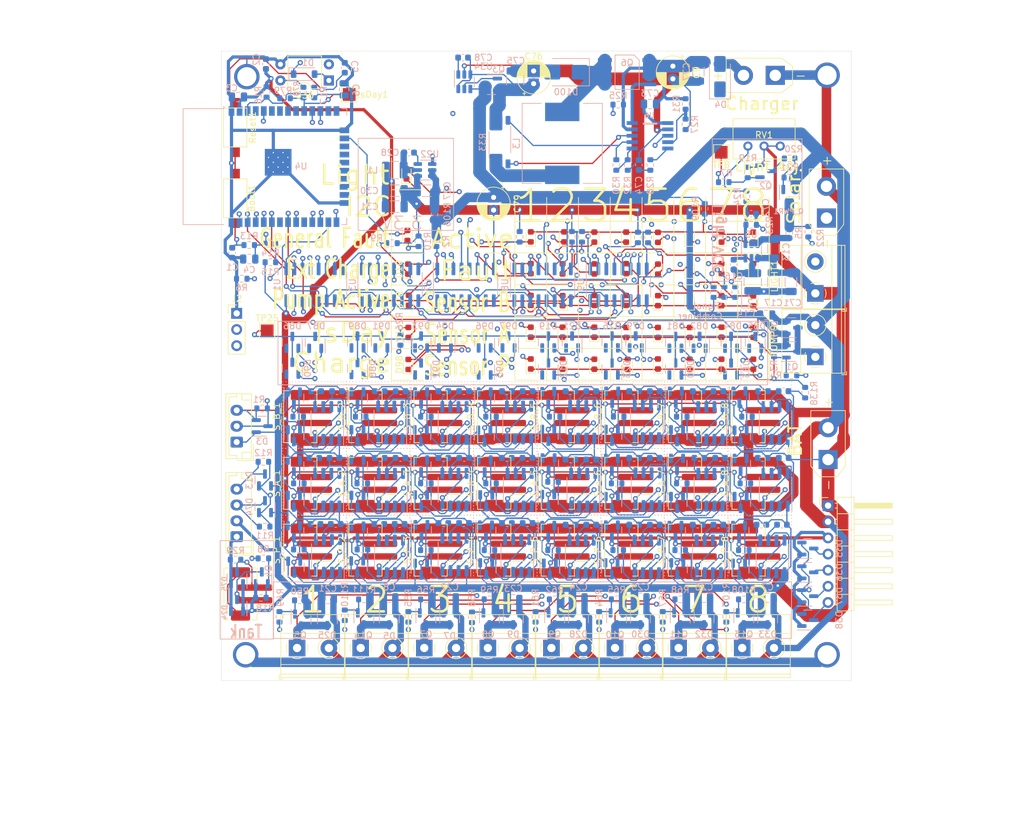
<source format=kicad_pcb>
(kicad_pcb (version 20221018) (generator pcbnew)
  (layers (0 "F.Cu" signal) (1 "In1.Cu" signal) (2 "In2.Cu" signal) (31 "B.Cu" signal) (34 "B.Paste" user) (35 "F.Paste" user) (36 "B.SilkS" user "B.Silkscreen") (37 "F.SilkS" user "F.Silkscreen") (38 "B.Mask" user) (39 "F.Mask" user) (44 "Edge.Cuts" user))
  (net 0 "")
  (net 1 "Net-(U4-IO0)")
  (net 2 "Net-(U4-EN)")
  (net 3 "VBAT")
  (net 4 "GND")
  (net 5 "Net-(S_A_1-Pin_1)")
  (net 6 "Net-(U10-CV)")
  (net 7 "Net-(D2-A)")
  (net 8 "Net-(D12-A)")
  (net 10 "3_3V")
  (net 11 "Temp")
  (net 13 "Net-(S_B_1-Pin_1)")
  (net 14 "Net-(D21-A)")
  (net 15 "Net-(U22-BST)")
  (net 16 "Net-(PUMP2-Pin_1)")
  (net 17 "PUMP_ENABLE")
  (net 18 "TANK_SENSOR")
  (net 19 "Net-(PUMP3-Pin_1)")
  (net 20 "Net-(PUMP4-Pin_1)")
  (net 21 "Net-(PUMP1-Pin_1)")
  (net 22 "Net-(PUMP5-Pin_1)")
  (net 23 "Net-(PUMP6-Pin_1)")
  (net 24 "Net-(PUMP7-Pin_1)")
  (net 25 "Net-(PUMP8-Pin_1)")
  (net 26 "SerialOut")
  (net 27 "Clock")
  (net 28 "Latch")
  (net 29 "Net-(Q1-G)")
  (net 31 "ESP_RX")
  (net 32 "ESP_TX")
  (net 33 "Net-(Boot1-Pad2)")
  (net 34 "SDA")
  (net 35 "SCL")
  (net 37 "Net-(D26-A)")
  (net 38 "Net-(D10-K)")
  (net 39 "Net-(Q5-G)")
  (net 41 "Net-(Q7-G)")
  (net 42 "Net-(Q8-G)")
  (net 43 "Net-(Q9-G)")
  (net 44 "Net-(Q10-G)")
  (net 45 "Net-(Q11-G)")
  (net 46 "Net-(Q4-G)")
  (net 47 "Net-(Q13-G)")
  (net 48 "Net-(Q14-G)")
  (net 49 "Net-(D78-A)")
  (net 50 "CentralPump")
  (net 51 "Net-(D79-A)")
  (net 52 "Net-(C5-Pad2)")
  (net 54 "Net-(U11-CV)")
  (net 55 "Net-(D19-A)")
  (net 56 "PUMP1")
  (net 57 "Net-(D23-A)")
  (net 58 "PUMP3")
  (net 59 "Net-(D80-A)")
  (net 60 "Net-(R14-Pad2)")
  (net 61 "PUMP4")
  (net 62 "PUMP5")
  (net 63 "PUMP6")
  (net 64 "PUMP7")
  (net 65 "PUMP8")
  (net 66 "PUMP2")
  (net 83 "SIGNAL")
  (net 84 "SerialIn")
  (net 86 "SENSOR1_PUMP_END")
  (net 87 "SENSOR1_A")
  (net 88 "SENSOR1_B")
  (net 89 "SENSOR2_PUMP_END")
  (net 90 "SENSOR2_A")
  (net 91 "SENSOR2_B")
  (net 92 "SENSOR3_PUMP_END")
  (net 93 "SENSOR3_A")
  (net 94 "SENSOR3_B")
  (net 95 "SENSOR4_PUMP_END")
  (net 96 "SENSOR4_A")
  (net 97 "SENSOR4_B")
  (net 98 "SENSOR5_PUMP_END")
  (net 99 "SENSOR5_A")
  (net 100 "SENSOR5_B")
  (net 101 "SENSOR6_PUMP_END")
  (net 102 "SENSOR6_A")
  (net 103 "SENSOR6_B")
  (net 104 "SENSOR7_PUMP_END")
  (net 105 "SENSOR7_A")
  (net 106 "SENSOR7_B")
  (net 107 "SENSOR8_PUMP_END")
  (net 108 "SENSOR8_A")
  (net 109 "SENSOR8_B")
  (net 110 "Net-(D11-A)")
  (net 111 "Net-(D10-A)")
  (net 112 "Net-(D2-K)")
  (net 113 "Net-(S_P_2-Pin_1)")
  (net 114 "Net-(U12-CV)")
  (net 115 "Net-(S_A_2-Pin_1)")
  (net 116 "Net-(U13-CV)")
  (net 117 "Net-(U2-CV)")
  (net 118 "Net-(S_B_2-Pin_1)")
  (net 119 "Net-(U14-CV)")
  (net 120 "Net-(S_P_3-Pin_1)")
  (net 121 "Net-(U15-CV)")
  (net 122 "Net-(S_A_3-Pin_1)")
  (net 123 "Net-(U16-CV)")
  (net 124 "Net-(S_B_3-Pin_1)")
  (net 125 "Net-(U17-CV)")
  (net 126 "Net-(S_P_4-Pin_1)")
  (net 127 "Net-(U18-CV)")
  (net 128 "Net-(S_A_4-Pin_1)")
  (net 129 "Net-(U19-CV)")
  (net 130 "Net-(S_B_4-Pin_1)")
  (net 131 "Net-(U20-CV)")
  (net 132 "Net-(S_P_5-Pin_1)")
  (net 133 "Net-(U21-CV)")
  (net 134 "Net-(S_A_5-Pin_1)")
  (net 135 "Net-(U23-CV)")
  (net 136 "Net-(P_FAULT1-K)")
  (net 137 "Net-(P_FAULT2-K)")
  (net 138 "Net-(P_FAULT3-K)")
  (net 139 "Net-(P_FAULT4-K)")
  (net 140 "Net-(P_FAULT5-K)")
  (net 141 "Net-(P_FAULT6-K)")
  (net 142 "Net-(P_FAULT7-K)")
  (net 143 "Net-(P_FAULT8-K)")
  (net 144 "Net-(S_B_5-Pin_1)")
  (net 145 "Net-(U24-CV)")
  (net 146 "Net-(S_P_6-Pin_1)")
  (net 147 "Net-(U25-CV)")
  (net 148 "Net-(S_A_6-Pin_1)")
  (net 149 "Net-(U26-CV)")
  (net 150 "Net-(S_B_6-Pin_1)")
  (net 151 "Net-(U27-CV)")
  (net 152 "Net-(S_P_7-Pin_1)")
  (net 153 "Net-(U28-CV)")
  (net 154 "Net-(S_A_7-Pin_1)")
  (net 155 "Net-(U29-CV)")
  (net 156 "Net-(S_B_7-Pin_1)")
  (net 157 "Net-(U30-CV)")
  (net 158 "Net-(S_P_8-Pin_1)")
  (net 159 "Net-(U31-CV)")
  (net 160 "Net-(S_A_8-Pin_1)")
  (net 161 "Net-(U32-CV)")
  (net 162 "Net-(S_B_8-Pin_1)")
  (net 163 "Net-(U33-CV)")
  (net 164 "Net-(S_P_1-Pin_1)")
  (net 165 "Net-(S_P_1-Pin_2)")
  (net 166 "Net-(S_A_1-Pin_2)")
  (net 167 "Net-(S_B_1-Pin_2)")
  (net 168 "Net-(S_P_2-Pin_2)")
  (net 169 "Net-(S_A_2-Pin_2)")
  (net 170 "Net-(S_B_2-Pin_2)")
  (net 171 "Net-(S_P_3-Pin_2)")
  (net 172 "Net-(S_A_3-Pin_2)")
  (net 173 "Net-(S_B_3-Pin_2)")
  (net 174 "Net-(S_P_4-Pin_2)")
  (net 175 "Net-(S_A_4-Pin_2)")
  (net 176 "Net-(S_B_4-Pin_2)")
  (net 177 "Net-(S_P_5-Pin_2)")
  (net 178 "Net-(S_A_5-Pin_2)")
  (net 179 "Net-(S_B_5-Pin_2)")
  (net 180 "Net-(S_P_6-Pin_2)")
  (net 181 "Net-(S_A_6-Pin_2)")
  (net 182 "Net-(S_B_6-Pin_2)")
  (net 183 "Net-(S_P_7-Pin_2)")
  (net 184 "Net-(S_A_7-Pin_2)")
  (net 185 "Net-(S_B_7-Pin_2)")
  (net 186 "Net-(S_P_8-Pin_2)")
  (net 187 "Net-(S_A_8-Pin_2)")
  (net 188 "Net-(S_B_8-Pin_2)")
  (net 189 "Net-(D81-A)")
  (net 191 "Net-(D82-A)")
  (net 193 "Net-(D83-A)")
  (net 195 "Net-(D84-A)")
  (net 197 "Net-(D85-A)")
  (net 199 "Net-(D86-A)")
  (net 201 "Net-(D87-A)")
  (net 203 "Net-(D88-A)")
  (net 205 "Net-(D89-A)")
  (net 207 "Net-(D90-A)")
  (net 209 "Net-(D91-A)")
  (net 211 "Net-(D92-A)")
  (net 237 "IsDay")
  (net 238 "Net-(R78-Pad2)")
  (net 239 "S_VIN")
  (net 240 "Net-(D93-A)")
  (net 242 "Net-(D94-A)")
  (net 244 "Net-(D95-A)")
  (net 246 "Net-(D96-A)")
  (net 248 "Net-(D97-A)")
  (net 250 "Net-(P_FAULT1-A)")
  (net 251 "Net-(P_FAULT2-A)")
  (net 252 "Net-(P_FAULT3-A)")
  (net 253 "Net-(P_FAULT4-A)")
  (net 254 "Net-(P_FAULT5-A)")
  (net 255 "Net-(P_FAULT6-A)")
  (net 256 "Net-(P_FAULT7-A)")
  (net 257 "Net-(P_FAULT8-A)")
  (net 258 "5K_VBAT")
  (net 259 "1K_GND")
  (net 260 "Net-(U1-QH')")
  (net 262 "Net-(U3-QH')")
  (net 264 "Net-(U7-QH')")
  (net 266 "Net-(U8-QH')")
  (net 269 "/Light_In")
  (net 270 "Net-(U5-BST)")
  (net 271 "Net-(Q2-G)")
  (net 272 "Net-(Q2-D)")
  (net 273 "Net-(Q_PWR1-G)")
  (net 274 "Net-(Q_PWR1-D)")
  (net 275 "LED_ENABLE")
  (net 276 "Net-(I2C3-A)")
  (net 277 "Net-(R24-Pad2)")
  (net 278 "Net-(U5-FB)")
  (net 279 "/Light+")
  (net 280 "Net-(U6-VG)")
  (net 281 "Net-(C74-Pad1)")
  (net 282 "Net-(D1-A)")
  (net 283 "Net-(D98-K)")
  (net 284 "Net-(D98-A)")
  (net 285 "Net-(D100-K)")
  (net 286 "Net-(L3-Pad2)")
  (net 287 "Net-(Q6-G)")
  (net 288 "Net-(U6-MPPT)")
  (net 289 "Net-(U6-COM)")
  (net 290 "Net-(U6-BAT)")
  (net 291 "Net-(U6-FB)")
  (net 292 "Net-(U6-CSP)")
  (net 293 "/3_3IN")
  (net 295 "/Light_cool")
  (net 296 "/3_3V_cool")
  (net 297 "Net-(R26-Pad2)")
  (net 298 "Net-(Q3-S)")
  (net 299 "Net-(U34-VCAP)")
  (net 300 "Net-(Q3-G)")
  (net 301 "Net-(J3-Pin_1)")
  (net 302 "ENABLE_TANK")
  (footprint "Button_Switch_SMD:SW_SPST_CK_RS282G05A3" (layer "F.Cu") (at 172.33 52.67 90)
    (fp_text reference "Reset1")
    (fp_text value "SW_Push")
  )
  (footprint "LED_SMD:LED_0603_1608Metric" (layer "F.Cu") (at 228.83 84.8825 90)
    (fp_text reference "SD31" hide)
    (fp_text value "GREEN")
  )
  (footprint "LED_SMD:LED_0603_1608Metric" (layer "F.Cu") (at 233.83 79.8825 90)
    (fp_text reference "SD35" hide)
    (fp_text value "GREEN")
  )
  (footprint "Connector_AMASS:AMASS_XT30UPB-M_1x02_P5.0mm_Vertical" (layer "F.Cu") (at 265.33 66.92 90)
    (fp_text reference "SolarIn2" hide)
    (fp_text value "Conn_01x02_Pin")
  )
  (footprint "LED_SMD:LED_0603_1608Metric" (layer "F.Cu") (at 199.53 74.9575 90)
    (fp_text reference "D10")
    (fp_text value "RED")
  )
  (footprint "Button_Switch_SMD:SW_SPST_CK_RS282G05A3" (layer "F.Cu") (at 172.33 63.82 -90)
    (fp_text reference "Boot1")
    (fp_text value "Boot")
  )
  (footprint "LED_SMD:LED_0603_1608Metric" (layer "F.Cu") (at 218.83 74.8825 90)
    (fp_text reference "P_FAULT1" hide)
    (fp_text value "RED")
  )
  (footprint "Connector_JST:JST_PH_B2B-PH-SM4-TB_1x02-1MP_P2.00mm_Vertical" (layer "F.Cu") (at 224.83 119.17 90)
    (fp_text reference "S_P_5")
    (fp_text value "Conn_01x02_MountingPin")
  )
  (footprint "LED_SMD:LED_0603_1608Metric" (layer "F.Cu") (at 228.83 74.92 90)
    (fp_text reference "P_FAULT3" hide)
    (fp_text value "RED")
  )
  (footprint "Connector_JST:JST_PH_B2B-PH-SM4-TB_1x02-1MP_P2.00mm_Vertical" (layer "F.Cu") (at 244.83 98.17 90)
    (fp_text reference "S_B_7")
    (fp_text value "Conn_01x02_MountingPin")
  )
  (footprint "LED_SMD:LED_0603_1608Metric" (layer "F.Cu") (at 218.83 79.8825 90)
    (fp_text reference "SD26" hide)
    (fp_text value "GREEN")
  )
  (footprint "Connector_AMASS:AMASS_XT30UPB-F_1x02_P5.0mm_Vertical" (layer "F.Cu") (at 265.58 104.92 90)
    (fp_text reference "battery1" hide)
    (fp_text value "Conn_01x02_Socket")
  )
  (footprint "LED_SMD:LED_0603_1608Metric" (layer "F.Cu") (at 223.83 79.92 90)
    (fp_text reference "SD29" hide)
    (fp_text value "GREEN")
  )
  (footprint "Connector_JST:JST_PH_B2B-PH-SM4-TB_1x02-1MP_P2.00mm_Vertical" (layer "F.Cu") (at 254.83 108.67 90)
    (fp_text reference "S_A_8")
    (fp_text value "Conn_01x02_MountingPin")
  )
  (footprint "TerminalBlock_Phoenix:TerminalBlock_Phoenix_MKDS-1,5-2_1x02_P5.00mm_Horizontal" (layer "F.Cu") (at 232.08 134.575)
    (fp_text reference "PUMP6" hide)
    (fp_text value "Conn_01x02")
  )
  (footprint "TerminalBlock_Phoenix:TerminalBlock_Phoenix_MKDS-1,5-2_1x02_P5.00mm_Horizontal" (layer "F.Cu") (at 242.08 134.575)
    (fp_text reference "PUMP7" hide)
    (fp_text value "Conn_01x02")
  )
  (footprint "TerminalBlock_Phoenix:TerminalBlock_Phoenix_MKDS-1,5-2_1x02_P5.00mm_Horizontal" (layer "F.Cu") (at 263.58 88.77 90)
    (fp_text reference "PUMP9")
    (fp_text value "Conn_01x02")
  )
  (footprint "Connector_JST:JST_PH_B2B-PH-SM4-TB_1x02-1MP_P2.00mm_Vertical" (layer "F.Cu") (at 194.58 98.17 90)
    (fp_text reference "S_B_2")
    (fp_text value "Conn_01x02_MountingPin")
  )
  (footprint "Package_DIP:DIP-4_W7.62mm" (layer "F.Cu") (at 187.08 45.27 180)
    (fp_text reference "U36")
    (fp_text value "PC817")
  )
  (footprint "Connector_JST:JST_EH_B3B-EH-A_1x03_P2.50mm_Vertical" (layer "F.Cu") (at 172.58 102.17 90)
    (fp_text reference "1WIRE1" hide)
    (fp_text value "Conn_01x03")
  )
  (footprint "LED_SMD:LED_0603_1608Metric" (layer "F.Cu") (at 238.83 84.92 90)
    (fp_text reference "SD37" hide)
    (fp_text value "GREEN")
  )
  (footprint "Connector_JST:JST_EH_B4B-EH-A_1x04_P2.50mm_Vertical" (layer "F.Cu") (at 172.58 117.07 90)
    (fp_text reference "I2C1" hide)
    (fp_text value "Conn_01x04")
  )
  (footprint "LED_SMD:LED_0603_1608Metric" (layer "F.Cu") (at 199.43 69.6575 90)
    (fp_text reference "D2" hide)
    (fp_text value "YELLOW")
  )
  (footprint "Connector_PinHeader_2.54mm:PinHeader_1x07_P2.54mm_Horizontal" (layer "F.Cu") (at 265.58 112.17)
    (fp_text reference "J4" hide)
    (fp_text value "Conn_01x07")
  )
  (footprint "LED_SMD:LED_0603_1608Metric" (layer "F.Cu") (at 243.83 69.8825 90)
    (fp_text reference "PUMP_D6" hide)
    (fp_text value "BLUE")
  )
  (footprint "Connector_JST:JST_PH_B2B-PH-SM4-TB_1x02-1MP_P2.00mm_Vertical" (layer "F.Cu") (at 244.83 119.17 90)
    (fp_text reference "S_P_7")
    (fp_text value "Conn_01x02_MountingPin")
  )
  (footprint "LED_SMD:LED_0603_1608Metric" (layer "F.Cu") (at 233.83 74.8825 90)
    (fp_text reference "P_FAULT4" hide)
    (fp_text value "RED")
  )
  (footprint "LED_SMD:LED_0603_1608Metric" (layer "F.Cu") (at 233.83 84.92 90)
    (fp_text reference "SD34" hide)
    (fp_text value "GREEN")
  )
  (footprint "LED_SMD:LED_0603_1608Metric" (layer "F.Cu") (at 243.83 74.92 90)
    (fp_text reference "P_FAULT6" hide)
    (fp_text value "RED")
  )
  (footprint "Connector_JST:JST_PH_B2B-PH-SM4-TB_1x02-1MP_P2.00mm_Vertical" (layer "F.Cu") (at 224.83 108.67 90)
    (fp_text reference "S_A_5")
    (fp_text value "Conn_01x02_MountingPin")
  )
  (footprint "LED_SMD:LED_0603_1608Metric" (layer "F.Cu") (at 218.83 84.8825 90)
    (fp_text reference "SD25" hide)
    (fp_text value "GREEN")
  )
  (footprint "TerminalBlock_Phoenix:TerminalBlock_Phoenix_MKDS-1,5-2_1x02_P5.00mm_Horizontal" (layer "F.Cu") (at 222.08 134.575)
    (fp_text reference "PUMP5" hide)
    (fp_text value "Conn_01x02")
  )
  (footprint "LED_SMD:LED_0603_1608Metric" (layer "F.Cu") (at 224.08 69.8825 90)
    (fp_text reference "PUMP_D2" hide)
    (fp_text value "BLUE")
  )
  (footprint "Connector_JST:JST_PH_B2B-PH-SM4-TB_1x02-1MP_P2.00mm_Vertical" (layer "F.Cu") (at 184.33 119.17 90)
    (fp_text reference "S_P_1")
    (fp_text value "Conn_01x02_MountingPin")
  )
  (footprint "LED_SMD:LED_0603_1608Metric" (layer "F.Cu") (at 218.83 89.8825 90)
    (fp_text reference "SD1" hide)
    (fp_text value "GREEN")
  )
  (footprint "LED_SMD:LED_0603_1608Metric" (layer "F.Cu") (at 248.83 84.8825 90)
    (fp_text reference "SD43" hide)
    (fp_text value "GREEN")
  )
  (footprint "TestPoint:TestPoint_Pad_2.0x2.0mm" (layer "F.Cu") (at 248.78 56.57 180)
    (fp_text reference "TP8")
    (fp_text value "LED-Enabled")
  )
  (footprint "TerminalBlock_Phoenix:TerminalBlock_Phoenix_MKDS-1,5-2_1x02_P5.00mm_Horizontal" (layer "F.Cu") (at 212.08 134.575)
    (fp_text reference "PUMP4" hide)
    (fp_text value "Conn_01x02")
  )
  (footprint "LED_SMD:LED_0603_1608Metric" (layer "F.Cu") (at 253.83 89.92 90)
    (fp_text reference "SD45" hide)
    (fp_text value "GREEN")
  )
  (footprint "LED_SMD:LED_0603_1608Metric" (layer "F.Cu") (at 218.83 69.8825 90)
    (fp_text reference "PUMP_D1" hide)
    (fp_text value "BLUE" hide)
  )
  (footprint "TerminalBlock_Phoenix:TerminalBlock_Phoenix_MKDS-1,5-2_1x02_P5.00mm_Horizontal" (layer "F.Cu") (at 192.08 134.575)
    (fp_text reference "PUMP2" hide)
    (fp_text value "Conn_01x02")
  )
  (footprint "TerminalBlock_Phoenix:TerminalBlock_Phoenix_MKDS-1,5-2_1x02_P5.00mm_Horizontal" (layer "F.Cu") (at 252.08 134.575)
    (fp_text reference "PUMP8" hide)
    (fp_text value "Conn_01x02")
  )
  (footprint "LED_SMD:LED_0603_1608Metric" (layer "F.Cu") (at 228.83 79.8825 90)
    (fp_text reference "SD32" hide)
    (fp_text value "GREEN")
  )
  (footprint "LED_SMD:LED_0603_1608Metric" (layer "F.Cu") (at 199.58 89.9575 90)
    (fp_text reference "D98")
    (fp_text value "LED")
  )
  (footprint "Connector_JST:JST_PH_B2B-PH-SM4-TB_1x02-1MP_P2.00mm_Vertical" (layer "F.Cu") (at 254.83 119.17 90)
    (fp_text reference "S_P_8")
    (fp_text value "Conn_01x02_MountingPin")
  )
  (footprint "LED_SMD:LED_0603_1608Metric" (layer "F.Cu") (at 243.83 84.92 90)
    (fp_text reference "SD40" hide)
    (fp_text value "GREEN")
  )
  (footprint "LED_SMD:LED_0603_1608Metric" (layer "F.Cu") (at 223.83 89.92 90)
    (fp_text reference "SD27" hide)
    (fp_text value "GREEN")
  )
  (footprint "Connector_JST:JST_PH_B2B-PH-SM4-TB_1x02-1MP_P2.00mm_Vertical" (layer "F.Cu") (at 184.33 108.67 90)
    (fp_text reference "S_A_1")
    (fp_text value "Conn_01x02_MountingPin")
  )
  (footprint "LED_SMD:LED_0603_1608Metric" (layer "F.Cu") (at 233.83 69.92 90)
    (fp_text reference "PUMP_D4" hide)
    (fp_text value "BLUE")
  )
  (footprint "Connector_JST:JST_PH_B2B-PH-SM4-TB_1x02-1MP_P2.00mm_Vertical" (layer "F.Cu") (at 234.83 98.17 90)
    (fp_text reference "S_B_6")
    (fp_text value "Conn_01x02_MountingPin")
  )
  (footprint "LED_SMD:LED_0603_1608Metric" (layer "F.Cu") (at 238.83 79.92 90)
    (fp_text reference "SD38" hide)
    (fp_text value "GREEN")
  )
  (footprint "Capacitor_THT:CP_Radial_D5.0mm_P2.00mm" (layer "F.Cu") (at 219.28 45.77 90)
    (fp_text reference "C76")
    (fp_text value "47uF 30v")
  )
  (footprint "LED_SMD:LED_0603_1608Metric" (layer "F.Cu") (at 228.83 89.92 90)
    (fp_text reference "SD30" hide)
    (fp_text value "GREEN")
  )
  (footprint "LED_SMD:LED_0603_1608Metric" (layer "F.Cu") (at 238.83 89.8825 90)
    (fp_text reference "SD36" hide)
    (fp_text value "GREEN")
  )
  (footprint "Connector_JST:JST_PH_B2B-PH-SM4-TB_1x02-1MP_P2.00mm_Vertical" (layer "F.Cu") (at 194.58 119.17 90)
    (fp_text reference "S_P_2")
    (fp_text value "Conn_01x02_MountingPin")
  )
  (footprint "LED_SMD:LED_0603_1608Metric" (layer "F.Cu") (at 243.83 79.92 90)
    (fp_text reference "SD41" hide)
    (fp_text value "GREEN")
  )
  (footprint "Capacitor_THT:CP_Radial_D5.0mm_P2.00mm" (layer "F.Cu") (at 212.98 63.67 -90)
    (fp_text reference "C79")
    (fp_text value "47uF 30v")
  )
  (footprint "LED_SMD:LED_0603_1608Metric" (layer "F.Cu") (at 248.83 69.92 90)
    (fp_text reference "PUMP_D7" hide)
    (fp_text value "BLUE")
  )
  (footprint "LED_SMD:LED_0603_1608Metric" (layer "F.Cu") (at 238.83 74.9575 90)
    (fp_text reference "P_FAULT5" hide)
    (fp_text value "RED")
  )
  (footprint "TestPoint:TestPoint_Pad_2.0x2.0mm" (layer "F.Cu") (at 177.38 84.67)
    (fp_text reference "TP25")
    (fp_text value "TestPoint")
  )
  (footprint "LED_SMD:LED_0603_1608Metric" (layer "F.Cu") (at 223.83 74.92 90)
    (fp_text reference "P_FAULT2" hide)
    (fp_text value "RED")
  )
  (footprint "LED_SMD:LED_0603_1608Metric" (layer "F.Cu") (at 234.08 89.9575 90)
    (fp_text reference "SD33" hide)
    (fp_text value "GREEN")
  )
  (footprint "Connector_JST:JST_PH_B2B-PH-SM4-TB_1x02-1MP_P2.00mm_Vertical" (layer "F.Cu") (at 254.83 98.17 90)
    (fp_text reference "S_B_8")
    (fp_text value "Conn_01x02_MountingPin")
  )
  (footprint "Connector_JST:JST_PH_B2B-PH-SM4-TB_1x02-1MP_P2.00mm_Vertical" (layer "F.Cu") (at 214.83 119.17 90)
    (fp_text reference "S_P_4")
    (fp_text value "Conn_01x02_MountingPin")
  )
  (footprint "LED_SMD:LED_0603_1608Metric" (layer "F.Cu") (at 199.28 59.97 90)
    (fp_text reference "I2C3" hide)
    (fp_text value "GREEN")
  )
  (footprint "Connector_JST:JST_PH_B2B-PH-SM4-TB_1x02-1MP_P2.00mm_Vertical" (layer "F.Cu") (at 204.83 119.17 90)
    (fp_text reference "S_P_3")
    (fp_text value "Conn_01x02_MountingPin")
  )
  (footprint "Connector_JST:JST_PH_B2B-PH-SM4-TB_1x02-1MP_P2.00mm_Vertical" (layer "F.Cu") (at 184.33 98.17 90)
    (fp_text reference "S_B_1")
    (fp_text value "Conn_01x02_MountingPin")
  )
  (footprint "Connector_JST:JST_PH_B2B-PH-SM4-TB_1x02-1MP_P2.00mm_Vertical" (layer "F.Cu") (at 214.83 108.67 90)
    (fp_text reference "S_A_4")
    (fp_text value "Conn_01x02_MountingPin")
  )
  (footprint "TerminalBlock_Phoenix:TerminalBlock_Phoenix_MKDS-1,5-2_1x02_P5.00mm_Horizontal" (layer "F.Cu") (at 263.58 78.77 90)
    (fp_text reference "LIGHT1")
    (fp_text value "Conn_01x02")
  )
  (footprint "Potentiometer_THT:Potentiometer_Bourns_3299W_Vertical" (layer "F.Cu") (at 252.98 55.595 180)
    (fp_text reference "RV1")
    (fp_text value "50k")
  )
  (footprint "Connector_JST:JST_PH_B2B-PH-SM4-TB_1x02-1MP_P2.00mm_Vertical" (layer "F.Cu") (at 224.83 98.17 90)
    (fp_text reference "S_B_5")
    (fp_text value "Conn_01x02_MountingPin")
  )
  (footprint "LED_SMD:LED_0603_1608Metric" (layer "F.Cu") (at 228.83 69.92 90)
    (fp_text reference "PUMP_D3" hide)
    (fp_text value "BLUE")
  )
  (footprint "LED_SMD:LED_0603_1608Metric" (layer "F.Cu") (at 253.83 74.8825 90)
    (fp_text reference "P_FAULT8" hide)
    (fp_text value "RED")
  )
  (footprint "LED_SMD:LED_0603_1608Metric" (layer "F.Cu") (at 199.63 79.8575 90)
    (fp_text reference "D78")
    (fp_text value "BLUE")
  )
  (footprint "Connector_JST:JST_PH_B2B-PH-SM4-TB_1x02-1MP_P2.00mm_Vertical" (layer "F.Cu") (at 174.93 126.07 90)
    (fp_text reference "J3" hide)
    (fp_text value "Conn_01x02_MountingPin")
  )
  (footprint "Capacitor_THT:CP_Radial_D5.0mm_P2.00mm" (layer "F.Cu") (at 241.18 43.014887 -90)
    (fp_text reference "C9")
    (fp_text value "47uF 30v")
  )
  (footprint "TestPoint:TestPoint_Pad_2.0x2.0mm" (layer "F.Cu") (at 190.28 47.47)
    (fp_text reference "IsDay1")
    (fp_text value "TestPoint")
  )
  (footprint "Connector_PinHeader_2.54mm:PinHeader_1x03_P2.54mm_Vertical" (layer "F.Cu") (at 172.58 81.92)
    (fp_text reference "J2")
    (fp_text value "Conn_01x03_Female")
  )
  (footprint "Connector_JST:JST_PH_B2B-PH-SM4-TB_1x02-1MP_P2.00mm_Vertical" (layer "F.Cu") (at 204.83 108.67 90)
    (fp_text reference "S_A_3")
    (fp_text value "Conn_01x02_MountingPin")
  )
  (footprint "Connector_JST:JST_PH_B2B-PH-SM4-TB_1x02-1MP_P2.00mm_Vertical" (layer "F.Cu") (at 234.83 108.67 90)
    (fp_text reference "S_A_6")
    (fp_text value "Conn_01x02_MountingPin")
  )
  (footprint "TerminalBlock_Phoenix:TerminalBlock_Phoenix_MKDS-1,5-2_1x02_P5.00mm_Horizontal" (layer "F.Cu") (at 182.08 134.575)
    (fp_text reference "PUMP1" hide)
    (fp_text value "Conn_01x02")
  )
  (footprint "Connector_JST:JST_PH_B2B-PH-SM4-TB_1x02-1MP_P2.00mm_Vertical" (layer "F.Cu") (at 194.58 108.67 90)
    (fp_text reference "S_A_2")
    (fp_text value "Conn_01x02_MountingPin")
  )
  (footprint "LED_SMD:LED_0603_1608Metric" (layer "F.Cu") (at 199.58 84.92 90)
    (fp_text reference "D11")
    (fp_text value "LED")
  )
  (footprint "TerminalBlock_Phoenix:TerminalBlock_Phoenix_MKDS-1,5-2_1x02_P5.00mm_Horizontal" (layer "F.Cu") (at 202.08 134.575)
    (fp_text reference "PUMP3" hide)
    (fp_text value "Conn_01x02")
  )
  (footprint "LED_SMD:LED_0603_1608Metric" (layer "F.Cu") (at 238.83 69.9575 90)
    (fp_text reference "PUMP_D5" hide)
    (fp_text value "BLUE")
  )
  (footprint "LED_SMD:LED_0603_1608Metric" (layer "F.Cu") (at 253.83 69.92 90)
    (fp_text reference "PUMP_D8" hide)
    (fp_text value "BLUE")
  )
  (footprint "LED_SMD:LED_0603_1608Metric" (layer "F.Cu") (at 253.83 79.9575 90)
    (fp_text reference "SD47" hide)
    (fp_text value "GREEN")
  )
  (footprint "LED_SMD:LED_0603_1608Metric" (layer "F.Cu") (at 253.83 84.92 90)
    (fp_text reference "SD46" hide)
    (fp_text value "GREEN")
  )
  (footprint "Connector_JST:JST_PH_B2B-PH-SM4-TB_1x02-1MP_P2.00mm_Vertical" (layer "F.Cu") (at 214.83 98.17 90)
    (fp_text reference "S_B_4")
    (fp_text value "Conn_01x02_MountingPin")
  )
  (footprint "LED_SMD:LED_0603_1608Metric" (layer "F.Cu") (at 223.83 84.8825 90)
    (fp_text reference "SD28" hide)
    (fp_text value "GREEN")
  )
  (footprint "Connector_JST:JST_PH_B2B-PH-SM4-TB_1x02-1MP_P2.00mm_Vertical" (layer "F.Cu") (at 244.83 108.67 90)
    (fp_text reference "S_A_7")
    (fp_text value "Conn_01x02_MountingPin")
  )
  (footprint "Connector_AMASS:AMASS_XT30UPB-M_1x02_P5.0mm_Vertical" (layer "F.Cu") (at 257.28 44.47 180)
    (fp_text reference "ExtCharge1" hide)
    (fp_text value "Conn_01x02")
  )
  (footprint "Connector_JST:JST_PH_B2B-PH-SM4-TB_1x02-1MP_P2.00mm_Vertical" (layer "F.Cu") (at 234.83 119.17 90)
    (fp_text reference "S_P_6")
    (fp_text value "Conn_01x02_MountingPin")
  )
  (footprint "LED_SMD:LED_0603_1608Metric" (layer "F.Cu") (at 248.83 74.8825 90)
    (fp_text reference "P_FAULT7" hide)
    (fp_text value "RED")
  )
  (footprint "LED_SMD:LED_0603_1608Metric" (layer "F.Cu") (at 248.83 89.92 90)
    (fp_text reference "SD42" hide)
    (fp_text value "GREEN")
  )
  (footprint "LED_SMD:LED_0603_1608Metric" (layer "F.Cu") (at 243.83 89.92 90)
    (fp_text reference "SD39" hide)
    (fp_text value "GREEN")
  )
  (footprint "Connector_JST:JST_PH_B2B-PH-SM4-TB_1x02-1MP_P2.00mm_Vertical" (layer "F.Cu") (at 204.83 98.17 90)
    (fp_text reference "S_B_3")
    (fp_text value "Conn_01x02_MountingPin")
  )
  (footprint "LED_SMD:LED_0603_1608Metric" (layer "F.Cu") (at 248.83 79.92 90)
    (fp_text reference "SD44" hide)
    (fp_text value "GREEN")
  )
  (footprint "Package_TO_SOT_SMD:SOT-23" (layer "B.Cu") (at 216.08 129.9825 -90)
    (fp_text reference "D9")
    (fp_text value "BAT54S")
  )
  (footprint "Package_TO_SOT_SMD:SOT-23" (layer "B.Cu") (at 211.58 105.92 -90)
    (fp_text reference "D47" hide)
    (fp_text value "BAT54S")
  )
  (footprint "Package_TO_SOT_SMD:SOT-23" (layer "B.Cu") (at 212.33 129.9825 -90)
    (fp_text reference "Q8")
    (fp_text value "N-channel 30V 5A")
  )
  (footprint "Inductor_SMD:L_1210_3225Metric" (layer "B.Cu") (at 253.74 76.995 -90)
    (fp_text reference "L2")
    (fp_text value "4.7uH")
  )
  (footprint "Package_SO:SO-8_3.9x4.9mm_P1.27mm" (layer "B.Cu") (at 196.83 120.17 90)
    (fp_text reference "U12" hide)
    (fp_text value "TLC555xP")
  )
  (footprint "Capacitor_SMD:C_0603_1608Metric" (layer "B.Cu") (at 255.105 115.17 180)
    (fp_text reference "C66" hide)
    (fp_text value "100n")
  )
  (footprint "Package_TO_SOT_SMD:SOT-23" (layer "B.Cu") (at 191.58 86.42 90)
    (fp_text reference "D89")
    (fp_text value "BAT54S")
  )
  (footprint "Capacitor_SMD:C_0603_1608Metric" (layer "B.Cu") (at 177.18 42.67 -90)
    (fp_text reference "C2")
    (fp_text value "100n")
  )
  (footprint "Resistor_SMD:R_0603_1608Metric" (layer "B.Cu") (at 176.78 105.27 180)
    (fp_text reference "R12")
    (fp_text value "2k2")
  )
  (footprint "Capacitor_SMD:C_0805_2012Metric" (layer "B.Cu") (at 189.48 46.67 -90)
    (fp_text reference "C6")
    (fp_text value "22uf")
  )
  (footprint "Package_SO:SO-8_3.9x4.9mm_P1.27mm" (layer "B.Cu") (at 237.08 98.92 90)
    (fp_text reference "U27" hide)
    (fp_text value "TLC555xP")
  )
  (footprint "Capacitor_SMD:C_0603_1608Metric" (layer "B.Cu") (at 255.355 94.17 180)
    (fp_text reference "C70" hide)
    (fp_text value "100n")
  )
  (footprint "Resistor_SMD:R_0603_1608Metric" (layer "B.Cu") (at 250.98 78.57 90)
    (fp_text reference "R105" hide)
    (fp_text value "1k")
  )
  (footprint "Package_TO_SOT_SMD:SOT-23" (layer "B.Cu") (at 191.53 121.8075 -90)
    (fp_text reference "D18" hide)
    (fp_text value "BAT54S")
  )
  (footprint "Capacitor_SMD:C_0603_1608Metric" (layer "B.Cu") (at 248.33 94.17)
    (fp_text reference "C63" hide)
    (fp_text value "100n")
  )
  (footprint "Capacitor_SMD:C_0603_1608Metric" (layer "B.Cu") (at 205.08 104.67)
    (fp_text reference "C38" hide)
    (fp_text value "100n")
  )
  (footprint "Capacitor_SMD:C_0805_2012Metric" (layer "B.Cu") (at 196.58 126.67 180)
    (fp_text reference "C8")
    (fp_text value "22uf")
  )
  (footprint "Resistor_SMD:R_0603_1608Metric" (layer "B.Cu") (at 222.58 126.92)
    (fp_text reference "R62")
    (fp_text value "10k")
  )
  (footprint "Package_TO_SOT_SMD:SOT-23" (layer "B.Cu") (at 221.83 122.17 -90)
    (fp_text reference "D50" hide)
    (fp_text value "BAT54S")
  )
  (footprint "Package_TO_SOT_SMD:SOT-23" (layer "B.Cu") (at 221.58 116.2325 -90)
    (fp_text reference "D51" hide)
    (fp_text value "BAT54S")
  )
  (footprint "Capacitor_SMD:C_0603_1608Metric" (layer "B.Cu") (at 258.58 94.17)
    (fp_text reference "C69" hide)
    (fp_text value "100n")
  )
  (footprint "Package_TO_SOT_SMD:SOT-23" (layer "B.Cu") (at 262.3925 122.67)
    (fp_text reference "D36")
    (fp_text value "BAT54S")
  )
  (footprint "Resistor_SMD:R_0603_1608Metric" (layer "B.Cu") (at 219.58 129.67 90)
    (fp_text reference "R61")
    (fp_text value "1k")
  )
  (footprint "Resistor_SMD:R_0603_1608Metric" (layer "B.Cu") (at 237.63 58.57 -90)
    (fp_text reference "R28")
    (fp_text value "120")
  )
  (footprint "Resistor_SMD:R_0603_1608Metric" (layer "B.Cu") (at 184.78 47.17 90)
    (fp_text reference "R17")
    (fp_text value "1k")
  )
  (footprint "Package_TO_SOT_SMD:SOT-23" (layer "B.Cu") (at 181.33 90.545 90)
    (fp_text reference "D90")
    (fp_text value "BAT54S")
  )
  (footprint "Package_TO_SOT_SMD:SOT-23" (layer "B.Cu") (at 201.58 95.2325 -90)
    (fp_text reference "D43" hide)
    (fp_text value "BAT54S")
  )
  (footprint "RF_Module:ESP32-WROOM-32" (layer "B.Cu") (at 180.015 58.825 -90)
    (fp_text reference "U4")
    (fp_text value "ESP32-WROOM-32D")
  )
  (footprint "Capacitor_SMD:C_0603_1608Metric" (layer "B.Cu") (at 235.08 94.17 180)
    (fp_text reference "C58" hide)
    (fp_text value "100n")
  )
  (footprint "Capacitor_SMD:C_0603_1608Metric" (layer "B.Cu") (at 228.33 94.17)
    (fp_text reference "C51" hide)
    (fp_text value "100n")
  )
  (footprint "Package_TO_SOT_SMD:SOT-23" (layer "B.Cu") (at 205.33 86.42 90)
    (fp_text reference "D94")
    (fp_text value "BAT54S")
  )
  (footprint "Resistor_SMD:R_0603_1608Metric" (layer "B.Cu") (at 192.355 119.07 180)
    (fp_text reference "R41" hide)
    (fp_text value "1k")
  )
  (footprint "Package_SO:SOP-16_3.9x9.9mm_P1.27mm" (layer "B.Cu") (at 196.7 77.42 -90)
    (fp_text reference "U3")
    (fp_text value "74HC595")
  )
  (footprint "Resistor_SMD:R_0603_1608Metric" (layer "B.Cu") (at 179.305 129.67 90)
    (fp_text reference "R49")
    (fp_text value "1k")
  )
  (footprint "Capacitor_SMD:C_0603_1608Metric" (layer "B.Cu") (at 215.08 114.92)
    (fp_text reference "C42" hide)
    (fp_text value "100n")
  )
  (footprint "Capacitor_SMD:C_0603_1608Metric" (layer "B.Cu") (at 248.605 104.67)
    (fp_text reference "C61" hide)
    (fp_text value "100n")
  )
  (footprint "Capacitor_SMD:C_0603_1608Metric" (layer "B.Cu") (at 215.08 94.17 180)
    (fp_text reference "C46" hide)
    (fp_text value "100n")
  )
  (footprint "Resistor_SMD:R_0603_1608Metric" (layer "B.Cu") (at 235.68 69.97 -90)
    (fp_text reference "R101" hide)
    (fp_text value "1k")
  )
  (footprint "Capacitor_SMD:C_0603_1608Metric" (layer "B.Cu") (at 198.33 104.67)
    (fp_text reference "C20" hide)
    (fp_text value "100n")
  )
  (footprint "Package_SO:SOP-16_3.9x9.9mm_P1.27mm" (layer "B.Cu") (at 184.83 77.42 -90)
    (fp_text reference "U1")
    (fp_text value "74HC595")
  )
  (footprint "Package_TO_SOT_SMD:SOT-23" (layer "B.Cu") (at 241.83 101.17 -90)
    (fp_text reference "D66" hide)
    (fp_text value "BAT54S")
  )
  (footprint "Package_TO_SOT_SMD:SOT-23" (layer "B.Cu") (at 236.08 129.9825 -90)
    (fp_text reference "D30")
    (fp_text value "BAT54S")
  )
  (footprint "Package_TO_SOT_SMD:SOT-23" (layer "B.Cu") (at 221.58 86.42 90)
    (fp_text reference "D19")
    (fp_text value "BAT54S")
  )
  (footprint "Capacitor_SMD:C_1206_3216Metric" (layer "B.Cu") (at 197.4425 65.12)
    (fp_text reference "C31")
    (fp_text value "22uF")
  )
  (footprint "Resistor_SMD:R_0603_1608Metric" (layer "B.Cu") (at 202.33 126.92)
    (fp_text reference "R56")
    (fp_text value "10k")
  )
  (footprint "Package_TO_SOT_SMD:SOT-23" (layer "B.Cu") (at 262.3925 130.17)
    (fp_text reference "D38")
    (fp_text value "BAT54S")
  )
  (footprint "Package_TO_SOT_SMD:SOT-23" (layer "B.Cu") (at 221.58 90.67 90)
    (fp_text reference "D12")
    (fp_text value "BAT54S")
  )
  (footprint "Package_TO_SOT_SMD:SOT-23" (layer "B.Cu") (at 212.6425 45.92 180)
    (fp_text reference "Q3")
    (fp_text value "N-channel 30V 5A")
  )
  (footprint "Resistor_SMD:R_0603_1608Metric" (layer "B.Cu") (at 222.33 108.42 180)
    (fp_text reference "R140" hide)
    (fp_text value "1k")
  )
  (footprint "Capacitor_SMD:C_0805_2012Metric" (layer "B.Cu") (at 255.83 82.17 180)
    (fp_text reference "C14")
    (fp_text value "22uf")
  )
  (footprint "Resistor_SMD:R_0603_1608Metric" (layer "B.Cu") (at 212.58 98.17 180)
    (fp_text reference "R134" hide)
    (fp_text value "1k")
  )
  (footprint "Resistor_SMD:R_0603_1608Metric" (layer "B.Cu") (at 242.58 98.17 180)
    (fp_text reference "R161" hide)
    (fp_text value "1k")
  )
  (footprint "Resistor_SMD:R_0603_1608Metric" (layer "B.Cu") (at 257.08 87.92 90)
    (fp_text reference "R3")
    (fp_text value "10k")
  )
  (footprint "Resistor_SMD:R_0603_1608Metric" (layer "B.Cu") (at 176.38 126.67 180)
    (fp_text reference "R18")
    (fp_text value "10k")
  )
  (footprint "Package_TO_SOT_SMD:SOT-23" (layer "B.Cu") (at 251.58 122.17 -90)
    (fp_text reference "D68" hide)
    (fp_text value "BAT54S")
  )
  (footprint "Package_SO:SO-8_3.9x4.9mm_P1.27mm" (layer "B.Cu") (at 237.08 120.17 90)
    (fp_text reference "U25" hide)
    (fp_text value "TLC555xP")
  )
  (footprint "Package_TO_SOT_SMD:SOT-23" (layer "B.Cu") (at 262.3925 118.92)
    (fp_text reference "D35")
    (fp_text value "BAT54S")
  )
  (footprint "Package_TO_SOT_SMD:SOT-23" (layer "B.Cu") (at 232.33 129.9825 -90)
    (fp_text reference "Q10")
    (fp_text value "N-channel 30V 5A")
  )
  (footprint "Package_SO:SO-8_3.9x4.9mm_P1.27mm" (layer "B.Cu") (at 216.985 99.095 90)
    (fp_text reference "U20" hide)
    (fp_text value "TLC555xP")
  )
  (footprint "Capacitor_SMD:C_0603_1608Metric" (layer "B.Cu") (at 228.33 104.92)
    (fp_text reference "C49" hide)
    (fp_text value "100n")
  )
  (footprint "Resistor_SMD:R_0603_1608Metric" (layer "B.Cu") (at 222.58 98.17 180)
    (fp_text reference "R143" hide)
    (fp_text value "1k")
  )
  (footprint "Resistor_SMD:R_0603_1608Metric" (layer "B.Cu") (at 189.58 129.42 90)
    (fp_text reference "R110")
    (fp_text value "1k")
  )
  (footprint "Resistor_SMD:R_0603_1608Metric" (layer "B.Cu") (at 203.6925 66.37 90)
    (fp_text reference "R106")
    (fp_text value "2.2Ohm (90mW loss)")
  )
  (footprint "Resistor_SMD:R_0603_1608Metric" (layer "B.Cu") (at 249.18 61.27 180)
    (fp_text reference "R7")
    (fp_text value "1k")
  )
  (footprint "Package_SO:SO-8_3.9x4.9mm_P1.27mm" (layer "B.Cu") (at 206.83 109.67 90)
    (fp_text reference "U16" hide)
    (fp_text value "TLC555xP")
  )
  (footprint "Capacitor_SMD:C_0805_2012Metric" (layer "B.Cu") (at 226.33 126.67 180)
    (fp_text reference "C24")
    (fp_text value "22uf")
  )
  (footprint "Resistor_SMD:R_0603_1608Metric" (layer "B.Cu") (at 246.18 65.47 -90)
    (fp_text reference "R109")
    (fp_text value "5k")
  )
  (footprint "Resistor_SMD:R_0603_1608Metric" (layer "B.Cu") (at 247.58 78.57 90)
    (fp_text reference "R103" hide)
    (fp_text value "1k")
  )
  (footprint "Package_TO_SOT_SMD:SOT-23" (layer "B.Cu") (at 172.63 123.5325 90)
    (fp_text reference "D75")
    (fp_text value "BAT54S")
  )
  (footprint "Capacitor_SMD:C_1206_3216Metric" (layer "B.Cu") (at 202.4425 62.62 180)
    (fp_text reference "C27")
    (fp_text value "10uF")
  )
  (footprint "Inductor_SMD:L_1210_3225Metric" (layer "B.Cu") (at 197.4425 59.37 180)
    (fp_text reference "L1")
    (fp_text value "4.7uH")
  )
  (footprint "board:R_Shunt_Vishay_WSK2512_6332Metric_T1.19mm" (layer "B.Cu") (at 213.98 54.97 90)
    (fp_text reference "R33")
    (fp_text value "0.06")
  )
  (footprint "Resistor_SMD:R_0603_1608Metric" (layer "B.Cu") (at 252.33 119.17 180)
    (fp_text reference "R164" hide)
    (fp_text value "1k")
  )
  (footprint "Resistor_SMD:R_0603_1608Metric" (layer "B.Cu") (at 182.505 127.07)
    (fp_text reference "R50")
    (fp_text value "10k")
  )
  (footprint "Package_TO_SOT_SMD:SOT-23" (layer "B.Cu") (at 221.58 111.3575 -90)
    (fp_text reference "D52" hide)
    (fp_text value "BAT54S")
  )
  (footprint "Package_SO:SOP-16_3.9x9.9mm_P1.27mm" (layer "B.Cu") (at 220.68 77.42 -90)
    (fp_text reference "U8")
    (fp_text value "74HC595")
  )
  (footprint "Package_TO_SOT_SMD:SOT-23" (layer "B.Cu") (at 184.93 86.4825 90)
    (fp_text reference "D87")
    (fp_text value "BAT54S")
  )
  (footprint "Resistor_SMD:R_0603_1608Metric" (layer "B.Cu") (at 232.28 58.57 -90)
    (fp_text reference "R30")
    (fp_text value "34k")
  )
  (footprint "Resistor_SMD:R_0603_1608Metric" (layer "B.Cu") (at 261.98 94.395 90)
    (fp_text reference "R138")
    (fp_text value "1k")
  )
  (footprint "Package_SO:SOP-16_3.9x9.9mm_P1.27mm" (layer "B.Cu") (at 208.57 77.42 -90)
    (fp_text reference "U7")
    (fp_text value "74HC595")
  )
  (footprint "Package_SO:SO-8_3.9x4.9mm_P1.27mm" (layer "B.Cu") (at 227.08 109.67 90)
    (fp_text reference "U23" hide)
    (fp_text value "TLC555xP")
  )
  (footprint "Package_TO_SOT_SMD:SOT-23" (layer "B.Cu") (at 252.33 129.9825 -90)
    (fp_text reference "Q13")
    (fp_text value "N-channel 30V 5A")
  )
  (footprint "Resistor_SMD:R_0603_1608Metric" (layer "B.Cu") (at 252.33 126.92)
    (fp_text reference "R108")
    (fp_text value "10k")
  )
  (footprint "Package_SO:SO-8_3.9x4.9mm_P1.27mm" (layer "B.Cu") (at 217.08 109.67 90)
    (fp_text reference "U19" hide)
    (fp_text value "TLC555xP")
  )
  (footprint "Capacitor_SMD:C_0805_2012Metric" (layer "B.Cu") (at 237.58 48.97 180)
    (fp_text reference "C73")
    (fp_text value "100nF")
  )
  (footprint "Package_TO_SOT_SMD:SOT-23" (layer "B.Cu") (at 231.53 122.1075 -90)
    (fp_text reference "D56" hide)
    (fp_text value "BAT54S")
  )
  (footprint "Package_TO_SOT_SMD:SOT-23" (layer "B.Cu") (at 176.58 99.67)
    (fp_text reference "D3")
    (fp_text value "BAT54S")
  )
  (footprint "Capacitor_SMD:C_0603_1608Metric" (layer "B.Cu") (at 188.155 115.07)
    (fp_text reference "CTimer1" hide)
    (fp_text value "100n")
  )
  (footprint "Package_SO:SO-8_3.9x4.9mm_P1.27mm" (layer "B.Cu") (at 196.83 109.67 90)
    (fp_text reference "U13" hide)
    (fp_text value "TLC555xP")
  )
  (footprint "Resistor_SMD:R_0603_1608Metric" (layer "B.Cu") (at 177.88 73.87 180)
    (fp_text reference "R15")
    (fp_text value "1k")
  )
  (footprint "Package_TO_SOT_SMD:SOT-23" (layer "B.Cu") (at 250.33 86.47 90)
    (fp_text reference "D84")
    (fp_text value "BAT54S")
  )
  (footprint "Package_TO_SOT_SMD:SOT-23" (layer "B.Cu") (at 181.63 121.8575 -90)
    (fp_text reference "D6" hide)
    (fp_text value "BAT54S")
  )
  (footprint "Capacitor_SMD:C_0603_1608Metric" (layer "B.Cu") (at 258.33 115.17)
    (fp_text reference "C65" hide)
    (fp_text value "100n")
  )
  (footprint "Package_TO_SOT_SMD:SOT-23" (layer "B.Cu") (at 231.58 111.67 -90)
    (fp_text reference "D58" hide)
    (fp_text value "BAT54S")
  )
  (footprint "Capacitor_SMD:C_0603_1608Metric" (layer "B.Cu") (at 235.83 58.57 90)
    (fp_text reference "C74")
    (fp_text value "200nF")
  )
  (footprint "Package_TO_SOT_SMD:SOT-23" (layer "B.Cu") (at 222.58 129.9825 -90)
    (fp_text reference "Q9")
    (fp_text value "N-channel 30V 5A")
  )
  (footprint "Package_TO_SOT_SMD:SOT-23" (layer "B.Cu") (at 242.33 129.9825 -90)
    (fp_text reference "Q11")
    (fp_text value "N-channel 30V 5A")
  )
  (footprint "Capacitor_SMD:C_0603_1608Metric" (layer "B.Cu") (at 195.08 94.17)
    (fp_text reference "C34" hide)
    (fp_text value "100n")
  )
  (footprint "Resistor_SMD:R_0603_1608Metric" (layer "B.Cu") (at 209.58 129.745 90)
    (fp_text reference "R58")
    (fp_text value "1k")
  )
  (footprint "Package_TO_SOT_SMD:SOT-23" (layer "B.Cu") (at 186.8425 130.1075 -90)
    (fp_text reference "D25")
    (fp_text value "BAT54S")
  )
  (footprint "Package_SO:SO-8_3.9x4.9mm_P1.27mm" (layer "B.Cu") (at 257.33 109.67 90)
    (fp_text reference "U32" hide)
    (fp_text value "TLC555xP")
  )
  (footprint "Capacitor_SMD:C_0603_1608Metric" (layer "B.Cu") (at 218.305 104.67)
    (fp_text reference "C43" hide)
    (fp_text value "100n")
  )
  (footprint "Resistor_SMD:R_0603_1608Metric" (layer "B.Cu") (at 176.78 120.47 180)
    (fp_text reference "R8")
    (fp_text value "1k")
  )
  (footprint "Resistor_SMD:R_0603_1608Metric" (layer "B.Cu") (at 183.08 47.17 90)
    (fp_text reference "R78")
    (fp_text value "1k")
  )
  (footprint "Resistor_SMD:R_0603_1608Metric" (layer "B.Cu") (at 212.33 126.92)
    (fp_text reference "R59")
    (fp_text value "10k")
  )
  (footprint "Resistor_SMD:R_0603_1608Metric" (layer "B.Cu") (at 252.83 98.17 180)
    (fp_text reference "R170" hide)
    (fp_text value "1k")
  )
  (footprint "Package_SO:SO-8_3.9x4.9mm_P1.27mm" (layer "B.Cu") (at 206.83 99.17 90)
    (fp_text reference "U17" hide)
    (fp_text value "TLC555xP")
  )
  (footprint "Resistor_SMD:R_0603_1608Metric" (layer "B.Cu") (at 259.83 91.67 180)
    (fp_text reference "R4")
    (fp_text value "1k")
  )
  (footprint "Capacitor_SMD:C_0603_1608Metric" (layer "B.Cu") (at 171.88 72.37 90)
    (fp_text reference "C1")
    (fp_text value "100n")
  )
  (footprint "Capacitor_SMD:C_0805_2012Metric" (layer "B.Cu") (at 256.08 126.67 180)
    (fp_text reference "C7")
    (fp_text value "22uf")
  )
  (footprint "Resistor_SMD:R_0603_1608Metric" (layer "B.Cu") (at 202.33 119.17 180)
    (fp_text reference "R119" hide)
    (fp_text value "1k")
  )
  (footprint "Package_SO:SO-8_3.9x4.9mm_P1.27mm" (layer "B.Cu") (at 186.83 109.67 90)
    (fp_text reference "U10" hide)
    (fp_text value "TLC555xP")
  )
  (footprint "Resistor_SMD:R_0603_1608Metric" (layer "B.Cu") (at 180.18 48.07)
    (fp_text reference "R79")
    (fp_text value "10k")
  )
  (footprint "Diode_SMD:D_SOD-123" (layer "B.Cu") (at 183.18 44.27)
    (fp_text reference "D1")
    (fp_text value "7v zehner")
  )
  (footprint "Package_TO_SOT_SMD:SOT-23" (layer "B.Cu") (at 191.58 105.92 -90)
    (fp_text reference "D27" hide)
    (fp_text value "BAT54S")
  )
  (footprint "Package_TO_SOT_SMD:SOT-23" (layer "B.Cu") (at 181.33 86.4825 90)
    (fp_text reference "D86")
    (fp_text value "BAT54S")
  )
  (footprint "Package_SO:SO-8_3.9x4.9mm_P1.27mm" (layer "B.Cu") (at 256.83 120.17 90)
    (fp_text reference "U31" hide)
    (fp_text value "TLC555xP")
  )
  (footprint "Resistor_SMD:R_0603_1608Metric" (layer "B.Cu") (at 176.58 96.87)
    (fp_text reference "R1")
    (fp_text value "2k2")
  )
  (footprint "Package_TO_SOT_SMD:SOT-23" (layer "B.Cu") (at 231.58 101.1075 -90)
    (fp_text reference "D60" hide)
    (fp_text value "BAT54S")
  )
  (footprint "Package_TO_SOT_SMD:SOT-23" (layer "B.Cu") (at 241.58 90.67 90)
    (fp_text reference "D80")
    (fp_text value "BAT54S")
  )
  (footprint "Capacitor_SMD:C_0603_1608Metric" (layer "B.Cu") (at 208.33 114.92)
    (fp_text reference "C35" hide)
    (fp_text value "100n")
  )
  (footprint "Package_TO_SOT_SMD:SOT-23" (layer "B.Cu") (at 250.33 90.67 90)
    (fp_text reference "D83")
    (fp_text value "BAT54S")
  )
  (footprint "Package_TO_SOT_SMD:SOT-23" (layer "B.Cu") (at 201.58 105.92 -90)
    (fp_text reference "D41" hide)
    (fp_text value "BAT54S")
  )
  (footprint "Package_SO:SOP-16_3.9x9.9mm_P1.27mm" (layer "B.Cu") (at 232.62 77.42 -90)
    (fp_text reference "U9")
    (fp_text value "74HC595")
  )
  (footprint "Capacitor_SMD:C_1206_3216Metric" (layer "B.Cu") (at 256.99 76.995 90)
    (fp_text reference "C17")
    (fp_text value "22uF")
  )
  (footprint "Resistor_SMD:R_0603_1608Metric" (layer "B.Cu") (at 212.33 119.17 180)
    (fp_text reference "R128" hide)
    (fp_text value "1k")
  )
  (footprint "Capacitor_SMD:C_0603_1608Metric" (layer "B.Cu") (at 225.08 104.92)
    (fp_text reference "C50" hide)
    (fp_text value "100n")
  )
  (footprint "Package_TO_SOT_SMD:SOT-23" (layer "B.Cu") (at 201.53 101.17 -90)
    (fp_text reference "D42" hide)
    (fp_text value "BAT54S")
  )
  (footprint "Package_TO_SOT_SMD:SOT-23" (layer "B.Cu") (at 231.58 116.17 -90)
    (fp_text reference "D57" hide)
    (fp_text value "BAT54S")
  )
  (footprint "Capacitor_SMD:C_0805_2012Metric" (layer "B.Cu") (at 172.78 47.87 180)
    (fp_text reference "C3")
    (fp_text value "22uf")
  )
  (footprint "Package_TO_SOT_SMD:SOT-23" (layer "B.Cu") (at 241.83 111.67 -90)
    (fp_text reference "D64" hide)
    (fp_text value "BAT54S")
  )
  (footprint "board:4435" (layer "B.Cu") (at 233.98 43.97 -90)
    (fp_text reference "Q6")
    (fp_text value "4435")
  )
  (footprint "Package_TO_SOT_SMD:SOT-23" (layer "B.Cu") (at 181.58 95.2325 -90)
    (fp_text reference "D17" hide)
    (fp_text value "BAT54S")
  )
  (footprint "Resistor_SMD:R_0603_1608Metric" (layer "B.Cu") (at 232.58 49.07 180)
    (fp_text reference "R25")
    (fp_text value "10k")
  )
  (footprint "Package_SO:SO-8_3.9x4.9mm_P1.27mm" (layer "B.Cu") (at 246.83 120.17 90)
    (fp_text reference "U28" hide)
    (fp_text value "TLC555xP")
  )
  (footprint "Package_TO_SOT_SMD:SOT-23" (layer "B.Cu") (at 192.58 129.9825 -90)
    (fp_text reference "Q14")
    (fp_text value "N-channel 30V 5A")
  )
  (footprint "Resistor_SMD:R_0603_1608Metric" (layer "B.Cu") (at 202.33 108.67 180)
    (fp_text reference "R122" hide)
    (fp_text value "1k")
  )
  (footprint "Resistor_SMD:R_0603_1608Metric" (layer "B.Cu") (at 203.98 70.57 -90)
    (fp_text reference "R2")
    (fp_text value "5k")
  )
  (footprint "Package_TO_SOT_SMD:SOT-23" (layer "B.Cu") (at 241.63 95.1075 -90)
    (fp_text reference "D67" hide)
    (fp_text value "BAT54S")
  )
  (footprint "Resistor_SMD:R_0603_1608Metric" (layer "B.Cu") (at 234.08 58.57 -90)
    (fp_text reference "R32")
    (fp_text value "2.491k")
  )
  (footprint "Package_TO_SOT_SMD:SOT-23" (layer "B.Cu") (at 181.58 101.17 -90)
    (fp_text reference "D16" hide)
    (fp_text value "BAT54S")
  )
  (footprint "Resistor_SMD:R_0603_1608Metric" (layer "B.Cu") (at 259.49 60.545)
    (fp_text reference "R21")
    (fp_text value "10k")
  )
  (footprint "Package_TO_SOT_SMD:SOT-23" (layer "B.Cu") (at 191.58 111.4825 -90)
    (fp_text reference "D22" hide)
    (fp_text value "BAT54S")
  )
  (footprint "Package_TO_SOT_SMD:SOT-23" (layer "B.Cu") (at 254.13 86.47 90)
    (fp_text reference "D85")
    (fp_text value "BAT54S")
  )
  (footprint "Capacitor_SMD:C_0603_1608Metric" (layer "B.Cu") (at 184.98 115.07)
    (fp_text reference "C32" hide)
    (fp_text value "100n")
  )
  (footprint "Package_TO_SOT_SMD:SOT-23" (layer "B.Cu") (at 255.8025 59.545)
    (fp_text reference "Q2")
    (fp_text value "N-channel 30V 5A")
  )
  (footprint "Package_TO_SOT_SMD:SOT-23" (layer "B.Cu") (at 259.8925 84.17)
    (fp_text reference "D77")
    (fp_text value "BAT54S")
  )
  (footprint "Package_SO:SO-8_3.9x4.9mm_P1.27mm" (layer "B.Cu") (at 206.83 119.845 90)
    (fp_text reference "U15" hide)
    (fp_text value "TLC555xP")
  )
  (footprint "Package_TO_SOT_SMD:SOT-23" (layer "B.Cu") (at 181.58 116.27 -90)
    (fp_text reference "D8" hide)
    (fp_text value "BAT54S")
  )
  (footprint "Resistor_SMD:R_0603_1608Metric" (layer "B.Cu") (at 249.58 129.67 90)
    (fp_text reference "R107")
    (fp_text value "1k")
  )
  (footprint "Capacitor_SMD:C_1206_3216Metric" (layer "B.Cu") (at 245.18 43.895 -90)
    (fp_text reference "C77")
    (fp_text value "C")
  )
  (footprint "Capacitor_SMD:C_0603_1608Metric" (layer "B.Cu") (at 238.33 104.67)
    (fp_text reference "C55" hide)
    (fp_text value "100n")
  )
  (footprint "Package_TO_SOT_SMD:SOT-23" (layer "B.Cu") (at 235.33 86.4075 90)
    (fp_text reference "D79")
    (fp_text value "BAT54S")
  )
  (footprint "Package_TO_SOT_SMD:SOT-23" (layer "B.Cu") (at 226.33 129.9825 -90)
    (fp_text reference "D28")
    (fp_text value "BAT54S")
  )
  (footprint "Package_TO_SOT_SMD:SOT-23" (layer "B.Cu") (at 201.58 111.42 -90)
    (fp_text reference "D40" hide)
    (fp_text value "BAT54S")
  )
  (footprint "Package_TO_SOT_SMD:SOT-23" (layer "B.Cu") (at 256.08 129.9825 -90)
    (fp_text reference "D33")
    (fp_text value "BAT54S")
  )
  (footprint "Package_TO_SOT_SMD:SOT-23" (layer "B.Cu") (at 201.58 90.67 90)
    (fp_text reference "D92")
    (fp_text value "BAT54S")
  )
  (footprint "Package_TO_SOT_SMD:SOT-23" (layer "B.Cu") (at 191.58 101.17 -90)
    (fp_text reference "D29" hide)
    (fp_text value "BAT54S")
  )
  (footprint "Resistor_SMD:R_0603_1608Metric" (layer "B.Cu") (at 242.33 126.92)
    (fp_text reference "R68")
    (fp_text value "10k")
  )
  (footprint "Package_SO:SO-8_3.9x4.9mm_P1.27mm" (layer "B.Cu") (at 247.08 99.17 90)
    (fp_text reference "U30" hide)
    (fp_text value "TLC555xP")
  )
  (footprint "Resistor_SMD:R_0603_1608Metric" (layer "B.Cu") (at 182.355 108.67 180)
    (fp_text reference "R34" hide)
    (fp_text value "1k")
  )
  (footprint "Package_SO:SO-8_3.9x4.9mm_P1.27mm" (layer "B.Cu") (at 247.08 109.67 90)
    (fp_text reference "U29" hide)
    (fp_text value "TLC555xP")
  )
  (footprint "Package_SO:SO-8_3.9x4.9mm_P1.27mm" (layer "B.Cu") (at 237.195 109.595 90)
    (fp_text reference "U26" hide)
    (fp_text value "TLC555xP")
  )
  (footprint "Resistor_SMD:R_0603_1608Metric" (layer "B.Cu") (at 229.58 129.67 90)
    (fp_text reference "R64")
    (fp_text value "1k")
  )
  (footprint "Resistor_SMD:R_0603_1608Metric" (layer "B.Cu") (at 262.48 69.07 -90)
    (fp_text reference "R22")
    (fp_text value "5k")
  )
  (footprint "Package_TO_SOT_SMD:SOT-23" (layer "B.Cu") (at 182.705 130.17 -90)
    (fp_text reference "Q5")
    (fp_text value "N-channel 30V 5A")
  )
  (footprint "Capacitor_SMD:C_0603_1608Metric" (layer "B.Cu") (at 245.08 115.17 180)
    (fp_text reference "C60" hide)
    (fp_text value "100n")
  )
  (footprint "Resistor_SMD:R_0603_1608Metric" (layer "B.Cu") (at 192.33 108.67 180)
    (fp_text reference "R47" hide)
    (fp_text value "1k")
  )
  (footprint "Package_SO:SO-8_3.9x4.9mm_P1.27mm" (layer "B.Cu") (at 226.925 98.995 90)
    (fp_text reference "U24" hide)
    (fp_text value "TLC555xP")
  )
  (footprint "Capacitor_SMD:C_0603_1608Metric" (layer "B.Cu") (at 255.305 104.67 180)
    (fp_text reference "C68" hide)
    (fp_text value "100n")
  )
  (footprint "Capacitor_SMD:C_0603_1608Metric" (layer "B.Cu") (at 225.08 94.17 180)
    (fp_text reference "C52" hide)
    (fp_text value "100n")
  )
  (footprint "Resistor_SMD:R_0603_1608Metric" (layer "B.Cu") (at 217.08 69.87 -90)
    (fp_text reference "R98" hide)
    (fp_text value "1k")
  )
  (footprint "Capacitor_SMD:C_0805_2012Metric" (layer "B.Cu") (at 174.555 73.37)
    (fp_text reference "C4")
    (fp_text value "22uf")
  )
  (footprint "Capacitor_SMD:C_0603_1608Metric" (layer "B.Cu") (at 228.33 115.17)
    (fp_text reference "C47" hide)
    (fp_text value "100n")
  )
  (footprint "Resistor_SMD:R_0603_1608Metric" (layer "B.Cu") (at 212.58 108.67 180)
    (fp_text reference "R131" hide)
    (fp_text value "1k")
  )
  (footprint "Package_SO:SO-8_3.9x4.9mm_P1.27mm" (layer "B.Cu") (at 196.735 99.095 90)
    (fp_text reference "U14" hide)
    (fp_text value "TLC555xP")
  )
  (footprint "Capacitor_SMD:C_0603_1608Metric" (layer "B.Cu") (at 235.08 104.67 180)
    (fp_text reference "C56" hide)
    (fp_text value "100n")
  )
  (footprint "Package_TO_SOT_SMD:SOT-23" (layer "B.Cu") (at 196.58 129.9825 -90)
    (fp_text reference "D5")
    (fp_text value "BAT54S")
  )
  (footprint "Resistor_SMD:R_0603_1608Metric" (layer "B.Cu") (at 192.08 98.17 180)
    (fp_text reference "R116" hide)
    (fp_text value "1k")
  )
  (footprint "Package_TO_SOT_SMD:SOT-23" (layer "B.Cu") (at 231.63 95.1075 -90)
    (fp_text reference "D61" hide)
    (fp_text value "BAT54S")
  )
  (footprint "Package_TO_SOT_SMD:TSOT-23-6" (layer "B.Cu") (at 253.54 72.1075 -90)
    (fp_text reference "U5")
    (fp_text value "AP63200")
  )
  (footprint "Package_TO_SOT_SMD:SOT-23" (layer "B.Cu") (at 211.83 122.1075 -90)
    (fp_text reference "D44" hide)
    (fp_text value "BAT54S")
  )
  (footprint "Package_TO_SOT_SMD:SOT-23" (layer "B.Cu") (at 202.33 129.9825 -90)
    (fp_text reference "Q7")
    (fp_text value "N-channel 30V 5A")
  )
  (footprint "Resistor_SMD:R_0603_1608Metric" (layer "B.Cu") (at 237.28 69.97 -90)
    (fp_text reference "R102" hide)
    (fp_text value "1k")
  )
  (footprint "Capacitor_SMD:C_0603_1608Metric" (layer "B.Cu") (at 235.08 115.17 180)
    (fp_text reference "C54" hide)
    (fp_text value "100n")
  )
  (footprint "Capacitor_SMD:C_0603_1608Metric" (layer "B.Cu") (at 245.08 94.17 180)
    (fp_text reference "C64" hide)
    (fp_text value "100n")
  )
  (footprint "Capacitor_SMD:C_0603_1608Metric" (layer "B.Cu") (at 258.605 104.67)
    (fp_text reference "C67" hide)
    (fp_text value "100n")
  )
  (footprint "Resistor_SMD:R_0603_1608Metric" (layer "B.Cu") (at 243.18 48.97 -90)
    (fp_text reference "R31")
    (fp_text value "34k")
  )
  (footprint "Resistor_SMD:R_0603_1608Metric" (layer "B.Cu") (at 172.405 120.67 180)
    (fp_text reference "R29")
    (fp_text value "50")
  )
  (footprint "Resistor_SMD:R_0603_1608Metric" (layer "B.Cu") (at 199.58 129.67 90)
    (fp_text reference "R55")
    (fp_text value "1k")
  )
  (footprint "Package_TO_SOT_SMD:SOT-23" (layer "B.Cu") (at 251.63 95.1075 -90)
    (fp_text reference "D73" hide)
    (fp_text value "BAT54S")
  )
  (footprint "Package_TO_SOT_SMD:SOT-23" (layer "B.Cu") (at 201.58 122.17 -90)
    (fp_text reference "D34" hide)
    (fp_text value "BAT54S")
  )
  (footprint "Package_TO_SOT_SMD:SOT-23" (layer "B.Cu") (at 191.58 95.2325 -90)
    (fp_text reference "D31" hide)
    (fp_text value "BAT54S")
  )
  (footprint "Resistor_SMD:R_0603_1608Metric" (layer "B.Cu") (at 232.33 108.67 180)
    (fp_text reference "R149" hide)
    (fp_text value "1k")
  )
  (footprint "Resistor_SMD:R_0603_1608Metric" (layer "B.Cu") (at 253.49 67.995 180)
    (fp_text reference "R23")
    (fp_text value "10k")
  )
  (footprint "Package_TO_SOT_SMD:SOT-23" (layer "B.Cu") (at 259.905 87.92)
    (fp_text reference "Q1")
    (fp_text value "N-channel 30V 5A")
  )
  (footprint "Package_TO_SOT_SMD:SOT-23" (layer "B.Cu") (at 206.08 129.9825 -90)
    (fp_text reference "D7")
    (fp_text value "BAT54S")
  )
  (footprint "Package_TO_SOT_SMD:SOT-23" (layer "B.Cu") (at 215.33 86.42 90)
    (fp_text reference "D97")
    (fp_text value "BAT54S")
  )
  (footprint "Capacitor_SMD:C_0603_1608Metric" (layer "B.Cu") (at 238.33 115.17)
    (fp_text reference "C53" hide)
    (fp_text value "100n")
  )
  (footprint "Resistor_SMD:R_0603_1608Metric" (layer "B.Cu") (at 201.18 70.57 90)
    (fp_text reference "R10")
    (fp_text value "1k")
  )
  (footprint "Capacitor_SMD:C_0805_2012Metric" (layer "B.Cu") (at 246.08 126.67 180)
    (fp_text reference "C26")
    (fp_text value "22uf")
  )
  (footprint "Package_SO:SO-8_3.9x4.9mm_P1.27mm" (layer "B.Cu") (at 216.695 120.095 90)
    (fp_text reference "U18" hide)
    (fp_text value "TLC555xP")
  )
  (footprint "Package_TO_SOT_SMD:SOT-23" (layer "B.Cu") (at 241.58 116.2325 -90)
    (fp_text reference "D63" hide)
    (fp_text value "BAT54S")
  )
  (footprint "Resistor_SMD:R_0603_1608Metric" (layer "B.Cu") (at 252.74 63.495 90)
    (fp_text reference "R24")
    (fp_text value "1k")
  )
  (footprint "Package_TO_SOT_SMD:SOT-23" (layer "B.Cu") (at 241.83 105.67 -90)
    (fp_text reference "D65" hide)
    (fp_text value "BAT54S")
  )
  (footprint "Capacitor_SMD:C_0805_2012Metric" (layer "B.Cu") (at 216.08 126.92 180)
    (fp_text reference "C23")
    (fp_text value "22uf")
  )
  (footprint "Resistor_SMD:R_0603_1608Metric" (layer "B.Cu") (at 182.255 98.17 180)
    (fp_text reference "R37" hide)
    (fp_text value "1k")
  )
  (footprint "Package_TO_SOT_SMD:SOT-23" (layer "B.Cu") (at 211.58 95.2325 -90)
    (fp_text reference "D49" hide)
    (fp_text value "BAT54S")
  )
  (footprint "Package_SO:SO-8_3.9x4.9mm_P1.27mm" (layer "B.Cu") (at 226.83 120.17 90)
    (fp_text reference "U21" hide)
    (fp_text value "TLC555xP")
  )
  (footprint "Capacitor_SMD:C_0603_1608Metric" (layer "B.Cu") (at 218.33 114.92)
    (fp_text reference "C41" hide)
    (fp_text value "100n")
  )
  (footprint "Resistor_SMD:R_0603_1608Metric" (layer "B.Cu") (at 198.33 86.095 -90)
    (fp_text reference "R26")
    (fp_text value "10k")
  )
  (footprint "Package_TO_SOT_SMD:SOT-23" (layer "B.Cu") (at 231.58 86.4075 90)
    (fp_text reference "D26")
    (fp_text value "BAT54S")
  )
  (footprint "Capacitor_SMD:C_0603_1608Metric" (layer "B.Cu") (at 185.08 94.17)
    (fp_text reference "C15" hide)
    (fp_text value "100n")
  )
  (footprint "Package_SO:SO-8_3.9x4.9mm_P1.27mm" (layer "B.Cu") (at 186.925 120.095 90)
    (fp_text reference "U2" hide)
    (fp_text value "TLC555xP")
  )
  (footprint "Package_TO_SOT_SMD:SOT-23" (layer "B.Cu") (at 231.58 105.67 -90)
    (fp_text reference "D59" hide)
    (fp_text value "BAT54S")
  )
  (footprint "Package_TO_SOT_SMD:SOT-23" (layer "B.Cu") (at 195.33 86.42 90)
    (fp_text reference "D91")
    (fp_text value "BAT54S")
  )
  (footprint "Capacitor_SMD:C_0603_1608Metric" (layer "B.Cu") (at 205.08 114.92)
    (fp_text reference "C36" hide)
    (fp_text value "100n")
  )
  (footprint "Resistor_SMD:R_0603_1608Metric" (layer "B.Cu") (at 202.33 98.17 180)
    (fp_text reference "R125" hide)
    (fp_text value "1k")
  )
  (footprint "Package_TO_SOT_SMD:SOT-23" (layer "B.Cu") (at 211.83 111.42 -90)
    (fp_text reference "D46" hide)
    (fp_text value "BAT54S")
  )
  (footprint "Package_TO_SOT_SMD:SOT-23" (layer "B.Cu") (at 221.58 95.17 -90)
    (fp_text reference "D55" hide)
    (fp_text value "BAT54S")
  )
  (footprint "Capacitor_SMD:C_1206_3216Metric" (layer "B.Cu") (at 256.99 71.745 -90)
    (fp_text reference "C13")
    (fp_text value "10uF")
  )
  (footprint "Package_SO:SO-8_3.9x4.9mm_P1.27mm" (layer "B.Cu") (at 257.33 99.17 90)
    (fp_text reference "U33" hide)
    (fp_text value "TLC555xP")
  )
  (footprint "Package_TO_SOT_SMD:SOT-23" (layer "B.Cu") (at 251.58 116.2325 -90)
    (fp_text reference "D69" hide)
    (fp_text value "BAT54S")
  )
  (footprint "Resistor_SMD:R_0603_1608Metric" (layer "B.Cu") (at 176.98 115.47 180)
    (fp_text reference "R11")
    (fp_text value "2k2")
  )
  (footprint "Capacitor_SMD:C_0805_2012Metric" (layer "B.Cu") (at 236.08 126.67 180)
    (fp_text reference "C25")
    (fp_text value "22uf")
  )
  (footprint "Package_TO_SOT_SMD:SOT-23" (layer "B.Cu") (at 246.08 129.9825 -90)
    (fp_text reference "D32")
    (fp_text value "BAT54S")
  )
  (footprint "Capacitor_SMD:C_0805_2012Metric" (layer "B.Cu") (at 206.08 126.67 180)
    (fp_text reference "C22")
    (fp_text value "22uf")
  )
  (footprint "Capacitor_SMD:C_0603_1608Metric" (layer "B.Cu") (at 188.355 94.17)
    (fp_text reference "C12" hide)
    (fp_text value "100n")
  )
  (footprint "Package_TO_SOT_SMD:SOT-23" (layer "B.Cu") (at 211.58 86.42 90)
    (fp_text reference "D96")
    (fp_text value "BAT54S")
  )
  (footprint "Package_SO:SO-8_3.9x4.9mm_P1.27mm" (layer "B.Cu") (at 186.83 99.17 90)
    (fp_text reference "U11" hide)
    (fp_text value "TLC555xP")
  )
  (footprint "Capacitor_SMD:C_0603_1608Metric" (layer "B.Cu") (at 208.18 41.67 180)
    (fp_text reference "C78")
    (fp_text value "100n")
  )
  (footprint "Resistor_SMD:R_0603_1608Metric" (layer "B.Cu") (at 226.88 69.87 -90)
    (fp_text reference "R100" hide)
    (fp_text value "1k")
  )
  (footprint "Capacitor_SMD:C_0603_1608Metric" (layer "B.Cu") (at 205.08 94.17)
    (fp_text reference "C40" hide)
    (fp_text value "100n")
  )
  (footprint "Resistor_SMD:R_0603_1608Metric" (layer "B.Cu") (at 242.33 119.17 180)
    (fp_text reference "R155" hide)
    (fp_text value "1k")
  )
  (footprint "Package_TO_SOT_SMD:SOT-23" (layer "B.Cu") (at 221.63 105.6075 -90)
    (fp_text reference "D53" hide)
    (fp_text value "BAT54S")
  )
  (footprint "Capacitor_SMD:C_0603_1608Metric" (layer "B.Cu") (at 198.355 94.17)
    (fp_text reference "C33" hide)
    (fp_text value "100n")
  )
  (footprint "Resistor_SMD:R_0603_1608Metric" (layer "B.Cu") (at 242.58 108.67 180)
    (fp_text reference "R158" hide)
    (fp_text value "1k")
  )
  (footprint "Resistor_SMD:R_0603_1608Metric" (layer "B.Cu") (at 239.58 129.67 90)
    (fp_text reference "R67")
    (fp_text value "1k")
  )
  (footprint "Package_TO_SOT_SMD:SOT-23" (layer "B.Cu") (at 251.83 105.67 -90)
    (fp_text reference "D71" hide)
    (fp_text value "BAT54S")
  )
  (footprint "Package_TO_SOT_SMD:SOT-23" (layer "B.Cu") (at 241.58 86.47 90)
    (fp_text reference "D81")
    (fp_text value "BAT54S")
  )
  (footprint "Package_TO_SOT_SMD:SOT-23" (layer "B.Cu") (at 181.58 111.47 -90)
    (fp_text reference "D14" hide)
    (fp_text value "BAT54S")
  )
  (footprint "Package_TO_SOT_SMD:SOT-23" (layer "B.Cu") (at 191.58 116.3325 -90)
    (fp_text reference "D20" hide)
    (fp_text value "BAT54S")
  )
  (footprint "Resistor_SMD:R_0603_1608Metric" (layer "B.Cu") (at 243.18 52.17 90)
    (fp_text reference "R27")
    (fp_text value "2.491K")
  )
  (footprint "Capacitor_SMD:C_0603_1608Metric" (layer "B.Cu") (at 250.74 74.245 -90)
    (fp_text reference "C16")
    (fp_text value "100nF")
  )
  (footprint "Package_TO_SOT_SMD:SOT-23" (layer "B.Cu") (at 259.49 63.3575 -90)
    (fp_text reference "Q_PWR1")
    (fp_text value "P-channel 50v 4A")
  )
  (footprint "Package_TO_SOT_SMD:SOT-23" (layer "B.Cu") (at 231.58 90.67 90)
    (fp_text reference "D23")
    (fp_text value "BAT54S")
  )
  (footprint "Capacitor_SMD:C_0603_1608Metric" (layer "B.Cu") (at 253.49 66.245 180)
    (fp_text reference "C72")
    (fp_text value "100pf")
  )
  (footprint "Package_TO_SOT_SMD:SOT-23" (layer "B.Cu") (at 211.53 101.2325 -90)
    (fp_text reference "D48" hide)
    (fp_text value "BAT54S")
  )
  (footprint "Package_TO_SOT_SMD:SOT-23" (layer "B.Cu") (at 211.58 90.67 90)
    (fp_text reference "D95")
    (fp_text value "BAT54S")
  )
  (footprint "kicad-stuff:SSOP10" (layer "B.Cu") (at 237.58 53.97 -90)
    (fp_text reference "U6")
    (fp_text value "CN3795")
  )
  (footprint "Package_TO_SOT_SMD:SOT-23" (layer "B.Cu") (at 201.63 116.1075 -90)
    (fp_text reference "D39" hide)
    (fp_text value "BAT54S")
  )
  (footprint "Capacitor_SMD:C_0603_1608Metric" (layer "B.Cu") (at 195.08 104.67)
    (fp_text reference "C29" hide)
    (fp_text value "100n")
  )
  (footprint "Package_TO_SOT_SMD:SOT-23-6" (layer "B.Cu") (at 208.38 45.47 -90)
    (fp_text reference "U34")
    (fp_text value "LM74700")
  )
  (footprint "Package_TO_SOT_SMD:SOT-23" (layer "B.Cu") (at 201.58 86.42 90)
    (fp_text reference "D93")
    (fp_text value "BAT54S")
  )
  (footprint "Resistor_SMD:R_0603_1608Metric" (layer "B.Cu") (at 232.655 98.17 180)
    (fp_text reference "R152" hide)
    (fp_text value "1k")
  )
  (footprint "Resistor_SMD:R_0603_1608Metric" (layer "B.Cu") (at 259.49 69.245 -90)
    (fp_text reference "R5")
    (fp_text value "2.2Ohm (90mW loss)")
  )
  (footprint "Resistor_SMD:R_0603_1608Metric" (layer "B.Cu") (at 222.33 119.17 180)
    (fp_text reference "R137" hide)
    (fp_text value "1k")
  )
  (footprint "Inductor_SMD:L_12x12mm_H4.5mm" (layer "B.Cu") (at 223.78 55.17 -90)
    (fp_text reference "L3")
    (fp_text value "47uH")
  )
  (footprint "Package_TO_SOT_SMD:SOT-23" (layer "B.Cu") (at 251.83 101.2325 -90)
    (fp_text reference "D72" hide)
    (fp_text value "BAT54S")
  )
  (footprint "Capacitor_SMD:C_0603_1608Metric" (layer "B.Cu") (at 248.33 115.17)
    (fp_text reference "C59" hide)
    (fp_text value "100n")
  )
  (footprint "Resistor_SMD:R_0603_1608Metric" (layer "B.Cu") (at 232.58 119.17 180)
    (fp_text reference "R146" hide)
    (fp_text value "1k")
  )
  (footprint "Package_TO_SOT_SMD:SOT-23" (layer "B.Cu") (at 221.58 101.1075 -90)
    (fp_text reference "D54" hide)
    (fp_text value "BAT54S")
  )
  (footprint "Resistor_SMD:R_0603_1608Metric" (layer "B.Cu") (at 252.58 108.67 180)
    (fp_text reference "R167" hide)
    (fp_text value "1k")
  )
  (footprint "Package_TO_SOT_SMD:SOT-23" (layer "B.Cu") (at 191.58 90.6075 90)
    (fp_text reference "D88")
    (fp_text value "BAT54S")
  )
  (footprint "Resistor_SMD:R_0603_1608Metric" (layer "B.Cu") (at 174.555 71.17 180)
    (fp_text reference "R13")
    (fp_text value "1k")
  )
  (footprint "Diode_SMD:D_SMB" (layer "B.Cu") (at 224.38 43.97 180)
    (fp_text reference "D100")
    (fp_text value "SS54")
  )
  (footprint "Package_TO_SOT_SMD:SOT-23" (layer "B.Cu") (at 172.63 127.87 90)
    (fp_text reference "D24")
    (fp_text value "BAT54S")
  )
  (footprint "Capacitor_SMD:C_1210_3225Metric" (layer "B.Cu") (at 216.38 45.245 90)
    (fp_text reference "C75")
    (fp_text value "C")
  )
  (footprint "Resistor_SMD:R_0603_1608Metric" (layer "B.Cu") (at 249.28 78.57 90)
    (fp_text reference "R104" hide)
    (fp_text value "1k")
  )
  (footprint "Package_TO_SOT_SMD:SOT-23" (layer "B.Cu") (at 177.03 108.1325 90)
    (fp_text reference "D13")
    (fp_text value "BAT54S")
  )
  (footprint "Capacitor_SMD:C_0603_1608Metric" (layer "B.Cu") (at 225.08 115.17 180)
    (fp_text reference "C48" hide)
    (fp_text value "100n")
  )
  (footprint "Capacitor_SMD:C_0603_1608Metric" (layer "B.Cu") (at 184.78 104.67)
    (fp_text reference "C11" hide)
    (fp_text value "100n")
  )
  (footprint "Package_TO_SOT_SMD:SOT-23" (layer "B.Cu") (at 245.38 86.47 90)
    (fp_text reference "D82")
    (fp_text value "BAT54S")
  )
  (footprint "Capacitor_SMD:C_0603_1608Metric" (layer "B.Cu") (at 238.33 94.17)
    (fp_text reference "C57" hide)
    (fp_text value "100n")
  )
  (footprint "Capacitor_SMD:C_0603_1608Metric" (layer "B.Cu") (at 199.6925 56.62 180)
    (fp_text reference "C28")
    (fp_text value "100nF")
  )
  (footprint "Capacitor_SMD:C_0603_1608Metric" (layer "B.Cu") (at 189.58 43.27 -90)
    (fp_text reference "C5")
    (fp_text value "100n")
  )
  (footprint "Package_TO_SOT_SMD:SOT-23" (layer "B.Cu") (at 177.03 112.3325 90)
    (fp_text reference "D74")
    (fp_text value "BAT54S")
  )
  (footprint "Package_TO_SOT_SMD:SOT-23" (layer "B.Cu") (at 181.58 105.9325 -90)
    (fp_text reference "D15" hide)
    (fp_text value "BAT54S")
  )
  (footprint "Package_TO_SOT_SMD:SOT-23" (layer "B.Cu") (at 211.78 116.17 -90)
    (fp_text reference "D45" hide)
    (fp_text value "BAT54S")
  )
  (footprint "Capacitor_SMD:C_0603_1608Metric" (layer "B.Cu") (at 215.055 104.67)
    (fp_text reference "C44" hide)
    (fp_text value "100n")
  )
  (footprint "Package_TO_SOT_SMD:SOT-23" (layer "B.Cu") (at 262.3925 126.42)
    (fp_text reference "D37")
    (fp_text value "BAT54S")
  )
  (footprint "Package_TO_SOT_SMD:SOT-23" (layer "B.Cu") (at 176.53 123.5325 90)
    (fp_text reference "Q4")
    (fp_text value "N-channel 30V 5A")
  )
  (footprint "Capacitor_SMD:C_0603_1608Metric" (layer "B.Cu") (at 218.33 94.17)
    (fp_text reference "C45" hide)
    (fp_text value "100n")
  )
  (footprint "Resistor_SMD:R_0603_1608Metric" (layer "B.Cu") (at 177.28 47.07 90)
    (fp_text reference "R16")
    (fp_text value "10k")
  )
  (footprint "Diode_SMD:D_SMA" (layer "B.Cu") (at 248.58 44.67 90)
    (fp_text reference "D4")
    (fp_text value "2A 25V")
  )
  (footprint "Capacitor_SMD:C_0603_1608Metric" (layer "B.Cu") (at 187.955 104.67)
    (fp_text reference "C10" hide)
    (fp_text value "100n")
  )
  (footprint "Resistor_SMD:R_0603_1608Metric" (layer "B.Cu") (at 225.28 69.87 -90)
    (fp_text reference "R99" hide)
    (fp_text value "1k")
  )
  (footprint "Package_TO_SOT_SMD:TSOT-23-6" (layer "B.Cu") (at 202.1925 59.37 180)
    (fp_text reference "U22")
    (fp_text value "AP63203")
  )
  (footprint "Capacitor_SMD:C_1206_3216Metric" (layer "B.Cu") (at 259.74 76.995 90)
    (fp_text reference "C71")
    (fp_text value "22uF")
  )
  (footprint "Capacitor_SMD:C_0805_2012Metric" (layer "B.Cu") (at 186.905 126.87 180)
    (fp_text reference "C21")
    (fp_text value "22uf")
  )
  (footprint "Capacitor_SMD:C_0603_1608Metric" (layer "B.Cu") (at 208.355 104.67)
    (fp_text reference "C37" hide)
    (fp_text value "100n")
  )
  (footprint "Resistor_SMD:R_0603_1608Metric" (layer "B.Cu") (at 197.005 70.87 180)
    (fp_text reference "R9")
    (fp_text value "10k")
  )
  (footprint "Package_TO_SOT_SMD:SOT-23" (layer "B.Cu") (at 251.83 111.67 -90)
    (fp_text reference "D70" hide)
    (fp_text value "BAT54S")
  )
  (footprint "Package_TO_SOT_SMD:SOT-23" (layer "B.Cu") (at 241.88 122.1075 -90)
    (fp_text reference "D62" hide)
    (fp_text value "BAT54S")
  )
  (footprint "Capacitor_SMD:C_0603_1608Metric" (layer "B.Cu") (at 198.205 115.07)
    (fp_text reference "C18" hide)
    (fp_text value "100n")
  )
  (footprint "Capacitor_SMD:C_0603_1608Metric" (layer "B.Cu") (at 208.33 94.17)
    (fp_text reference "C39" hide)
    (fp_text value "100n")
  )
  (footprint "Resistor_SMD:R_0603_1608Metric" (layer "B.Cu") (at 173.38 76.47 180)
    (fp_text reference "R6")
    (fp_text value "10k")
  )
  (footprint "Capacitor_SMD:C_0603_1608Metric" (layer "B.Cu") (at 245.33 104.67 180)
    (fp_text reference "C62" hide)
    (fp_text value "100n")
  )
  (footprint "Resistor_SMD:R_0603_1608Metric" (layer "B.Cu") (at 192.58 126.92)
    (fp_text reference "R111")
    (fp_text value "10k")
  )
  (footprint "Resistor_SMD:R_0603_1608Metric" (layer "B.Cu") (at 252.94 59.745 90)
    (fp_text reference "R19")
    (fp_text value "10k")
  )
  (footprint "Capacitor_SMD:C_1206_3216Metric" (layer "B.Cu") (at 197.4425 62.62)
    (fp_text reference "C30")
    (fp_text value "22uF")
  )
  (footprint "Resistor_SMD:R_0603_1608Metric" (layer "B.Cu") (at 182.355 119.07 180)
    (fp_text reference "R113" hide)
    (fp_text value "1k")
  )
  (footprint "Package_TO_SOT_SMD:SOT-23" (layer "B.Cu") (at 225.33 86.42 90)
    (fp_text reference "D21")
    (fp_text value "BAT54S")
  )
  (footprint "Resistor_SMD:R_0603_1608Metric" (layer "B.Cu") (at 259.54 57.545 180)
    (fp_text reference "R20")
    (fp_text value "1k")
  )
  (footprint "Resistor_SMD:R_0603_1608Metric" (layer "B.Cu") (at 177.88 70.97)
    (fp_text reference "R14")
    (fp_text value "1k")
  )
  (footprint "Resistor_SMD:R_0603_1608Metric" (layer "B.Cu") (at 232.33 126.92)
    (fp_text reference "R65")
    (fp_text value "10k")
  )
  (footprint "Capacitor_SMD:C_0603_1608Metric" (layer "B.Cu") (at 195.005 115.07)
    (fp_text reference "C19" hide)
    (fp_text value "100n")
  )
  (gr_rect (start 169.98 117.67) (end 178.38 133.17) (stroke (width 0.12)) (fill none) (layer "B.SilkS"))
  (gr_line (start 247.38 54.47) (end 247.38 63.67) (stroke (width 0.12)) (layer "B.SilkS"))
  (gr_rect (start 249.83 92.67) (end 259.83 103.17) (stroke (width 0.12) (type dot)) (fill none) (layer "B.SilkS"))
  (gr_rect (start 189.83 113.67) (end 199.83 124.17) (stroke (width 0.12) (type dot)) (fill none) (layer "B.SilkS"))
  (gr_rect (start 239.83 103.17) (end 249.83 113.67) (stroke (width 0.12) (type dot)) (fill none) (layer "B.SilkS"))
  (gr_rect (start 249.83 103.17) (end 259.83 113.67) (stroke (width 0.12) (type dot)) (fill none) (layer "B.SilkS"))
  (gr_rect (start 199.83 113.67) (end 209.83 124.17) (stroke (width 0.12) (type dot)) (fill none) (layer "B.SilkS"))
  (gr_rect (start 199.83 92.67) (end 209.83 103.17) (stroke (width 0.12) (type dot)) (fill none) (layer "B.SilkS"))
  (gr_rect (start 219.83 103.17) (end 229.83 113.67) (stroke (width 0.12) (type dot)) (fill none) (layer "B.SilkS"))
  (gr_rect (start 209.83 103.17) (end 219.83 113.67) (stroke (width 0.12) (type dot)) (fill none) (layer "B.SilkS"))
  (gr_rect (start 239.83 113.67) (end 249.83 124.17) (stroke (width 0.12) (type dot)) (fill none) (layer "B.SilkS"))
  (gr_rect (start 229.83 113.67) (end 239.83 124.17) (stroke (width 0.12) (type dot)) (fill none) (layer "B.SilkS"))
  (gr_rect (start 219.83 113.67) (end 229.83 124.17) (stroke (width 0.12) (type dot)) (fill none) (layer "B.SilkS"))
  (gr_rect (start 178.33 124.17) (end 259.83 133.07) (stroke (width 0.12)) (fill none) (layer "B.SilkS"))
  (gr_rect (start 249.83 113.67) (end 259.83 124.17) (stroke (width 0.12) (type dot)) (fill none) (layer "B.SilkS"))
  (gr_rect (start 189.83 103.17) (end 199.83 113.67) (stroke (width 0.12) (type dot)) (fill none) (layer "B.SilkS"))
  (gr_rect (start 199.83 103.17) (end 209.83 113.67) (stroke (width 0.12) (type dot)) (fill none) (layer "B.SilkS"))
  (gr_line (start 261.48 81.07) (end 261.48 54.47) (stroke (width 0.12)) (layer "B.SilkS"))
  (gr_rect (start 179.08 83.17) (end 256.08 93.17) (stroke (width 0.12)) (fill none) (layer "B.SilkS"))
  (gr_line (start 251.98 81.07) (end 261.48 81.07) (stroke (width 0.12)) (layer "B.SilkS"))
  (gr_rect (start 179.83 113.67) (end 189.83 124.17) (stroke (width 0.12) (type dot)) (fill none) (layer "B.SilkS"))
  (gr_rect (start 229.83 92.67) (end 239.83 103.17) (stroke (width 0.12) (type dot)) (fill none) (layer "B.SilkS"))
  (gr_rect (start 229.83 103.17) (end 239.83 113.67) (stroke (width 0.12) (type dot)) (fill none) (layer "B.SilkS"))
  (gr_rect (start 179.83 92.67) (end 189.83 103.17) (stroke (width 0.12) (type dot)) (fill none) (layer "B.SilkS"))
  (gr_rect (start 191.6925 54.37) (end 206.6925 68.87) (stroke (width 0.12)) (fill none) (layer "B.SilkS"))
  (gr_rect (start 189.83 92.67) (end 199.83 103.17) (stroke (width 0.12) (type dot)) (fill none) (layer "B.SilkS"))
  (gr_line (start 247.38 63.67) (end 247.38 76.87) (stroke (width 0.12)) (layer "B.SilkS"))
  (gr_rect (start 179.83 103.17) (end 189.83 113.67) (stroke (width 0.12) (type dot)) (fill none) (layer "B.SilkS"))
  (gr_rect (start 209.83 113.67) (end 219.83 124.17) (stroke (width 0.12) (type dot)) (fill none) (layer "B.SilkS"))
  (gr_line (start 251.98 76.87) (end 251.98 81.07) (stroke (width 0.12)) (layer "B.SilkS"))
  (gr_rect (start 209.83 92.67) (end 219.83 103.17) (stroke (width 0.12) (type dot)) (fill none) (layer "B.SilkS"))
  (gr_line (start 247.38 76.87) (end 251.98 76.87) (stroke (width 0.12)) (layer "B.SilkS"))
  (gr_line (start 261.48 54.47) (end 247.38 54.47) (stroke (width 0.12)) (layer "B.SilkS"))
  (gr_rect (start 239.83 92.67) (end 249.83 103.17) (stroke (width 0.12) (type dot)) (fill none) (layer "B.SilkS"))
  (gr_rect (start 219.83 92.67) (end 229.83 103.17) (stroke (width 0.12) (type dot)) (fill none) (layer "B.SilkS"))
  (gr_line (start 236.33 63.67) (end 236.33 92.42) (stroke (width 0.12)) (layer "F.SilkS"))
  (gr_line (start 196.93 87.4575) (end 196.93 92.4575) (stroke (width 0.12)) (layer "F.SilkS"))
  (gr_line (start 196.93 77.4575) (end 201.93 77.4575) (stroke (width 0.12)) (layer "F.SilkS"))
  (gr_line (start 231.33 92.42) (end 236.33 92.42) (stroke (width 0.12)) (layer "F.SilkS"))
  (gr_line (start 236.33 92.42) (end 241.33 92.42) (stroke (width 0.12)) (layer "F.SilkS"))
  (gr_line (start 231.33 63.67) (end 231.33 92.42) (stroke (width 0.12)) (layer "F.SilkS"))
  (gr_line (start 196.93 67.4575) (end 201.93 67.4575) (stroke (width 0.12)) (layer "F.SilkS"))
  (gr_line (start 196.93 62.4575) (end 196.93 67.4575) (stroke (width 0.12)) (layer "F.SilkS"))
  (gr_line (start 196.93 82.4575) (end 196.93 87.4575) (stroke (width 0.12)) (layer "F.SilkS"))
  (gr_line (start 216.33 77.42) (end 256.33 77.42) (stroke (width 0.12)) (layer "F.SilkS"))
  (gr_line (start 216.33 67.42) (end 216.33 63.67) (stroke (width 0.12)) (layer "F.SilkS"))
  (gr_line (start 241.33 63.67) (end 241.33 92.42) (stroke (width 0.12)) (layer "F.SilkS"))
  (gr_line (start 246.33 63.67) (end 246.33 92.42) (stroke (width 0.12)) (layer "F.SilkS"))
  (gr_line (start 216.33 72.42) (end 216.33 77.42) (stroke (width 0.12)) (layer "F.SilkS"))
  (gr_line (start 226.33 63.67) (end 226.33 92.42) (stroke (width 0.12)) (layer "F.SilkS"))
  (gr_line (start 216.33 87.42) (end 216.33 92.42) (stroke (width 0.12)) (layer "F.SilkS"))
  (gr_line (start 196.93 57.4575) (end 196.93 62.4575) (stroke (width 0.12)) (layer "F.SilkS"))
  (gr_line (start 211.705 72.42) (end 256.33 72.42) (stroke (width 0.12)) (layer "F.SilkS"))
  (gr_line (start 196.93 87.4575) (end 201.93 87.4575) (stroke (width 0.12)) (layer "F.SilkS"))
  (gr_line (start 216.33 87.42) (end 256.33 87.42) (stroke (width 0.12)) (layer "F.SilkS"))
  (gr_line (start 216.33 82.42) (end 256.33 82.42) (stroke (width 0.12)) (layer "F.SilkS"))
  (gr_line (start 226.33 92.42) (end 231.33 92.42) (stroke (width 0.12)) (layer "F.SilkS"))
  (gr_line (start 196.93 72.4575) (end 201.93 72.4575) (stroke (width 0.12)) (layer "F.SilkS"))
  (gr_line (start 221.33 63.67) (end 221.33 92.42) (stroke (width 0.12)) (layer "F.SilkS"))
  (gr_line (start 216.33 82.42) (end 216.33 87.42) (stroke (width 0.12)) (layer "F.SilkS"))
  (gr_line (start 196.93 92.4575) (end 201.93 92.4575) (stroke (width 0.12)) (layer "F.SilkS"))
  (gr_line (start 196.93 72.4575) (end 196.93 77.4575) (stroke (width 0.12)) (layer "F.SilkS"))
  (gr_line (start 216.33 77.42) (end 216.33 82.42) (stroke (width 0.12)) (layer "F.SilkS"))
  (gr_line (start 251.33 63.67) (end 251.33 92.42) (stroke (width 0.12)) (layer "F.SilkS"))
  (gr_line (start 196.93 67.4575) (end 196.93 72.4575) (stroke (width 0.12)) (layer "F.SilkS"))
  (gr_line (start 216.33 67.42) (end 256.33 67.42) (stroke (width 0.12)) (layer "F.SilkS"))
  (gr_line (start 196.93 62.4575) (end 201.93 62.4575) (stroke (width 0.12)) (layer "F.SilkS"))
  (gr_line (start 216.33 67.42) (end 216.33 72.42) (stroke (width 0.12)) (layer "F.SilkS"))
  (gr_line (start 241.33 92.42) (end 246.33 92.42) (stroke (width 0.12)) (layer "F.SilkS"))
  (gr_line (start 256.33 63.67) (end 256.33 92.42) (stroke (width 0.12)) (layer "F.SilkS"))
  (gr_line (start 196.93 82.4575) (end 201.93 82.4575) (stroke (width 0.12)) (layer "F.SilkS"))
  (gr_line (start 246.33 92.42) (end 251.33 92.42) (stroke (width 0.12)) (layer "F.SilkS"))
  (gr_line (start 196.93 77.4575) (end 196.93 82.4575) (stroke (width 0.12)) (layer "F.SilkS"))
  (gr_line (start 216.33 92.42) (end 221.33 92.42) (stroke (width 0.12)) (layer "F.SilkS"))
  (gr_line (start 251.33 92.42) (end 256.33 92.42) (stroke (width 0.12)) (layer "F.SilkS"))
  (gr_line (start 221.33 92.42) (end 226.33 92.42) (stroke (width 0.12)) (layer "F.SilkS"))
  (gr_line (start 170.18 40.64) (end 269.24 40.64) (stroke (width 0.05)) (layer "Edge.Cuts"))
  (gr_line (start 269.24 139.7) (end 269.24 40.64) (stroke (width 0.05)) (layer "Edge.Cuts"))
  (gr_line (start 170.18 139.7) (end 170.18 43.18) (stroke (width 0.05)) (layer "Edge.Cuts"))
  (gr_line (start 170.18 139.7) (end 269.24 139.7) (stroke (width 0.05)) (layer "Edge.Cuts"))
  (gr_line (start 170.18 43.18) (end 170.18 40.64) (stroke (width 0.05)) (layer "Edge.Cuts"))
  (gr_text "Signal\nCombiner" (at 249.08 82.92) (layer "B.SilkS") (effects (font (size 1 1)) (justify left bottom mirror)))
  (gr_text "Tank" (at 176.78 133.17) (layer "B.SilkS") (effects (font (size 2 1.5) (thickness 0.3) bold) (justify left bottom mirror)))
  (gr_text "3.3V" (at 201.9425 68.87) (layer "B.SilkS") (effects (font (size 2 2)) (justify left bottom mirror)))
  (gr_text "Light VCC" (at 249.28 64.47 90) (layer "B.SilkS") (effects (font (size 1.5 1.5) (thickness 0.3) bold) (justify left bottom mirror)))
  (gr_text "7" (at 248.83 67.92) (layer "F.SilkS") (effects (font (size 5 5) (thickness 0.4) bold) (justify bottom)))
  (gr_text "Active" (at 202.83 71.92) (layer "F.SilkS") (effects (font (size 3 3) (thickness 0.375)) (justify left bottom)))
  (gr_text "6" (at 234.58 129.314) (layer "F.SilkS") (effects (font (size 4 4) (thickness 0.4) bold) (justify bottom)))
  (gr_text "Light Adj." (at 250.78 59.67) (layer "F.SilkS") (effects (font (size 1.5 1.5) (thickness 0.25)) (justify left bottom)))
  (gr_text "Charge" (at 181.08 91.4575) (layer "F.SilkS") (effects (font (size 3 3) (thickness 0.375)) (justify left bottom)))
  (gr_text "2" (at 223.83 67.92) (layer "F.SilkS") (effects (font (size 5 5) (thickness 0.4) bold) (justify bottom)))
  (gr_text "6" (at 243.83 67.92) (layer "F.SilkS") (effects (font (size 5 5) (thickness 0.4) bold) (justify bottom)))
  (gr_text "3" (at 204.58 129.314) (layer "F.SilkS") (effects (font (size 4 4) (thickness 0.4) bold) (justify bottom)))
  (gr_text "1" (at 184.58 129.314) (layer "F.SilkS") (effects (font (size 4 4) (thickness 0.4) bold) (justify bottom)))
  (gr_text "2" (at 194.58 129.314) (layer "F.SilkS") (effects (font (size 4 4) (thickness 0.4) bold) (justify bottom)))
  (gr_text "5" (at 238.83 67.92) (layer "F.SilkS") (effects (font (size 5 5) (thickness 0.4) bold) (justify bottom)))
  (gr_text "8" (at 254.58 129.314) (layer "F.SilkS") (effects (font (size 4 4) (thickness 0.4) bold) (justify bottom)))
  (gr_text "General Fault" (at 175.93 71.8575) (layer "F.SilkS") (effects (font (size 3 2) (thickness 0.375)) (justify left bottom)))
  (gr_text "Ext Charge" (at 180.08 76.7075) (layer "F.SilkS") (effects (font (size 3 2) (thickness 0.375)) (justify left bottom)))
  (gr_text "Light" (at 185.38 61.87) (layer "F.SilkS") (effects (font (size 3 3) (thickness 0.375)) (justify left bottom)))
  (gr_text "Sensor B" (at 208.83 81.92) (layer "F.SilkS") (effects (font (size 3 2) (thickness 0.375) bold) (justify bottom)))
  (gr_text "Charger" (at 249.18 50.07) (layer "F.SilkS") (effects (font (size 2 2) (thickness 0.3) bold) (justify left bottom)))
  (gr_text "I2C" (at 189.38 66.87) (layer "F.SilkS") (effects (font (size 3 3) (thickness 0.375)) (justify left bottom)))
  (gr_text "Sensor A" (at 208.83 86.92) (layer "F.SilkS") (effects (font (size 3 2) (thickness 0.375) bold) (justify bottom)))
  (gr_text "3" (at 229.08 67.92) (layer "F.SilkS") (effects (font (size 5 5) (thickness 0.4) bold) (justify bottom)))
  (gr_text "8" (at 253.83 67.92) (layer "F.SilkS") (effects (font (size 5 5) (thickness 0.4) bold) (justify bottom)))
  (gr_text "4" (at 214.58 129.314) (layer "F.SilkS") (effects (font (size 4 4) (thickness 0.4) bold) (justify bottom)))
  (gr_text "Fault" (at 204.33 76.92) (layer "F.SilkS") (effects (font (size 3 3) (thickness 0.375)) (justify left bottom)))
  (gr_text "Pump Active" (at 177.93 81.4575) (layer "F.SilkS") (effects (font (size 3 2) (thickness 0.375)) (justify left bottom)))
  (gr_text "1" (at 218.83 67.92) (layer "F.SilkS") (effects (font (size 5 5) (thickness 0.4) bold) (justify bottom)))
  (gr_text "BAT" (at 261.58 104.67 90) (layer "F.SilkS") (effects (font (size 2 2) (thickness 0.3) bold) (justify left bottom)))
  (gr_text "5" (at 224.58 129.314) (layer "F.SilkS") (effects (font (size 4 4) (thickness 0.4) bold) (justify bottom)))
  (gr_text "Solar" (at 261.38 68.07 90) (layer "F.SilkS") (effects (font (size 2 2) (thickness 0.3) bold) (justify left bottom)))
  (gr_text "7" (at 244.58 129.314) (layer "F.SilkS") (effects (font (size 4 4) (thickness 0.4) bold) (justify bottom)))
  (gr_text "Sensor P\n" (at 208.83 91.92) (layer "F.SilkS") (effects (font (size 3 2) (thickness 0.375)) (justify bottom)))
  (gr_text "4" (at 233.58 67.92) (layer "F.SilkS") (effects (font (size 5 5) (thickness 0.4) bold) (justify bottom)))
  (gr_text "IsDay" (at 184.58 86.7075) (layer "F.SilkS") (effects (font (size 3 3) (thickness 0.375)) (justify left bottom)))
  (via (at 177.18 69.47) (size 0.8) (drill 0.4) (layers "F.Cu" "B.Cu") (net 1))
  (via (at 188.18 65.87) (size 0.8) (drill 0.4) (layers "F.Cu" "B.Cu") (net 1))
  (segment (start 175.38 71.17) (end 176.855 71.17) (width 0.2) (layer "B.Cu") (net 1))
  (segment (start 188.275 65.965) (end 188.18 65.87) (width 0.2) (layer "B.Cu") (net 1))
  (segment (start 175.505 73.37) (end 175.505 71.295) (width 0.2) (layer "B.Cu") (net 1))
  (segment (start 177.18 69.47) (end 177.18 70.845) (width 0.2) (layer "B.Cu") (net 1))
  (segment (start 188.275 67.575) (end 188.275 65.965) (width 0.2) (layer "B.Cu") (net 1))
  (segment (start 184.13 47.345) (end 180.618604 47.345) (width 0.2) (layer "B.Cu") (net 2))
  (segment (start 184.78 47.995) (end 184.13 47.345) (width 0.2) (layer "B.Cu") (net 2))
  (segment (start 177.28 47.895) (end 178.23 48.845) (width 0.2) (layer "B.Cu") (net 2))
  (segment (start 179.762107 48.845) (end 180.355 48.252107) (width 0.2) (layer "B.Cu") (net 2))
  (segment (start 174.66 48.77) (end 176.405 48.77) (width 0.2) (layer "B.Cu") (net 2))
  (segment (start 185.38 47.47) (end 189.33 47.47) (width 0.2) (layer "B.Cu") (net 2))
  (segment (start 184.855 47.995) (end 185.38 47.47) (width 0.2) (layer "B.Cu") (net 2))
  (segment (start 178.23 48.845) (end 179.762107 48.845) (width 0.2) (layer "B.Cu") (net 2))
  (segment (start 180.355 48.252107) (end 180.355 47.608604) (width 0.2) (layer "B.Cu") (net 2))
  (segment (start 180.355 47.608604) (end 180.618604 47.345) (width 0.2) (layer "B.Cu") (net 2))
  (segment (start 174.305 49.125) (end 174.66 48.77) (width 0.2) (layer "B.Cu") (net 2))
  (segment (start 174.305 50.075) (end 174.305 49.125) (width 0.2) (layer "B.Cu") (net 2))
  (segment (start 176.405 48.77) (end 177.28 47.895) (width 0.2) (layer "B.Cu") (net 2))
  (segment (start 262.18 112.167056) (end 262.18 101.47) (width 2) (layer "F.Cu") (net 3))
  (segment (start 263.73 99.92) (end 265.58 99.92) (width 2) (layer "F.Cu") (net 3))
  (segment (start 199.08 136.575) (end 205.08 136.575) (width 1) (layer "F.Cu") (net 3))
  (segment (start 187.08 134.575) (end 189.08 136.575) (width 1) (layer "F.Cu") (net 3))
  (segment (start 207.08 134.575) (end 209.08 136.575) (width 1) (layer "F.Cu") (net 3))
  (segment (start 205.08 136.575) (end 207.08 134.575) (width 1) (layer "F.Cu") (net 3))
  (segment (start 264.722944 114.71) (end 262.18 112.167056) (width 2) (layer "F.Cu") (net 3))
  (segment (start 247.08 134.575) (end 249.08 136.575) (width 1) (layer "F.Cu") (net 3))
  (segment (start 219.08 136.575) (end 225.08 136.575) (width 1) (layer "F.Cu") (net 3))
  (segment (start 189.08 136.575) (end 195.08 136.575) (width 1) (layer "F.Cu") (net 3))
  (segment (start 227.08 134.575) (end 229.08 136.575) (width 1) (layer "F.Cu") (net 3))
  (segment (start 249.08 136.575) (end 255.08 136.575) (width 1) (layer "F.Cu") (net 3))
  (segment (start 239.08 136.575) (end 245.08 136.575) (width 1) (layer "F.Cu") (net 3))
  (segment (start 197.08 134.575) (end 199.08 136.575) (width 1) (layer "F.Cu") (net 3))
  (segment (start 195.08 136.575) (end 197.08 134.575) (width 1) (layer "F.Cu") (net 3))
  (segment (start 215.08 136.575) (end 217.08 134.575) (width 1) (layer "F.Cu") (net 3))
  (segment (start 217.08 134.575) (end 219.08 136.575) (width 1) (layer "F.Cu") (net 3))
  (segment (start 235.08 136.575) (end 237.08 134.575) (width 1) (layer "F.Cu") (net 3))
  (segment (start 255.08 136.575) (end 257.08 134.575) (width 1) (layer "F.Cu") (net 3))
  (segment (start 265.58 114.71) (end 264.722944 114.71) (width 2) (layer "F.Cu") (net 3))
  (segment (start 237.08 134.575) (end 239.08 136.575) (width 1) (layer "F.Cu") (net 3))
  (segment (start 262.18 101.47) (end 263.73 99.92) (width 2) (layer "F.Cu") (net 3))
  (segment (start 225.08 136.575) (end 227.08 134.575) (width 1) (layer "F.Cu") (net 3))
  (segment (start 209.08 136.575) (end 215.08 136.575) (width 1) (layer "F.Cu") (net 3))
  (segment (start 245.08 136.575) (end 247.08 134.575) (width 1) (layer "F.Cu") (net 3))
  (segment (start 229.08 136.575) (end 235.08 136.575) (width 1) (layer "F.Cu") (net 3))
  (segment (start 217.08 134.575) (end 217.9925 133.6625) (width 1) (layer "B.Cu") (net 3))
  (segment (start 227.08 134.575) (end 227.9925 133.6625) (width 1) (layer "B.Cu") (net 3))
  (segment (start 187.7925 129.17) (end 187.7925 130.156522) (width 1) (layer "B.Cu") (net 3))
  (segment (start 239.33 63.67) (end 214.755808 63.67) (width 2) (layer "B.Cu") (net 3))
  (segment (start 268.08 117.21) (end 268.08 127.359582) (width 1) (layer "B.Cu") (net 3))
  (segment (start 247.7425 133.9125) (end 247.7425 129.7575) (width 1) (layer "B.Cu") (net 3))
  (segment (start 258.955 83.22) (end 259.705 82.47) (width 1) (layer "B.Cu") (net 3))
  (segment (start 227.9925 133.6625) (end 227.9925 129.7575) (width 1) (layer "B.Cu") (net 3))
  (segment (start 264.355 56.695) (end 268.03 60.37) (width 2) (layer "B.Cu") (net 3))
  (segment (start 260.864582 134.575) (end 257.08 134.575) (width 1) (layer "B.Cu") (net 3))
  (segment (start 247.7425 129.7575) (end 247.03 129.045) (width 1) (layer "B.Cu") (net 3))
  (segment (start 257.7425 133.9125) (end 257.7425 129.7575) (width 1) (layer "B.Cu") (net 3))
  (segment (start 265.58 114.71) (end 268.08 117.21) (width 1) (layer "B.Cu") (net 3))
  (segment (start 267.83 79.52) (end 263.58 83.77) (width 1.5) (layer "B.Cu") (net 3))
  (segment (start 261.94 59.17) (end 260.44 60.67) (width 2) (layer "B.Cu") (net 3))
  (segment (start 198.38 129.895) (end 198.38 133.275) (width 1) (layer "B.Cu") (net 3))
  (segment (start 247.08 134.575) (end 247.7425 133.9125) (width 1) (layer "B.Cu") (net 3))
  (segment (start 197.53 129.045) (end 198.38 129.895) (width 1) (layer "B.Cu") (net 3))
  (segment (start 217.9925 133.6625) (end 217.9925 130.0075) (width 1) (layer "B.Cu") (net 3))
  (segment (start 214.755808 63.67) (end 210.78 59.694192) (width 2) (layer "B.Cu") (net 3))
  (segment (start 227.28 126.67) (end 227.28 129.045) (width 1) (layer "B.Cu") (net 3))
  (segment (start 261.335 53.675) (end 264.355 56.695) (width 2) (layer "B.Cu") (net 3))
  (segment (start 217.03 126.92) (end 217.03 129.045) (width 1) (layer "B.Cu") (net 3))
  (segment (start 257.03 129.045) (end 257.03 126.67) (width 1) (layer "B.Cu") (net 3))
  (segment (start 217.03 129.045) (end 217.9925 130.0075) (width 1) (layer "B.Cu") (net 3))
  (segment (start 245.205 63.67) (end 239.33 63.67) (width 0.2) (layer "B.Cu") (net 3))
  (segment (start 207.08 134.575) (end 207.8675 133.7875) (width 1) (layer "B.Cu") (net 3))
  (segment (start 207.03 126.67) (end 207.03 129.045) (width 1) (layer "B.Cu") (net 3))
  (segment (start 237.08 134.575) (end 237.8675 133.7875) (width 1) (layer "B.Cu") (net 3))
  (segment (start 203.98 67.4825) (end 203.6925 67.195) (width 1.5) (layer "B.Cu") (net 3))
  (segment (start 211.6425 46.27) (end 211.705 46.27) (width 2) (layer "B.Cu") (net 3))
  (segment (start 257.7425 129.7575) (end 257.03 129.045) (width 1) (layer "B.Cu") (net 3))
  (segment (start 210.78 49.67) (end 210.78 48.87) (width 2) (layer "B.Cu") (net 3))
  (segment (start 210.78 48.87) (end 211.6425 48.0075) (width 2) (layer "B.Cu") (net 3))
  (segment (start 208.877424 63.67) (end 239.33 63.67) (width 1.5) (layer "B.Cu") (net 3))
  (segment (start 267.08 87.27) (end 263.58 83.77) (width 2) (layer "B.Cu") (net 3))
  (segment (start 246.18 64.645) (end 245.205 63.67) (width 0.2) (layer "B.Cu") (net 3))
  (segment (start 207.8675 133.7875) (end 207.8675 129.8825) (width 1) (layer "B.Cu") (net 3))
  (segment (start 268.08 127.359582) (end 260.864582 134.575) (width 1) (layer "B.Cu") (net 3))
  (segment (start 205.352424 67.195) (end 208.877424 63.67) (width 1.5) (layer "B.Cu") (net 3))
  (segment (start 203.98 69.745) (end 203.98 67.4825) (width 1.5) (layer "B.Cu") (net 3))
  (segment (start 258.955 83.22) (end 257.83 83.22) (width 1) (layer "B.Cu") (net 3))
  (segment (start 210.78 59.694192) (end 210.78 49.67) (width 2) (layer "B.Cu") (net 3))
  (segment (start 237.03 126.67) (end 237.03 129.045) (width 1) (layer "B.Cu") (net 3))
  (segment (start 187.7925 129.17) (end 187.7925 126.9325) (width 1) (layer "B.Cu") (net 3))
  (segment (start 207.03 129.045) (end 207.8675 129.8825) (width 1) (layer "B.Cu") (net 3))
  (segment (start 261.94 59.11) (end 264.355 56.695) (width 2) (layer "B.Cu") (net 3))
  (segment (start 237.8675 133.7875) (end 237.8675 129.8825) (width 1) (layer "B.Cu") (net 3))
  (segment (start 262.28 82.47) (end 263.58 83.77) (width 1) (layer "B.Cu") (net 3))
  (segment (start 188.33 133.325) (end 187.08 134.575) (width 1) (layer "B.Cu") (net 3))
  (segment (start 211.6425 48.0075) (end 211.6425 46.27) (width 2) (layer "B.Cu") (net 3))
  (segment (start 268.03 60.803435) (end 268.03 60.37) (width 2) (layer "B.Cu") (net 3))
  (segment (start 197.53 126.67) (end 197.53 129.045) (width 1) (layer "B.Cu") (net 3))
  (segment (start 261.335 53.675) (end 249.325 53.675) (width 2) (layer "B.Cu") (net 3))
  (segment (start 203.6925 67.195) (end 205.352424 67.195) (width 1.5) (layer "B.Cu") (net 3))
  (segment (start 187.7925 130.156522) (end 188.33 130.694022) (width 1) (layer "B.Cu") (net 3))
  (segment (start 260.44 62.42) (end 260.44 60.67) (width 1.5) (layer "B.Cu") (net 3))
  (segment (start 268.03 79.32) (end 268.03 60.803435) (width 2) (layer "B.Cu") (net 3))
  (segment (start 267.08 98.42) (end 267.08 87.27) (width 2) (layer "B.Cu") (net 3))
  (segment (start 257.08 134.575) (end 257.7425 133.9125) (width 1) (layer "B.Cu") (net 3))
  (segment (start 261.94 59.17) (end 261.94 59.11) (width 2) (layer "B.Cu") (net 3))
  (segment (start 198.38 133.275) (end 197.08 134.575) (width 1) (layer "B.Cu") (net 3))
  (segment (start 249.325 53.675) (end 239.33 63.67) (width 2) (layer "B.Cu") (net 3))
  (segment (start 263.58 83.77) (end 268.03 79.32) (width 2) (layer "B.Cu") (net 3))
  (segment (start 187.7925 126.9325) (end 187.855 126.87) (width 1) (layer "B.Cu") (net 3))
  (segment (start 211.0175 46.6075) (end 211.705 45.92) (width 0.2) (layer "B.Cu") (net 3))
  (segment (start 259.705 82.47) (end 262.28 82.47) (width 1) (layer "B.Cu") (net 3))
  (segment (start 188.33 130.694022) (end 188.33 133.325) (width 1) (layer "B.Cu") (net 3))
  (segment (start 260.44 60.67) (end 260.315 60.545) (width 1.5) (layer "B.Cu") (net 3))
  (segment (start 257.83 83.22) (end 256.78 82.17) (width 1) (layer "B.Cu") (net 3))
  (segment (start 247.03 129.045) (end 247.03 126.67) (width 1) (layer "B.Cu") (net 3))
  (segment (start 209.33 46.6075) (end 211.0175 46.6075) (width 0.2) (layer "B.Cu") (net 3))
  (segment (start 227.9925 129.7575) (end 227.28 129.045) (width 1) (layer "B.Cu") (net 3))
  (segment (start 265.58 99.92) (end 267.08 98.42) (width 2) (layer "B.Cu") (net 3))
  (segment (start 237.8675 129.8825) (end 237.03 129.045) (width 1) (layer "B.Cu") (net 3))
  (segment (start 202.653604 112.496396) (end 203.08 112.07) (width 1.5) (layer "F.Cu") (net 4))
  (segment (start 203.08 112.07) (end 203.28 112.27) (width 1.5) (layer "F.Cu") (net 4))
  (segment (start 171.18 127.47) (end 171.18 124.67) (width 0.2) (layer "F.Cu") (net 4))
  (segment (start 182.58 115.77) (end 253.08 115.77) (width 1.5) (layer "F.Cu") (net 4))
  (segment (start 235.68 45.014887) (end 241.93 45.014887) (width 2) (layer "F.Cu") (net 4))
  (segment (start 235.58 65.645) (end 225.33 65.645) (width 1.5) (layer "F.Cu") (net 4))
  (segment (start 213.286893 122.776893) (end 213.08 122.57) (width 1.5) (layer "F.Cu") (net 4))
  (segment (start 265.33 44.55) (end 265.43 44.45) (width 1.5) (layer "F.Cu") (net 4))
  (segment (start 222.719302 112.430698) (end 213.440698 112.430698) (width 1.5) (layer "F.Cu") (net 4))
  (segment (start 193.256396 112.496396) (end 202.653604 112.496396) (width 1.5) (layer "F.Cu") (net 4))
  (segment (start 260.18 97.572944) (end 260.232944 97.52) (width 1.5) (layer "F.Cu") (net 4))
  (segment (start 199.28 60.7575) (end 200.88 62.3575) (width 0.2) (layer "F.Cu") (net 4))
  (segment (start 230.88 82.87) (end 232.08 81.67) (width 0.2) (layer "F.Cu") (net 4))
  (segment (start 243.83 65.645) (end 235.58 65.645) (width 1.5) (layer "F.Cu") (net 4))
  (segment (start 209.03 82.37) (end 208.08 81.42) (width 0.2) (layer "F.Cu") (net 4))
  (segment (start 200.58 82.87) (end 197.53 82.87) (width 0.2) (layer "F.Cu") (net 4))
  (segment (start 258.089189 101.82) (end 260.18 99.729189) (width 1.5) (layer "F.Cu") (net 4))
  (segment (start 257.28 66.67) (end 257.28 72.47) (width 1.5) (layer "F.Cu") (net 4))
  (segment (start 268.03 102.47) (end 268.03 101.47) (width 2) (layer "F.Cu") (net 4))
  (segment (start 253.08 115.77) (end 253.08 112.07) (width 1.5) (layer "F.Cu") (net 4))
  (segment (start 256.255 65.645) (end 243.83 65.645) (width 1.5) (layer "F.Cu") (net 4))
  (segment (start 265.58 104.92) (end 268.03 102.47) (width 2) (layer "F.Cu") (net 4))
  (segment (start 253.08 105.27) (end 243.08 105.27) (width 1.5) (layer "F.Cu") (net 4))
  (segment (start 252.653604 122.996396) (end 243.506396 122.996396) (width 1.5) (layer "F.Cu") (net 4))
  (segment (start 267.93 97.77) (end 268.03 97.87) (width 2) (layer "F.Cu") (net 4))
  (segment (start 193.03 101.77) (end 202.88 101.77) (width 1.5) (layer "F.Cu") (net 4))
  (segment (start 203.08 122.57) (end 202.63 123.02) (width 1.5) (layer "F.Cu") (net 4))
  (segment (start 243.28 112.27) (end 252.88 112.27) (width 1.5) (layer "F.Cu") (net 4))
  (segment (start 203.08 94.77) (end 213.08 94.77) (width 1.5) (layer "F.Cu") (net 4))
  (segment (start 235.68 65.545) (end 235.58 65.645) (width 2) (layer "F.Cu") (net 4))
  (segment (start 253.08 105.27) (end 253.08 101.57) (width 1.5) (layer "F.Cu") (net 4))
  (segment (start 267.78 128.109138) (end 267.78 113.79873) (width 2) (layer "F.Cu") (net 4))
  (segment (start 226.43 45.014887) (end 235.68 45.014887) (width 2) (layer "F.Cu") (net 4))
  (segment (start 243.08 112.07) (end 243.28 112.27) (width 1.5) (layer "F.Cu") (net 4))
  (segment (start 233.08 101.57) (end 233.28 101.77) (width 1.5) (layer "F.Cu") (net 4))
  (segment (start 253.08 112.07) (end 253.290698 112.280698) (width 1.5) (layer "F.Cu") (net 4))
  (segment (start 182.58 115.77) (end 182.58 112.07) (width 1) (layer "F.Cu") (net 4))
  (segment (start 212.731737 122.918263) (end 203.428263 122.918263) (width 1.5) (layer "F.Cu") (net 4))
  (segment (start 225.33 65.645) (end 217.08 65.645) (width 1.5) (layer "F.Cu") (net 4))
  (segment (start 257.28 66.67) (end 257.28 57.355) (width 0.5) (layer "F.Cu") (net 4))
  (segment (start 243.08 122.57) (end 242.653604 122.996396) (width 1.5) (layer "F.Cu") (net 4))
  (segment (start 233.28 101.77) (end 242.88 101.77) (width 1.5) (layer "F.Cu") (net 4))
  (segment (start 233.431396 112.421396) (end 242.728604 112.421396) (width 1.5) (layer "F.Cu") (net 4))
  (segment (start 257.669252 124.759252) (end 262.37 129.46) (width 2) (layer "F.Cu") (net 4))
  (segment (start 203.315698 101.805698) (end 212.844302 101.805698) (width 1.5) (layer "F.Cu") (net 4))
  (segment (start 173.18 129.47) (end 171.18 127.47) (width 0.2) (layer "F.Cu") (net 4))
  (segment (start 218.38 42.87) (end 219.28 43.77) (width 0.2) (layer "F.Cu") (net 4))
  (segment (start 260.18 108.07) (end 257.38 105.27) (width 1.5) (layer "F.Cu") (net 4))
  (segment (start 223.08 112.07) (end 223.53 112.52) (width 1.5) (layer "F.Cu") (net 4))
  (segment (start 225.185113 43.77) (end 226.43 45.014887) (width 2) (layer "F.Cu") (net 4))
  (segment (start 262.58 125.42) (end 258.33 125.42) (width 0.2) (layer "F.Cu") (net 4))
  (segment (start 182.58 122.57) (end 182.96757 122.95757) (width 1.5) (layer "F.Cu") (net 4))
  (segment (start 266.429138 129.46) (end 267.78 128.109138) (width 2) (layer "F.Cu") (net 4))
  (segment (start 268.03 101.47) (end 268.03 97.87) (width 1.5) (layer "F.Cu") (net 4))
  (segment (start 182.96757 122.95757) (end 192.44243 122.95757) (width 1.5) (layer "F.Cu") (net 4))
  (segment (start 172.33 58.27) (end 171.765 58.27) (width 0.2) (layer "F.Cu") (net 4))
  (segment (start 257.28 57.355) (end 255.52 55.595) (width 0.5) (layer "F.Cu") (net 4))
  (segment (start 213.08 65.645) (end 201.855 65.645) (width 1.5) (layer "F.Cu") (net 4))
  (segment (start 220.08 81.67) (end 219.38 82.37) (width 0.2) (layer "F.Cu") (net 4))
  (segment (start 253.33 101.82) (end 258.089189 101.82) (width 1.5) (layer "F.Cu") (net 4))
  (segment (start 202.63 123.02) (end 193.28 123.02) (width 1.5) (layer "F.Cu") (net 4))
  (segment (start 263.58 78.77) (end 267.93 78.77) (width 2) (layer "F.Cu") (net 4))
  (segment (start 221.28 82.87) (end 230.88 82.87) (width 0.2) (layer "F.Cu") (net 4))
  (segment (start 253.290698 112.280698) (end 258.128491 112.280698) (width 1.5) (layer "F.Cu") (net 4))
  (segment (start 182.58 112.07) (end 183.006396 112.496396) (width 1.5) (layer "F.Cu") (net 4))
  (segment (start 257.377056 94.77) (end 253.08 94.77) (width 1.5) (layer "F.Cu") (net 4))
  (segment (start 223.08 112.07) (end 222.719302 112.430698) (width 1.5) (layer "F.Cu") (net 4))
  (segment (start 182.58 94.77) (end 192.83 94.77) (width 1.5) (layer "F.Cu") (net 4))
  (segment (start 253.08 101.57) (end 253.33 101.82) (width 1.5) (layer "F.Cu") (net 4))
  (segment (start 252.63 102.02) (end 253.08 101.57) (width 1.5) (layer "F.Cu") (net 4))
  (segment (start 268.08 74.27) (end 268.08 64.67) (width 1.5) (layer "F.Cu") (net 4))
  (segment (start 192.83 94.77) (end 203.08 94.77) (width 1.5) (layer "F.Cu") (net 4))
  (segment (start 260.18 110.229189) (end 260.18 108.07) (width 1.5) (layer "F.Cu") (net 4))
  (segment (start 260.18 99.729189) (end 260.18 98.67) (width 1.5) (layer "F.Cu") (net 4))
  (segment (start 208.4795 42.87) (end 218.38 42.87) (width 0.2) (layer "F.Cu") (net 4))
  (segment (start 243.08 94.77) (end 253.08 94.77) (width 1.5) (layer "F.Cu") (net 4))
  (segment (start 257.28 72.47) (end 263.58 78.77) (width 1.5) (layer "F.Cu") (net 4))
  (segment (start 260.232944 97.52) (end 267.68 97.52) (width 1.5) (layer "F.Cu") (net 4))
  (segment (start 262.37 129.46) (end 266.429138 129.46) (width 2) (layer "F.Cu") (net 4))
  (segment (start 265.33 61.92) (end 265.33 44.55) (width 1.5) (layer "F.Cu") (net 4))
  (segment (start 267.93 78.77) (end 268.03 78.67) (width 1.5) (layer "F.Cu") (net 4))
  (segment (start 192.83 101.57) (end 192.38 102.02) (width 1.5) (layer "F.Cu") (net 4))
  (segment (start 233.506396 122.996396) (end 233.08 122.57) (width 1.5) (layer "F.Cu") (net 4))
  (segment (start 243.08 105.27) (end 192.83 105.27) (width 1.5) (layer "F.Cu") (net 4))
  (segment (start 260.18 97.572944) (end 257.377056 94.77) (width 1.5) (layer "F.Cu") (net 4))
  (segment (start 203.428263 122.918263) (end 203.08 122.57) (width 1.5) (layer "F.Cu") (net 4))
  (segment (start 202.88 101.77) (end 203.08 101.57) (width 1.5) (layer "F.Cu") (net 4))
  (segment (start 238.68 48.264887) (end 241.93 45.014887) (width 1) (layer "F.Cu") (net 4))
  (segment (start 223.08 94.77) (end 233.08 94.77) (width 1.5) (layer "F.Cu") (net 4))
  (segment (start 173.98 128.67) (end 173.18 129.47) (width 0.2) (layer "F.Cu") (net 4))
  (segment (start 203.08 101.57) (end 203.315698 101.805698) (width 1.5) (layer "F.Cu") (net 4))
  (segment (start 219.38 82.37) (end 209.03 82.37) (width 0.2) (layer "F.Cu") (net 4))
  (segment (start 208.38 42.9695) (end 208.4795 42.87) (width 0.2) (layer "F.Cu") (net 4))
  (segment (start 242.653604 122.996396) (end 233.506396 122.996396) (width 1.5) (layer "F.Cu") (net 4))
  (segment (start 238.68 53.07) (end 238.68 48.264887) (width 1) (layer "F.Cu") (net 4))
  (segment (start 258.128491 112.280698) (end 260.18 110.229189) (width 1.5) (layer "F.Cu") (net 4))
  (segment (start 192.44243 122.95757) (end 192.83 122.57) (width 1.5) (layer "F.Cu") (net 4))
  (segment (start 182.58 105.27) (end 192.83 105.27) (width 1.5) (layer "F.Cu") (net 4))
  (segment (start 233.08 94.77) (end 243.08 94.77) (width 1.5) (layer "F.Cu") (net 4))
  (segment (start 172.33 58.27) (end 172.33 59.92) (width 0.2) (layer "F.Cu") (net 4))
  (segment (start 172.33 56.57) (end 172.33 58.27) (width 0.2) (layer "F.Cu") (net 4))
  (segment (start 206.63 82.87) (end 200.58 82.87) (width 0.2) (layer "F.Cu") (net 4))
  (segment (start 265.58 112.17) (end 265.58 104.92) (width 2) (layer "F.Cu") (net 4))
  (segment (start 268.03 74.32) (end 268.08 74.27) (width 1.5) (layer "F.Cu") (net 4))
  (segment (start 196.08 81.42) (end 197.53 82.87) (width 0.2) (layer "F.Cu") (net 4))
  (segment (start 199.58 85.7075) (end 200.58 84.7075) (width 0.2) (layer "F.Cu") (net 4))
  (segment (start 267.68 97.52) (end 268.03 97.87) (width 1.5) (layer "F.Cu") (net 4))
  (segment (start 192.83 101.57) (end 193.03 101.77) (width 1.5) (layer "F.Cu") (net 4))
  (segment (start 213.08 122.57) (end 212.731737 122.918263) (width 1.5) (layer "F.Cu") (net 4))
  (segment (start 192.403604 112.496396) (end 192.83 112.07) (width 1.5) (layer "F.Cu") (net 4))
  (segment (start 252.88 112.27) (end 253.08 112.07) (width 1.5) (layer "F.Cu") (net 4))
  (segment (start 217.08 65.645) (end 213.08 65.645) (width 1.5) (layer "F.Cu") (net 4))
  (segment (start 206.63 82.87) (end 208.08 81.42) (width 0.2) (layer "F.Cu") (net 4))
  (segment (start 220.08 81.67) (end 221.28 82.87) (width 0.2) (layer "F.Cu") (net 4))
  (segment (start 186.5795 82.47) (end 186.0295 81.92) (width 0.2) (layer "F.Cu") (net 4))
  (segment (start 171.18 124.67) (end 173.18 122.67) (width 0.2) (layer "F.Cu") (net 4))
  (segment (start 225.185113 43.77) (end 219.28 43.77) (width 2) (layer "F.Cu") (net 4))
  (segment (start 267.93 78.77) (end 267.93 97.77) (width 2) (layer "F.Cu") (net 4))
  (segment (start 232.884302 101.765698) (end 233.08 101.57) (width 1.5) (layer "F.Cu") (net 4))
  (segment (start 253.08 122.57) (end 253.428263 122.918263) (width 1.5) (layer "F.Cu") (net 4))
  (segment (start 183.006396 112.496396) (end 192.403604 112.496396) (width 1.5) (layer "F.Cu") (net 4))
  (segment (start 223.275698 101.765698) (end 232.884302 101.765698) (width 1.5) (layer "F.Cu") (net 4))
  (segment (start 267.78 113.79873) (end 266.15127 112.17) (width 2) (layer "F.Cu") (net 4))
  (segment (start 200.58 84.7075) (end 200.58 82.87) (width 0.2) (layer "F.Cu") (net 4))
  (segment (start 257.28 66.67) (end 256.255 65.645) (width 1.5) (layer "F.Cu") (net 4))
  (segment (start 257.669252 124.759252) (end 257.669252 123.380748) (width 1.5) (layer "F.Cu") (net 4))
  (segment (start 193.28 123.02) (end 192.83 122.57) (width 1.5) (layer "F.Cu") (net 4))
  (segment (start 232.63 112.52) (end 233.08 112.07) (width 1.5) (layer "F.Cu") (net 4))
  (segment (start 213.08 94.77) (end 223.08 94.77) (width 1.5) (layer "F.Cu") (net 4))
  (segment (start 232.750356 122.899644) (end 223.409644 122.899644) (width 1.5) (layer "F.Cu") (net 4))
  (segment (start 243.08 101.57) (end 243.53 102.02) (width 1.5) (layer "F.Cu") (net 4))
  (segment (start 235.68 45.014887) (end 235.68 65.545) (width 2) (layer "F.Cu") (net 4))
  (segment (start 253.08 122.57) (end 252.653604 122.996396) (width 1.5) (layer "F.Cu") (net 4))
  (segment (start 192.83 112.07) (end 193.256396 112.496396) (width 1.5) (layer "F.Cu") (net 4))
  (segment (start 258.33 125.42) (end 257.669252 124.759252) (width 0.2) (layer "F.Cu") (net 4))
  (segment (start 223.08 101.57) (end 223.275698 101.765698) (width 1.5) (layer "F.Cu") (net 4))
  (segment (start 183.03 102.02) (end 182.58 101.57) (width 1.5) (layer "F.Cu") (net 4))
  (segment (start 223.53 112.52) (end 232.63 112.52) (width 1.5) (layer "F.Cu") (net 4))
  (segment (start 213.440698 112.430698) (end 213.08 112.07) (width 1.5) (layer "F.Cu") (net 4))
  (segment (start 243.506396 122.996396) (end 243.08 122.57) (width 1.5) (layer "F.Cu") (net 4))
  (segment (start 223.08 122.57) (end 222.873107 122.776893) (width 1.5) (layer "F.Cu") (net 4))
  (segment (start 203.28 112.27) (end 212.88 112.27) (width 1.5) (layer "F.Cu") (net 4))
  (segment (start 223.409644 122.899644) (end 223.08 122.57) (width 1.5) (layer "F.Cu") (net 4))
  (segment (start 212.844302 101.805698) (end 213.08 101.57) (width 1.5) (layer "F.Cu") (net 4))
  (segment (start 174.98 128.67) (end 173.98 128.67) (width 0.2) (layer "F.Cu") (net 4))
  (segment (start 268.03 97.87) (end 268.03 78.67) (width 1.5) (layer "F.Cu") (net 4))
  (segment (start 196.08 81.42) (end 195.03 82.47) (width 0.2) (layer "F.Cu") (net 4))
  (segment (start 257.38 105.27) (end 253.08 105.27) (width 1.5) (layer "F.Cu") (net 4))
  (segment (start 260.18 98.67) (end 260.18 97.572944) (width 1.5) (layer "F.Cu") (net 4))
  (segment (start 182.58 105.27) (end 182.58 101.57) (width 1) (layer "F.Cu") (net 4))
  (segment (start 200.88 62.3575) (end 200.88 64.67) (width 0.2) (layer "F.Cu") (net 4))
  (segment (start 233.08 122.57) (end 232.750356 122.899644) (width 1.5) (layer "F.Cu") (net 4))
  (segment (start 266.15127 112.17) (end 265.58 112.17) (width 2) (layer "F.Cu") (net 4))
  (segment (start 212.88 112.27) (end 213.08 112.07) (width 1.5) (layer "F.Cu") (net 4))
  (segment (start 213.08 101.57) (end 223.08 101.57) (width 1.5) (layer "F.Cu") (net 4))
  (segment (start 233.08 112.07) (end 233.431396 112.421396) (width 1.5) (layer "F.Cu") (net 4))
  (segment (start 268.08 64.67) (end 265.33 61.92) (width 1.5) (layer "F.Cu") (net 4))
  (segment (start 253.428263 122.918263) (end 258.131737 122.918263) (width 1.5) (layer "F.Cu") (net 4))
  (segment (start 243.53 102.02) (end 252.63 102.02) (width 1.5) (layer "F.Cu") (net 4))
  (segment (start 268.03 78.67) (end 268.03 74.32) (width 1.5) (layer "F.Cu") (net 4))
  (segment (start 201.855 65.645) (end 200.88 64.67) (width 1.5) (layer "F.Cu") (net 4))
  (segment (start 242.88 101.77) (end 243.08 101.57) (width 1.5) (layer "F.Cu") (net 4))
  (segment (start 195.03 82.47) (end 186.5795 82.47) (width 0.2) (layer "F.Cu") (net 4))
  (segment (start 242.728604 112.421396) (end 243.08 112.07) (width 1.5) (layer "F.Cu") (net 4))
  (segment (start 222.873107 122.776893) (end 213.286893 122.776893) (width 1.5) (layer "F.Cu") (net 4))
  (segment (start 192.38 102.02) (end 183.03 102.02) (width 1.5) (layer "F.Cu") (net 4))
  (via (at 265.43 44.45) (size 4) (drill 3) (layers "F.Cu" "B.Cu") (net 4))
  (via (at 262.58 125.42) (size 0.8) (drill 0.4) (layers "F.Cu" "B.Cu") (net 4))
  (via (at 173.99 135.636) (size 4) (drill 3) (layers "F.Cu" "B.Cu") (net 4))
  (via (at 265.43 135.636) (size 4) (drill 3) (layers "F.Cu" "B.Cu") (net 4))
  (via (at 217.08 65.645) (size 0.8) (drill 0.4) (layers "F.Cu" "B.Cu") (net 4))
  (via (at 220.08 81.67) (size 0.8) (drill 0.4) (layers "F.Cu" "B.Cu") (net 4))
  (via (at 171.765 58.27) (size 0.8) (drill 0.4) (layers "F.Cu" "B.Cu") (net 4))
  (via (at 196.08 81.42) (size 0.8) (drill 0.4) (layers "F.Cu" "B.Cu") (net 4))
  (via (at 200.88 64.67) (size 0.8) (drill 0.4) (layers "F.Cu" "B.Cu") (net 4))
  (via (at 208.08 81.42) (size 0.8) (drill 0.4) (layers "F.Cu" "B.Cu") (net 4))
  (via (at 243.83 65.645) (size 0.8) (drill 0.4) (layers "F.Cu" "B.Cu") (net 4))
  (via (at 232.08 81.67) (size 0.8) (drill 0.4) (layers "F.Cu" "B.Cu") (net 4))
  (via (at 186.0295 81.92) (size 0.8) (drill 0.4) (layers "F.Cu" "B.Cu") (net 4))
  (via (at 257.669252 124.759252) (size 0.8) (drill 0.4) (layers "F.Cu" "B.Cu") (net 4))
  (via (at 208.38 42.9695) (size 0.8) (drill 0.4) (layers "F.Cu" "B.Cu") (net 4))
  (via (at 225.33 65.645) (size 0.8) (drill 0.4) (layers "F.Cu" "B.Cu") (net 4))
  (via (at 238.68 53.07) (size 0.8) (drill 0.4) (layers "F.Cu" "B.Cu") (net 4))
  (via (at 174.98 128.67) (size 0.8) (drill 0.4) (layers "F.Cu" "B.Cu") (net 4))
  (via (at 174.18 44.67) (size 4) (drill 3) (layers "F.Cu" "B.Cu") (net 4))
  (via (at 235.58 65.645) (size 0.8) (drill 0.4) (layers "F.Cu" "B.Cu") (net 4))
  (segment (start 190.63 110.545) (end 190.63 112.773185) (width 0.2) (layer "B.Cu") (net 4))
  (segment (start 183.655 127.395) (end 183.33 127.07) (width 1.2) (layer "B.Cu") (net 4))
  (segment (start 189.98 109.895) (end 189.98 105.6325) (width 0.2) (layer "B.Cu") (net 4))
  (segment (start 218.33 93.395) (end 219.105 94.17) (width 0.2) (layer "B.Cu") (net 4))
  (segment (start 188.83 122.911396) (end 187.096396 124.645) (width 0.2) (layer "B.Cu") (net 4))
  (segment (start 208.3675 114.1825) (end 206.5925 114.1825) (width 0.2) (layer "B.Cu") (net 4))
  (segment (start 199.9795 105.633) (end 199.9795 109.832) (width 0.2) (layer "B.Cu") (net 4))
  (segment (start 251.6175 114.3075) (end 250.63 115.295) (width 0.2) (layer "B.Cu") (net 4))
  (segment (start 208.735 124.99) (end 208.58 125.145) (width 0.2) (layer "B.Cu") (net 4))
  (segment (start 190.63 94.295) (end 189.255 94.295) (width 0.2) (layer "B.Cu") (net 4))
  (segment (start 259.235 112.245) (end 260.135 111.345) (width 0.2) (layer "B.Cu") (net 4))
  (segment (start 240.93 123.398185) (end 242.101815 124.57) (width 0.2) (layer "B.Cu") (net 4))
  (segment (start 222.564315 125.145) (end 220.88 123.460685) (width 0.2) (layer "B.Cu") (net 4))
  (segment (start 200.63 113.045) (end 201.7175 114.1325) (width 0.2) (layer "B.Cu") (net 4))
  (segment (start 246.58 114.445) (end 245.855 115.17) (width 0.2) (layer "B.Cu") (net 4))
  (segment (start 236.58 69.145) (end 237.28 69.145) (width 0.2) (layer "B.Cu") (net 4))
  (segment (start 188.93 115.07) (end 190.305 115.07) (width 0.2) (layer "B.Cu") (net 4))
  (segment (start 259.105 112.375) (end 259.105 115.17) (width 0.2) (layer "B.Cu") (net 4))
  (segment (start 201.18 69.745) (end 201.18 67.616815) (width 0.2) (layer "B.Cu") (net 4))
  (segment (start 245.107208 82.17) (end 243.83 80.892792) (width 1) (layer "B.Cu") (net 4))
  (segment (start 229.93 99.47) (end 229.93 94.92) (width 0.2) (layer "B.Cu") (net 4))
  (segment (start 219.6795 120.584214) (end 219.765286 120.67) (width 0.2) (layer "B.Cu") (net 4))
  (segment (start 216.63 93.395) (end 218.33 93.395) (width 0.2) (layer "B.Cu") (net 4))
  (segment (start 258.735 122.745) (end 259.73 121.75) (width 0.2) (layer "B.Cu") (net 4))
  (segment (start 252.94 58.92) (end 254.54 58.92) (width 0.2) (layer "B.Cu") (net 4))
  (segment (start 254.865 58.595) (end 255.52 57.94) (width 0.2) (layer "B.Cu") (net 4))
  (segment (start 253.08 125.145) (end 252.38 125.145) (width 1.2) (layer "B.Cu") (net 4))
  (segment (start 216.295685 125.145) (end 214.83 125.145) (width 0.2) (layer "B.Cu") (net 4))
  (segment (start 240 105.595026) (end 240 111.27) (width 0.2) (layer "B.Cu") (net 4))
  (segment (start 260.499924 75.52) (end 259.74 75.52) (width 1.5) (layer "B.Cu") (net 4))
  (segment (start 211.976815 124.495) (end 216.955 124.495) (width 0.2) (layer "B.Cu") (net 4))
  (segment (start 255.88 115.17) (end 256.655 114.395) (width 0.2) (layer "B.Cu") (net 4))
  (segment (start 180.63 94.295) (end 181.6675 93.2575) (width 0.2) (layer "B.Cu") (net 4))
  (segment (start 199.9925 110.4825) (end 199.93 110.42) (width 0.2) (layer "B.Cu") (net 4))
  (segment (start 237.445685 113.995) (end 231.655 113.995) (width 0.2) (layer "B.Cu") (net 4))
  (segment (start 184.195 80.286396) (end 185.828604 81.92) (width 0.2) (layer "B.Cu") (net 4))
  (segment (start 241.6675 93.1825) (end 240.68 94.17) (width 0.2) (layer "B.Cu") (net 4))
  (segment (start 210.18 115.8825) (end 210.83 115.2325) (width 0.2) (layer "B.Cu") (net 4))
  (segment (start 228.735 122.745) (end 228.735 122.915685) (width 0.2) (layer "B.Cu") (net 4))
  (segment (start 222.23 43.97) (end 222.03 43.77) (width 2) (layer "B.Cu") (net 4))
  (segment (start 200.58 102.460685) (end 202.064315 103.945) (width 0.2) (layer "B.Cu") (net 4))
  (segment (start 210.83 115.2325) (end 211.8675 114.195) (width 0.2) (layer "B.Cu") (net 4))
  (segment (start 249.43 101.745) (end 248.985 101.745) (width 0.2) (layer "B.Cu") (net 4))
  (segment (start 175.6425 100.62) (end 180.2425 100.62) (width 0.2) (layer "B.Cu") (net 4))
  (segment (start 261.455 125.996104) (end 262.4925 127.033604) (width 0.2) (layer "B.Cu") (net 4))
  (segment (start 245.855 94.17) (end 246.58 93.445) (width 0.2) (layer "B.Cu") (net 4))
  (segment (start 248.735 122.745) (end 249.6795 121.8005) (width 0.2) (layer "B.Cu") (net 4))
  (segment (start 236.505 69.22) (end 236.58 69.145) (width 0.2) (layer "B.Cu") (net 4))
  (segment (start 248.655 103.945) (end 249.38 104.67) (width 0.2) (layer "B.Cu") (net 4))
  (segment (start 241.8675 103.745) (end 240.88 104.7325) (width 0.2) (layer "B.Cu") (net 4))
  (segment (start 249.885 105.175) (end 249.38 104.67) (width 0.2) (layer "B.Cu") (net 4))
  (segment (start 230.68 94.17) (end 229.105 94.17) (width 0.2) (layer "B.Cu") (net 4))
  (segment (start 177.68 128.67) (end 181.13 125.22) (width 0.5) (layer "B.Cu") (net 4))
  (segment (start 224.305 104.92) (end 225.08 104.145) (width 0.2) (layer "B.Cu") (net 4))
  (segment (start 225.855 115.17) (end 226.58 114.445) (width 0.2) (layer "B.Cu") (net 4))
  (segment (start 218.89 102.61) (end 218.89 101.67) (width 0.2) (layer "B.Cu") (net 4))
  (segment (start 250.63 123.460685) (end 252.314315 125.145) (width 0.2) (layer "B.Cu") (net 4))
  (segment (start 180.63 104.995) (end 180.63 100.2325) (width 0.2) (layer "B.Cu") (net 4))
  (segment (start 208.735 122.42) (end 208.735 124.99) (width 0.2) (layer "B.Cu") (net 4))
  (segment (start 250.68 94.17) (end 250.13 94.72) (width 0.2) (layer "B.Cu") (net 4))
  (segment (start 174.98 128.67) (end 177.68 128.67) (width 0.5) (layer "B.Cu") (net 4))
  (segment (start 173.58 124.47) (end 173.58 128.8075) (width 0.5) (layer "B.Cu") (net 4))
  (segment (start 238.349974 103.945) (end 240 105.595026) (width 0.2) (layer "B.Cu") (net 4))
  (segment (start 174.98 128.67) (end 174.98 127.245) (width 0.5) (layer "B.Cu") (net 4))
  (segment (start 259.63 104.92) (end 265.58 104.92) (width 0.2) (layer "B.Cu") (net 4))
  (segment (start 240.63 115.295) (end 239.93 115.995) (width 0.2) (layer "B.Cu") (net 4))
  (segment (start 199.68 95.245) (end 200.63 94.295) (width 0.2) (layer "B.Cu") (net 4))
  (segment (start 226.505685 125.145) (end 222.564315 125.145) (width 0.2) (layer "B.Cu") (net 4))
  (segment (start 172.58 114.57) (end 177.13 119.12) (width 0.5) (layer "B.Cu") (net 4))
  (segment (start 183.655 129.2325) (end 183.655 127.395) (width 1.2) (layer "B.Cu") (net 4))
  (segment (start 240.38 52.97) (end 239.505 52.97) (width 0.2) (layer "B.Cu") (net 4))
  (segment (start 178.625 41.895) (end 179.46 42.73) (width 0.5) (layer "B.Cu") (net 4))
  (segment (start 224.9925 114.3075) (end 221.6175 114.3075) (width 0.2) (layer "B.Cu") (net 4))
  (segment (start 183.2925 103.9575) (end 181.6675 103.9575) (width 0.2) (layer "B.Cu") (net 4))
  (segment (start 221.73 103.62) (end 220.68 104.67) (width 0.2) (layer "B.Cu") (net 4))
  (segment (start 255.476751 115.17) (end 254.614251 114.3075) (width 0.2) (layer "B.Cu") (net 4))
  (segment (start 215.13 129.045) (end 215.13 125.445) (width 1.2) (layer "B.Cu") (net 4))
  (segment (start 255.52 55.595) (end 258.06 55.595) (width 0.2) (layer "B.Cu") (net 4))
  (segment (start 185.955 125.345) (end 186.08 125.22) (width 1.2) (layer "B.Cu") (net 4))
  (segment (start 179.48 109.07) (end 179.48 106.145) (width 0.2) (layer "B.Cu") (net 4))
  (segment (start 180.3175 115.3325) (end 180.63 115.3325) (width 0.2) (layer "B.Cu") (net 4))
  (segment (start 257.08 87.095) (end 257.08 84.538502) (width 1) (layer "B.Cu") (net 4))
  (segment (start 229.68 115.745) (end 229.68 121.8) (width 0.2) (layer "B.Cu") (net 4))
  (segment (start 193.33 125.22) (end 186.08 125.22) (width 1.2) (layer "B.Cu") (net 4))
  (segment (start 233.28 129.045) (end 235.13 129.045) (width 1.2) (layer "B.Cu") (net 4))
  (segment (start 230.63 110.7325) (end 229.93 110.0325) (width 0.2) (layer "B.Cu") (net 4))
  (segment (start 219.83 120.67) (end 220.3925 121.2325) (width 0.2) (layer "B.Cu") (net 4))
  (segment (start 249.885 100.845) (end 248.985 101.745) (width 0.2) (layer "B.Cu") (net 4))
  (segment (start 227.124974 103.62) (end 228.83 101.914974) (width 0.2) (layer "B.Cu") (net 4))
  (segment (start 174.18 44.17) (end 174.18 41.57) (width 0.2) (layer "B.Cu") (net 4))
  (segment (start 195.63 125.27) (end 195.58 125.22) (width 1.2) (layer "B.Cu") (net 4))
  (segment (start 200.88 64.67) (end 200.88 64.5825) (width 1.5) (layer "B.Cu") (net 4))
  (segment (start 211.676815 103.62) (end 217.88 103.62) (width 0.2) (layer "B.Cu") (net 4))
  (segment (start 236.58 114.445) (end 238.38 114.445) (width 0.2) (layer "B.Cu") (net 4))
  (segment (start 214.9425 93.2575) (end 215.855 94.17) (width 0.2) (layer "B.Cu") (net 4))
  (segment (start 258.33 114.395) (end 259.105 115.17) (width 0.2) (layer "B.Cu") (net 4))
  (segment (start 214.305 114.92) (end 215.03 114.195) (width 0.2) (layer "B.Cu") (net 4))
  (segment (start 229.68 121.8) (end 228.735 122.745) (width 0.2) (layer "B.Cu") (net 4))
  (segment (start 215.13 125.445) (end 214.83 125.145) (width 1.2) (layer "B.Cu") (net 4))
  (segment (start 247.58 79.395) (end 249.28 79.395) (width 0.2) (layer "B.Cu") (net 4))
  (segment (start 215.855 94.17) (end 216.63 93.395) (width 0.2) (layer "B.Cu") (net 4))
  (segment (start 237.08 125.145) (end 235.08 125.145) (width 1.2) (layer "B.Cu") (net 4))
  (segment (start 231.7175 93.1325) (end 230.68 94.17) (width 0.2) (layer "B.Cu") (net 4))
  (segment (start 205.13 125.195) (end 205.08 125.145) (width 1.2) (layer "B.Cu") (net 4))
  (segment (start 240.88 100.2325) (end 239.93 99.2825) (width 0.2) (layer "B.Cu") (net 4))
  (segment (start 185.955 126.87) (end 185.955 125.345) (width 1.2) (layer "B.Cu") (net 4))
  (segment (start 246.83 82.17) (end 245.107208 82.17) (width 1) (layer "B.Cu") (net 4))
  (segment (start 214.305 114.92) (end 215.105 114.12) (width 0.2) (layer "B.Cu") (net 4))
  (segment (start 224.305 104.92) (end 223.005 103.62) (width 0.2) (layer "B.Cu") (net 4))
  (segment (start 200.63 110.4825) (end 199.9925 110.4825) (width 0.2) (layer "B.Cu") (net 4))
  (segment (start 209.105 94.17) (end 208.33 93.395) (width 0.2) (layer "B.Cu") (net 4))
  (segment (start 181.6675 93.2575) (end 183.3925 93.2575) (width 0.2) (layer "B.Cu") (net 4))
  (segment (start 213.28 129.045) (end 215.13 129.045) (width 1.2) (layer "B.Cu") (net 4))
  (segment (start 194.305 94.17) (end 193.4425 93.3075) (width 0.2) (layer "B.Cu") (net 4))
  (segment (start 174.0925 102.17) (end 175.6425 100.62) (width 0.2) (layer "B.Cu") (net 4))
  (segment (start 258.735 122.745) (end 258.735 123.693503) (width 1.2) (layer "B.Cu") (net 4))
  (segment (start 235.855 115.17) (end 236.58 114.445) (width 0.2) (layer "B.Cu") (net 4))
  (segment (start 203.4425 93.3075) (end 204.305 94.17) (width 0.2) (layer "B.Cu") (net 4))
  (segment (start 220.3925 121.2325) (end 220.88 121.2325) (width 0.2) (layer "B.Cu") (net 4))
  (segment (start 261.455 121.72) (end 261.455 122.246104) (width 0.2) (layer "B.Cu") (net 4))
  (segment (start 217.08 69.045) (end 217.08 65.645) (width 0.2) (layer "B.Cu") (net 4))
  (segment (start 188.73 104.67) (end 190.3175 104.67) (width 0.2) (layer "B.Cu") (net 4))
  (segment (start 240.88 112.960685) (end 241.989315 114.07) (width 0.2) (layer "B.Cu") (net 4))
  (segment (start 210.88 110.4825) (end 210.88 112.710685) (width 0.2) (layer "B.Cu") (net 4))
  (segment (start 239.93 95.27) (end 239.93 100.55) (width 0.2) (layer "B.Cu") (net 4))
  (segment (start 179.0805 123.1705) (end 181.13 125.22) (width 1) (layer "B.Cu") (net 4))
  (segment (start 171.98 41.57) (end 173.88 41.57) (width 0.5) (layer "B.Cu") (net 4))
  (segment (start 209.13 104.67) (end 208.405 103.945) (width 0.2) (layer "B.Cu") (net 4))
  (segment (start 221.6175 93.245) (end 220.63 94.2325) (width 0.2) (layer "B.Cu") (net 4))
  (segment (start 246.83 103.945) (end 248.655 103.945) (width 0.2) (layer "B.Cu") (net 4))
  (segment (start 215.055 103.895) (end 218.305 103.895) (width 0.2) (layer "B.Cu") (net 4))
  (segment (start 171.765 53.07) (end 171.765 50.075) (width 0.5) (layer "B.Cu") (net 4))
  (segment (start 256.08 104.67) (end 256.805 103.945) (width 0.2) (layer "B.Cu") (net 4))
  (segment (start 254.88 82.17) (end 246.83 82.17) (width 1) (layer "B.Cu") (net 4))
  (segment (start 179.18 119.57) (end 179.18 116.47) (width 0.2) (layer "B.Cu") (net 4))
  (segment (start 221.981104 114.07) (end 220.63 112.718896) (width 0.2) (layer "B.Cu") (net 4))
  (segment (start 238.38 114.445) (end 239.105 115.17) (width 0.2) (layer "B.Cu") (net 4))
  (segment (start 189.13 94.17) (end 188.355 93.395) (width 0.2) (layer "B.Cu") (net 4))
  (segment (start 174.18 41.57) (end 176.855 41.57) (width 0.5) (layer "B.Cu") (net 4))
  (segment (start 244.8675 93.1825) (end 241.6675 93.1825) (width 0.2) (layer "B.Cu") (net 4))
  (segment (start 171.765 67.575) (end 171.765 69.385) (width 0.5) (layer "B.Cu") (net 4))
  (segment (start 239.93 115.995) (end 239.93 120.17) (width 0.2) (layer "B.Cu") (net 4))
  (segment (start 190.63 110.545) (end 189.98 109.895) (width 0.2) (layer "B.Cu") (net 4))
  (segment (start 235.13 125.195) (end 235.08 125.145) (width 1.2) (layer "B.Cu") (net 4))
  (segment (start 230.63 112.97) (end 230.63 110.7325) (width 0.2) (layer "B.Cu") (net 4))
  (segment (start 220.63 112.718896) (end 220.63 110.42) (width 0.2) (layer "B.Cu") (net 4))
  (segment (start 190.78 44.42) (end 190.78 43.695) (width 0.5) (layer "B.Cu") (net 4))
  (segment (start 257.08 87.095) (end 258.8425 87.095) (width 1) (layer "B.Cu") (net 4))
  (segment (start 176.855 41.57) (end 177.18 41.895) (width 0.5) (layer "B.Cu") (net 4))
  (segment (start 193.455 114.295) (end 191.08 114.295) (width 0.2) (layer "B.Cu") (net 4))
  (segment (start 225.58 125.145) (end 223.33 125.145) (width 1.2) (layer "B.Cu") (net 4))
  (segment (start 257.08 84.538502) (end 256.895749 84.354251) (width 1) (layer "B.Cu") (net 4))
  (segment (start 177.98 113.27) (end 180.63 113.27) (width 0.2) (layer "B.Cu") (net 4))
  (segment (start 248.985 112.245) (end 249.885 111.345) (width 0.2) (layer "B.Cu") (net 4))
  (segment (start 186.926396 114.295) (end 182.093604 114.295) (width 0.2) (layer "B.Cu") (net 4))
  (segment (start 200.63 94.295) (end 201.226815 94.295) (width 0.2) (layer "B.Cu") (net 4))
  (segment (start 239.105 104.67) (end 238.38 103.945) (width 0.2) (layer "B.Cu") (net 4))
  (segment (start 199.93 110.42) (end 199.93 111.05) (width 0.2) (layer "B.Cu") (net 4))
  (segment (start 180.66 41.53) (end 188.615 41.53) (width 0.5) (layer "B.Cu") (net 4))
  (segment (start 210.88 110.4825) (end 210.88 112.781396) (width 0.2) (layer "B.Cu") (net 4))
  (segment (start 210.88 112.781396) (end 212.293604 114.195) (width 0.2) (layer "B.Cu") (net 4))
  (segment (start 239.6175 101.495) (end 240.88 100.2325) (width 0.2) (layer "B.Cu") (net 4))
  (segment (start 249.28 79.395) (end 250.98 79.395) (width 0.2) (layer "B.Cu") (net 4))
  (segment (start 182.155 114.295) (end 183.43 114.295) (width 0.2) (layer "B.Cu") (net 4))
  (segment (start 225.38 125.345) (end 225.58 125.145) (width 1.2) (layer "B.Cu") (net 4))
  (segment (start 179.46 42.73) (end 180.66 41.53) (width 0.5) (layer "B.Cu") (net 4))
  (segment (start 213.63 114.245) (end 214.305 114.92) (width 0.2) (layer "B.Cu") (net 4))
  (segment (start 229.68 116.1825) (end 230.63 115.2325) (width 0.2) (layer "B.Cu") (net 4))
  (segment (start 256.99 73.22) (end 255.99 73.22) (width 1) (layer "B.Cu") (net 4))
  (segment (start 255.155 103.745) (end 256.08 104.67) (width 0.2) (layer "B.Cu") (net 4))
  (segment (start 178.73 119.12) (end 179.555 119.945) (width 0.2) (layer "B.Cu") (net 4))
  (segment (start 201.18 67.616815) (end 200.88 67.316815) (width 0.2) (layer "B.Cu") (net 4))
  (segment (start 239.1 112.340685) (end 237.445685 113.995) (width 0.2) (layer "B.Cu") (net 4))
  (segment (start 247.58 79.395) (end 247.58 81.42) (width 0.2) (layer "B.Cu") (net 4))
  (segment (start 239.105 94.17) (end 240.08 94.17) (width 0.2) (layer "B.Cu") (net 4))
  (segment (start 209.13 104.67) (end 209.13 102.14) (width 0.2) (layer "B.Cu") (net 4))
  (segment (start 250.63 115.295) (end 249.68 116.245) (width 0.2) (layer "B.Cu") (net 4))
  (segment (start 239.93 100.55) (end 238.985 101.495) (width 0.2) (layer "B.Cu") (net 4))
  (segment (start 189.98 120.27) (end 189.98 116.045) (width 0.2) (layer "B.Cu") (net 4))
  (segment (start 258.735 123.693503) (end 257.669252 124.759252) (width 1.2) (layer "B.Cu") (net 4))
  (segment (start 236.63 93.395) (end 235.855 94.17) (width 0.2) (layer "B.Cu") (net 4))
  (segment (start 218.6 122.67) (end 219.765286 121.504714) (width 0.2) (layer "B.Cu") (net 4))
  (segment (start 224.305 104.92) (end 223.1425 103.7575) (width 0.2) (layer "B.Cu") (net 4))
  (segment (start 177.98 109.07) (end 179.48 109.07) (width 0.2) (layer "B.Cu") (net 4))
  (segment (start 199.54 94.58) (end 199.13 94.17) (width 0.2) (layer "B.Cu") (net 4))
  (segment (start 190.58 120.87) (end 189.98 120.27) (width 0.2) (layer "B.Cu") (net 4))
  (segment (start 194.23 115.07) (end 193.455 114.295) (width 0.2) (layer "B.Cu") (net 4))
  (segment (start 182.093604 114.295) (end 180.63 112.831396) (width 0.2) (layer "B.Cu") (net 4))
  (segment (start 171.83 47.87) (end 171.28 47.32) (width 0.5) (layer "B.Cu") (net 4))
  (segment (start 200.63 121.2325) (end 200.63 124.695) (width 0.2) (layer "B.Cu") (net 4))
  (segment (start 180.53 120.92) (end 179.555 119.945) (width 0.2) (layer "B.Cu") (net 4))
  (segment (start 180.63 112.831396) (end 180.63 110.5325) (width 0.2) (layer "B.Cu") (net 4))
  (segment (start 209.105 114.92) (end 210.5175 114.92) (width 0.2) (layer "B.Cu") (net 4))
  (segment (start 200.88 67.316815) (end 200.88 64.67) (width 0.2) (layer "B.Cu") (net 4))
  (segment (start 175.555 126.67) (end 175.555 124.495) (width 0.5) (layer "B.Cu") (net 4))
  (segment (start 188.155 114.295) (end 184.98 114.295) (width 0.2) (layer "B.Cu") (net 4))
  (segment (start 180.68 123.37) (end 180.68 120.92) (width 0.2) (layer "B.Cu") (net 4))
  (segment (start 260.135 94.95) (end 259.355 94.17) (width 0.2) (layer "B.Cu") (net 4))
  (segment (start 245.08 125.145) (end 243.33 125.145) (width 1.2) (layer "B.Cu") (net 4))
  (segment (start 197.13 124.72) (end 198.735 123.115) (width 0.2) (layer "B.Cu") (net 4))
  (segment (start 200.63 124.695) (end 201.08 125.145) (width 0.2) (layer "B.Cu") (net 4))
  (segment (start 190.655 51.985) (end 190.655 46.895) (width 0.5) (layer "B.Cu") (net 4))
  (segment (start 195.63 129.045) (end 195.63 125.27) (width 1.2) (layer "B.Cu") (net 4))
  (segment (start 177.13 119.12) (end 178.73 119.12) (width 0.5) (layer "B.Cu") (net 4))
  (segment (start 190.58 123.168896) (end 192.131104 124.72) (width 0.2) (layer "B.Cu") (net 4))
  (segment (start 245.13 129.045) (end 245.13 125.195) (width 1.2) (layer "B.Cu") (net 4))
  (segment (start 179.555 119.945) (end 179.18 119.57) (width 0.2) (layer "B.Cu") (net 4))
  (segment (start 191.789315 103.62) (end 190.63 102.460685) (width 0.2) (layer "B.Cu") (net 4))
  (segment (start 257.33 44.42) (end 265.4 44.42) (width 1.5) (layer "B.Cu") (net 4))
  (segment (start 231.6175 114.245) (end 234.93 114.245) (width 0.2) (layer "B.Cu") (net 4))
  (segment (start 201.145 74.92) (end 201.955 74.11) (width 0.2) (layer "B.Cu") (net 4))
  (segment (start 183.38 125.22) (end 186.08 125.22) (width 1) (layer "B.Cu") (net 4))
  (segment (start 250.88 100.295) (end 249.43 101.745) (width 0.2) (layer "B.Cu") (net 4))
  (segment (start 210.63 104.9825) (end 209.4425 104.9825) (width 0.2) (layer "B.Cu") (net 4))
  (segment (start 203.28 129.045) (end 203.28 125.195) (width 1.2) (layer "B.Cu") (net 4))
  (segment (start 210.88 123.398185) (end 211.976815 124.495) (width 0.2) (layer "B.Cu") (net 4))
  (segment (start 245.13 125.195) (end 245.08 125.145) (width 1.2) (layer "B.Cu") (net 4))
  (segment (start 263.58 78.600076) (end 260.499924 75.52) (width 1.5) (layer "B.Cu") (net 4))
  (segment (start 171.765 50.075) (end 171.765 47.935) (width 0.5) (layer "B.Cu") (net 4))
  (segment (start 185.8925 126.9325) (end 185.955 126.87) (width 1.2) (layer "B.Cu") (net 4))
  (segment (start 234.93 103.745) (end 231.6175 103.745) (width 0.2) (layer "B.Cu") (net 4))
  (segment (start 199.68 99.3325) (end 199.68 95.245) (width 0.2) (layer "B.Cu") (net 4))
  (segment (start 179.0805 95.8445) (end 180.63 94.295) (width 1) (layer "B.Cu") (net 4))
  (segment (start 202.064315 103.945) (end 206.705685 103.945) (width 0.2) (layer "B.Cu") (net 4))
  (segment (start 228.985 112.486396) (end 227.401396 114.07) (width 0.2) (layer "B.Cu") (net 4))
  (segment (start 171.28 47.32) (end 171.28 42.27) (width 0.5) (layer "B.Cu") (net 4))
  (segment (start 219.08 104.67) (end 219.08 101.86) (width 0.2) (layer "B.Cu") (net 4))
  (segment (start 181.1175 115.3325) (end 182.155 114.295) (width 0.2) (layer "B.Cu") (net 4))
  (segment (start 219.6795 116.2455) (end 219.6795 120.584214) (width 0.2) (layer "B.Cu") (net 4))
  (segment (start 210.58 102.523185) (end 211.676815 103.62) (width 0.2) (layer "B.Cu") (net 4))
  (segment (start 262.58 123.371104) (end 262.58 124.345) (width 0.2) (layer "B.Cu") (net 4))
  (segment (start 255.88 115.17) (end 255.476751 115.17) (width 0.2) (layer "B.Cu") (net 4))
  (segment (start 223.53 125.345) (end 223.33 125.145) (width 1.2) (layer "B.Cu") (net 4))
  (segment (start 230.58 121.17) (end 229.68 120.27) (width 0.2) (layer "B.Cu") (net 4))
  (segment (start 189.735 95.19) (end 190.63 94.295) (width 0.2) (layer "B.Cu") (net 4))
  (segment (start 258.955 86.9575) (end 258.9675 86.97) (width 1) (layer "B.Cu") (net 4))
  (segment (start 264.241 136.825) (end 265.43 135.636) (width 1.5) (layer "B.Cu") (net 4))
  (segment (start 204.305 104.67) (end 203.63 103.995) (width 0.2) (layer "B.Cu") (net 4))
  (segment (start 198.64 101.67) (end 199.54 100.77) (width 0.2) (layer "B.Cu") (net 4))
  (segment (start 185.8925 128.92) (end 185.8925 126.9325) (width 1.2) (layer "B.Cu") (net 4))
  (segment (start 262.4925 127.033604) (end 262.4925 128.1825) (width 0.2) (layer "B.Cu") (net 4))
  (segment (start 245.18 45.37) (end 241.535113 45.37) (width 1.5) (layer "B.Cu") (net 4))
  (segment (start 187.955 103.895) (end 184.78 103.895) (width 0.2) (layer "B.Cu") (net 4))
  (segment (start 187.096396 124.645) (end 181.955 124.645) (width 0.2) (layer "B.Cu") (net 4))
  (segment (start 194.305 104.67) (end 195.08 103.895) (width 0.2) (layer "B.Cu") (net 4))
  (segment (start 240.88 102.460685) (end 240.88 100.2325) (width 0.2) (layer "B.Cu") (net 4))
  (segment (start 215.03 114.195) (end 218.38 114.195) (width 0.2) (layer "B.Cu") (net 4))
  (segment (start 245.13 129.045) (end 243.28 129.045) (width 1.2) (layer "B.Cu") (net 4))
  (segment (start 229.105 115.17) (end 229.68 115.745) (width 0.2) (layer "B.Cu") (net 4))
  (segment (start 253.28 129.045) (end 253.28 125.345) (width 1.2) (layer "B.Cu") (net 4))
  (segment (start 217.88 103.62) (end 218.89 102.61) (width 0.2) (layer "B.Cu") (net 4))
  (segment (start 212.414315 114.245) (end 213.63 114.245) (width 0.2) (layer "B.Cu") (net 4))
  (segment (start 190.63 112.843896) (end 191.856104 114.07) (width 0.2) (layer "B.Cu") (net 4))
  (segment (start 209.13 101.745) (end 210.58 100.295) (width 0.2) (layer "B.Cu") (net 4))
  (segment (start 199.255 94.295) (end 199.13 94.17) (width 0.2) (layer "B.Cu") (net 4))
  (segment (start 237.08 125.145) (end 238.985 123.24) (width 0.2) (layer "B.Cu") (net 4))
  (segment (start 225.855 94.17) (end 226.58 93.445) (width 0.2) (layer "B.Cu") (net 4))
  (segment (start 258.655 103.945) (end 259.38 104.67) (width 0.2) (layer "B.Cu") (net 4))
  (segment (start 183.3925 93.2575) (end 184.305 94.17) (width 0.2) (layer "B.Cu") (net 4))
  (segment (start 210.88 112.710685) (end 212.414315 114.245) (width 0.2) (layer "B.Cu") (net 4))
  (segment (start 244.9925 114.3075) (end 241.6175 114.3075) (width 0.2) (layer "B.Cu") (net 4))
  (segment (start 209.6795 111.3005) (end 209.6795 105.2195) (width 0.2) (layer "B.Cu") (net 4))
  (segment (start 257.68 103.57) (end 259.235 102.015) (width 0.2) (layer "B.Cu") (net 4))
  (segment (start 198.735 113.115) (end 198.735 112.245) (width 0.2) (layer "B.Cu") (net 4))
  (segment (start 248.38 114.445) (end 246.58 114.445) (width 0.2) (layer "B.Cu") (net 4))
  (segment (start 185.505 64.545) (end 180.63 59.67) (width 0.5) (layer "B.Cu") (net 4))
  (segment (start 190.3175 104.67) (end 190.63 104.9825) (width 0.2) (layer "B.Cu") (net 4))
  (segment (start 254.83 125.145) (end 253.08 125.145) (width 1.2) (layer "B.Cu") (net 4))
  (segment (start 240.18 110.0325) (end 240.88 110.7325) (width 0.2) (layer "B.Cu") (net 4))
  (segment (start 209.13 102.14) (end 208.735 101.745) (width 0.2) (layer "B.Cu") (net 4))
  (segment (start 241.989315 103.57) (end 240.88 102.460685) (width 0.2) (layer "B.Cu") (net 4))
  (segment (start 170.78 70.37) (end 170.78 72.37) (width 0.5) (layer "B.Cu") (net 4))
  (segment (start 259.235 101.745) (end 260.135 100.845) (width 0.2) (layer "B.Cu") (net 4))
  (segment (start 228.83 101.57) (end 229.23 101.57) (width 0.2) (layer "B.Cu") (net 4))
  (segment (start 195.005 114.295) (end 194.23 115.07) (width 0.2) (layer "B.Cu") (net 4))
  (segment (start 199.98 116.07) (end 199.98 116.42) (width 0.2) (layer "B.Cu") (net 4))
  (segment (start 226.58 114.445) (end 228.38 114.445) (width 0.2) (layer "B.Cu") (net 4))
  (segment (start 249.105 94.17) (end 249.885 94.95) (width 0.2) (layer "B.Cu") (net 4))
  (segment (start 256.805 103.945) (end 258.655 103.945) (width 0.2) (layer "B.Cu") (net 4))
  (segment (start 260.135 100.845) (end 260.135 94.95) (width 0.2) (layer "B.Cu") (net 4))
  (segment (start 199.98 116.42) (end 199.98 121.5) (width 0.2) (layer "B.Cu") (net 4))
  (segment (start 195.433249 93.445) (end 198.405 93.445) (width 0.2) (layer "B.Cu") (net 4))
  (segment (start 257.669252 124.759252) (end 257.283503 125.145) (width 1.2) (layer "B.Cu") (net 4))
  (segment (start 232.326815 125.145) (end 237.08 125.145) (width 0.2) (layer "B.Cu") (net 4))
  (segment (start 258.955 85.12) (end 258.955 86.9575) (width 1) (layer "B.Cu") (net 4))
  (segment (start 250.18 110.0325) (end 250.88 110.7325) (width 0.2) (layer "B.Cu") (net 4))
  (segment (start 226.08 69.045) (end 226.88 69.045) (width 0.2) (layer "B.Cu") (net 4))
  (segment (start 191.6675 103.945) (end 190.63 104.9825) (width 0.2) (layer "B.Cu") (net 4))
  (segment (start 228.38 93.445) (end 229.105 94.17) (width 0.2) (layer "B.Cu") (net 4))
  (segment (start 241.989315 114.07) (end 247.330685 114.07) (width 0.2) (layer "B.Cu") (net 4))
  (segment (start 174.8425 128.8075) (end 174.98 128.67) (width 0.5) (layer "B.Cu") (net 4))
  (segment (start 230.58 121.17) (end 230.58 123.398185) (width 0.2) (layer "B.Cu") (net 4))
  (segment (start 170.78 72.37) (end 171.555 73.145) (width 0.5) (layer "B.Cu") (net 4))
  (segment (start 243.33 125.145) (end 237.08 125.145) (width 1.2) (layer "B.Cu") (net 4))
  (segment (start 173.58 128.8075) (end 174.8425 128.8075) (width 0.5) (layer "B.Cu") (net 4))
  (segment (start 216.38 43.77) (end 219.28 43.77) (width 2) (layer "B.Cu") (net 4))
  (segment (start 211.6675 93.2575) (end 214.9425 93.2575) (width 0.2) (layer "B.Cu") (net 4))
  (segment (start 230.63 115.2325) (end 229.1675 115.2325) (width 0.2) (layer "B.Cu") (net 4))
  (segment (start 205.13 129.045) (end 205.13 125.195) (width 1.2) (layer "B.Cu") (net 4))
  (segment (start 199.98 121.5) (end 198.735 122.745) (width 0.2) (layer "B.Cu") (net 4))
  (segment (start 259.73 121.75) (end 259.73 115.795) (width 0.2) (layer "B.Cu") (net 4))
  (segment (start 235.13 129.045) (end 235.13 125.195) (width 1.2) (layer "B.Cu") (net 4))
  (segment (start 225.38 129.045) (end 225.38 125.345) (width 1.2) (layer "B.Cu") (net 4))
  (segment (start 188.735 112.486396) (end 186.926396 114.295) (width 0.2) (layer "B.Cu") (net 4))
  (segment (start 249.6795 121.8005) (end 249.6795 115.7445) (width 0.2) (layer "B.Cu") (net 4))
  (segment (start 261.455 122.246104) (end 262.58 123.371104) (width 0.2) (layer "B.Cu") (net 4))
  (segment (start 210.63 94.295) (end 210.33 94.295) (width 0.2) (layer "B.Cu") (net 4))
  (segment (start 240.88 110.7325) (end 240.88 112.960685) (width 0.2) (layer "B.Cu") (net 4))
  (segment (start 233.28 125.345) (end 233.08 125.145) (width 1.2) (layer "B.Cu") (net 4))
  (segment (start 252.314315 125.145) (end 252.38 125.145) (width 0.2) (layer "B.Cu") (net 4))
  (segment (start 240.38 52.97) (end 238.78 52.97) (width 0.2) (layer "B.Cu") (net 4))
  (segment (start 196.860685 103.62) (end 191.789315 103.62) (width 0.2) (layer "B.Cu") (net 4))
  (segment (start 171.765 66.2475) (end 171.765 67.575) (width 0.5) (layer "B.Cu") (net 4))
  (segment (start 234.8175 93.1325) (end 231.7175 93.1325) (width 0.2) (layer "B.Cu") (net 4))
  (segment (start 199.9795 109.832) (end 200.63 110.4825) (width 0.2) (layer "B.Cu") (net 4))
  (segment (start 185.08 93.395) (end 184.305 94.17) (width 0.2) (layer "B.Cu") (net 4))
  (segment (start 225.38 129.045) (end 223.53 129.045) (width 1.2) (layer "B.Cu") (net 4))
  (segment (start 218.89 101.67) (end 219.13 101.67) (width 0.2) (layer "B.Cu") (net 4))
  (segment (start 230.63 105.045) (end 229.93 105.745) (width 0.2) (layer "B.Cu") (net 4))
  (segment (start 201.955 72.42) (end 201.955 70.52) (width 0.2) (layer "B.Cu") (net 4))
  (segment (start 219.765286 121.504714) (end 219.765286 120.67) (width 0.2) (layer "B.Cu") (net 4))
  (segment (start 218.6 122.840685) (end 216.295685 125.145) (width 0.2) (layer "B.Cu") (net 4))
  (segment (start 205.08 125.145) (end 203.33 125.145) (width 1.2) (layer "B.Cu") (net 4))
  (segment (start 260.93 94.17) (end 261.98 95.22) (width 0.2) (layer "B.Cu") (net 4))
  (segment (start 259.355 94.17) (end 260.93 94.17) (width 0.2) (layer "B.Cu") (net 4))
  (segment (start 198.205 114.295) (end 195.005 114.295) (width 0.2) (layer "B.Cu") (net 4))
  (segment (start 233.28 129.045) (end 233.28 125.345) (width 1.2) (layer "B.Cu") (net 4))
  (segment (start 199.54 100.77) (end 199.54 94.58) (width 0.2) (layer "B.Cu") (net 4))
  (segment (start 225.855 115.17) (end 224.9925 114.3075) (width 0.2) (layer "B.Cu") (net 4))
  (segment (start 248.38 93.445) (end 249.105 94.17) (width 0.2) (layer "B.Cu") (net 4))
  (segment (start 216.955 124.495) (end 218.6 122.85) (width 0.2) (layer "B.Cu") (net 4))
  (segment (start 219.93 105.42) (end 220.68 104.67) (width 0.2) (layer "B.Cu") (net 4))
  (segment (start 222.03 43.77) (end 219.28 43.77) (width 2) (layer "B.Cu") (net 4))
  (segment (start 183.33 125.27) (end 183.38 125.22) (width 1) (layer "B.Cu") (net 4))
  (segment (start 228.735 122.915685) (end 226.505685 125.145) (width 0.2) (layer "B.Cu") (net 4))
  (segment (start 245.18 103.745) (end 241.8675 103.745) (width 0.2) (layer "B.Cu") (net 4))
  (segment (start 229.93 110.0325) (end 229.93 105.745) (width 0.2) (layer "B.Cu") (net 4))
  (segment (start 210.5175 114.92) (end 210.83 115.2325) (width 0.2) (layer "B.Cu") (net 4))
  (segment (start 201.226815 94.295) (end 202.214315 93.3075) (width 0.2) (layer "B.Cu") (net 4))
  (segment (start 209.735 115.55) (end 209.735 121.42) (width 0.2) (layer "B.Cu") (net 4))
  (segment (start 210.63 104.9825) (end 211.6675 103.945) (width 0.2) (layer "B.Cu") (net 4))
  (segment (start 221.851815 103.62) (end 227.124974 103.62) (width 0.2) (layer "B.Cu") (net 4))
  (segment (start 213.28 129.045) (end 213.28 125.195) (width 1.2) (layer "B.Cu") (net 4))
  (segment (start 240.08 94.17) (end 240.68 94.17) (width 0.2) (layer "B.Cu") (net 4))
  (segment (start 180.63 115.3325) (end 180.63 113.27) (width 0.2) (layer "B.Cu") (net 4))
  (segment (start 177.18 41.895) (end 178.625 41.895) (width 0.5) (layer "B.Cu") (net 4))
  (segment (start 231.6175 103.745) (end 230.63 104.7325) (width 0.2) (layer "B.Cu") (net 4))
  (segment (start 190.63 102.460685) (end 190.63 100.2325) (width 0.2) (layer "B.Cu") (net 4))
  (segment (start 234.23 59.395) (end 235.83 57.795) (width 0.2) (layer "B.Cu") (net 4))
  (segment (start 210.33 94.295) (end 209.23 94.295) (width 0.2) (layer "B.Cu") (net 4))
  (segment (start 179.4805 99.083) (end 179.4805 98.0695) (width 0.2) (layer "B.Cu") (net 4))
  (segment (start 189.525 53.115) (end 190.655 51.985) (width 0.5) (layer "B.Cu") (net 4))
  (segment (start 185.828604 81.92) (end 186.0295 81.92) (width 0.2) (layer "B.Cu") (net 4))
  (segment (start 262.4925 119.533604) (end 262.4925 120.6825) (width 0.2) (layer "B.Cu") (net 4))
  (segment (start 200.63 94.295) (end 199.255 94.295) (width 0.2) (layer "B.Cu") (net 4))
  (segment (start 188.615 41.53) (end 189.58 42.495) (width 0.5) (layer "B.Cu") (net 4))
  (segment (start 191.775 72.42) (end 201.955 72.42) (width 0.2) (layer "B.Cu") (net 4))
  (segment (start 243.905 52.27) (end 243.905 46.989887) (width 0.2) (layer "B.Cu") (net 4))
  (segment (start 179.4805 98.0695) (end 180.38 97.17) (width 0.2) (layer "B.Cu") (net 4))
  (segment (start 202.214315 93.3075) (end 203.4425 93.3075) (width 0.2) (layer "B.Cu") (net 4))
  (segment (start 184.98 114.295) (end 184.205 115.07) (width 0.2) (layer "B.Cu") (net 4))
  (segment (start 208.58 125.145) (end 205.08 125.145) (width 1.2) (layer "B.Cu") (net 4))
  (segment (start 197.58 70.845) (end 200.08 70.845) (width 0.2) (layer "B.Cu") (net 4))
  (segment (start 245.855 94.17) (end 244.8675 93.1825) (width 0.2) (layer "B.Cu") (net 4))
  (segment (start 225.28 69.045) (end 226.08 69.045) (width 0.2) (layer "B.Cu") (net 4))
  (segment (start 192.131104 124.72) (end 197.13 124.72) (width 0.2) (layer "B.Cu") (net 4))
  (segment (start 239.105 94.17) (end 238.33 93.395) (width 0.2) (layer "B.Cu") (net 4))
  (segment (start 239.505 52.97) (end 235.83 56.645) (width 0.2) (layer "B.Cu") (net 4))
  (segment (start 195.08 103.895) (end 198.33 103.895) (width 0.2) (layer "B.Cu") (net 4))
  (segment (start 219.93 109.72) (end 219.93 105.42) (width 0.2) (layer "B.Cu") (net 4))
  (segment (start 208.735 112.245) (end 209.6795 111.3005) (width 0.2) (layer "B.Cu") (net 4))
  (segment (start 190.58 120.87) (end 190.58 123.168896) (width 0.2) (layer "B.Cu") (net 4))
  (segment (start 211.6675 103.945) (end 213.555 103.945) (width 0.2) (layer "B.Cu") (net 4))
  (segment (start 229.1175 112.245) (end 230.63 110.7325) (width 0.2) (layer "B.Cu") (net 4))
  (segment (start 171.81 53.115) (end 171.765 53.07) (width 0.5) (layer "B.Cu") (net 4))
  (segment (start 239.93 115.995) (end 239.93 121.8) (width 0.2) (layer "B.Cu") (net 4))
  (segment (start 209.105 114.92) (end 208.3675 114.1825) (width 0.2) (layer "B.Cu") (net 4))
  (segment (start 190.655 46.895) (end 189.48 45.72) (width 0.5) (layer "B.Cu") (net 4))
  (segment (start 240 111.27) (end 239.1 112.17) (width 0.2) (layer "B.Cu") (net 4))
  (segment (start 183.655 129.2325) (end 185.58 129.2325) (width 1.2) (layer "B.Cu") (net 4))
  (segment (start 228.33 104.145) (end 229.105 104.92) (width 0.2) (layer "B.Cu") (net 4))
  (segment (start 229.68 120.27) (end 229.68 116.1825) (width 0.2) (layer "B.Cu") (net 4))
  (segment (start 184.005 104.67) (end 183.2925 103.9575) (width 0.2) (layer "B.Cu") (net 4))
  (segment (start 205.03 114.195) (end 204.305 114.92) (width 0.2) (layer "B.Cu") (net 4))
  (segment (start 173.88 41.57) (end 174.18 41.57) (width 0.5) (layer "B.Cu") (net 4))
  (segment (start 219.765286 120.67) (end 219.83 120.67) (width 0.2) (layer "B.Cu") (net 4))
  (segment (start 250.18 105.4325) (end 250.18 110.0325) (width 0.2) (layer "B.Cu") (net 4))
  (segment (start 230.63 104.7325) (end 230.63 100.17) (width 0.2) (layer "B.Cu") (net 4))
  (segment (start 213.015 74.92) (end 213.015 65.71) (width 0.2) (layer "B.Cu") (net 4))
  (segment (start 180.2425 100.62) (end 180.63 100.2325) (width 0.2) (layer "B.Cu") (net 4))
  (segment (start 240.93 121.17) (end 240.93 123.398185) (width 0.2) (layer "B.Cu") (net 4))
  (segment (start 254.614251 114.3075) (end 251.6175 114.3075) (width 0.2) (layer "B.Cu") (net 4))
  (segment (start 194.708249 94.17) (end 195.433249 93.445) (width 0.2) (layer "B.Cu") (net 4))
  (segment (start 188.83 122.62) (end 190.58 120.87) (width 0.2) (layer "B.Cu") (net 4))
  (segment (start 203.28 129.045) (end 205.13 129.045) (width 1.2) (layer "B.Cu") (net 4))
  (segment (start 249.68 116.245) (end 249.68 120.2825) (width 0.2) (layer "B.Cu") (net 4))
  (segment (start 241.6175 114.3075) (end 240.63 115.295) (width 0.2) (layer "B.Cu") (net 4))
  (segment (start 209.105 114.92) (end 209.735 115.55) (width 0.2) (layer "B.Cu") (net 4))
  (segment (start 199.98 115.87) (end 199.98 116.42) (width 0.2) (layer "B.Cu") (net 4))
  (segment (start 200.08 70.845) (end 201.18 69.745) (width 0.2) (layer "B.Cu") (net 4))
  (segment (start 171.765 69.385) (end 170.78 70.37) (width 0.5) (layer "B.Cu") (net 4))
  (segment (start 190.63 112.773185) (end 192.026815 114.17) (width 0.2) (layer "B.Cu") (net 4))
  (segment (start 218.305 103.895) (end 219.08 104.67) (width 0.2) (layer "B.Cu") (net 4))
  (segment (start 171.555 73.145) (end 171.88 73.145) (width 0.5) (layer "B.Cu") (net 4))
  (segment (start 239.93 94.32) (end 240.08 94.17) (width 0.2) (layer "B.Cu") (net 4))
  (segment (start 230.63 100.17) (end 229.93 99.47) (width 0.2) (layer "B.Cu") (net 4))
  (segment (start 188.93 115.07) (end 188.155 114.295) (width 0.2) (layer "B.Cu") (net 4))
  (segment (start 172.58 81.92) (end 172.58 73.845) (width 0.5) (layer "B.Cu") (net 4))
  (segment (start 225.28 69.045) (end 225.28 65.695) (width 0.2) (layer "B.Cu") (net 4))
  (segment (start 200.63 110.4825) (end 200.63 113.045) (width 0.2) (layer "B.Cu") (net 4))
  (segment (start 220.045 81.635) (end 220.08 81.67) (width 0.2) (layer "B.Cu") (net 4))
  (segment (start 188.73 104.67) (end 188.73 101.75) (width 0.2) (layer "B.Cu") (net 4))
  (segment (start 213.58 114.195) (end 214.305 114.92) (width 0.2) (layer "B.Cu") (net 4))
  (segment (start 225.125 74.92) (end 226.08 73.965) (width 0.2) (layer "B.Cu") (net 4))
  (segment (start 235.855 104.67) (end 236.58 103.945) (width 0.2) (layer "B.Cu") (net 4))
  (segment (start 260.135 105.425) (end 259.38 104.67) (width 0.2) (layer "B.Cu") (net 4))
  (segment (start 178.3425 53.2775) (end 178.18 53.115) (width 0.5) (layer "B.Cu") (net 4))
  (segment (start 188.73 104.67) (end 187.955 103.895) (width 0.2) (layer "B.Cu") (net 4))
  (segment (start 239.93 120.17) (end 240.93 121.17) (width 0.2) (layer "B.Cu") (net 4))
  (segment (start 246.105 104.67) (end 246.83 103.945) (width 0.2) (layer "B.Cu") (net 4))
  (segment (start 191.08 114.295) (end 190.305 115.07) (width 0.2) (layer "B.Cu") (net 4))
  (segment (start 238.985 101.495) (end 239.6175 101.495) (width 0.2) (layer "B.Cu") (net 4))
  (segment (start 257.661497 85.12) (end 258.955 85.12) (width 1) (layer "B.Cu") (net 4))
  (segment (start 179.18 116.47) (end 180.3175 115.3325) (width 0.2) (layer "B.Cu") (net 4))
  (segment (start 235.68 65.745) (end 235.58 65.645) (width 0.2) (layer "B.Cu") (net 4))
  (segment (start 189.48 45.72) (end 190.78 44.42) (width 0.5) (layer "B.Cu") (net 4))
  (segment (start 174.98 127.245) (end 175.555 126.67) (width 0.5) (layer "B.Cu") (net 4))
  (segment (start 240.88 104.7325) (end 240.18 105.4325) (width 0.2) (layer "B.Cu") (net 4))
  (segment (start 221.7175 103.7575) (end 220.68 104.795) (width 0.2) (layer "B.Cu") (net 4))
  (segment (start 249.885 111.345) (end 249.885 105.175) (width 0.2) (layer "B.Cu") (net 4))
  (segment (start 259.73 115.795) (end 259.105 115.17) (width 0.2) (layer "B.Cu") (net 4))
  (segment (start 250.88 104.7325) (end 251.8675 103.745) (width 0.2) (layer "B.Cu") (net 4))
  (segment (start 217.38 114.12) (end 218.985 112.515) (width 0.2) (layer "B.Cu") (net 4))
  (segment (start 207.935 81.275) (end 208.08 81.42) (width 0.2) (layer "B.Cu") (net 4))
  (segment (start 230.63 102.42) (end 230.63 100.17) (width 0.2) (layer "B.Cu") (net 4))
  (segment (start 256.13 94.17) (end 255.726751 94.17) (width 0.2) (layer "B.Cu") (net 4))
  (segment (start 243.28 125.195) (end 243.33 125.145) (width 1.2) (layer "B.Cu") (net 4))
  (segment (start 255.13 129.045) (end 255.13 125.445) (width 1.2) (layer "B.Cu") (net 4))
  (segment (start 225.855 94.17) (end 224.93 93.245) (width 0.2) (layer "B.Cu") (net 4))
  (segment (start 187.28 103.72) (end 188.735 102.265) (width 0.2) (layer "B.Cu") (net 4))
  (segment (start 255.52 57.94) (end 255.52 55.595) (width 0.2) (layer "B.Cu") (net 4))
  (segment (start 215.105 114.12) (end 217.38 114.12) (width 0.2) (layer "B.Cu") (net 4))
  (segment (start 247.58 81.42) (end 246.83 82.17) (width 0.2) (layer "B.Cu") (net 4))
  (segment (start 218.38 114.195) (end 219.105 114.92) (width 0.2) (layer "B.Cu") (net 4))
  (segment (start 196.770076 125.22) (end 195.58 125.22) (width 1.2) (layer "B.Cu") (net 4))
  (segment (start 208.735 101.745) (end 209.13 101.745) (width 0.2) (layer "B.Cu") (net 4))
  (segment (start 228.83 101.57) (end 228.83 104.645) (width 0.2) (layer "B.Cu") (net 4))
  (segment (start 259.235 102.015) (end 259.235 101.745) (width 0.2) (layer "B.Cu") (net 4))
  (segment (start 238.78 52.97) (end 238.68 53.07) (width 0.2) (layer "B.Cu") (net 4))
  (segment (start 189.98 116.045) (end 190.63 115.395) (width 0.2) (layer "B.Cu") (net 4))
  (segment (start 228.38 114.445) (end 229.105 115.17) (width 0.2) (layer "B.Cu") (net 4))
  (segment (start 199.93 111.05) (end 198.735 112.245) (width 0.2) (layer "B.Cu") (net 4))
  (segment (start 172.58 73.845) (end 171.88 73.145) (width 0.5) (layer "B.Cu") (net 4))
  (segment (start 258.8425 87.095) (end 258.9675 86.97) (width 1) (layer "B.Cu") (net 4))
  (segment (start 219.13 101.67) (end 220.63 100.17) (width 0.2) (layer "B.Cu") (net 4))
  (segment (start 181.818604 103.72) (end 187.28 103.72) (width 0.2) (layer "B.Cu") (net 4))
  (segment (start 197.68 114.17) (end 198.735 113.115) (width 0.2) (layer "B.Cu") (net 4))
  (segment (start 208.38 44.3325) (end 208.38 42.9695) (width 0.2) (layer "B.Cu") (net 4))
  (segment (start 223.33 125.145) (end 214.83 125.145) (width 1.2) (layer "B.Cu") (net 4))
  (segment (start 198.9175 65.12) (end 198.9175 62.62) (width 1) (layer "B.Cu") (net 4))
  (segment (start 200.88 64.5825) (end 198.9175 62.62) (width 1.5) (layer "B.Cu") (net 4))
  (segment (start 201.955 70.52) (end 201.18 69.745) (width 0.2) (layer "B.Cu") (net 4))
  (segment (start 193.53 129.045) (end 195.63 129.045) (width 1.2) (layer "B.Cu") (net 4))
  (segment (start 206.705685 103.945) (end 208.735 101.915685) (width 0.2) (layer "B.Cu") (net 4))
  (segment (start 250.13 94.72) (end 250.13 99.545) (width 0.2) (layer "B.Cu") (net 4))
  (segment (start 171.765 58.27) (end 171.765 53.07) (width 0.5) (layer "B.Cu") (net 4))
  (segment (start 255.99 73.22) (end 254.54 73.22) (width 1) (layer "B.Cu") (net 4))
  (segment (start 198.33 103.895) (end 199.105 104.67) (width 0.2) (layer "B.Cu") (net 4))
  (segment (start 230.58 123.398185) (end 232.326815 125.145) (width 0.2) (layer "B.Cu") (net 4))
  (segment (start 235.68 69.145) (end 235.68 65.745) (width 0.2) (layer "B.Cu") (net 4))
  (segment (start 181.13 125.22) (end 183.38 125.22) (width 1) (layer "B.Cu") (net 4))
  (segment (start 200.68 115.17) (end 199.98 115.87) (width 0.2) (layer "B.Cu") (net 4))
  (segment (start 249.105 115.17) (end 248.38 114.445) (width 0.2) (layer "B.Cu") (net 4))
  (segment (start 220.63 102.398185) (end 221.851815 103.62) (width 0.2) (layer "B.Cu") (net 4))
  (segment (start 211.8675 114.195) (end 213.58 114.195) (width 0.2) (layer "B.Cu") (net 4))
  (segment (start 205.03 103.945) (end 204.305 104.67) (width 0.2) (layer "B.Cu") (net 4))
  (segment (start 239.93 121.8) (end 238.985 122.745) (width 0.2) (layer "B.Cu") (net 4))
  (segment (start 226.08 73.965) (end 226.08 69.045) (width 0.2) (layer "B.Cu") (net 4))
  (segment (start 171.765 67.575) (end 171.765 58.27) (width 0.5) (layer "B.Cu") (net 4))
  (segment (start 198.64 101.840685) (end 196.860685 103.62) (width 0.2) (layer "B.Cu") (net 4))
  (segment (start 200.58 100.2325) (end 200.58 102.460685) (width 0.2) (layer "B.Cu") (net 4))
  (segment (start 194.305 94.17) (end 194.708249 94.17) (width 0.2) (layer "B.Cu") (net 4))
  (segment (start 238.33 93.395) (end 236.63 93.395) (width 0.2) (layer "B.Cu") (net 4))
  (segment (start 201.955 74.11) (end 201.955 72.42) (width 0.2) (layer "B.Cu") (net 4))
  (segment (start 218.985 112.065) (end 220.63 110.42) (width 0.2) (layer "B.Cu") (net 4))
  (segment (start 189.735 99.725) (end 189.735 95.19) (width 0.2) (layer "B.Cu") (net 4))
  (segment (start 208.735 112.415685) (end 206.955685 114.195) (width 0.2) (layer "B.Cu") (net 4))
  (segment (start 256.655 114.395) (end 258.33 114.395) (width 0.2) (layer "B.Cu") (net 4))
  (segment (start 193.58 103.945) (end 191.6675 103.945) (width 0.2) (layer "B.Cu") (net 4))
  (segment (start 188.355 93.395) (end 185.08 93.395) (width 0.2) (layer "B.Cu") (net 4))
  (segment (start 190.305 115.07) (end 190.63 115.395) (width 0.2) (layer "B.Cu") (net 4))
  (segment (start 230.63 115.2325) (end 231.6175 114.245) (width 0.2) (layer "B.Cu") (net 4))
  (segment (start 180.63 115.3325) (end 181.1175 115.3325) (width 0.2) (layer "B.Cu") (net 4))
  (segment (start 231.985 81.575) (end 232.08 81.67) (width 0.2) (layer "B.Cu") (net 4))
  (segment (start 256.99 75.52) (end 256.99 73.22) (width 1) (layer "B.Cu") (net 4))
  (segment (start 190.63 110.545) (end 190.63 112.843896) (width 0.2) (layer "B.Cu") (net 4))
  (segment (start 172.58 102.17) (end 174.0925 102.17) (width 0.2) (layer "B.Cu") (net 4))
  (segment (start 196.065 79.92) (end 196.065 81.405) (width 0.2) (layer "B.Cu") (net 4))
  (segment (start 213.33 125.145) (end 208.58 125.145) (width 1.2) (layer "B.Cu") (net 4))
  (segment (start 250.88 102.523185) (end 251.926815 103.57) (width 0.2) (layer "B.Cu") (net 4))
  (segment (start 229.23 101.57) (end 230.63 100.17) (width 0.2) (layer "B.Cu") (net 4))
  (segment (start 250.88 100.295) (end 250.88 102.523185) (width 0.2) (layer "B.Cu") (net 4))
  (segment (start 259.38 104.67) (end 259.38 101.89) (width 0.2) (layer "B.Cu") (net 4))
  (segment (start 249.885 94.95) (end 249.885 100.845) (width 0.2) (layer "B.Cu") (net 4))
  (segment (start 265.4 44.42) (end 265.43 44.45) (width 1.5) (layer "B.Cu") (net 4))
  (segment (start 180.63 100.2325) (end 179.4805 99.083) (width 0.2) (layer "B.Cu") (net 4))
  (segment (start 261.455 125.47) (end 262.53 125.47) (width 0.2) (layer "B.Cu") (net 4))
  (segment (start 223.53 129.045) (end 223.53 125.345) (width 1.2) (layer "B.Cu") (net 4))
  (segment (start 208.33 93.395) (end 205.08 93.395) (width 0.2) (layer "B.Cu") (net 4))
  (segment (start 248.985 101.915685) (end 247.330685 103.57) (width 0.2) (layer "B.Cu") (net 4))
  (segment (start 231.58 103.37) (end 230.63 102.42) (width 0.2) (layer "B.Cu") (net 4))
  (segment (start 245.855 115.17) (end 244.9925 114.3075) (width 0.2) (layer "B.Cu") (net 4))
  (segment (start 224.93 93.245) (end 221.6175 93.245) (width 0.2) (layer "B.Cu") (net 4))
  (segment (start 171.88 73.145) (end 173.38 73.145) (width 0.5) (layer "B.Cu") (net 4))
  (segment (start 234.93 114.245) (end 235.855 115.17) (width 0.2) (layer "B.Cu") (net 4))
  (segment (start 183.33 127.07) (end 183.33 125.27) (width 1) (layer "B.Cu") (net 4))
  (segment (start 249.68 120.2825) (end 250.63 121.2325) (width 0.2) (layer "B.Cu") (net 4))
  (segment (start 211.8175 114.245) (end 213.63 114.245) (width 0.2) (layer "B.Cu") (net 4))
  (segment (start 250.88 104.7325) (end 250.18 105.4325) (width 0.2) (layer "B.Cu") (net 4))
  (segment (start 262.53 125.47) (end 262.58 125.42) (width 0.2) (layer "B.Cu") (net 4))
  (segment (start 240.18 105.4325) (end 240.18 110.0325) (width 0.2) (layer "B.Cu") (net 4))
  (segment (start 243.18 52.995) (end 243.905 52.27) (width 0.2) (layer "B.Cu") (net 4))
  (segment (start 200.9675 62.62) (end 200.9675 60.4075) (width 1) (layer "B.Cu") (net 4))
  (segment (start 201.08 125.145) (end 196.845076 125.145) (width 1.2) (layer "B.Cu") (net 4))
  (segment (start 198.9175 62.62) (end 200.9675 62.62) (width 1) (layer "B.Cu") (net 4))
  (segment (start 210.88 121.17) (end 210.18 120.47) (width 0.2) (layer "B.Cu") (net 4))
  (segment (start 247.174975 124.57) (end 248.735 123.009975) (width 0.2) (layer "B.Cu") (net 4))
  (segment (start 203.5175 114.1325) (end 204.305 114.92) (width 0.2) (layer "B.Cu") (net 4))
  (segment (start 235.83 56.645) (end 235.83 57.795) (width 0.2) (layer "B.Cu") (net 4))
  (segment (start 171.28 42.27) (end 171.98 41.57) (width 0.5) (layer "B.Cu") (net 4))
  (segment (start 199.93 105.495) (end 199.93 110.42) (width 0.2) (layer "B.Cu") (net 4))
  (segment (start 254.54 73.22) (end 254.54 73.245) (width 1) (layer "B.Cu") (net 4))
  (segment (start 189.525 53.115) (end 178.18 53.115) (width 0.5) (layer "B.Cu") (net 4))
  (segment (start 210.83 115.2325) (end 211.8175 114.245) (width 0.2) (layer "B.Cu") (net 4))
  (segment (start 238.985 101.665685) (end 237.280685 103.37) (width 0.2) (layer "B.Cu") (net 4))
  (segment (start 262.58 124.345) (end 261.455 125.47) (width 0.2) (layer "B.Cu") (net 4))
  (segment (start 201.005 60.37) (end 201.055 60.37) (width 1) (layer "B.Cu") (net 4))
  (segment (start 173.99 135.636) (end 175.179 136.825) (width 1.5) (layer "B.Cu") (net 4))
  (segment (start 183.43 114.295) (end 184.205 115.07) (width 0.2) (layer "B.Cu") (net 4))
  (segment (start 198.64 101.67) (end 198.64 101.840685) (width 0.2) (layer "B.Cu") (net 4))
  (segment (start 233.08 125.145) (end 225.58 125.145) (width 1.2) (layer "B.Cu") (net 4))
  (segment (start 261.455 117.97) (end 261.455 118.496104) (width 0.2) (layer "B.Cu") (net 4))
  (segment (start 229.93 105.745) (end 229.105 104.92) (width 0.2) (layer "B.Cu") (net 4))
  (segment (start 219.08 104.67) (end 220.68 104.67) (width 0.2) (layer "B.Cu") (net 4))
  (segment (start 220.88 123.460685) (end 220.88 121.2325) (width 0.2) (layer "B.Cu") (net 4))
  (segment (start 255.13 129.045) (end 253.28 129.045) (width 1.2) (layer "B.Cu") (net 4))
  (segment (start 196.845076 125.145) (end 196.770076 125.22) (width 1.2) (layer "B.Cu") (net 4))
  (segment (start 236.58 103.945) (end 238.38 103.945) (width 0.2) (layer "B.Cu") (net 4))
  (segment (start 190.2425 100.2325) (end 189.735 99.725) (width 0.2) (layer "B.Cu") (net 4))
  (segment (start 255.726751 94.17) (end 254.739251 93.1825) (width 0.2) (layer "B.Cu") (net 4))
  (segment (start 201.7175 114.1325) (end 203.5175 114.1325) (width 0.2) (layer "B.Cu") (net 4))
  (segment (start 220.63 115.295) (end 219.6795 116.2455) (width 0.2) (layer "B.Cu") (net 4))
  (segment (start 193.53 125.42) (end 193.33 125.22) (width 1.2) (layer "B.Cu") (net 4))
  (segment (start 198.98 115.07) (end 199.98 116.07) (width 0.2) (layer "B.Cu") (net 4))
  (segment (start 250.13 99.545) (end 250.88 100.295) (width 0.2) (layer "B.Cu") (net 4))
  (segment (start 205.08 93.395) (end 204.305 94.17) (width 0.2) (layer "B.Cu") (net 4))
  (segment (start 181.6675 103.9575) (end 180.63 104.995) (width 0.2) (layer "B.Cu") (net 4))
  (segment (start 210.18 120.47) (end 210.18 115.8825) (width 0.2) (layer "B.Cu") (net 4))
  (segment (start 239.105 115.17) (end 239.93 115.995) (width 0.2) (layer "B.Cu") (net 4))
  (segment (start 237.065 71.762107) (end 236.505 71.202107) (width 0.2) (layer "B.Cu") (net 4))
  (segment (start 210.88 121.17) (end 210.88 123.398185) (width 0.2) (layer "B.Cu") (net 4))
  (segment (start 178.3425 56.62) (end 178.3425 53.2775) (width 0.5) (layer "B.Cu") (net 4))
  (segment (start 200.58 100.2325) (end 199.68 99.3325) (width 0.2) (layer "B.Cu") (net 4))
  (segment (start 220.045 79.92) (end 220.045 81.635) (width 0.2) (layer "B.Cu") (net 4))
  (segment (start 226.58 93.445) (end 228.38 93.445) (width 0.2) (layer "B.Cu") (net 4))
  (segment (start 219.105 94.17) (end 220.5675 94.17) (width 0.2) (layer "B.Cu") (net 4))
  (segment (start 246.58 93.445) (end 248.38 93.445) (width 0.2) (layer "B.Cu") (net 4))
  (segment (start 206.5925 114.1825) (end 206.58 114.195) (width 0.2) (layer "B.Cu") (net 4))
  (segment (start 213.28 125.195) (end 213.33 125.145) (width 1.2) (layer "B.Cu") (net 4))
  (segment (start 185.58 129.2325) (end 185.8925 128.92) (width 1.2) (layer "B.Cu") (net 4))
  (segment (start 185.8925 129.17) (end 185.8925 128.92) (width 1.2) (layer "B.Cu") (net 4))
  (segment (start 206.955685 114.195) (end 206.58 114.195) (width 0.2) (layer "B.Cu") (net 4))
  (segment (start 191.6175 93.3075) (end 190.63 94.295) (width 0.2) (layer "B.Cu") (net 4))
  (segment (start 250.63 121.2325) (end 250.63 123.460685) (width 0.2) (layer "B.Cu") (net 4))
  (segment (start 238.985 123.24) (end 238.985 122.745) (width 0.2) (layer "B.Cu") (net 4))
  (segment (start 249.6795 115.7445) (end 249.105 115.17) (width 0.2) (layer "B.Cu") (net 4))
  (segment (start 261.455 118.496104) (end 262.4925 119.533604) (width 0.2) (layer "B.Cu") (net 4))
  (segment (start 253.28 125.345) (end 253.08 125.145) (width 1.2) (layer "B.Cu") (net 4))
  (segment (start 239.105 94.445) (end 239.93 95.27) (width 0.2) (layer "B.Cu") (net 4))
  (segment (start 220.63 100.17) (end 220.63 102.398185) (width 0.2) (layer "B.Cu") (net 4))
  (segment (start 180.38 94.545) (end 180.38 97.17) (width 0.2) (layer "B.Cu") (net 4))
  (segment (start 225.28 65.695) (end 225.33 65.645) (width 0.2) (layer "B.Cu") (net 4))
  (segment (start 210.58 94.545) (end 210.33 94.295) (width 0.2) (layer "B.Cu") (net 4))
  (segment (start 243.83 80.892792) (end 243.83 65.645) (width 1) (layer "B.Cu") (net 4))
  (segment (start 231.655 113.995) (end 230.63 112.97) (width 0.2) (layer "B.Cu") (net 4))
  (segment (start 251.8675 103.745) (end 255.155 103.745) (width 0.2) (layer "B.Cu") (net 4))
  (segment (start 223.005 103.62) (end 221.73 103.62) (width 0.2) (layer "B.Cu") (net 4))
  (segment (start 189.275 74.92) (end 191.775 72.42) (width 0.2) (layer "B.Cu") (net 4))
  (segment (start 220.63 110.42) (end 219.93 109.72) (width 0.2) (layer "B.Cu") (net 4))
  (segment (start 235.855 94.17) (end 234.8175 93.1325) (width 0.2) (layer "B.Cu") (net 4))
  (segment (start 251.6675 93.1825) (end 250.68 94.17) (width 0.2) (layer "B.Cu") (net 4))
  (segment (start 243.905 46.989887) (end 241.93 45.014887) (width 0.2) (layer "B.Cu") (net 4))
  (segment (start 209.6795 105.2195) (end 209.13 104.67) (width 0.2) (layer "B.Cu") (net 4))
  (segment (start 184.78 103.895) (end 184.005 104.67) (width 0.2) (layer "B.Cu") (net 4))
  (segment (start 213.555 103.945) (end 214.28 104.67) (width 0.2) (layer "B.Cu") (net 4))
  (segment (start 196.065 81.405) (end 196.08 81.42) (width 0.2) (layer "B.Cu") (net 4))
  (segment (start 247.330685 103.57) (end 241.989315 103.57) (width 0.2) (layer "B.Cu") (net 4))
  (segment (start 225.08 104.145) (end 228.33 104.145) (width 0.2) (layer "B.Cu") (net 4))
  (segment (start 221.6175 114.3075) (end 220.63 115.295) (width 0.2) (layer "B.Cu") (net 4))
  (segment (start 246.105 104.67) (end 245.18 103.745) (width 0.2) (layer "B.Cu") (net 4))
  (segment (start 198.98 115.07) (end 198.205 114.295) (width 0.2) (layer "B.Cu") (net 4))
  (segment (start 235.68 69.145) (end 236.58 69.145) (width 0.2) (layer "B.Cu") (net 4))
  (segment (start 238.38 103.945) (end 238.349974 103.945) (width 0.2) (layer "B.Cu") (net 4))
  (segment (start 208.405 103.945) (end 205.03 103.945) (width 0.2) (layer "B.Cu") (net 4))
  (segment (start 206.58 114.195) (end 205.03 114.195) (width 0.2) (layer "B.Cu") (net 4))
  (segment (start 178.3425 59.67) (end 171.765 66.2475) (width 0.5) (layer "B.Cu") (net 4))
  (segment (start 262.4925 120.6825) (end 261.455 121.72) (width 0.2) (layer "B.Cu") (net 4))
  (segment (start 214.28 104.67) (end 215.055 103.895) (width 0.2) (layer "B.Cu") (net 4))
  (segment (start 242.101815 124.57) (end 247.174975 124.57) (width 0.2) (layer "B.Cu") (net 4))
  (segment (start 254.88 82.338503) (end 256.895749 84.354251) (width 1) (layer "B.Cu") (net 4))
  (segment (start 180.63 113.27) (end 180.63 110.5325) (width 0.2) (layer "B.Cu") (net 4))
  (segment (start 192.026815 114.17) (end 197.68 114.17) (width 0.2) (layer "B.Cu") (net 4))
  (segment (start 203.33 125.145) (end 201.08 125.145) (width 1.2) (layer "B.Cu") (net 4))
  (segment (start 237.280685 103.37) (end 231.58 103.37) (width 0.2) (layer "B.Cu") (net 4))
  (segment (start 201.6175 103.995) (end 200.63 104.9825) (width 0.2) (layer "B.Cu") (net 4))
  (segment (start 181.955 124.645) (end 180.68 123.37) (width 0.2) (layer "B.Cu") (net 4))
  (segment (start 177.98 113.27) (end 178.98 113.27) (width 0.2) (layer "B.Cu") (net 4))
  (segment (start 199.105 104.67) (end 199.93 105.495) (width 0.2) (layer "B.Cu") (net 4))
  (segment (start 261.455 125.47) (end 261.455 125.996104) (width 0.2) (layer "B.Cu") (net 4))
  (segment (start 200.63 104.9825) (end 199.9795 105.633) (width 0.2) (layer "B.Cu") (net 4))
  (segment (start 194.305 104.67) (end 193.58 103.945) (width 0.2) (layer "B.Cu") (net 4))
  (segment (start 203.63 103.995) (end 201.6175 103.995) (width 0.2) (layer "B.Cu") (net 4))
  (segment (start 254.54 58.92) (end 254.865 58.595) (width 0.2) (layer "B.Cu") (net 4))
  (segment (start 193.53 129.045) (end 193.53 125.42) (width 1.2) (layer "B.Cu") (net 4))
  (segment (start 219.105 114.92) (end 220.255 114.92) (width 0.2) (layer "B.Cu") (net 4))
  (segment (start 175.179 136.825) (end 264.241 136.825) (width 1.5) (layer "B.Cu") (net 4))
  (segment (start 200.68 115.17) (end 201.7175 114.1325) (width 0.2) (layer "B.Cu") (net 4))
  (segment (start 254.739251 93.1825) (end 251.6675 93.1825) (width 0.2) (layer "B.Cu") (net 4))
  (segment (start 193.4425 93.3075) (end 191.6175 93.3075) (width 0.2) (layer "B.Cu") (net 4))
  (segment (start 235.855 104.67) (end 234.93 103.745) (width 0.2) (layer "B.Cu") (net 4))
  (segment (start 230.63 104.7325) (end 229.2925 104.7325) (width 0.2) (layer "B.Cu") (net 4))
  (segment (start 198.405 93.445) (end 199.13 94.17) (width 0.2) (layer "B.Cu") (net 4))
  (segment (start 189.525 64.545) (end 185.505 64.545) (width 0.5) (layer "B.Cu") (net 4))
  (segment (start 179.0805 123.1705) (end 179.0805 95.8445) (width 1) (layer "B.Cu") (net 4))
  (segment (start 195.58 125.22) (end 193.33 125.22) (width 1.2) (layer "B.Cu") (net 4))
  (segment (start 259.74 75.52) (end 256.99 75.52) (width 1) (layer "B.Cu") (net 4))
  (segment (start 262.4925 128.1825) (end 261.455 129.22) (width 0.2) (layer "B.Cu") (net 4))
  (segment (start 241.535113 45.37) (end 241.18 45.014887) (width 1.5) (layer "B.Cu") (net 4))
  (segment (start 214.83 125.145) (end 213.33 125.145) (width 1.2) (layer "B.Cu") (net 4))
  (segment (start 210.58 100.295) (end 210.58 102.523185) (width 0.2) (layer "B.Cu") (net 4))
  (segment (start 203.28 125.195) (end 203.33 125.145) (width 1.2) (layer "B.Cu") (net 4))
  (segment (start 180.63 100.2325) (end 180.63 102.531396) (width 0.2) (layer "B.Cu") (net 4))
  (segment (start 179.48 109.3825) (end 179.48 109.07) (width 0.2) (layer "B.Cu") (net 4))
  (segment (start 209.735 121.42) (end 208.735 122.42) (width 0.2) (layer "B.Cu") (net 4))
  (segment (start 178.18 53.115) (end 171.81 53.115) (width 0.5) (layer "B.Cu") (net 4))
  (segment (start 189.98 105.6325) (end 190.63 104.9825) (width 0.2) (layer "B.Cu") (net 4))
  (segment (start 247.330685 114.07) (end 248.985 112.415685) (width 0.2) (layer "B.Cu") (net 4))
  (segment (start 252.38 125.145) (end 245.08 125.145) (width 1.2) (layer "B.Cu") (net 4))
  (segment (start 235.08 125.145) (end 233.08 125.145) (width 1.2) (layer "B.Cu") (net 4))
  (segment (start 173.98 44.37) (end 174.18 44.17) (width 0.2) (layer "B.Cu") (net 4))
  (segment (start 218.6 122.85) (end 218.6 122.67) (width 0.2) (layer "B.Cu") (net 4))
  (segment (start 188.735 114.875) (end 188.735 112.245) (width 0.2) (layer "B.Cu") (net 4))
  (segment (start 237.065 74.92) (end 237.065 71.762107) (width 0.2) (layer "B.Cu") (net 4))
  (segment (start 227.401396 114.07) (end 221.981104 114.07) (width 0.2) (layer "B.Cu") (net 4))
  (segment (start 251.926815 103.57) (end 257.68 103.57) (width 0.2) (layer "B.Cu") (net 4))
  (segment (start 210.63 94.295) (end 211.6675 93.2575) (width 0.2) (layer "B.Cu") (net 4))
  (segment (start 257.283503 125.145) (end 254.83 125.145) (width 1.2) (layer "B.Cu") (net 4))
  (segment (start 190.78 43.695) (end 189.58 42.495) (width 0.5) (layer "B.Cu") (net 4))
  (segment (start 207.935 79.92) (end 207.935 81.275) (width 0.2) (layer "B.Cu") (net 4))
  (segment (start 180.63 110.5325) (end 179.48 109.3825) (width 0.2) (layer "B.Cu") (net 4))
  (segment (start 190.63 100.2325) (end 190.2425 100.2325) (width 0.2) (layer "B.Cu") (net 4))
  (segment (start 236.505 71.202107) (end 236.505 69.22) (width 0.2) (layer "B.Cu") (net 4))
  (segment (start 243.28 129.045) (end 243.28 125.195) (width 1.2) (layer "B.Cu") (net 4))
  (segment (start 200.9675 60.4075) (end 201.005 60.37) (width 1) (layer "B.Cu") (net 4))
  (segment (start 229.93 94.92) (end 230.68 94.17) (width 0.2) (layer "B.Cu") (net 4))
  (segment (start 231.985 79.92) (end 231.985 81.575) (width 0.2) (layer "B.Cu") (net 4))
  (segment (start 239.93 99.2825) (end 239.93 94.32) (width 0.2) (layer "B.Cu") (net 4))
  (segment (start 220.255 114.92) (end 220.63 115.295) (width 0.2) (layer "B.Cu") (net 4))
  (segment (start 179.48 106.145) (end 180.63 104.995) (width 0.2) (layer "B.Cu") (net 4))
  (segment (start 180.63 94.295) (end 180.38 94.545) (width 0.2) (layer "B.Cu") (net 4))
  (segment (start 255.13 125.445) (end 254.83 125.145) (width 1.2) (layer "B.Cu") (net 4))
  (segment (start 180.63 102.531396) (end 181.818604 103.72) (width 0.2) (layer "B.Cu") (net 4))
  (segment (start 256.895749 84.354251) (end 257.661497 85.12) (width 1) (layer "B.Cu") (net 4))
  (segment (start 260.135 111.345) (end 260.135 105.425) (width 0.2) (layer "B.Cu") (net 4))
  (segment (start 182.58 109.67) (end 181.58 110.67) (width 0.2) (layer "F.Cu") (net 5))
  (via (at 181.58 110.67) (size 0.8) (drill 0.4) (layers "F.Cu" "B.Cu") (net 5))
  (segment (start 189.58 106.428604) (end 189.58 109.888604) (width 0.2) (layer "B.Cu") (net 5))
  (segment (start 186.38 113.87) (end 187.465 112.785) (width 0.2) (layer "B.Cu") (net 5))
  (segment (start 189.071396 105.92) (end 189.58 106.428604) (width 0.2) (layer "B.Cu") (net 5))
  (segment (start 186.195 106.853604) (end 187.128604 105.92) (width 0.2) (layer "B.Cu") (net 5))
  (segment (start 187.18 104.67) (end 187.18 105.868604) (width 0.2) (layer "B.Cu") (net 5))
  (segment (start 181.58 112.4075) (end 181.58 110.67) (width 0.2) (layer "B.Cu") (net 5))
  (segment (start 187.128604 105.92) (end 189.071396 105.92) (width 0.2) (layer "B.Cu") (net 5))
  (segment (start 187.18 105.868604) (end 187.128604 105.92) (width 0.2) (layer "B.Cu") (net 5))
  (segment (start 181.58 112.4075) (end 183.0425 113.87) (width 0.2) (layer "B.Cu") (net 5))
  (segment (start 183.0425 113.87) (end 186.38 113.87) (width 0.2) (layer "B.Cu") (net 5))
  (segment (start 189.58 109.888604) (end 187.465 112.003604) (width 0.2) (layer "B.Cu") (net 5))
  (segment (start 184.925 105.3) (end 184.925 107.095) (width 0.2) (layer "B.Cu") (net 6))
  (segment (start 185.555 104.67) (end 184.925 105.3) (width 0.2) (layer "B.Cu") (net 6))
  (segment (start 198.88 69.42) (end 199.43 68.87) (width 0.2) (layer "F.Cu") (net 7))
  (segment (start 197.83 69.42) (end 198.88 69.42) (width 0.2) (layer "F.Cu") (net 7))
  (via (at 197.83 69.42) (size 0.8) (drill 0.4) (layers "F.Cu" "B.Cu") (net 7))
  (segment (start 189.525 54.385) (end 190.475 54.385) (width 0.2) (layer "B.Cu") (net 7))
  (segment (start 196.08 69.42) (end 197.83 69.42) (width 0.2) (layer "B.Cu") (net 7))
  (segment (start 190.475 54.385) (end 193.08 56.99) (width 0.2) (layer "B.Cu") (net 7))
  (segment (start 193.08 66.42) (end 196.08 69.42) (width 0.2) (layer "B.Cu") (net 7))
  (segment (start 193.08 56.99) (end 193.08 66.42) (width 0.2) (layer "B.Cu") (net 7))
  (via (at 226.08 91.67) (size 0.8) (drill 0.4) (layers "F.Cu" "B.Cu") (net 8))
  (via (at 228.6795 120.17) (size 0.8) (drill 0.4) (layers "F.Cu" "B.Cu") (net 8))
  (segment (start 225.240685 123.87) (end 224.53 123.87) (width 0.2) (layer "B.Cu") (net 8))
  (segment (start 226.0175 91.6075) (end 226.08 91.67) (width 0.2) (layer "B.Cu") (net 8))
  (segment (start 226.195 122.503604) (end 228.528604 120.17) (width 0.2) (layer "B.Cu") (net 8))
  (segment (start 226.195 122.915685) (end 225.240685 123.87) (width 0.2) (layer "B.Cu") (net 8))
  (segment (start 224.53 123.87) (end 223.33 122.67) (width 0.2) (layer "B.Cu") (net 8))
  (segment (start 228.528604 120.17) (end 228.6795 120.17) (width 0.2) (layer "B.Cu") (net 8))
  (segment (start 223.33 122.67) (end 223.33 119.345) (width 0.2) (layer "B.Cu") (net 8))
  (segment (start 222.53 91.6075) (end 226.0175 91.6075) (width 0.2) (layer "B.Cu") (net 8))
  (segment (start 240.58 117.37) (end 230.38 117.37) (width 0.2) (layer "F.Cu") (net 10))
  (segment (start 201.08 79.92) (end 201.0675 79.9075) (width 0.2) (layer "F.Cu") (net 10))
  (segment (start 188.599239 117.27) (end 181.2805 117.27) (width 0.5) (layer "F.Cu") (net 10))
  (segment (start 183.161371 82.72) (end 184.58 81.301371) (width 0.5) (layer "F.Cu") (net 10))
  (segment (start 218.56995 81.67) (end 217.86995 80.97) (width 0.2) (layer "F.Cu") (net 10))
  (segment (start 240.83 106.87) (end 250.78 106.87) (width 0.2) (layer "F.Cu") (net 10))
  (segment (start 207.79005 80.72) (end 215.38 80.72) (width 0.2) (layer "F.Cu") (net 10))
  (segment (start 265.58 117.25) (end 250.75 117.25) (width 0.5) (layer "F.Cu") (net 10))
  (segment (start 204.08 81.42) (end 202.58 79.92) (width 0.2) (layer "F.Cu") (net 10))
  (segment (start 181.39005 96.37) (end 190.53 96.37) (width 0.2) (layer "F.Cu") (net 10))
  (segment (start 220.58 106.87) (end 210.38 106.87) (width 0.2) (layer "F.Cu") (net 10))
  (segment (start 250.78 106.87) (end 250.83 106.92) (width 0.2) (layer "F.Cu") (net 10))
  (segment (start 229.63 96.37) (end 220.58 96.37) (width 0.2) (layer "F.Cu") (net 10))
  (segment (start 230.28 117.37) (end 230.33 117.42) (width 0.2) (layer "F.Cu") (net 10))
  (segment (start 210.68 117.27) (end 201.0795 117.27) (width 0.5) (layer "F.Cu") (net 10))
  (segment (start 181.1805 106.87) (end 190.6805 106.87) (width 0.2) (layer "F.Cu") (net 10))
  (segment (start 210.28 106.87) (end 210.33 106.92) (width 0.2) (layer "F.Cu") (net 10))
  (segment (start 190.58 96.42) (end 190.63 96.37) (width 0.2) (layer "F.Cu") (net 10))
  (segment (start 180.1805 82.0695) (end 180.33 81.92) (width 1) (layer "F.Cu") (net 10))
  (segment (start 190.6805 117.67) (end 188.999239 117.67) (width 0.5) (layer "F.Cu") (net 10))
  (segment (start 196.9425 61.12) (end 196.9425 54.2325) (width 0.5) (layer "F.Cu") (net 10))
  (segment (start 221.63 82.12) (end 220.48 80.97) (width 0.2) (layer "F.Cu") (net 10))
  (segment (start 181.13 82.72) (end 183.161371 82.72) (width 0.5) (layer "F.Cu") (net 10))
  (segment (start 210.83 117.42) (end 210.68 117.27) (width 0.5) (layer "F.Cu") (net 10))
  (segment (start 188.999239 117.67) (end 188.599239 117.27) (width 0.5) (layer "F.Cu") (net 10))
  (segment (start 180.1805 98.47) (end 180.1805 107.87) (width 0.5) (layer "F.Cu") (net 10))
  (segment (start 190.6805 106.87) (end 200.5795 106.87) (width 0.2) (layer "F.Cu") (net 10))
  (segment (start 230.18 117.27) (end 210.98 117.27) (width 0.5) (layer "F.Cu") (net 10))
  (segment (start 200.5795 106.87) (end 200.6295 106.92) (width 0.2) (layer "F.Cu") (net 10))
  (segment (start 204.78 82.12) (end 206.39005 82.12) (width 0.2) (layer "F.Cu") (net 10))
  (segment (start 180.1805 107.87) (end 181.1805 106.87) (width 0.2) (layer "F.Cu") (net 10))
  (segment (start 230.48 117.27) (end 230.33 117.42) (width 0.5) (layer "F.Cu") (net 10))
  (segment (start 220.58 117.37) (end 210.4305 117.37) (width 0.2) (layer "F.Cu") (net 10))
  (segment (start 210.58 96.37) (end 220.58 96.37) (width 0.2) (layer "F.Cu") (net 10))
  (segment (start 230.53 106.87) (end 230.58 106.92) (width 0.2) (layer "F.Cu") (net 10))
  (segment (start 240.68 96.07) (end 240.58 96.17) (width 0.2) (layer "F.Cu") (net 10))
  (segment (start 180.1805 118.37) (end 180.1805 82.0695) (width 1) (layer "F.Cu") (net 10))
  (segment (start 191.33 80.42) (end 184.58 80.42) (width 0.2) (layer "F.Cu") (net 10))
  (segment (start 230.63 106.87) (end 230.58 106.92) (width 0.2) (layer "F.Cu") (net 10))
  (segment (start 192.58 49.87) (end 181.348628 49.87) (width 0.5) (layer "F.Cu") (net 10))
  (segment (start 191.0805 117.27) (end 190.6805 117.67) (width 0.5) (layer "F.Cu") (net 10))
  (segment (start 190.53 96.37) (end 190.58 96.42) (width 0.2) (layer "F.Cu") (net 10))
  (segment (start 181.348628 49.87) (end 177.98 46.501371) (width 0.5) (layer "F.Cu") (net 10))
  (segment (start 183.264925 82.97) (end 184.58 81.654925) (width 1) (layer "F.Cu") (net 10))
  (segment (start 184.58 77.801371) (end 184.933554 77.801371) (width 1) (layer "F.Cu") (net 10))
  (segment (start 210.98 117.27) (end 210.83 117.42) (width 0.5) (layer "F.Cu") (net 10))
  (segment (start 220.48 80.97) (end 219.738623 80.97) (width 0.2) (layer "F.Cu") (net 10))
  (segment (start 200.28 96.37) (end 200.33 96.42) (width 0.2) (layer "F.Cu") (net 10))
  (segment (start 184.58 81.654925) (end 184.58 77.801371) (width 1) (layer "F.Cu") (net 10))
  (segment (start 180.1805 118.37) (end 180.1805 107.87) (width 0.5) (layer "F.Cu") (net 10))
  (segment (start 180.33 82.154925) (end 181.145075 82.97) (width 1) (layer "F.Cu") (net 10))
  (segment (start 250.33 117.67) (end 249.93 117.27) (width 0.5) (layer "F.Cu") (net 10))
  (segment (start 206.39005 82.12) (end 207.79005 80.72) (width 0.2) (layer "F.Cu") (net 10))
  (segment (start 230.33 117.42) (end 230.18 117.27) (width 0.5) (layer "F.Cu") (net 10))
  (segment (start 204.08 81.42) (end 204.78 82.12) (width 0.2) (layer "F.Cu") (net 10))
  (segment (start 180.1805 98.47) (end 180.1805 97.57955) (width 0.2) (layer "F.Cu") (net 10))
  (segment (start 201.0795 117.27) (end 200.6795 117.67) (width 0.5) (layer "F.Cu") (net 10))
  (segment (start 180.1805 98.47) (end 178.8805 97.17) (width 0.2) (layer "F.Cu") (net 10))
  (segment (start 192.33 81.42) (end 191.33 80.42) (width 0.2) (layer "F.Cu") (net 10))
  (segment (start 180.1805 97.57955) (end 181.39005 96.37) (width 0.2) (layer "F.Cu") (net 10))
  (segment (start 190.63 96.37) (end 200.28 96.37) (width 0.2) (layer "F.Cu") (net 10))
  (segment (start 200.38 96.37) (end 200.33 96.42) (width 0.2) (layer "F.Cu") (net 10))
  (segment (start 250.78 96.07) (end 240.68 96.07) (width 0.2) (layer "F.Cu") (net 10))
  (segment (start 227.88 82.12) (end 221.63 82.12) (width 0.2) (layer "F.Cu") (net 10))
  (segment (start 249.93 117.27) (end 230.48 117.27) (width 0.5) (layer "F.Cu") (net 10))
  (segment (start 217.86995 80.97) (end 217.03 80.97) (width 0.2) (layer "F.Cu") (net 10))
  (segment (start 178.8805 97.17) (end 172.58 97.17) (width 0.2) (layer "F.Cu") (net 10))
  (segment (start 228.33 81.67) (end 227.88 82.12) (width 0.2) (layer "F.Cu") (net 10))
  (segment (start 240.58 117.37) (end 250.03 117.37) (width 0.2) (layer "F.Cu") (net 10))
  (segment (start 215.38 80.72) (end 216.33 81.67) (width 0.2) (layer "F.Cu") (net 10))
  (segment (start 250.03 117.37) (end 250.33 117.67) (width 0.2) (layer "F.Cu") (net 10))
  (segment (start 250.75 117.25) (end 250.33 117.67) (width 0.5) (layer "F.Cu") (net 10))
  (segment (start 200.6795 106.87) (end 210.28 106.87) (width 0.2) (layer "F.Cu") (net 10))
  (segment (start 219.038623 81.67) (end 218.56995 81.67) (width 0.2) (layer "F.Cu") (net 10))
  (segment (start 193.8425 79.9075) (end 192.33 81.42) (width 0.2) (layer "F.Cu") (net 10))
  (segment (start 202.58 79.92) (end 201.08 79.92) (width 0.2) (layer "F.Cu") (net 10))
  (segment (start 240.83 106.87) (end 230.63 106.87) (width 0.2) (layer "F.Cu") (net 10))
  (segment (start 196.9425 54.2325) (end 192.58 49.87) (width 0.5) (layer "F.Cu") (net 10))
  (segment (start 180.33 81.92) (end 181.13 82.72) (width 0.5) (layer "F.Cu") (net 10))
  (segment (start 184.933554 77.801371) (end 196.9425 65.792425) (width 1) (layer "F.Cu") (net 10))
  (segment (start 181.2805 117.27) (end 180.1805 118.37) (width 0.5) (layer "F.Cu") (net 10))
  (segment (start 184.58 80.42) (end 184.58 77.801371) (width 0.5) (layer "F.Cu") (net 10))
  (segment (start 217.03 80.97) (end 216.33 81.67) (width 0.2) (layer "F.Cu") (net 10))
  (segment (start 230.58 96.17) (end 240.58 96.17) (width 0.2) (layer "F.Cu") (net 10))
  (segment (start 177.98 46.501371) (end 177.98 44.97) (width 0.5) (layer "F.Cu") (net 10))
  (segment (start 184.58 81.301371) (end 184.58 80.42) (width 0.5) (layer "F.Cu") (net 10))
  (segment (start 210.4305 117.37) (end 210.83 117.42) (width 0.2) (layer "F.Cu") (net 10))
  (segment (start 200.2795 117.27) (end 191.0805 117.27) (width 0.5) (layer "F.Cu") (net 10))
  (segment (start 220.58 106.87) (end 230.53 106.87) (width 0.2) (layer "F.Cu") (net 10))
  (segment (start 181.145075 82.97) (end 183.264925 82.97) (width 1) (layer "F.Cu") (net 10))
  (segment (start 180.1805 98.47) (end 180.1805 82.0695) (width 0.5) (layer "F.Cu") (net 10))
  (segment (start 219.738623 80.97) (end 219.038623 81.67) (width 0.2) (layer "F.Cu") (net 10))
  (segment (start 230.38 117.37) (end 230.33 117.42) (width 0.2) (layer "F.Cu") (net 10))
  (segment (start 230.58 96.17) (end 229.63 96.37) (width 0.2) (layer "F.Cu") (net 10))
  (segment (start 210.38 106.87) (end 210.33 106.92) (width 0.2) (layer "F.Cu") (net 10))
  (segment (start 210.58 96.37) (end 200.38 96.37) (width 0.2) (layer "F.Cu") (net 10))
  (segment (start 220.58 117.37) (end 230.28 117.37) (width 0.2) (layer "F.Cu") (net 10))
  (segment (start 196.9425 65.438871) (end 196.9425 61.12) (width 1) (layer "F.Cu") (net 10))
  (segment (start 196.9425 65.792425) (end 196.9425 65.438871) (width 1) (layer "F.Cu") (net 10))
  (segment (start 180.33 81.92) (end 180.33 82.154925) (width 1) (layer "F.Cu") (net 10))
  (segment (start 200.6295 106.92) (end 200.6795 106.87) (width 0.2) (layer "F.Cu") (net 10))
  (segment (start 201.0675 79.9075) (end 193.8425 79.9075) (width 0.2) (layer "F.Cu") (net 10))
  (segment (start 200.6795 117.67) (end 200.2795 117.27) (width 0.5) (layer "F.Cu") (net 10))
  (via (at 200.6295 106.92) (size 0.8) (drill 0.4) (layers "F.Cu" "B.Cu") (net 10))
  (via (at 216.33 81.67) (size 0.8) (drill 0.4) (layers "F.Cu" "B.Cu") (net 10))
  (via (at 240.58 96.17) (size 0.8) (drill 0.4) (layers "F.Cu" "B.Cu") (net 10))
  (via (at 210.33 106.92) (size 0.8) (drill 0.4) (layers "F.Cu" "B.Cu") (net 10))
  (via (at 203.38 57.17) (size 0.8) (drill 0.4) (layers "F.Cu" "B.Cu") (net 10))
  (via (at 180.1805 98.47) (size 0.8) (drill 0.4) (layers "F.Cu" "B.Cu") (net 10))
  (via (at 250.83 106.92) (size 0.8) (drill 0.4) (layers "F.Cu" "B.Cu") (net 10))
  (via (at 210.83 117.42) (size 0.8) (drill 0.4) (layers "F.Cu" "B.Cu") (net 10))
  (via (at 250.33 117.67) (size 0.8) (drill 0.4) (layers "F.Cu" "B.Cu") (net 10))
  (via (at 220.58 106.87) (size 0.8) (drill 0.4) (layers "F.Cu" "B.Cu") (net 10))
  (via (at 240.58 117.37) (size 0.8) (drill 0.4) (layers "F.Cu" "B.Cu") (net 10))
  (via (at 180.1805 107.87) (size 0.8) (drill 0.4) (layers "F.Cu" "B.Cu") (net 10))
  (via (at 200.6795 117.67) (size 0.8) (drill 0.4) (layers "F.Cu" "B.Cu") (net 10))
  (via (at 220.58 117.37) (size 0.8) (drill 0.4) (layers "F.Cu" "B.Cu") (net 10))
  (via (at 230.58 96.17) (size 0.8) (drill 0.4) (layers "F.Cu" "B.Cu") (net 10))
  (via (at 180.1805 118.37) (size 0.8) (drill 0.4) (layers "F.Cu" "B.Cu") (net 10))
  (via (at 200.33 96.42) (size 0.8) (drill 0.4) (layers "F.Cu" "B.Cu") (net 10))
  (via (at 177.98 44.97) (size 0.8) (drill 0.4) (layers "F.Cu" "B.Cu") (net 10))
  (via (at 230.33 117.42) (size 0.8) (drill 0.4) (layers "F.Cu" "B.Cu") (net 10))
  (via (at 228.33 81.67) (size 0.8) (drill 0.4) (layers "F.Cu" "B.Cu") (net 10))
  (via (at 204.08 81.42) (size 0.8) (drill 0.4) (layers "F.Cu" "B.Cu") (net 10))
  (via (at 180.33 81.92) (size 0.8) (drill 0.4) (layers "F.Cu" "B.Cu") (net 10))
  (via (at 210.58 96.37) (size 0.8) (drill 0.4) (layers "F.Cu" "B.Cu") (net 10))
  (via (at 230.58 106.92) (size 0.8) (drill 0.4) (layers "F.Cu" "B.Cu") (net 10))
  (via (at 190.58 96.42) (size 0.8) (drill 0.4) (layers "F.Cu" "B.Cu") (net 10))
  (via (at 190.6805 117.67) (size 0.8) (drill 0.4) (layers "F.Cu" "B.Cu") (net 10))
  (via (at 192.33 81.42) (size 0.8) (drill 0.4) (layers "F.Cu" "B.Cu") (net 10))
  (via (at 177.871847 110.51923) (size 0.8) (drill 0.4) (layers "F.Cu" "B.Cu") (net 10))
  (via (at 240.83 106.87) (size 0.8) (drill 0.4) (layers "F.Cu" "B.Cu") (net 10))
  (via (at 220.58 96.37) (size 0.8) (drill 0.4) (layers "F.Cu" "B.Cu") (net 10))
  (via (at 190.6805 106.87) (size 0.8) (drill 0.4) (layers "F.Cu" "B.Cu") (net 10))
  (via (at 250.78 96.07) (size 0.8) (drill 0.4) (layers "F.Cu" "B.Cu") (net 10))
  (via (at 196.9425 61.12) (size 0.8) (drill 0.4) (layers "F.Cu" "B.Cu") (net 10))
  (segment (start 175.6425 98.72) (end 175.6425 96.9825) (width 0.2) (layer "B.Cu") (net 10))
  (segment (start 177.055 73.87) (end 177.055 78.645) (width 0.2) (layer "B.Cu") (net 10))
  (segment (start 260.2675 128.5575) (end 260.2675 129.9325) (width 0.5) (layer "B.Cu") (net 10))
  (segment (start 220.58 119.356396) (end 220.58 117.37) (width 0.2) (layer "B.Cu") (net 10))
  (segment (start 203.38 58.37) (end 203.33 58.42) (width 0.5) (layer "B.Cu") (net 10))
  (segment (start 252.78 94.37) (end 252.78 100.295) (width 0.2) (layer "B.Cu") (net 10))
  (segment (start 250.33 119.22) (end 250.33 117.67) (width 0.2) (layer "B.Cu") (net 10))
  (segment (start 171.68 124.47) (end 171.68 117.97) (width 0.5) (layer "B.Cu") (net 10))
  (segment (start 202.206104 110.4825) (end 202.53 110.4825) (width 0.2) (layer "B.Cu") (net 10))
  (segment (start 202.456104 100.2325) (end 200.33 98.106396) (width 0.2) (layer "B.Cu") (net 10))
  (segment (start 212.53 94.295) (end 212.53 100.245) (width 0.2) (layer "B.Cu") (net 10))
  (segment (start 180.385 81.365) (end 180.385 79.92) (width 0.2) (layer "B.Cu") (net 10))
  (segment (start 202.505 94.32) (end 202.505 100.2075) (width 0.2) (layer "B.Cu") (net 10))
  (segment (start 252.505 115.32) (end 252.505 121.2075) (width 0.2) (layer "B.Cu") (net 10))
  (segment (start 176.08 113.27) (end 177.805 114.995) (width 0.2) (layer "B.Cu") (net 10))
  (segment (start 181.4925 109.495) (end 181.105 109.495) (width 0.2) (layer "B.Cu") (net 10))
  (segment (start 216.235 81.575) (end 216.33 81.67) (width 0.2) (layer "B.Cu") (net 10))
  (segment (start 252.78 100.000261) (end 251.674739 98.895) (width 0.2) (layer "B.Cu") (net 10))
  (segment (start 202.33 115.42) (end 202.33 121.0325) (width 0.2) (layer "B.Cu") (net 10))
  (segment (start 180.1805 118.37) (end 180.1805 118.902607) (width 0.2) (layer "B.Cu") (net 10))
  (segment (start 192.48 120.87) (end 191.455 119.845) (width 0.2) (layer "B.Cu") (net 10))
  (segment (start 212.53 110.2325) (end 212.78 110.4825) (width 0.2) (layer "B.Cu") (net 10))
  (segment (start 190.6805 109.027607) (end 190.6805 106.87) (width 0.2) (layer "B.Cu") (net 10))
  (segment (start 177.78 107.818896) (end 177.78 105.445) (width 0.2) (layer "B.Cu") (net 10))
  (segment (start 242.099239 110.02) (end 242.78 110.700761) (width 0.2) (layer "B.Cu") (net 10))
  (segment (start 211.493604 120.27) (end 212.355 120.27) (width 0.2) (layer "B.Cu") (net 10))
  (segment (start 177.28 45.67) (end 177.98 44.97) (width 0.5) (layer "B.Cu") (net 10))
  (segment (start 192.255 79.92) (end 192.255 81.345) (width 0.2) (layer "B.Cu") (net 10))
  (segment (start 182.48 120.82) (end 182.48 118.52) (width 0.2) (layer "B.Cu") (net 10))
  (segment (start 177.18 44.17) (end 177.98 44.97) (width 0.5) (layer "B.Cu") (net 10))
  (segment (start 182.53 110.5325) (end 181.4925 109.495) (width 0.2) (layer "B.Cu") (net 10))
  (segment (start 220.58 108.92) (end 220.58 106.87) (width 0.2) (layer "B.Cu") (net 10))
  (segment (start 260.2675 124.8075) (end 260.2675 126.1825) (width 0.5) (layer "B.Cu") (net 10))
  (segment (start 176.528896 113.27) (end 177.871847 111.927049) (width 0.2) (layer "B.Cu") (net 10))
  (segment (start 240.83 108.856396) (end 241.993604 110.02) (width 0.2) (layer "B.Cu") (net 10))
  (segment (start 176.528896 109.07) (end 177.78 107.818896) (width 0.2) (layer "B.Cu") (net 10))
  (segment (start 200.6295 108.905896) (end 202.206104 110.4825) (width 0.2) (layer "B.Cu") (net 10))
  (segment (start 182.53 118.47) (end 182.53 115.3325) (width 0.2) (layer "B.Cu") (net 10))
  (segment (start 230.58 106.92) (end 230.58 109.388198) (width 0.2) (layer "B.Cu") (net 10))
  (segment (start 192.255 94.57) (end 192.255 99.17) (width 0.2) (layer "B.Cu") (net 10))
  (segment (start 264.73 116.4) (end 261.35 116.4) (width 0.5) (layer "B.Cu") (net 10))
  (segment (start 261.455 119.87) (end 260.2675 121.0575) (width 0.5) (layer "B.Cu") (net 10))
  (segment (start 204.125 81.375) (end 204.08 81.42) (width 0.2) (layer "B.Cu") (net 10))
  (segment (start 212.355 120.27) (end 212.78 120.695) (width 0.2) (layer "B.Cu") (net 10))
  (segment (start 250.78 98.07) (end 250.78 96.07) (width 0.2) (layer "B.Cu") (net 10))
  (segment (start 176.08 109.07) (end 177.52923 110.51923) (width 0.2) (layer "B.Cu") (net 10))
  (segment (start 202.58 115.17) (end 202.33 115.42) (width 0.2) (layer "B.Cu") (net 10))
  (segment (start 242.58 94.17) (end 242.58 100.0325) (width 0.2) (layer "B.Cu") (net 10))
  (segment (start 231.33 119.92) (end 230.33 118.92) (width 0.2) (layer "B.Cu") (net 10))
  (segment (start 202.53 120.62) (end 202.08 120.17) (width 0.2) (layer "B.Cu") (net 10))
  (segment (start 240.83 106.304315) (end 240.83 106.87) (width 0.2) (layer "B.Cu") (net 10))
  (segment (start 211.368604 109.395) (end 210.33 108.356396) (width 0.2) (layer "B.Cu") (net 10))
  (segment (start 222.78 121.101261) (end 221.573739 119.895) (width 0.2) (layer "B.Cu") (net 10))
  (segment (start 251.699239 120.07) (end 251.18 120.07) (width 0.2) (layer "B.Cu") (net 10))
  (segment (start 242.505 115.32) (end 242.505 120.845) (width 0.2) (layer "B.Cu") (net 10))
  (segment (start 195.9675 65.12) (end 195.9675 62.62) (width 1) (layer "B.Cu") (net 10))
  (segment (start 222.53 100.17) (end 222.53 94.2325) (width 0.2) (layer "B.Cu") (net 10))
  (segment (start 220.58 96.37) (end 220.58 98.106396) (width 0.2) (layer "B.Cu") (net 10))
  (segment (start 251.774739 109.395) (end 251.305 109.395) (width 0.2) (layer "B.Cu") (net 10))
  (segment (start 216.235 79.92) (end 216.235 81.575) (width 0.2) (layer "B.Cu") (net 10))
  (segment (start 220.58 98.106396) (end 222.53 100.056396) (width 0.2) (layer "B.Cu") (net 10))
  (segment (start 180.6555 98.945) (end 180.1805 98.47) (width 0.2) (layer "B.Cu") (net 10))
  (segment (start 173.73 47.87) (end 175.655 47.87) (width 0.5) (layer "B.Cu") (net 10))
  (segment (start 260.2675 126.1825) (end 261.455 127.37) (width 0.5) (layer "B.Cu") (net 10))
  (segment (start 212.505 115.4575) (end 212.505 120.895) (width 0.2) (layer "B.Cu") (net 10))
  (segment (start 195.9675 59.445) (end 196.0425 59.37) (width 1) (layer "B.Cu") (net 10))
  (segment (start 252.78 100.295) (end 252.78 100.000261) (width 0.2) (layer "B.Cu") (net 10))
  (segment (start 260.2675 129.9325) (end 261.455 131.12) (width 0.5) (layer "B.Cu") (net 10))
  (segment (start 242.401815 104.7325) (end 240.83 106.304315) (width 0.2) (layer "B.Cu") (net 10))
  (segment (start 232.53 100.17) (end 230.58 98.22) (width 0.2) (layer "B.Cu") (net 10))
  (segment (start 230.33 118.92) (end 230.33 117.42) (width 0.2) (layer "B.Cu") (net 10))
  (segment (start 221.118604 119.895) (end 220.58 119.356396) (width 0.2) (layer "B.Cu") (net 10))
  (segment (start 251.305 109.395) (end 250.83 108.92) (width 0.2) (layer "B.Cu") (net 10))
  (segment (start 171.68 117.97) (end 172.58 117.07) (width 0.5) (layer "B.Cu") (net 10))
  (segment (start 232.53 115.2325) (end 232.53 121.12) (width 0.2) (layer "B.Cu") (net 10))
  (segment (start 222.214369 120.535631) (end 222.78 121.101261) (width 0.2) (layer "B.Cu") (net 10))
  (segment (start 190.58 98.606396) (end 190.58 96.42) (width 0.2) (layer "B.Cu") (net 10))
  (segment (start 231.499239 119.92) (end 231.33 119.92) (width 0.2) (layer "B.Cu") (net 10))
  (segment (start 211.393604 98.92) (end 210.58 98.106396) (width 0.2) (layer "B.Cu") (net 10))
  (segment (start 191.455 119.845) (end 191.055 119.845) (width 0.2) (layer "B.Cu") (net 10))
  (segment (start 173.035 48.565) (end 173.73 47.87) (width 0.5) (layer "B.Cu") (net 10))
  (segment (start 212.78 110.450761) (end 211.724239 109.395) (width 0.2) (layer "B.Cu") (net 10))
  (segment (start 202.505 105.0075) (end 202.505 110.4575) (width 0.2) (layer "B.Cu") (net 10))
  (segment (start 192.48 120.87) (end 192.48 118.50995) (width 0.2) (layer "B.Cu") (net 10))
  (segment (start 242.505 120.845) (end 242.83 121.17) (width 0.2) (layer "B.Cu") (net 10))
  (segment (start 261.455 127.37) (end 260.2675 128.5575) (width 0.5) (layer "B.Cu") (net 10))
  (segment (start 171.68 128.8075) (end 171.68 124.47) (width 0.5) (layer "B.Cu") (net 10))
  (segment (start 191.055 119.845) (end 190.6805 119.4705) (width 0.2) (layer "B.Cu") (net 10))
  (segment (start 180.1805 118.902607) (end 181.522893 120.245) (width 0.2) (layer "B.Cu") (net 10))
  (segment (start 192.53 118.45995) (end 192.53 115.395) (width 0.2) (layer "B.Cu") (net 10))
  (segment (start 232.505 104.7575) (end 232.505 110.7075) (width 0.2) (layer "B.Cu") (net 10))
  (segment (start 232.48 120.900761) (end 231.499239 119.92) (width 0.2) (layer "B.Cu") (net 10))
  (segment (start 177.871847 110.51923) (end 177.52923 110.51923) (width 0.2) (layer "B.Cu") (net 10))
  (segment (start 210.83 119.606396) (end 211.493604 120.27) (width 0.2) (layer "B.Cu") (net 10))
  (segment (start 175.6425 98.72) (end 174.0925 97.17) (width 0.2) (layer "B.Cu") (net 10))
  (segment (start 192.53 99.445) (end 192.255 99.17) (width 0.2) (layer "B.Cu") (net 10))
  (segment (start 228.175 79.92) (end 228.175 81.515) (width 0.2) (layer "B.Cu") (net 10))
  (segment (start 222.214369 118.999235) (end 222.214369 120.535631) (width 0.2) (layer "B.Cu") (net 10))
  (segment (start 182.38 100.0825) (end 182.38 94.445) (width 0.2) (layer "B.Cu") (net 10))
  (segment (start 192.255 99.17) (end 191.143604 99.17) (width 0.2) (layer "B.Cu") (net 10))
  (segment (start 240.58 98.17) (end 240.58 96.17) (width 0.2) (layer "B.Cu") (net 10))
  (segment (start 195.9675 62.62) (end 195.9675 61.07) (width 1) (layer "B.Cu") (net 10))
  (segment (start 242.78 104.7325) (end 242.401815 104.7325) (width 0.2) (layer "B.Cu") (net 10))
  (segment (start 200.33 98.106396) (end 200.33 96.42) (width 0.2) (layer "B.Cu") (net 10))
  (segment (start 210.83 117.42) (end 210.83 119.606396) (width 0.2) (layer "B.Cu") (net 10))
  (segment (start 260.2675 121.0575) (end 260.2675 122.4325) (width 0.5) (layer "B.Cu") (net 10))
  (segment (start 251.18 120.07) (end 250.33 119.22) (width 0.2) (layer "B.Cu") (net 10))
  (segment (start 241.305 98.895) (end 240.58 98.17) (width 0.2) (layer "B.Cu") (net 10))
  (segment (start 177.28 46.245) (end 177.28 45.67) (width 0.5) (layer "B.Cu") (net 10))
  (segment (start 242.78 100.200761) (end 241.474239 98.895) (width 0.2) (layer "B.Cu") (net 10))
  (segment (start 177.18 43.445) (end 177.18 44.17) (width 0.5) (layer "B.Cu") (net 10))
  (segment (start 240.83 106.87) (end 240.83 108.856396) (width 0.2) (layer "B.Cu") (net 10))
  (segment (start 192.455 110.47) (end 192.455 105.0575) (width 0.2) (layer "B.Cu") (net 10))
  (segment (start 240.58 117.37) (end 240.58 119.516815) (width 0.2) (layer "B.Cu") (net 10))
  (segment (start 196.8925 61.07) (end 196.9425 61.12) (width 1) (layer "B.Cu") (net 10))
  (segment (start 212.53 104.9825) (end 212.53 110.2325) (width 0.2) (layer "B.Cu") (net 10))
  (segment (start 240.58 119.516815) (end 241.583185 120.52) (width 0.2) (layer "B.Cu") (net 10))
  (segment (start 251.605 98.895) (end 250.78 98.07) (width 0.2) (layer "B.Cu") (net 10))
  (segment (start 252.58 94.17) (end 252.78 94.37) (width 0.2) (layer "B.Cu") (net 10))
  (segment (start 210.58 98.106396) (end 210.58 96.37) (width 0.2) (layer "B.Cu") (net 10))
  (segment (start 195.9675 61.07) (end 195.9675 59.445) (width 1) (layer "B.Cu") (net 10))
  (segment (start 176.08 109.07) (end 176.528896 109.07) (width 0.2) (layer "B.Cu") (net 10))
  (segment (start 222.53 118.683604) (end 222.214369 118.999235) (width 0.2) (layer "B.Cu") (net 10))
  (segment (start 204.125 79.92) (end 204.125 81.375) (width 0.2) (layer "B.Cu") (net 10))
  (segment (start 228.175 81.515) (end 228.33 81.67) (width 0.2) (layer "B.Cu") (net 10))
  (segment (start 190.6805 119.4705) (end 190.6805 117.67) (width 0.2) (layer "B.Cu") (net 10))
  (segment (start 200.6295 106.92) (end 200.6295 108.905896) (width 0.2) (layer "B.Cu") (net 10))
  (segment (start 181.837107 98.945) (end 180.6555 98.945) (width 0.2) (layer "B.Cu") (net 10))
  (segment (start 241.474239 98.895) (end 241.305 98.895) (width 0.2) (layer "B.Cu") (net 10))
  (segment (start 265.58 117.25) (end 264.73 116.4) (width 0.5) (layer "B.Cu") (net 10))
  (segment (start 192.53 100.2325) (end 192.53 99.445) (width 0.2) (layer "B.Cu") (net 10))
  (segment (start 177.805 114.995) (end 177.805 115.47) (width 0.2) (layer "B.Cu") (net 10))
  (segment (start 181.905 120.245) (end 182.58 120.92) (width 0.2) (layer "B.Cu") (net 10))
  (segment (start 231.467437 109.638198) (end 232.53 110.700761) (width 0.2) (layer "B.Cu") (net 10))
  (segment (start 192.255 81.345) (end 192.33 81.42) (width 0.2) (layer "B.Cu") (net 10))
  (segment (start 252.78 110.400261) (end 251.774739 109.395) (width 0.2) (layer "B.Cu") (net 10))
  (segment (start 252.755 104.7575) (end 252.755 110.7075) (width 0.2) (layer "B.Cu") (net 10))
  (segment (start 261.455 123.62) (end 260.2675 124.8075) (width 0.5) (layer "B.Cu") (net 10))
  (segment (start 181.105 109.495) (end 180.1805 108.5705) (width 0.2) (layer "B.Cu") (net 10))
  (segment (start 176.08 113.27) (end 176.528896 113.27) (width 0.2) (layer "B.Cu") (net 10))
  (segment (start 211.499239 98.92) (end 211.393604 98.92) (width 0.2) (layer "B.Cu") (net 10))
  (segment (start 180.33 81.92) (end 180.385 81.365) (width 0.2) (layer "B.Cu") (net 10))
  (segment (start 222.53 110.42) (end 221.53 109.42) (width 0.2) (layer "B.Cu") (net 10))
  (segment (start 212.73 115.2325) (end 212.505 115.4575) (width 0.2) (layer "B.Cu") (net 10))
  (segment (start 221.573739 119.895) (end 221.118604 119.895) (width 0.2) (layer "B.Cu") (net 10))
  (segment (start 181.522893 120.245) (end 181.905 120.245) (width 0.2) (layer "B.Cu") (net 10))
  (segment (start 200.941396 120.17) (end 200.6795 119.908104) (width 0.2) (layer "B.Cu") (net 10))
  (segment (start 242.18 120.52) (end 242.83 121.17) (width 0.2) (layer "B.Cu") (net 10))
  (segment (start 173.035 50.075) (end 173.035 48.565) (width 0.5) (layer "B.Cu") (net 10))
  (segment (start 177.871847 111.927049) (end 177.871847 110.51923) (width 0.2) (layer "B.Cu") (net 10))
  (segment (start 230.58 98.22) (end 230.58 96.17) (width 0.2) (layer "B.Cu") (net 10))
  (segment (start 212.48 99.900761) (end 211.499239 98.92) (width 0.2) (layer "B.Cu") (net 10))
  (segment (start 192.53 110.32955) (end 191.64545 109.445) (width 0.2) (layer "B.Cu") (net 10))
  (segment (start 241.993604 110.02) (end 242.099239 110.02) (width 0.2) (layer "B.Cu") (net 10))
  (segment (start 179.105 48.07) (end 177.28 46.245) (width 0.2) (layer "B.Cu") (net 10))
  (segment (start 182.48 118.52) (end 182.53 118.47) (width 0.2) (layer "B.Cu") (net 10))
  (segment (start 174.0925 97.17) (end 172.58 97.17) (width 0.2) (layer "B.Cu") (net 10))
  (segment (start 261.35 116.4) (end 260.2675 117.4825) (width 0.5) (layer "B.Cu") (net 10))
  (segment (start 251.674739 98.895) (end 251.605 98.895) (width 0.2) (layer "B.Cu") (net 10))
  (segment (start 260.2675 118.6825) (end 261.455 119.87) (width 0.5) (layer "B.Cu") (net 10))
  (segment (start 182.48 110.4825) (end 182.48 105.045) (width 0.2) (layer "B.Cu") (net 10))
  (segment (start 175.655 47.87) (end 177.28 46.245) (width 0.5) (layer "B.Cu") (net 10))
  (segment (start 230.58 109.388198) (end 230.83 109.638198) (width 0.2) (layer "B.Cu") (net 10))
  (segment (start 222.53 115.295) (end 222.53 118.683604) (width 0.2) (layer "B.Cu") (net 10))
  (segment (start 250.83 108.92) (end 250.83 106.92) (width 0.2) (layer "B.Cu") (net 10))
  (segment (start 202.08 120.17) (end 200.941396 120.17) (width 0.2) (layer "B.Cu") (net 10))
  (segment (start 252.53 120.900761) (end 251.699239 120.07) (width 0.2) (layer "B.Cu") (net 10))
  (segment (start 210.33 108.356396) (end 210.33 106.92) (width 0.2) (layer "B.Cu") (net 10))
  (segment (start 191.097893 109.445) (end 190.6805 109.027607) (width 0.2) (layer "B.Cu") (net 10))
  (segment (start 180.1805 108.5705) (end 180.1805 107.87) (width 0.2) (layer "B.Cu") (net 10))
  (segment (start 200.6795 119.908104) (end 200.6795 117.67) (width 0.2) (layer "B.Cu") (net 10))
  (segment (start 211.724239 109.395) (end 211.368604 109.395) (width 0.2) (layer "B.Cu") (net 10))
  (segment (start 222.505 104.745) (end 222.505 110.395) (width 0.2) (layer "B.Cu") (net 10))
  (segment (start 191.64545 109.445) (end 191.097893 109.445) (width 0.2) (layer "B.Cu") (net 10))
  (segment (start 182.53 99.637893) (end 181.837107 98.945) (width 0.2) (layer "B.Cu") (net 10))
  (segment (start 192.53 94.295) (end 192.255 94.57) (width 0.2) (layer "B.Cu") (net 10))
  (segment (start 232.58 94.17) (end 232.58 100.12) (width 0.2) (layer "B.Cu") (net 10))
  (segment (start 212.505 120.895) (end 212.78 121.17) (width 0.2) (layer "B.Cu") (net 10))
  (segment (start 177.055 78.645) (end 180.33 81.92) (width 0.2) (layer "B.Cu") (net 10))
  (segment (start 221.08 109.42) (end 220.58 108.92) (width 0.2) (layer "B.Cu") (net 10))
  (segment (start 221.53 109.42) (end 221.08 109.42) (width 0.2) (layer "B.Cu") (net 10))
  (segment (start 260.2675 122.4325) (end 261.455 123.62) (width 0.5) (layer "B.Cu") (net 10))
  (segment (start 230.83 109.638198) (end 231.467437 109.638198) (width 0.2) (layer "B.Cu") (net 10))
  (segment (start 192.48 118.50995) (end 192.53 118.45995) (width 0.2) (layer "B.Cu") (net 10))
  (segment (start 195.9675 61.07) (end 196.8925 61.07) (width 1) (layer "B.Cu") (net 10))
  (segment (start 241.583185 120.52) (end 242.18 120.52) (width 0.2) (layer "B.Cu") (net 10))
  (segment (start 190.58 98.606396) (end 191.143604 99.17) (width 0.2) (layer "B.Cu") (net 10))
  (segment (start 260.2675 117.4825) (end 260.2675 118.6825) (width 0.5) (layer "B.Cu") (net 10))
  (segment (start 203.38 57.17) (end 203.38 58.37) (width 0.5) (layer "B.Cu") (net 10))
  (via (at 177.83 76.42) (size 0.8) (drill 0.4) (layers "F.Cu" "B.Cu") (net 11))
  (via (at 177.38 95.67) (size 0.8) (drill 0.4) (layers "F.Cu" "B.Cu") (net 11))
  (segment (start 177.405 95.695) (end 177.38 95.67) (width 0.2) (layer "B.Cu") (net 11))
  (segment (start 179.785 74.465) (end 179.785 71.465) (width 0.2) (layer "B.Cu") (net 11))
  (segment (start 179.785 71.465) (end 180.58 70.67) (width 0.2) (layer "B.Cu") (net 11))
  (segment (start 180.58 70.67) (end 184.86 70.67) (width 0.2) (layer "B.Cu") (net 11))
  (segment (start 184.86 70.67) (end 187.005 68.525) (width 0.2) (layer "B.Cu") (net 11))
  (segment (start 172.58 99.67) (end 177.5175 99.67) (width 0.2) (layer "B.Cu") (net 11))
  (segment (start 177.405 96.87) (end 177.405 95.695) (width 0.2) (layer "B.Cu") (net 11))
  (segment (start 177.83 76.42) (end 179.785 74.465) (width 0.2) (layer "B.Cu") (net 11))
  (segment (start 177.5175 99.67) (end 177.5175 96.9825) (width 0.2) (layer "B.Cu") (net 11))
  (segment (start 187.005 68.525) (end 187.005 67.575) (width 0.2) (layer "B.Cu") (net 11))
  (segment (start 182.33 99.17) (end 181.58 99.92) (width 0.2) (layer "F.Cu") (net 13))
  (via (at 181.58 99.92) (size 0.8) (drill 0.4) (layers "F.Cu" "B.Cu") (net 13))
  (segment (start 187.465 101.503604) (end 189.335 99.633604) (width 0.2) (layer "B.Cu") (net 13))
  (segment (start 189.071396 95.42) (end 187.58 95.42) (width 0.2) (layer "B.Cu") (net 13))
  (segment (start 189.335 99.633604) (end 189.335 95.683604) (width 0.2) (layer "B.Cu") (net 13))
  (segment (start 181.58 102.1075) (end 181.58 99.92) (width 0.2) (layer "B.Cu") (net 13))
  (segment (start 182.7925 103.32) (end 186.131396 103.32) (width 0.2) (layer "B.Cu") (net 13))
  (segment (start 181.58 102.1075) (end 182.7925 103.32) (width 0.2) (layer "B.Cu") (net 13))
  (segment (start 187.58 95.42) (end 187.128604 95.42) (width 0.2) (layer "B.Cu") (net 13))
  (segment (start 186.131396 103.32) (end 187.465 101.986396) (width 0.2) (layer "B.Cu") (net 13))
  (segment (start 187.58 94.17) (end 187.58 95.42) (width 0.2) (layer "B.Cu") (net 13))
  (segment (start 187.128604 95.42) (end 186.195 96.353604) (width 0.2) (layer "B.Cu") (net 13))
  (segment (start 189.335 95.683604) (end 189.071396 95.42) (width 0.2) (layer "B.Cu") (net 13))
  (via (at 228.6795 99.17) (size 0.8) (drill 0.4) (layers "F.Cu" "B.Cu") (net 14))
  (via (at 226.08 89.17) (size 0.8) (drill 0.4) (layers "F.Cu" "B.Cu") (net 14))
  (segment (start 224.830001 102.92) (end 223.405 101.494999) (width 0.2) (layer "B.Cu") (net 14))
  (segment (start 225.110685 102.92) (end 224.830001 102.92) (width 0.2) (layer "B.Cu") (net 14))
  (segment (start 228.448604 99.17) (end 228.6795 99.17) (width 0.2) (layer "B.Cu") (net 14))
  (segment (start 226.29 101.328604) (end 228.448604 99.17) (width 0.2) (layer "B.Cu") (net 14))
  (segment (start 226.28 88.97) (end 226.08 89.17) (width 0.2) (layer "B.Cu") (net 14))
  (segment (start 223.405 101.494999) (end 223.405 98.17) (width 0.2) (layer "B.Cu") (net 14))
  (segment (start 226.28 87.3575) (end 226.28 88.97) (width 0.2) (layer "B.Cu") (net 14))
  (segment (start 226.29 101.740685) (end 225.110685 102.92) (width 0.2) (layer "B.Cu") (net 14))
  (segment (start 201.055 58.42) (end 201.055 57.2075) (width 0.2) (layer "B.Cu") (net 15))
  (segment (start 201.055 57.2075) (end 200.4675 56.62) (width 0.2) (layer "B.Cu") (net 15))
  (segment (start 219.9555 127.0445) (end 194.9555 127.0445) (width 0.2) (layer "F.Cu") (net 16))
  (segment (start 194.9555 127.0445) (end 192.08 129.92) (width 0.2) (layer "F.Cu") (net 16))
  (segment (start 220.58 126.42) (end 219.9555 127.0445) (width 0.2) (layer "F.Cu") (net 16))
  (segment (start 192.08 129.92) (end 192.08 134.575) (width 0.2) (layer "F.Cu") (net 16))
  (segment (start 223.08 70.67) (end 222.33 69.92) (width 0.2) (layer "F.Cu") (net 16))
  (segment (start 224.08 70.67) (end 223.08 70.67) (width 0.2) (layer "F.Cu") (net 16))
  (via (at 220.58 126.42) (size 0.8) (drill 0.4) (layers "F.Cu" "B.Cu") (net 16))
  (via (at 222.33 69.92) (size 0.8) (drill 0.4) (layers "F.Cu" "B.Cu") (net 16))
  (segment (start 192.08 134.575) (end 192.08 131.42) (width 1.2) (layer "B.Cu") (net 16))
  (segment (start 196.58 130.92) (end 192.58 130.92) (width 1.2) (layer "B.Cu") (net 16))
  (segment (start 192.08 131.42) (end 192.58 130.92) (width 1.2) (layer "B.Cu") (net 16))
  (via (at 172.98 66.27) (size 0.8) (drill 0.4) (layers "F.Cu" "B.Cu") (net 17))
  (via (at 262.08 91.67) (size 0.8) (drill 0.4) (layers "F.Cu" "B.Cu") (net 17))
  (segment (start 173.035 66.325) (end 172.98 66.27) (width 0.2) (layer "B.Cu") (net 17))
  (segment (start 260.655 91.67) (end 262.08 91.67) (width 0.2) (layer "B.Cu") (net 17))
  (segment (start 173.035 67.575) (end 173.035 66.325) (width 0.2) (layer "B.Cu") (net 17))
  (segment (start 175.43 125.07) (end 174.98 124.62) (width 0.2) (layer "F.Cu") (net 18))
  (segment (start 174.98 124.62) (end 174.98 121.892183) (width 0.2) (layer "F.Cu") (net 18))
  (segment (start 174.98 121.892183) (end 174.18 121.092183) (width 0.2) (layer "F.Cu") (net 18))
  (segment (start 174.18 121.092183) (end 174.18 121.07) (width 0.2) (layer "F.Cu") (net 18))
  (via (at 174.18 121.07) (size 0.8) (drill 0.4) (layers "F.Cu" "B.Cu") (net 18))
  (via (at 176.78 51.67) (size 0.8) (drill 0.4) (layers "F.Cu" "B.Cu") (net 18))
  (segment (start 176.845 50.075) (end 176.845 51.605) (width 0.2) (layer "B.Cu") (net 18))
  (segment (start 172.63 121.27) (end 173.23 120.67) (width 0.2) (layer "B.Cu") (net 18))
  (segment (start 174.18 121.07) (end 173.63 121.07) (width 0.2) (layer "B.Cu") (net 18))
  (segment (start 172.63 122.595) (end 172.63 121.27) (width 0.2) (layer "B.Cu") (net 18))
  (segment (start 173.63 121.07) (end 173.23 120.67) (width 0.2) (layer "B.Cu") (net 18))
  (segment (start 176.845 51.605) (end 176.78 51.67) (width 0.2) (layer "B.Cu") (net 18))
  (segment (start 228.83 70.7075) (end 228.18 71.3575) (width 0.2) (layer "F.Cu") (net 19))
  (segment (start 204.58 127.67) (end 202.08 130.17) (width 0.2) (layer "F.Cu") (net 19))
  (segment (start 202.08 130.17) (end 202.08 134.575) (width 0.2) (layer "F.Cu") (net 19))
  (segment (start 220.58 127.67) (end 204.58 127.67) (width 0.2) (layer "F.Cu") (net 19))
  (segment (start 223.792 71.3575) (end 222.9795 72.17) (width 0.2) (layer "F.Cu") (net 19))
  (segment (start 228.18 71.3575) (end 223.792 71.3575) (width 0.2) (layer "F.Cu") (net 19))
  (via (at 222.9795 72.17) (size 0.8) (drill 0.4) (layers "F.Cu" "B.Cu") (net 19))
  (via (at 220.58 127.67) (size 0.8) (drill 0.4) (layers "F.Cu" "B.Cu") (net 19))
  (segment (start 202.08 134.575) (end 202.08 131.17) (width 1.2) (layer "B.Cu") (net 19))
  (segment (start 206.08 130.92) (end 202.33 130.92) (width 1.2) (layer "B.Cu") (net 19))
  (segment (start 202.08 131.17) (end 202.33 130.92) (width 1.2) (layer "B.Cu") (net 19))
  (segment (start 212.08 131.17) (end 212.08 134.575) (width 0.2) (layer "F.Cu") (net 20))
  (segment (start 230.541426 126.408029) (end 223.341971 126.408029) (width 0.2) (layer "F.Cu") (net 20))
  (segment (start 233.83 70.7075) (end 232.3675 70.7075) (width 0.2) (layer "F.Cu") (net 20))
  (segment (start 223.341971 126.408029) (end 221.08 128.67) (width 0.2) (layer "F.Cu") (net 20))
  (segment (start 214.58 128.67) (end 212.08 131.17) (width 0.2) (layer "F.Cu") (net 20))
  (segment (start 221.08 128.67) (end 214.58 128.67) (width 0.2) (layer "F.Cu") (net 20))
  (segment (start 232.3675 70.7075) (end 232.33 70.67) (width 0.2) (layer "F.Cu") (net 20))
  (via (at 232.33 70.67) (size 0.8) (drill 0.4) (layers "F.Cu" "B.Cu") (net 20))
  (via (at 230.541426 126.408029) (size 0.8) (drill 0.4) (layers "F.Cu" "B.Cu") (net 20))
  (segment (start 212.08 134.575) (end 212.08 131.17) (width 1.2) (layer "B.Cu") (net 20))
  (segment (start 212.08 131.17) (end 212.33 130.92) (width 1.2) (layer "B.Cu") (net 20))
  (segment (start 216.08 130.92) (end 212.33 130.92) (width 1.2) (layer "B.Cu") (net 20))
  (segment (start 182.08 129.67) (end 182.08 134.575) (width 0.2) (layer "F.Cu") (net 21))
  (segment (start 210.33 126.3445) (end 210.2055 126.22) (width 0.2) (layer "F.Cu") (net 21))
  (segment (start 210.2055 126.22) (end 185.53 126.22) (width 0.2) (layer "F.Cu") (net 21))
  (segment (start 218.83 70.67) (end 211.08 70.67) (width 0.2) (layer "F.Cu") (net 21))
  (segment (start 185.53 126.22) (end 182.08 129.67) (width 0.2) (layer "F.Cu") (net 21))
  (via (at 210.33 126.3445) (size 0.8) (drill 0.4) (layers "F.Cu" "B.Cu") (net 21))
  (via (at 211.08 70.67) (size 0.8) (drill 0.4) (layers "F.Cu" "B.Cu") (net 21))
  (segment (start 182.08 131.7325) (end 182.705 131.1075) (width 1.2) (layer "B.Cu") (net 21))
  (segment (start 186.8425 131.045) (end 182.7675 131.045) (width 1.2) (layer "B.Cu") (net 21))
  (segment (start 182.7675 131.045) (end 182.705 131.1075) (width 1.2) (layer "B.Cu") (net 21))
  (segment (start 182.08 134.575) (end 182.08 131.7325) (width 1.2) (layer "B.Cu") (net 21))
  (segment (start 238.1295 126.415333) (end 237.374833 127.17) (width 0.2) (layer "F.Cu") (net 22))
  (segment (start 239.655 69.92) (end 238.83 70.745) (width 0.2) (layer "F.Cu") (net 22))
  (segment (start 222.08 130.17) (end 222.08 134.575) (width 0.2) (layer "F.Cu") (net 22))
  (segment (start 240.33 69.92) (end 239.655 69.92) (width 0.2) (layer "F.Cu") (net 22))
  (segment (start 225.08 127.17) (end 237.374833 127.17) (width 0.2) (layer "F.Cu") (net 22))
  (segment (start 225.08 127.17) (end 222.08 130.17) (width 0.2) (layer "F.Cu") (net 22))
  (via (at 240.33 69.92) (size 0.8) (drill 0.4) (layers "F.Cu" "B.Cu") (net 22))
  (via (at 238.1295 126.415333) (size 0.8) (drill 0.4) (layers "F.Cu" "B.Cu") (net 22))
  (segment (start 222.08 134.575) (end 222.08 131.42) (width 1.2) (layer "B.Cu") (net 22))
  (segment (start 222.08 131.42) (end 222.58 130.92) (width 1.2) (layer "B.Cu") (net 22))
  (segment (start 226.33 130.92) (end 222.58 130.92) (width 1.2) (layer "B.Cu") (net 22))
  (segment (start 232.08 129.17) (end 232.08 134.575) (width 0.2) (layer "F.Cu") (net 23))
  (segment (start 238.58 127.67) (end 233.58 127.67) (width 0.2) (layer "F.Cu") (net 23))
  (segment (start 233.58 127.67) (end 232.08 129.17) (width 0.2) (layer "F.Cu") (net 23))
  (segment (start 243.83 70.67) (end 245.08 70.67) (width 0.2) (layer "F.Cu") (net 23))
  (via (at 245.08 70.67) (size 0.8) (drill 0.4) (layers "F.Cu" "B.Cu") (net 23))
  (via (at 238.58 127.67) (size 0.8) (drill 0.4) (layers "F.Cu" "B.Cu") (net 23))
  (segment (start 236.08 130.92) (end 232.33 130.92) (width 1.2) (layer "B.Cu") (net 23))
  (segment (start 232.08 134.575) (end 232.08 131.17) (width 1.2) (layer "B.Cu") (net 23))
  (segment (start 232.08 131.17) (end 232.33 130.92) (width 1.2) (layer "B.Cu") (net 23))
  (segment (start 249.83 70.17) (end 249.3675 70.17) (width 0.2) (layer "F.Cu") (net 24))
  (segment (start 239.68 126.150761) (end 240.060761 125.77) (width 0.2) (layer "F.Cu") (net 24))
  (segment (start 249.3675 70.17) (end 248.83 70.7075) (width 0.2) (layer "F.Cu") (net 24))
  (segment (start 242.08 134.575) (end 242.08 129.089239) (width 0.2) (layer "F.Cu") (net 24))
  (segment (start 242.08 129.089239) (end 239.68 126.689239) (width 0.2) (layer "F.Cu") (net 24))
  (segment (start 239.68 126.689239) (end 239.68 126.150761) (width 0.2) (layer "F.Cu") (net 24))
  (segment (start 240.060761 125.77) (end 247.68 125.77) (width 0.2) (layer "F.Cu") (net 24))
  (segment (start 247.68 125.77) (end 249.58 127.67) (width 0.2) (layer "F.Cu") (net 24))
  (via (at 249.58 127.67) (size 0.8) (drill 0.4) (layers "F.Cu" "B.Cu") (net 24))
  (via (at 249.83 70.17) (size 0.8) (drill 0.4) (layers "F.Cu" "B.Cu") (net 24))
  (segment (start 246.08 130.92) (end 242.33 130.92) (width 1.2) (layer "B.Cu") (net 24))
  (segment (start 242.08 131.17) (end 242.33 130.92) (width 1.2) (layer "B.Cu") (net 24))
  (segment (start 242.08 134.575) (end 242.08 131.17) (width 1.2) (layer "B.Cu") (net 24))
  (segment (start 252.33872 70.7075) (end 251.7905 70.15928) (width 0.2) (layer "F.Cu") (net 25))
  (segment (start 253.83 70.7075) (end 252.33872 70.7075) (width 0.2) (layer "F.Cu") (net 25))
  (via (at 251.7905 70.15928) (size 0.8) (drill 0.4) (layers "F.Cu" "B.Cu") (net 25))
  (segment (start 252.33 130.92) (end 256.08 130.92) (width 1.2) (layer "B.Cu") (net 25))
  (segment (start 252.08 131.17) (end 252.33 130.92) (width 1.2) (layer "B.Cu") (net 25))
  (segment (start 252.08 134.575) (end 252.08 131.17) (width 1.2) (layer "B.Cu") (net 25))
  (via (at 237.08 81.67) (size 0.8) (drill 0.4) (layers "F.Cu" "B.Cu") (net 26))
  (segment (start 237.065 79.92) (end 237.065 81.655) (width 0.2) (layer "B.Cu") (net 26))
  (segment (start 237.065 81.655) (end 237.08 81.67) (width 0.2) (layer "B.Cu") (net 26))
  (segment (start 263.67 122.33) (end 265.58 122.33) (width 0.2) (layer "B.Cu") (net 26))
  (segment (start 263.33 122.67) (end 263.67 122.33) (width 0.2) (layer "B.Cu") (net 26))
  (segment (start 178.08 71.77) (end 181.38 75.07) (width 0.2) (layer "F.Cu") (net 27))
  (segment (start 178.08 66.17) (end 178.08 71.77) (width 0.2) (layer "F.Cu") (net 27))
  (segment (start 181.38 75.07) (end 181.38 77.67) (width 0.2) (layer "F.Cu") (net 27))
  (via (at 178.08 66.17) (size 0.8) (drill 0.4) (layers "F.Cu" "B.Cu") (net 27))
  (via (at 181.38 77.67) (size 0.8) (drill 0.4) (layers "F.Cu" "B.Cu") (net 27))
  (via (at 234.58 81.67) (size 0.8) (drill 0.4) (layers "F.Cu" "B.Cu") (net 27))
  (segment (start 222.585 79.553604) (end 221.251396 78.22) (width 0.2) (layer "B.Cu") (net 27))
  (segment (start 186.735 78.025) (end 186.38 77.67) (width 0.2) (layer "B.Cu") (net 27))
  (segment (start 178.115 67.575) (end 178.115 66.205) (width 0.2) (layer "B.Cu") (net 27))
  (segment (start 221.251396 78.22) (end 211.78 78.22) (width 0.2) (layer "B.Cu") (net 27))
  (segment (start 186.38 77.67) (end 181.38 77.67) (width 0.2) (layer "B.Cu") (net 27))
  (segment (start 211.78 78.22) (end 210.475 79.525) (width 0.2) (layer "B.Cu") (net 27))
  (segment (start 178.115 66.205) (end 178.08 66.17) (width 0.2) (layer "B.Cu") (net 27))
  (segment (start 233.191396 78.22) (end 223.53 78.22) (width 0.2) (layer "B.Cu") (net 27))
  (segment (start 234.525 81.615) (end 234.58 81.67) (width 0.2) (layer "B.Cu") (net 27))
  (segment (start 210.475 79.553604) (end 209.141396 78.22) (width 0.2) (layer "B.Cu") (net 27))
  (segment (start 186.735 79.553604) (end 188.068604 78.22) (width 0.2) (layer "B.Cu") (net 27))
  (segment (start 186.735 79.92) (end 186.735 78.025) (width 0.2) (layer "B.Cu") (net 27))
  (segment (start 234.525 79.92) (end 234.525 81.615) (width 0.2) (layer "B.Cu") (net 27))
  (segment (start 223.53 78.22) (end 222.585 79.165) (width 0.2) (layer "B.Cu") (net 27))
  (segment (start 264.03 126.42) (end 263.33 126.42) (width 0.2) (layer "B.Cu") (net 27))
  (segment (start 199.53 78.22) (end 198.605 79.145) (width 0.2) (layer "B.Cu") (net 27))
  (segment (start 197.271396 78.22) (end 188.068604 78.22) (width 0.2) (layer "B.Cu") (net 27))
  (segment (start 234.525 79.553604) (end 233.191396 78.22) (width 0.2) (layer "B.Cu") (net 27))
  (segment (start 198.605 79.553604) (end 197.271396 78.22) (width 0.2) (layer "B.Cu") (net 27))
  (segment (start 209.141396 78.22) (end 199.53 78.22) (width 0.2) (layer "B.Cu") (net 27))
  (segment (start 265.58 124.87) (end 264.03 126.42) (width 0.2) (layer "B.Cu") (net 27))
  (segment (start 174.28 68.97) (end 180.38 75.07) (width 0.2) (layer "F.Cu") (net 28))
  (segment (start 174.28 66.27) (end 174.28 68.97) (width 0.2) (layer "F.Cu") (net 28))
  (segment (start 180.38 75.07) (end 180.38 77.67) (width 0.2) (layer "F.Cu") (net 28))
  (via (at 180.38 77.67) (size 0.8) (drill 0.4) (layers "F.Cu" "B.Cu") (net 28))
  (via (at 174.28 66.27) (size 0.8) (drill 0.4) (layers "F.Cu" "B.Cu") (net 28))
  (via (at 231.33 83.42) (size 0.8) (drill 0.4) (layers "F.Cu" "B.Cu") (net 28))
  (segment (start 181.08 78.37) (end 180.38 77.67) (width 0.2) (layer "B.Cu") (net 28))
  (segment (start 231.33 83.42) (end 231.33 82.62) (width 0.2) (layer "B.Cu") (net 28))
  (segment (start 187.298604 82.12) (end 196.36995 82.12) (width 0.2) (layer "B.Cu") (net 28))
  (segment (start 209.205 79.92) (end 209.205 81.214239) (width 0.2) (layer "B.Cu") (net 28))
  (segment (start 197.335 81.15495) (end 197.335 79.92) (width 0.2) (layer "B.Cu") (net 28))
  (segment (start 202.78 82.07) (end 201.88 81.17) (width 0.2) (layer "B.Cu") (net 28))
  (segment (start 185.28 78.37) (end 181.08 78.37) (width 0.2) (layer "B.Cu") (net 28))
  (segment (start 209.205 81.214239) (end 208.349239 82.07) (width 0.2) (layer "B.Cu") (net 28))
  (segment (start 185.465 79.92) (end 185.465 78.555) (width 0.2) (layer "B.Cu") (net 28))
  (segment (start 174.305 66.295) (end 174.28 66.27) (width 0.2) (layer "B.Cu") (net 28))
  (segment (start 233.255 81.48495) (end 232.11995 82.62) (width 0.2) (layer "B.Cu") (net 28))
  (segment (start 196.36995 82.12) (end 197.335 81.15495) (width 0.2) (layer "B.Cu") (net 28))
  (segment (start 232.11995 82.62) (end 231.33 82.62) (width 0.2) (layer "B.Cu") (net 28))
  (segment (start 198.289315 81.17) (end 197.335 80.215685) (width 0.2) (layer "B.Cu") (net 28))
  (segment (start 231.33 82.62) (end 223.54005 82.62) (width 0.2) (layer "B.Cu") (net 28))
  (segment (start 220.31995 82.42) (end 210.08 82.42) (width 0.2) (layer "B.Cu") (net 28))
  (segment (start 208.349239 82.07) (end 202.78 82.07) (width 0.2) (layer "B.Cu") (net 28))
  (segment (start 265.58 127.41) (end 263.33 129.66) (width 0.2) (layer "B.Cu") (net 28))
  (segment (start 263.33 129.66) (end 263.33 130.17) (width 0.2) (layer "B.Cu") (net 28))
  (segment (start 174.305 67.575) (end 174.305 66.295) (width 0.2) (layer "B.Cu") (net 28))
  (segment (start 209.205 81.545) (end 209.205 79.92) (width 0.2) (layer "B.Cu") (net 28))
  (segment (start 221.315 81.42495) (end 220.31995 82.42) (width 0.2) (layer "B.Cu") (net 28))
  (segment (start 201.88 81.17) (end 198.289315 81.17) (width 0.2) (layer "B.Cu") (net 28))
  (segment (start 233.255 79.92) (end 233.255 81.48495) (width 0.2) (layer "B.Cu") (net 28))
  (segment (start 185.465 78.555) (end 185.28 78.37) (width 0.2) (layer "B.Cu") (net 28))
  (segment (start 210.08 82.42) (end 209.205 81.545) (width 0.2) (layer "B.Cu") (net 28))
  (segment (start 221.315 79.92) (end 221.315 81.42495) (width 0.2) (layer "B.Cu") (net 28))
  (segment (start 197.335 80.215685) (end 197.335 79.92) (width 0.2) (layer "B.Cu") (net 28))
  (segment (start 223.54005 82.62) (end 221.315 80.39495) (width 0.2) (layer "B.Cu") (net 28))
  (segment (start 185.465 80.286396) (end 187.298604 82.12) (width 0.2) (layer "B.Cu") (net 28))
  (segment (start 258.9675 88.87) (end 257.205 88.87) (width 0.2) (layer "B.Cu") (net 29))
  (segment (start 259.005 91.67) (end 259.005 88.9075) (width 0.2) (layer "B.Cu") (net 29))
  (via (at 176.88 66.17) (size 0.8) (drill 0.4) (layers "F.Cu" "B.Cu") (net 31))
  (segment (start 176.845 66.205) (end 176.88 66.17) (width 0.2) (layer "B.Cu") (net 31))
  (segment (start 176.845 67.575) (end 176.845 66.205) (width 0.2) (layer "B.Cu") (net 31))
  (via (at 175.68 66.27) (size 0.8) (drill 0.4) (layers "F.Cu" "B.Cu") (net 32))
  (segment (start 175.68 66.27) (end 175.68 67.47) (width 0.2) (layer "B.Cu") (net 32))
  (segment (start 172.33 70.02) (end 172.58 70.27) (width 0.2) (layer "F.Cu") (net 33))
  (segment (start 172.33 67.72) (end 172.33 70.02) (width 0.2) (layer "F.Cu") (net 33))
  (via (at 172.58 70.27) (size 0.8) (drill 0.4) (layers "F.Cu" "B.Cu") (net 33))
  (segment (start 172.58 70.27) (end 172.58 71.17) (width 0.2) (layer "B.Cu") (net 33))
  (segment (start 172.58 71.17) (end 172.305 71.17) (width 0.2) (layer "B.Cu") (net 33))
  (segment (start 172.305 71.17) (end 171.88 71.595) (width 0.2) (layer "B.Cu") (net 33))
  (segment (start 173.73 71.17) (end 172.58 71.17) (width 0.2) (layer "B.Cu") (net 33))
  (via (at 184.58 66.17) (size 0.8) (drill 0.4) (layers "F.Cu" "B.Cu") (net 34))
  (segment (start 175.955 105.27) (end 175.955 106.195) (width 0.2) (layer "B.Cu") (net 34))
  (segment (start 184.465 66.285) (end 184.58 66.17) (width 0.2) (layer "B.Cu") (net 34))
  (segment (start 177.03 107.195) (end 174.955 107.195) (width 0.2) (layer "B.Cu") (net 34))
  (segment (start 184.465 67.575) (end 184.465 66.285) (width 0.2) (layer "B.Cu") (net 34))
  (segment (start 174.955 107.195) (end 172.58 109.57) (width 0.2) (layer "B.Cu") (net 34))
  (segment (start 175.955 106.195) (end 172.58 109.57) (width 0.2) (layer "B.Cu") (net 34))
  (via (at 185.88 66.07) (size 0.8) (drill 0.4) (layers "F.Cu" "B.Cu") (net 35))
  (segment (start 185.735 67.575) (end 185.735 66.215) (width 0.2) (layer "B.Cu") (net 35))
  (segment (start 177.03 111.395) (end 176.355 112.07) (width 0.2) (layer "B.Cu") (net 35))
  (segment (start 175.98 115.47) (end 172.58 112.07) (width 0.2) (layer "B.Cu") (net 35))
  (segment (start 185.735 66.215) (end 185.88 66.07) (width 0.2) (layer "B.Cu") (net 35))
  (segment (start 176.355 112.07) (end 172.58 112.07) (width 0.2) (layer "B.Cu") (net 35))
  (via (at 235.58 89.07) (size 0.8) (drill 0.4) (layers "F.Cu" "B.Cu") (net 37))
  (via (at 238.8805 109.67) (size 0.8) (drill 0.4) (layers "F.Cu" "B.Cu") (net 37))
  (segment (start 235.58 89.07) (end 234.255 89.07) (width 0.2) (layer "B.Cu") (net 37))
  (segment (start 236.56 112.17) (end 236.56 111.9905) (width 0.2) (layer "B.Cu") (net 37))
  (segment (start 235.605685 113.295) (end 234.955 113.295) (width 0.2) (layer "B.Cu") (net 37))
  (segment (start 236.56 112.340685) (end 235.605685 113.295) (width 0.2) (layer "B.Cu") (net 37))
  (segment (start 234.255 89.07) (end 232.53 87.345) (width 0.2) (layer "B.Cu") (net 37))
  (segment (start 236.56 111.9905) (end 238.8805 109.67) (width 0.2) (layer "B.Cu") (net 37))
  (segment (start 233.155 111.495) (end 233.155 108.67) (width 0.2) (layer "B.Cu") (net 37))
  (segment (start 234.955 113.295) (end 233.155 111.495) (width 0.2) (layer "B.Cu") (net 37))
  (segment (start 194.98 71.07) (end 199.53 75.62) (width 0.2) (layer "F.Cu") (net 38))
  (via (at 194.98 71.07) (size 0.8) (drill 0.4) (layers "F.Cu" "B.Cu") (net 38))
  (segment (start 195.18 70.87) (end 194.98 71.07) (width 0.2) (layer "B.Cu") (net 38))
  (segment (start 196.155 70.87) (end 195.18 70.87) (width 0.2) (layer "B.Cu") (net 38))
  (segment (start 181.3675 128.845) (end 181.755 129.2325) (width 0.2) (layer "B.Cu") (net 39))
  (segment (start 179.305 128.845) (end 181.3675 128.845) (width 0.2) (layer "B.Cu") (net 39))
  (segment (start 181.755 129.2325) (end 181.755 127.145) (width 0.2) (layer "B.Cu") (net 39))
  (segment (start 199.58 128.845) (end 201.18 128.845) (width 0.2) (layer "B.Cu") (net 41))
  (segment (start 201.505 128.92) (end 201.505 126.92) (width 0.2) (layer "B.Cu") (net 41))
  (segment (start 209.58 128.92) (end 211.255 128.92) (width 0.2) (layer "B.Cu") (net 42))
  (segment (start 211.255 128.92) (end 211.38 129.045) (width 0.2) (layer "B.Cu") (net 42))
  (segment (start 211.38 127.045) (end 211.505 126.92) (width 0.2) (layer "B.Cu") (net 42))
  (segment (start 211.38 129.045) (end 211.38 127.045) (width 0.2) (layer "B.Cu") (net 42))
  (segment (start 221.755 128.92) (end 221.755 126.92) (width 0.2) (layer "B.Cu") (net 43))
  (segment (start 219.58 128.845) (end 221.43 128.845) (width 0.2) (layer "B.Cu") (net 43))
  (segment (start 229.58 128.845) (end 231.18 128.845) (width 0.2) (layer "B.Cu") (net 44))
  (segment (start 231.505 128.92) (end 231.505 126.92) (width 0.2) (layer "B.Cu") (net 44))
  (segment (start 239.58 128.845) (end 241.18 128.845) (width 0.2) (layer "B.Cu") (net 45))
  (segment (start 241.505 126.92) (end 241.505 128.92) (width 0.2) (layer "B.Cu") (net 45))
  (segment (start 177.205 124.745) (end 177.48 124.47) (width 0.2) (layer "B.Cu") (net 46))
  (segment (start 177.205 126.67) (end 177.205 124.745) (width 0.2) (layer "B.Cu") (net 46))
  (segment (start 177.605 124.345) (end 177.605 120.47) (width 0.2) (layer "B.Cu") (net 46))
  (segment (start 251.38 129.045) (end 249.78 129.045) (width 0.2) (layer "B.Cu") (net 47))
  (segment (start 251.505 128.92) (end 251.505 126.92) (width 0.2) (layer "B.Cu") (net 47))
  (segment (start 189.58 128.595) (end 191.18 128.595) (width 0.2) (layer "B.Cu") (net 48))
  (segment (start 191.755 128.92) (end 191.755 126.92) (width 0.2) (layer "B.Cu") (net 48))
  (segment (start 191.18 128.595) (end 191.63 129.045) (width 0.2) (layer "B.Cu") (net 48))
  (segment (start 199.63 79.07) (end 204.08 74.62) (width 0.2) (layer "F.Cu") (net 49))
  (segment (start 204.08 74.62) (end 204.08 72.67) (width 0.2) (layer "F.Cu") (net 49))
  (via (at 204.08 72.67) (size 0.8) (drill 0.4) (layers "F.Cu" "B.Cu") (net 49))
  (segment (start 204.08 72.67) (end 204.08 71.495) (width 0.2) (layer "B.Cu") (net 49))
  (segment (start 199.63 80.645) (end 200.355 80.645) (width 0.2) (layer "F.Cu") (net 50))
  (segment (start 200.355 80.645) (end 201.58 81.87) (width 0.2) (layer "F.Cu") (net 50))
  (via (at 201.58 81.87) (size 0.8) (drill 0.4) (layers "F.Cu" "B.Cu") (net 50))
  (segment (start 226.93 84.32) (end 225.58 82.97) (width 0.2) (layer "B.Cu") (net 50))
  (segment (start 256.63 87.92) (end 256.099622 87.389622) (width 0.2) (layer "B.Cu") (net 50))
  (segment (start 232.849239 84.32) (end 226.93 84.32) (width 0.2) (layer "B.Cu") (net 50))
  (segment (start 256.099622 87.389622) (end 256.099622 85.031139) (width 0.2) (layer "B.Cu") (net 50))
  (segment (start 253.814315 84.545) (end 253.58 84.779315) (width 0.2) (layer "B.Cu") (net 50))
  (segment (start 234.199239 82.97) (end 232.849239 84.32) (width 0.2) (layer "B.Cu") (net 50))
  (segment (start 262.73 87.92) (end 263.58 88.77) (width 1) (layer "B.Cu") (net 50))
  (segment (start 256.099622 85.031139) (end 255.613483 84.545) (width 0.2) (layer "B.Cu") (net 50))
  (segment (start 260.83 87.9075) (end 260.8425 87.92) (width 1) (layer "B.Cu") (net 50))
  (segment (start 260.8425 87.92) (end 262.73 87.92) (width 1) (layer "B.Cu") (net 50))
  (segment (start 253.58 84.779315) (end 250.88 84.779315) (width 0.2) (layer "B.Cu") (net 50))
  (segment (start 249.070685 82.97) (end 234.199239 82.97) (width 0.2) (layer "B.Cu") (net 50))
  (segment (start 225.58 82.97) (end 202.68 82.97) (width 0.2) (layer "B.Cu") (net 50))
  (segment (start 260.8425 87.92) (end 256.63 87.92) (width 0.2) (layer "B.Cu") (net 50))
  (segment (start 202.68 82.97) (end 201.58 81.87) (width 0.2) (layer "B.Cu") (net 50))
  (segment (start 260.83 84.17) (end 260.83 87.9075) (width 1) (layer "B.Cu") (net 50))
  (segment (start 250.88 84.779315) (end 249.070685 82.97) (width 0.2) (layer "B.Cu") (net 50))
  (segment (start 255.613483 84.545) (end 253.814315 84.545) (width 0.2) (layer "B.Cu") (net 50))
  (via (at 236.58 89.17) (size 0.8) (drill 0.4) (layers "F.Cu" "B.Cu") (net 51))
  (via (at 238.6795 99.17) (size 0.8) (drill 0.4) (layers "F.Cu" "B.Cu") (net 51))
  (segment (start 233.48 101.240685) (end 233.48 98.17) (width 0.2) (layer "B.Cu") (net 51))
  (segment (start 236.445 101.253604) (end 238.528604 99.17) (width 0.2) (layer "B.Cu") (net 51))
  (segment (start 236.58 89.17) (end 236.28 88.47) (width 0.2) (layer "B.Cu") (net 51))
  (segment (start 238.528604 99.17) (end 238.6795 99.17) (width 0.2) (layer "B.Cu") (net 51))
  (segment (start 236.28 88.47) (end 236.28 87.345) (width 0.2) (layer "B.Cu") (net 51))
  (segment (start 235.440685 102.67) (end 234.909315 102.67) (width 0.2) (layer "B.Cu") (net 51))
  (segment (start 234.909315 102.67) (end 233.48 101.240685) (width 0.2) (layer "B.Cu") (net 51))
  (segment (start 236.445 101.665685) (end 235.440685 102.67) (width 0.2) (layer "B.Cu") (net 51))
  (segment (start 171.48 47.92) (end 172.33 48.77) (width 0.2) (layer "F.Cu") (net 52))
  (segment (start 183.48 44.17) (end 179.18 44.17) (width 0.2) (layer "F.Cu") (net 52))
  (segment (start 179.18 44.17) (end 176.88 41.87) (width 0.2) (layer "F.Cu") (net 52))
  (segment (start 171.48 43.47) (end 171.48 47.92) (width 0.2) (layer "F.Cu") (net 52))
  (segment (start 176.88 41.87) (end 173.08 41.87) (width 0.2) (layer "F.Cu") (net 52))
  (segment (start 173.08 41.87) (end 171.48 43.47) (width 0.2) (layer "F.Cu") (net 52))
  (segment (start 185.98 46.67) (end 183.48 44.17) (width 0.2) (layer "F.Cu") (net 52))
  (via (at 185.98 46.67) (size 0.8) (drill 0.4) (layers "F.Cu" "B.Cu") (net 52))
  (segment (start 185.98 46.67) (end 185.105 46.67) (width 0.2) (layer "B.Cu") (net 52))
  (segment (start 185.105 46.67) (end 184.78 46.345) (width 0.2) (layer "B.Cu") (net 52))
  (segment (start 188.28 45.345) (end 188.28 46.17) (width 0.2) (layer "B.Cu") (net 52))
  (segment (start 189.58 44.045) (end 188.28 45.345) (width 0.2) (layer "B.Cu") (net 52))
  (segment (start 188.28 46.17) (end 187.78 46.67) (width 0.2) (layer "B.Cu") (net 52))
  (segment (start 187.78 46.67) (end 185.98 46.67) (width 0.2) (layer "B.Cu") (net 52))
  (segment (start 184.925 95.1) (end 184.925 96.595) (width 0.2) (layer "B.Cu") (net 54))
  (segment (start 185.855 94.17) (end 184.925 95.1) (width 0.2) (layer "B.Cu") (net 54))
  (via (at 228.78 109.67) (size 0.8) (drill 0.4) (layers "F.Cu" "B.Cu") (net 55))
  (via (at 225.4295 88.2195) (size 0.8) (drill 0.4) (layers "F.Cu" "B.Cu") (net 55))
  (segment (start 225.490685 113.37) (end 226.445 112.415685) (width 0.2) (layer "B.Cu") (net 55))
  (segment (start 223.155 111.665685) (end 224.859315 113.37) (width 0.2) (layer "B.Cu") (net 55))
  (segment (start 223.155 108.42) (end 223.155 111.665685) (width 0.2) (layer "B.Cu") (net 55))
  (segment (start 222.53 87.3575) (end 223.5175 88.345) (width 0.2) (layer "B.Cu") (net 55))
  (segment (start 226.445 112.245) (end 226.445 112.005) (width 0.2) (layer "B.Cu") (net 55))
  (segment (start 226.445 112.005) (end 228.78 109.67) (width 0.2) (layer "B.Cu") (net 55))
  (segment (start 225.304 88.345) (end 225.4295 88.2195) (width 0.2) (layer "B.Cu") (net 55))
  (segment (start 224.859315 113.37) (end 225.490685 113.37) (width 0.2) (layer "B.Cu") (net 55))
  (segment (start 223.5175 88.345) (end 225.304 88.345) (width 0.2) (layer "B.Cu") (net 55))
  (via (at 179.33 131.67) (size 0.8) (drill 0.4) (layers "F.Cu" "B.Cu") (net 56))
  (via (at 181.58 81.92) (size 0.8) (drill 0.4) (layers "F.Cu" "B.Cu") (net 56))
  (segment (start 179.305 131.645) (end 179.33 131.67) (width 0.2) (layer "B.Cu") (net 56))
  (segment (start 181.655 81.845) (end 181.58 81.92) (width 0.2) (layer "B.Cu") (net 56))
  (segment (start 179.305 130.495) (end 179.305 131.645) (width 0.2) (layer "B.Cu") (net 56))
  (segment (start 181.655 79.92) (end 181.655 81.845) (width 0.2) (layer "B.Cu") (net 56))
  (via (at 238.6795 120.17) (size 0.8) (drill 0.4) (layers "F.Cu" "B.Cu") (net 57))
  (via (at 235.58 91.67) (size 0.8) (drill 0.4) (layers "F.Cu" "B.Cu") (net 57))
  (segment (start 236.445 122.4045) (end 238.6795 120.17) (width 0.2) (layer "B.Cu") (net 57))
  (segment (start 232.53 91.6075) (end 235.5175 91.6075) (width 0.2) (layer "B.Cu") (net 57))
  (segment (start 235.440685 123.92) (end 234.58 123.92) (width 0.2) (layer "B.Cu") (net 57))
  (segment (start 235.5175 91.6075) (end 235.58 91.67) (width 0.2) (layer "B.Cu") (net 57))
  (segment (start 233.405 122.745) (end 233.405 119.17) (width 0.2) (layer "B.Cu") (net 57))
  (segment (start 236.445 122.915685) (end 235.440685 123.92) (width 0.2) (layer "B.Cu") (net 57))
  (segment (start 234.58 123.92) (end 233.405 122.745) (width 0.2) (layer "B.Cu") (net 57))
  (via (at 199.58 131.67) (size 0.8) (drill 0.4) (layers "F.Cu" "B.Cu") (net 58))
  (via (at 193.58 76.92) (size 0.8) (drill 0.4) (layers "F.Cu" "B.Cu") (net 58))
  (segment (start 193.525 74.92) (end 193.525 76.865) (width 0.2) (layer "B.Cu") (net 58))
  (segment (start 199.58 130.495) (end 199.58 131.67) (width 0.2) (layer "B.Cu") (net 58))
  (segment (start 193.525 76.865) (end 193.58 76.92) (width 0.2) (layer "B.Cu") (net 58))
  (via (at 248.6795 120.17) (size 0.8) (drill 0.4) (layers "F.Cu" "B.Cu") (net 59))
  (via (at 245.83 91.67) (size 0.8) (drill 0.4) (layers "F.Cu" "B.Cu") (net 59))
  (segment (start 245.7675 91.6075) (end 245.83 91.67) (width 0.2) (layer "B.Cu") (net 59))
  (segment (start 244.08 123.42) (end 244.08 120.095) (width 0.2) (layer "B.Cu") (net 59))
  (segment (start 244.08 120.095) (end 243.155 119.17) (width 0.2) (layer "B.Cu") (net 59))
  (segment (start 242.53 91.6075) (end 245.7675 91.6075) (width 0.2) (layer "B.Cu") (net 59))
  (segment (start 246.195 122.915685) (end 245.240685 123.87) (width 0.2) (layer "B.Cu") (net 59))
  (segment (start 246.195 122.503604) (end 248.528604 120.17) (width 0.2) (layer "B.Cu") (net 59))
  (segment (start 248.528604 120.17) (end 248.6795 120.17) (width 0.2) (layer "B.Cu") (net 59))
  (segment (start 245.240685 123.87) (end 244.53 123.87) (width 0.2) (layer "B.Cu") (net 59))
  (segment (start 244.53 123.87) (end 244.08 123.42) (width 0.2) (layer "B.Cu") (net 59))
  (segment (start 178.705 73.87) (end 178.705 70.97) (width 0.2) (layer "B.Cu") (net 60))
  (via (at 209.58 131.67) (size 0.8) (drill 0.4) (layers "F.Cu" "B.Cu") (net 61))
  (via (at 210.33 78.17) (size 0.8) (drill 0.4) (layers "F.Cu" "B.Cu") (net 61))
  (via (at 199.83 76.92) (size 0.8) (drill 0.4) (layers "F.Cu" "B.Cu") (net 61))
  (segment (start 199.875 76.875) (end 199.83 76.92) (width 0.2) (layer "B.Cu") (net 61))
  (segment (start 199.875 74.92) (end 199.875 76.875) (width 0.2) (layer "B.Cu") (net 61))
  (segment (start 209.58 130.57) (end 209.58 131.67) (width 0.2) (layer "B.Cu") (net 61))
  (via (at 219.58 131.67) (size 0.8) (drill 0.4) (layers "F.Cu" "B.Cu") (net 62))
  (via (at 220.2805 69.92) (size 0.8) (drill 0.4) (layers "F.Cu" "B.Cu") (net 62))
  (via (at 207.83 69.17) (size 0.8) (drill 0.4) (layers "F.Cu" "B.Cu") (net 62))
  (segment (start 207.935 69.275) (end 207.83 69.17) (width 0.2) (layer "B.Cu") (net 62))
  (segment (start 219.58 130.495) (end 219.58 131.67) (width 0.2) (layer "B.Cu") (net 62))
  (segment (start 207.935 74.92) (end 207.935 69.275) (width 0.2) (layer "B.Cu") (net 62))
  (via (at 216.33 72.92) (size 0.8) (drill 0.4) (layers "F.Cu" "B.Cu") (net 63))
  (via (at 229.58 71.92) (size 0.8) (drill 0.4) (layers "F.Cu" "B.Cu") (net 63))
  (via (at 229.58 131.67) (size 0.8) (drill 0.4) (layers "F.Cu" "B.Cu") (net 63))
  (segment (start 216.235 73.015) (end 216.33 72.92) (width 0.2) (layer "B.Cu") (net 63))
  (segment (start 216.235 74.92) (end 216.235 73.015) (width 0.2) (layer "B.Cu") (net 63))
  (segment (start 229.58 130.495) (end 229.58 131.67) (width 0.2) (layer "B.Cu") (net 63))
  (via (at 239.58 131.67) (size 0.8) (drill 0.4) (layers "F.Cu" "B.Cu") (net 64))
  (via (at 223.58 72.92) (size 0.8) (drill 0.4) (layers "F.Cu" "B.Cu") (net 64))
  (via (at 239.33 77.42) (size 0.8) (drill 0.4) (layers "F.Cu" "B.Cu") (net 64))
  (segment (start 223.58 73.42) (end 223.58 72.92) (width 0.2) (layer "B.Cu") (net 64))
  (segment (start 222.585 74.415) (end 223.58 73.42) (width 0.2) (layer "B.Cu") (net 64))
  (segment (start 239.58 130.495) (end 239.58 131.67) (width 0.2) (layer "B.Cu") (net 64))
  (segment (start 240.33 126.42) (end 245.58 131.67) (width 0.2) (layer "F.Cu") (net 65))
  (segment (start 245.58 131.67) (end 249.58 131.67) (width 0.2) (layer "F.Cu") (net 65))
  (via (at 240.33 126.42) (size 0.8) (drill 0.4) (layers "F.Cu" "B.Cu") (net 65))
  (via (at 230.83 72.92) (size 0.8) (drill 0.4) (layers "F.Cu" "B.Cu") (net 65))
  (via (at 241.33 70.17) (size 0.8) (drill 0.4) (layers "F.Cu" "B.Cu") (net 65))
  (via (at 249.58 131.67) (size 0.8) (drill 0.4) (layers "F.Cu" "B.Cu") (net 65))
  (segment (start 230.715 73.285) (end 230.715 74.92) (width 0.2) (layer "B.Cu") (net 65))
  (segment (start 249.58 130.495) (end 249.58 131.67) (width 0.2) (layer "B.Cu") (net 65))
  (segment (start 230.83 72.92) (end 230.715 73.285) (width 0.2) (layer "B.Cu") (net 65))
  (via (at 185.33 73.17) (size 0.8) (drill 0.4) (layers "F.Cu" "B.Cu") (net 66))
  (via (at 189.58 131.67) (size 0.8) (drill 0.4) (layers "F.Cu" "B.Cu") (net 66))
  (segment (start 185.465 73.305) (end 185.33 73.17) (width 0.2) (layer "B.Cu") (net 66))
  (segment (start 189.58 130.245) (end 189.58 131.67) (width 0.2) (layer "B.Cu") (net 66))
  (segment (start 185.465 74.92) (end 185.465 73.305) (width 0.2) (layer "B.Cu") (net 66))
  (segment (start 175.38 85.27) (end 175.98 84.67) (width 0.2) (layer "F.Cu") (net 83))
  (segment (start 175.98 84.67) (end 177.38 84.67) (width 0.2) (layer "F.Cu") (net 83))
  (via (at 181.98 66.17) (size 0.8) (drill 0.4) (layers "F.Cu" "B.Cu") (net 83))
  (via (at 175.38 85.27) (size 0.8) (drill 0.4) (layers "F.Cu" "B.Cu") (net 83))
  (via (at 255.449622 85.300378) (size 0.8) (drill 0.4) (layers "F.Cu" "B.Cu") (net 83))
  (via (at 175.38 76.47) (size 0.8) (drill 0.4) (layers "F.Cu" "B.Cu") (net 83))
  (segment (start 201.0925 85.97) (end 201.58 85.4825) (width 0.2) (layer "B.Cu") (net 83))
  (segment (start 175.655 85.545) (end 175.38 85.27) (width 0.2) (layer "B.Cu") (net 83))
  (segment (start 241.58 89.7325) (end 241.58 85.5325) (width 0.2) (layer "B.Cu") (net 83))
  (segment (start 195.8175 85.97) (end 199.98 85.97) (width 0.2) (layer "B.Cu") (net 83))
  (segment (start 215.33 85.4825) (end 221.58 85.4825) (width 0.2) (layer "B.Cu") (net 83))
  (segment (start 181.925 66.225) (end 181.98 66.17) (width 0.2) (layer "B.Cu") (net 83))
  (segment (start 221.58 85.4825) (end 225.33 85.4825) (width 0.2) (layer "B.Cu") (net 83))
  (segment (start 174.205 76.47) (end 175.38 76.47) (width 0.2) (layer "B.Cu") (net 83))
  (segment (start 250.33 89.7325) (end 250.33 85.5325) (width 0.2) (layer "B.Cu") (net 83))
  (segment (start 255.449622 85.300378) (end 254.362122 85.300378) (width 0.2) (layer "B.Cu") (net 83))
  (segment (start 201.58 85.4825) (end 205.33 85.4825) (width 0.2) (layer "B.Cu") (net 83))
  (segment (start 254.362122 85.300378) (end 254.13 85.5325) (width 0.2) (layer "B.Cu") (net 83))
  (segment (start 241.58 85.5325) (end 245.38 85.5325) (width 0.2) (layer "B.Cu") (net 83))
  (segment (start 205.33 85.4825) (end 211.58 85.4825) (width 0.2) (layer "B.Cu") (net 83))
  (segment (start 250.33 85.5325) (end 254.13 85.5325) (width 0.2) (layer "B.Cu") (net 83))
  (segment (start 181.925 67.575) (end 181.925 66.225) (width 0.2) (layer "B.Cu") (net 83))
  (segment (start 231.58 89.7325) (end 231.58 85.47) (width 0.2) (layer "B.Cu") (net 83))
  (segment (start 221.58 85.4825) (end 221.58 89.7325) (width 0.2) (layer "B.Cu") (net 83))
  (segment (start 191.58 85.4825) (end 195.33 85.4825) (width 0.2) (layer "B.Cu") (net 83))
  (segment (start 181.33 85.545) (end 175.655 85.545) (width 0.2) (layer "B.Cu") (net 83))
  (segment (start 195.33 85.4825) (end 195.8175 85.97) (width 0.2) (layer "B.Cu") (net 83))
  (segment (start 225.33 85.4825) (end 231.5675 85.4825) (width 0.2) (layer "B.Cu") (net 83))
  (segment (start 211.58 85.4825) (end 215.33 85.4825) (width 0.2) (layer "B.Cu") (net 83))
  (segment (start 264.2 119.79) (end 265.58 119.79) (width 0.2) (layer "B.Cu") (net 83))
  (segment (start 184.93 85.545) (end 191.5175 85.545) (width 0.2) (layer "B.Cu") (net 83))
  (segment (start 263.33 118.92) (end 264.2 119.79) (width 0.2) (layer "B.Cu") (net 83))
  (segment (start 181.33 85.545) (end 184.93 85.545) (width 0.2) (layer "B.Cu") (net 83))
  (segment (start 201.58 89.7325) (end 200.08 88.2325) (width 0.2) (layer "B.Cu") (net 83))
  (segment (start 191.58 89.67) (end 191.58 85.4825) (width 0.2) (layer "B.Cu") (net 83))
  (segment (start 181.33 89.6075) (end 181.33 85.545) (width 0.2) (layer "B.Cu") (net 83))
  (segment (start 235.33 85.47) (end 241.5175 85.47) (width 0.2) (layer "B.Cu") (net 83))
  (segment (start 200.08 86.07) (end 199.98 85.97) (width 0.2) (layer "B.Cu") (net 83))
  (segment (start 199.98 85.97) (end 201.0925 85.97) (width 0.2) (layer "B.Cu") (net 83))
  (segment (start 245.38 85.5325) (end 250.33 85.5325) (width 0.2) (layer "B.Cu") (net 83))
  (segment (start 211.58 89.7325) (end 211.58 85.4825) (width 0.2) (layer "B.Cu") (net 83))
  (segment (start 200.08 88.2325) (end 200.08 86.07) (width 0.2) (layer "B.Cu") (net 83))
  (segment (start 231.58 85.47) (end 235.33 85.47) (width 0.2) (layer "B.Cu") (net 83))
  (segment (start 183.08 81.67) (end 183.035025 81.625025) (width 0.2) (layer "F.Cu") (net 84))
  (segment (start 180.68 66.17) (end 180.68 73.25995) (width 0.2) (layer "F.Cu") (net 84))
  (segment (start 183.035025 81.625025) (end 183.035025 75.614975) (width 0.2) (layer "F.Cu") (net 84))
  (segment (start 180.68 73.25995) (end 183.035025 75.614975) (width 0.2) (layer "F.Cu") (net 84))
  (via (at 183.08 81.67) (size 0.8) (drill 0.4) (layers "F.Cu" "B.Cu") (net 84))
  (via (at 180.68 66.17) (size 0.8) (drill 0.4) (layers "F.Cu" "B.Cu") (net 84))
  (segment (start 180.655 67.575) (end 180.655 66.195) (width 0.2) (layer "B.Cu") (net 84))
  (segment (start 182.925 81.515) (end 183.08 81.67) (width 0.2) (layer "B.Cu") (net 84))
  (segment (start 180.655 66.195) (end 180.68 66.17) (width 0.2) (layer "B.Cu") (net 84))
  (segment (start 182.925 79.92) (end 182.925 81.515) (width 0.2) (layer "B.Cu") (net 84))
  (segment (start 218.83 89.095) (end 218.005 89.095) (width 0.2) (layer "F.Cu") (net 86))
  (segment (start 218.005 89.095) (end 217.58 88.67) (width 0.2) (layer "F.Cu") (net 86))
  (via (at 182.83 89.92) (size 0.8) (drill 0.4) (layers "F.Cu" "B.Cu") (net 86))
  (via (at 185.02 121.60757) (size 0.8) (drill 0.4) (layers "F.Cu" "B.Cu") (net 86))
  (via (at 181.58 73.17) (size 0.8) (drill 0.4) (layers "F.Cu" "B.Cu") (net 86))
  (via (at 217.58 88.67) (size 0.8) (drill 0.4) (layers "F.Cu" "B.Cu") (net 86))
  (segment (start 181.655 74.92) (end 181.655 73.245) (width 0.2) (layer "B.Cu") (net 86))
  (segment (start 185.02 122.67) (end 185.02 121.60757) (width 0.2) (layer "B.Cu") (net 86))
  (segment (start 185.02 121.60757) (end 188.83 117.79757) (width 0.2) (layer "B.Cu") (net 86))
  (segment (start 181.655 73.245) (end 181.58 73.17) (width 0.2) (layer "B.Cu") (net 86))
  (segment (start 217.755 84.095) (end 217.33 83.67) (width 0.2) (layer "F.Cu") (net 87))
  (segment (start 218.83 84.095) (end 217.755 84.095) (width 0.2) (layer "F.Cu") (net 87))
  (via (at 184.58 83.3195) (size 0.8) (drill 0.4) (layers "F.Cu" "B.Cu") (net 87))
  (via (at 182.98 73.27) (size 0.8) (drill 0.4) (layers "F.Cu" "B.Cu") (net 87))
  (via (at 217.33 83.67) (size 0.8) (drill 0.4) (layers "F.Cu" "B.Cu") (net 87))
  (via (at 184.925 111.146396) (size 0.8) (drill 0.4) (layers "F.Cu" "B.Cu") (net 87))
  (segment (start 184.925 111.146396) (end 188.735 107.336396) (width 0.2) (layer "B.Cu") (net 87))
  (segment (start 182.925 74.92) (end 182.925 73.325) (width 0.2) (layer "B.Cu") (net 87))
  (segment (start 184.925 112.245) (end 184.925 111.146396) (width 0.2) (layer "B.Cu") (net 87))
  (segment (start 182.925 73.325) (end 182.98 73.27) (width 0.2) (layer "B.Cu") (net 87))
  (segment (start 218.83 78.8205) (end 217.58 77.5705) (width 0.2) (layer "F.Cu") (net 88))
  (via (at 217.58 77.5705) (size 0.8) (drill 0.4) (layers "F.Cu" "B.Cu") (net 88))
  (via (at 184.08 73.17) (size 0.8) (drill 0.4) (layers "F.Cu" "B.Cu") (net 88))
  (via (at 184.8795 100.67) (size 0.8) (drill 0.4) (layers "F.Cu" "B.Cu") (net 88))
  (segment (start 184.925 101.503604) (end 188.735 97.693604) (width 0.2) (layer "B.Cu") (net 88))
  (segment (start 184.195 74.92) (end 184.195 73.285) (width 0.2) (layer "B.Cu") (net 88))
  (segment (start 184.925 101.745) (end 184.925 100.7155) (width 0.2) (layer "B.Cu") (net 88))
  (segment (start 184.925 100.7155) (end 184.8795 100.67) (width 0.2) (layer "B.Cu") (net 88))
  (segment (start 184.195 73.285) (end 184.08 73.17) (width 0.2) (layer "B.Cu") (net 88))
  (segment (start 188.735 97.693604) (end 188.735 96.595) (width 0.2) (layer "B.Cu") (net 88))
  (segment (start 223.83 89.1325) (end 222.8675 89.1325) (width 0.2) (layer "F.Cu") (net 89))
  (segment (start 222.8675 89.1325) (end 222.83 89.17) (width 0.2) (layer "F.Cu") (net 89))
  (via (at 192.605353 88.934597) (size 0.8) (drill 0.4) (layers "F.Cu" "B.Cu") (net 89))
  (via (at 188.08 73.17) (size 0.8) (drill 0.4) (layers "F.Cu" "B.Cu") (net 89))
  (via (at 194.98 121.67) (size 0.8) (drill 0.4) (layers "F.Cu" "B.Cu") (net 89))
  (via (at 222.83 89.17) (size 0.8) (drill 0.4) (layers "F.Cu" "B.Cu") (net 89))
  (segment (start 194.925 122.745) (end 194.925 121.725) (width 0.2) (layer "B.Cu") (net 89))
  (segment (start 198.735 118.693604) (end 198.735 117.595) (width 0.2) (layer "B.Cu") (net 89))
  (segment (start 194.925 122.503604) (end 198.735 118.693604) (width 0.2) (layer "B.Cu") (net 89))
  (segment (start 188.005 73.245) (end 188.08 73.17) (width 0.2) (layer "B.Cu") (net 89))
  (segment (start 194.925 121.725) (end 194.98 121.67) (width 0.2) (layer "B.Cu") (net 89))
  (segment (start 188.005 74.92) (end 188.005 73.245) (width 0.2) (layer "B.Cu") (net 89))
  (segment (start 222.3305 83.6705) (end 222.755 84.095) (width 0.2) (layer "F.Cu") (net 90))
  (segment (start 223.83 84.095) (end 222.755 84.095) (width 0.2) (layer "F.Cu") (net 90))
  (via (at 193.58 81.42) (size 0.8) (drill 0.4) (layers "F.Cu" "B.Cu") (net 90))
  (via (at 194.925 111.146396) (size 0.8) (drill 0.4) (layers "F.Cu" "B.Cu") (net 90))
  (via (at 222.3305 83.6705) (size 0.8) (drill 0.4) (layers "F.Cu" "B.Cu") (net 90))
  (segment (start 193.525 79.92) (end 193.525 81.365) (width 0.2) (layer "B.Cu") (net 90))
  (segment (start 194.925 112.245) (end 194.925 111.146396) (width 0.2) (layer "B.Cu") (net 90))
  (segment (start 193.525 81.365) (end 193.58 81.42) (width 0.2) (layer "B.Cu") (net 90))
  (segment (start 194.925 111.146396) (end 198.735 107.336396) (width 0.2) (layer "B.Cu") (net 90))
  (segment (start 223.83 79.1325) (end 223.2925 79.1325) (width 0.2) (layer "F.Cu") (net 91))
  (segment (start 223.2925 79.1325) (end 222.33 78.17) (width 0.2) (layer "F.Cu") (net 91))
  (via (at 194.6805 100.42) (size 0.8) (drill 0.4) (layers "F.Cu" "B.Cu") (net 91))
  (via (at 192.33 73.17) (size 0.8) (drill 0.4) (layers "F.Cu" "B.Cu") (net 91))
  (via (at 222.33 78.17) (size 0.8) (drill 0.4) (layers "F.Cu" "B.Cu") (net 91))
  (segment (start 198.64 96.52) (end 198.64 97.618604) (width 0.2) (layer "B.Cu") (net 91))
  (segment (start 192.255 74.92) (end 192.255 73.245) (width 0.2) (layer "B.Cu") (net 91))
  (segment (start 198.64 97.618604) (end 194.83 101.428604) (width 0.2) (layer "B.Cu") (net 91))
  (segment (start 194.83 101.67) (end 194.83 100.5695) (width 0.2) (layer "B.Cu") (net 91))
  (segment (start 194.83 100.5695) (end 194.6805 100.42) (width 0.2) (layer "B.Cu") (net 91))
  (segment (start 192.255 73.245) (end 192.33 73.17) (width 0.2) (layer "B.Cu") (net 91))
  (segment (start 228.83 89.1325) (end 227.6175 89.1325) (width 0.2) (layer "F.Cu") (net 92))
  (segment (start 227.6175 89.1325) (end 227.58 89.17) (width 0.2) (layer "F.Cu") (net 92))
  (via (at 227.58 89.17) (size 0.8) (drill 0.4) (layers "F.Cu" "B.Cu") (net 92))
  (via (at 205.049434 121.568263) (size 0.8) (drill 0.4) (layers "F.Cu" "B.Cu") (net 92))
  (via (at 201.5295 87.2705) (size 0.8) (drill 0.4) (layers "F.Cu" "B.Cu") (net 92))
  (via (at 195.9305 77.42) (size 0.8) (drill 0.4) (layers "F.Cu" "B.Cu") (net 92))
  (segment (start 204.925 121.692697) (end 205.049434 121.568263) (width 0.2) (layer "B.Cu") (net 92))
  (segment (start 196.065 74.92) (end 196.065 77.2855) (width 0.2) (layer "B.Cu") (net 92))
  (segment (start 204.925 121.646396) (end 208.735 117.836396) (width 0.2) (layer "B.Cu") (net 92))
  (segment (start 196.065 77.2855) (end 195.9305 77.42) (width 0.2) (layer "B.Cu") (net 92))
  (segment (start 228.83 84.095) (end 227.755 84.095) (width 0.2) (layer "F.Cu") (net 93))
  (segment (start 227.755 84.095) (end 227.33 83.67) (width 0.2) (layer "F.Cu") (net 93))
  (via (at 204.9305 110.92) (size 0.8) (drill 0.4) (layers "F.Cu" "B.Cu") (net 93))
  (via (at 227.33 83.67) (size 0.8) (drill 0.4) (layers "F.Cu" "B.Cu") (net 93))
  (via (at 203.08 79.42) (size 0.8) (drill 0.4) (layers "F.Cu" "B.Cu") (net 93))
  (via (at 197.33 76.67) (size 0.8) (drill 0.4) (layers "F.Cu" "B.Cu") (net 93))
  (via (at 226.83 79.92) (size 0.8) (drill 0.4) (layers "F.Cu" "B.Cu") (net 93))
  (segment (start 204.925 112.245) (end 204.925 110.9255) (width 0.2) (layer "B.Cu") (net 93))
  (segment (start 204.9305 110.92) (end 205.080685 110.92) (width 0.2) (layer "B.Cu") (net 93))
  (segment (start 205.080685 110.92) (end 208.735 107.265685) (width 0.2) (layer "B.Cu") (net 93))
  (segment (start 197.33 76.67) (end 197.33 74.925) (width 0.2) (layer "B.Cu") (net 93))
  (segment (start 204.925 110.9255) (end 204.9305 110.92) (width 0.2) (layer "B.Cu") (net 93))
  (segment (start 228.83 78.0705) (end 228.33 77.5705) (width 0.2) (layer "F.Cu") (net 94))
  (segment (start 228.83 79.095) (end 228.83 78.0705) (width 0.2) (layer "F.Cu") (net 94))
  (via (at 204.9305 100.455698) (size 0.8) (drill 0.4) (layers "F.Cu" "B.Cu") (net 94))
  (via (at 228.33 77.5705) (size 0.8) (drill 0.4) (layers "F.Cu" "B.Cu") (net 94))
  (via (at 202.83 77.17) (size 0.8) (drill 0.4) (layers "F.Cu" "B.Cu") (net 94))
  (segment (start 204.925 101.745) (end 204.925 100.646396) (width 0.2) (layer "B.Cu") (net 94))
  (segment (start 198.605 76.695) (end 198.605 74.92) (width 0.2) (layer "B.Cu") (net 94))
  (segment (start 204.925 100.646396) (end 208.735 96.836396) (width 0.2) (layer "B.Cu") (net 94))
  (segment (start 199.48 77.57) (end 198.605 76.695) (width 0.2) (layer "B.Cu") (net 94))
  (segment (start 202.83 77.17) (end 202.43 77.57) (width 0.2) (layer "B.Cu") (net 94))
  (segment (start 204.925 100.461198) (end 204.9305 100.455698) (width 0.2) (layer "B.Cu") (net 94))
  (segment (start 202.43 77.57) (end 199.48 77.57) (width 0.2) (layer "B.Cu") (net 94))
  (segment (start 204.925 101.745) (end 204.925 100.461198) (width 0.2) (layer "B.Cu") (net 94))
  (segment (start 234.08 89.17) (end 232.83 89.17) (width 0.2) (layer "F.Cu") (net 95))
  (segment (start 212.33 76.67) (end 204.08 76.67) (width 0.2) (layer "F.Cu") (net 95))
  (via (at 204.08 76.67) (size 0.8) (drill 0.4) (layers "F.Cu" "B.Cu") (net 95))
  (via (at 212.4795 89.67) (size 0.8) (drill 0.4) (layers "F.Cu" "B.Cu") (net 95))
  (via (at 232.83 89.17) (size 0.8) (drill 0.4) (layers "F.Cu" "B.Cu") (net 95))
  (via (at 212.33 76.67) (size 0.8) (drill 0.4) (layers "F.Cu" "B.Cu") (net 95))
  (via (at 214.938174 121.426893) (size 0.8) (drill 0.4) (layers "F.Cu" "B.Cu") (net 95))
  (segment (start 214.79 122.67) (end 214.79 121.571396) (width 0.2) (layer "B.Cu") (net 95))
  (segment (start 214.79 122.67) (end 214.79 121.575067) (width 0.2) (layer "B.Cu") (net 95))
  (segment (start 214.79 121.571396) (end 218.6 117.761396) (width 0.2) (layer "B.Cu") (net 95))
  (segment (start 204.08 76.67) (end 204.08 74.965) (width 0.2) (layer "B.Cu") (net 95))
  (segment (start 214.79 121.575067) (end 214.938174 121.426893) (width 0.2) (layer "B.Cu") (net 95))
  (segment (start 233.0425 84.1325) (end 232.58 83.67) (width 0.2) (layer "F.Cu") (net 96))
  (segment (start 233.83 84.1325) (end 233.0425 84.1325) (width 0.2) (layer "F.Cu") (net 96))
  (via (at 215.1805 111.080698) (size 0.8) (drill 0.4) (layers "F.Cu" "B.Cu") (net 96))
  (via (at 205.08 72.67) (size 0.8) (drill 0.4) (layers "F.Cu" "B.Cu") (net 96))
  (via (at 232.58 83.67) (size 0.8) (drill 0.4) (layers "F.Cu" "B.Cu") (net 96))
  (via (at 205.33 83.92) (size 0.8) (drill 0.4) (layers "F.Cu" "B.Cu") (net 96))
  (via (at 213.58 84.37) (size 0.8) (drill 0.4) (layers "F.Cu" "B.Cu") (net 96))
  (segment (start 205.395 74.92) (end 205.395 72.985) (width 0.2) (layer "B.Cu") (net 96))
  (segment (start 215.175 111.146396) (end 218.985 107.336396) (width 0.2) (layer "B.Cu") (net 96))
  (segment (start 205.395 72.985) (end 205.08 72.67) (width 0.2) (layer "B.Cu") (net 96))
  (segment (start 215.175 112.245) (end 215.175 111.146396) (width 0.2) (layer "B.Cu") (net 96))
  (segment (start 215.175 111.086198) (end 215.1805 111.080698) (width 0.2) (layer "B.Cu") (net 96))
  (segment (start 215.175 112.245) (end 215.175 111.086198) (width 0.2) (layer "B.Cu") (net 96))
  (segment (start 233.83 79.095) (end 232.155 77.42) (width 0.2) (layer "F.Cu") (net 97))
  (segment (start 232.155 77.42) (end 230.08 77.42) (width 0.2) (layer "F.Cu") (net 97))
  (via (at 206.33 72.67) (size 0.8) (drill 0.4) (layers "F.Cu" "B.Cu") (net 97))
  (via (at 213.830209 73.853672) (size 0.8) (drill 0.4) (layers "F.Cu" "B.Cu") (net 97))
  (via (at 215.18 100.27) (size 0.8) (drill 0.4) (layers "F.Cu" "B.Cu") (net 97))
  (via (at 230.08 77.42) (size 0.8) (drill 0.4) (layers "F.Cu" "B.Cu") (net 97))
  (segment (start 215.08 100.37) (end 215.18 100.27) (width 0.2) (layer "B.Cu") (net 97))
  (segment (start 215.08 101.67) (end 215.08 100.37) (width 0.2) (layer "B.Cu") (net 97))
  (segment (start 206.665 73.005) (end 206.33 72.67) (width 0.2) (layer "B.Cu") (net 97))
  (segment (start 215.310685 100.27) (end 215.18 100.27) (width 0.2) (layer "B.Cu") (net 97))
  (segment (start 206.665 74.92) (end 206.665 73.005) (width 0.2) (layer "B.Cu") (net 97))
  (segment (start 218.89 96.52) (end 218.89 96.690685) (width 0.2) (layer "B.Cu") (net 97))
  (segment (start 218.89 96.690685) (end 215.310685 100.27) (width 0.2) (layer "B.Cu") (net 97))
  (segment (start 238.83 89.095) (end 237.655 89.095) (width 0.2) (layer "F.Cu") (net 98))
  (segment (start 217.82975 76.01975) (end 213.73025 76.01975) (width 0.2) (layer "F.Cu") (net 98))
  (segment (start 225.037402 77.377402) (end 219.187402 77.377402) (width 0.2) (layer "F.Cu") (net 98))
  (segment (start 213.73025 76.01975) (end 210.3805 72.67) (width 0.2) (layer "F.Cu") (net 98))
  (segment (start 219.187402 77.377402) (end 217.82975 76.01975) (width 0.2) (layer "F.Cu") (net 98))
  (segment (start 237.655 89.095) (end 237.58 89.17) (width 0.2) (layer "F.Cu") (net 98))
  (via (at 210.3805 72.67) (size 0.8) (drill 0.4) (layers "F.Cu" "B.Cu") (net 98))
  (via (at 237.58 89.17) (size 0.8) (drill 0.4) (layers "F.Cu" "B.Cu") (net 98))
  (via (at 225.037402 77.377402) (size 0.8) (drill 0.4) (layers "F.Cu" "B.Cu") (net 98))
  (via (at 224.08 92.307) (size 0.8) (drill 0.4) (layers "F.Cu" "B.Cu") (net 98))
  (via (at 225.037402 121.549644) (size 0.8) (drill 0.4) (layers "F.Cu" "B.Cu") (net 98))
  (segment (start 224.925 122.745) (end 224.925 121.662046) (width 0.2) (layer "B.Cu") (net 98))
  (segment (start 210.3805 72.67) (end 210.475 72.7645) (width 0.2) (layer "B.Cu") (net 98))
  (segment (start 224.925 121.646396) (end 228.735 117.836396) (width 0.2) (layer "B.Cu") (net 98))
  (segment (start 210.475 72.7645) (end 210.475 74.92) (width 0.2) (layer "B.Cu") (net 98))
  (segment (start 224.925 121.662046) (end 225.037402 121.549644) (width 0.2) (layer "B.Cu") (net 98))
  (segment (start 224.925 122.745) (end 224.925 121.646396) (width 0.2) (layer "B.Cu") (net 98))
  (segment (start 238.83 84.1325) (end 237.7925 84.1325) (width 0.2) (layer "F.Cu") (net 99))
  (segment (start 237.7925 84.1325) (end 237.58 83.92) (width 0.2) (layer "F.Cu") (net 99))
  (via (at 226.08 75.92) (size 0.8) (drill 0.4) (layers "F.Cu" "B.Cu") (net 99))
  (via (at 211.83 72.92) (size 0.8) (drill 0.4) (layers "F.Cu" "B.Cu") (net 99))
  (via (at 225.686902 84.17) (size 0.8) (drill 0.4) (layers "F.Cu" "B.Cu") (net 99))
  (via (at 237.58 83.92) (size 0.8) (drill 0.4) (layers "F.Cu" "B.Cu") (net 99))
  (via (at 225.33 111.17) (size 0.8) (drill 0.4) (layers "F.Cu" "B.Cu") (net 99))
  (segment (start 211.745 73.005) (end 211.83 72.92) (width 0.2) (layer "B.Cu") (net 99))
  (segment (start 225.175 112.003604) (end 228.985 108.193604) (width 0.2) (layer "B.Cu") (net 99))
  (segment (start 228.985 108.193604) (end 228.985 107.095) (width 0.2) (layer "B.Cu") (net 99))
  (segment (start 225.175 111.325) (end 225.33 111.17) (width 0.2) (layer "B.Cu") (net 99))
  (segment (start 211.745 74.92) (end 211.745 73.005) (width 0.2) (layer "B.Cu") (net 99))
  (segment (start 225.175 112.245) (end 225.175 111.325) (width 0.2) (layer "B.Cu") (net 99))
  (segment (start 239.7925 79.1325) (end 240.08 79.42) (width 0.2) (layer "F.Cu") (net 100))
  (segment (start 238.83 79.1325) (end 239.7925 79.1325) (width 0.2) (layer "F.Cu") (net 100))
  (via (at 217.58 81.67) (size 0.8) (drill 0.4) (layers "F.Cu" "B.Cu") (net 100))
  (via (at 226.58 81.42) (size 0.8) (drill 0.4) (layers "F.Cu" "B.Cu") (net 100))
  (via (at 225.075698 100.415698) (size 0.8) (drill 0.4) (layers "F.Cu" "B.Cu") (net 100))
  (via (at 240.08 79.42) (size 0.8) (drill 0.4) (layers "F.Cu" "B.Cu") (net 100))
  (segment (start 225.02 100.471396) (end 225.075698 100.415698) (width 0.2) (layer "B.Cu") (net 100))
  (segment (start 217.505 79.92) (end 217.505 81.595) (width 0.2) (layer "B.Cu") (net 100))
  (segment (start 217.505 81.595) (end 217.58 81.67) (width 0.2) (layer "B.Cu") (net 100))
  (segment (start 225.02 101.57) (end 225.02 100.471396) (width 0.2) (layer "B.Cu") (net 100))
  (segment (start 225.075698 100.415698) (end 228.83 96.661396) (width 0.2) (layer "B.Cu") (net 100))
  (segment (start 218.863623 72.92) (end 218.83 72.92) (width 0.2) (layer "F.Cu") (net 101))
  (segment (start 243.83 89.1325) (end 242.8675 89.1325) (width 0.2) (layer "F.Cu") (net 101))
  (segment (start 222.621025 76.677402) (end 218.863623 72.92) (width 0.2) (layer "F.Cu") (net 101))
  (segment (start 242.8675 89.1325) (end 242.83 89.17) (width 0.2) (layer "F.Cu") (net 101))
  (segment (start 233.58 76.677402) (end 222.621025 76.677402) (width 0.2) (layer "F.Cu") (net 101))
  (via (at 218.83 72.92) (size 0.8) (drill 0.4) (layers "F.Cu" "B.Cu") (net 101))
  (via (at 235.175 121.646396) (size 0.8) (drill 0.4) (layers "F.Cu" "B.Cu") (net 101))
  (via (at 242.83 89.17) (size 0.8) (drill 0.4) (layers "F.Cu" "B.Cu") (net 101))
  (via (at 235.33 87.17) (size 0.8) (drill 0.4) (layers "F.Cu" "B.Cu") (net 101))
  (via (at 233.58 76.677402) (size 0.8) (drill 0.4) (layers "F.Cu" "B.Cu") (net 101))
  (segment (start 218.775 72.975) (end 218.83 72.92) (width 0.2) (layer "B.Cu") (net 101))
  (segment (start 235.175 121.646396) (end 238.985 117.836396) (width 0.2) (layer "B.Cu") (net 101))
  (segment (start 235.175 122.745) (end 235.175 121.646396) (width 0.2) (layer "B.Cu") (net 101))
  (segment (start 218.775 74.92) (end 218.775 72.975) (width 0.2) (layer "B.Cu") (net 101))
  (segment (start 242.7925 84.1325) (end 242.58 83.92) (width 0.2) (layer "F.Cu") (net 102))
  (segment (start 243.83 84.1325) (end 242.7925 84.1325) (width 0.2) (layer "F.Cu") (net 102))
  (via (at 235.08 76.67) (size 0.8) (drill 0.4) (layers "F.Cu" "B.Cu") (net 102))
  (via (at 220.08 72.92) (size 0.8) (drill 0.4) (layers "F.Cu" "B.Cu") (net 102))
  (via (at 242.58 83.92) (size 0.8) (drill 0.4) (layers "F.Cu" "B.Cu") (net 102))
  (via (at 235.29 111.071396) (size 0.8) (drill 0.4) (layers "F.Cu" "B.Cu") (net 102))
  (via (at 235.58 83.92) (size 0.8) (drill 0.4) (layers "F.Cu" "B.Cu") (net 102))
  (segment (start 235.29 112.17) (end 235.29 111.071396) (width 0.2) (layer "B.Cu") (net 102))
  (segment (start 235.29 111.071396) (end 239.1 107.261396) (width 0.2) (layer "B.Cu") (net 102))
  (segment (start 220.045 72.955) (end 220.08 72.92) (width 0.2) (layer "B.Cu") (net 102))
  (segment (start 220.045 74.92) (end 220.045 72.955) (width 0.2) (layer "B.Cu") (net 102))
  (segment (start 243.83 79.1325) (end 243.417087 78.719587) (width 0.2) (layer "F.Cu") (net 103))
  (segment (start 238.33 77.42) (end 237.83 77.42) (width 0.2) (layer "F.Cu") (net 103))
  (segment (start 239.629587 78.719587) (end 238.33 77.42) (width 0.2) (layer "F.Cu") (net 103))
  (segment (start 243.417087 78.719587) (end 239.629587 78.719587) (width 0.2) (layer "F.Cu") (net 103))
  (via (at 237.83 67.92) (size 0.8) (drill 0.4) (layers "F.Cu" "B.Cu") (net 103))
  (via (at 221.33 67.92) (size 0.8) (drill 0.4) (layers "F.Cu" "B.Cu") (net 103))
  (via (at 237.83 77.42) (size 0.8) (drill 0.4) (layers "F.Cu" "B.Cu") (net 103))
  (via (at 235.33 100.42) (size 0.8) (drill 0.4) (layers "F.Cu" "B.Cu") (net 103))
  (segment (start 221.315 74.92) (end 221.315 72.935) (width 0.2) (layer "B.Cu") (net 103))
  (segment (start 220.93 68.32) (end 221.33 67.92) (width 0.2) (layer "B.Cu") (net 103))
  (segment (start 235.175 101.495) (end 235.175 100.575) (width 0.2) (layer "B.Cu") (net 103))
  (segment (start 220.93 72.55) (end 220.93 68.32) (width 0.2) (layer "B.Cu") (net 103))
  (segment (start 238.985 97.443604) (end 238.985 96.345) (width 0.2) (layer "B.Cu") (net 103))
  (segment (start 221.315 72.935) (end 220.93 72.55) (width 0.2) (layer "B.Cu") (net 103))
  (segment (start 235.175 100.575) (end 235.33 100.42) (width 0.2) (layer "B.Cu") (net 103))
  (segment (start 235.175 101.253604) (end 238.985 97.443604) (width 0.2) (layer "B.Cu") (net 103))
  (segment (start 247.8675 89.1325) (end 247.83 89.17) (width 0.2) (layer "F.Cu") (net 104))
  (segment (start 248.83 89.1325) (end 247.8675 89.1325) (width 0.2) (layer "F.Cu") (net 104))
  (via (at 246.33 77.67) (size 0.8) (drill 0.4) (layers "F.Cu" "B.Cu") (net 104))
  (via (at 247.83 89.17) (size 0.8) (drill 0.4) (layers "F.Cu" "B.Cu") (net 104))
  (via (at 229.58 81.67) (size 0.8) (drill 0.4) (layers "F.Cu" "B.Cu") (net 104))
  (via (at 245.33 86.92) (size 0.8) (drill 0.4) (layers "F.Cu" "B.Cu") (net 104))
  (via (at 245.049434 121.568263) (size 0.8) (drill 0.4) (layers "F.Cu" "B.Cu") (net 104))
  (segment (start 244.925 121.692697) (end 245.049434 121.568263) (width 0.2) (layer "B.Cu") (net 104))
  (segment (start 229.445 81.535) (end 229.58 81.67) (width 0.2) (layer "B.Cu") (net 104))
  (segment (start 244.925 122.745) (end 244.925 121.646396) (width 0.2) (layer "B.Cu") (net 104))
  (segment (start 244.925 122.745) (end 244.925 121.692697) (width 0.2) (layer "B.Cu") (net 104))
  (segment (start 244.925 121.646396) (end 248.735 117.836396) (width 0.2) (layer "B.Cu") (net 104))
  (segment (start 229.445 79.92) (end 229.445 81.535) (width 0.2) (layer "B.Cu") (net 104))
  (segment (start 248.83 84.095) (end 247.755 84.095) (width 0.2) (layer "F.Cu") (net 105))
  (segment (start 247.755 84.095) (end 247.58 83.92) (width 0.2) (layer "F.Cu") (net 105))
  (via (at 247.58 70.17) (size 0.8) (drill 0.4) (layers "F.Cu" "B.Cu") (net 105))
  (via (at 227.83 69.782) (size 0.8) (drill 0.4) (layers "F.Cu" "B.Cu") (net 105))
  (via (at 247.58 83.92) (size 0.8) (drill 0.4) (layers "F.Cu" "B.Cu") (net 105))
  (via (at 245.08 110.92) (size 0.8) (drill 0.4) (layers "F.Cu" "B.Cu") (net 105))
  (segment (start 228.175 73.325) (end 228.175 74.92) (width 0.2) (layer "B.Cu") (net 105))
  (segment (start 245.175 111.015) (end 245.08 110.92) (width 0.2) (layer "B.Cu") (net 105))
  (segment (start 245.175 112.003604) (end 248.985 108.193604) (width 0.2) (layer "B.Cu") (net 105))
  (segment (start 245.175 112.245) (end 245.175 111.015) (width 0.2) (layer "B.Cu") (net 105))
  (segment (start 248.985 108.193604) (end 248.985 107.095) (width 0.2) (layer "B.Cu") (net 105))
  (segment (start 227.83 72.98) (end 227.83 69.782) (width 0.2) (layer "B.Cu") (net 105))
  (segment (start 228.175 73.325) (end 227.83 72.98) (width 0.2) (layer "B.Cu") (net 105))
  (segment (start 243.39862 78.369587) (end 242.389554 77.360521) (width 0.2) (layer "F.Cu") (net 106))
  (segment (start 248.83 79.1325) (end 248.067087 78.369587) (width 0.2) (layer "F.Cu") (net 106))
  (segment (start 248.067087 78.369587) (end 243.39862 78.369587) (width 0.2) (layer "F.Cu") (net 106))
  (via (at 245.08 100.67) (size 0.8) (drill 0.4) (layers "F.Cu" "B.Cu") (net 106))
  (via (at 228.83 72.92) (size 0.8) (drill 0.4) (layers "F.Cu" "B.Cu") (net 106))
  (via (at 242.389554 77.360521) (size 0.8) (drill 0.4) (layers "F.Cu" "B.Cu") (net 106))
  (via (at 242.33 74.2195) (size 0.8) (drill 0.4) (layers "F.Cu" "B.Cu") (net 106))
  (via (at 247.33 75.67) (size 0.8) (drill 0.4) (layers "F.Cu" "B.Cu") (net 106))
  (segment (start 245.175 101.503604) (end 248.985 97.693604) (width 0.2) (layer "B.Cu") (net 106))
  (segment (start 228.83 72.92) (end 229.445 73.305) (width 0.2) (layer "B.Cu") (net 106))
  (segment (start 229.445 73.305) (end 229.445 74.92) (width 0.2) (layer "B.Cu") (net 106))
  (segment (start 245.175 100.765) (end 245.08 100.67) (width 0.2) (layer "B.Cu") (net 106))
  (segment (start 245.175 101.745) (end 245.175 100.765) (width 0.2) (layer "B.Cu") (net 106))
  (segment (start 248.985 97.693604) (end 248.985 96.595) (width 0.2) (layer "B.Cu") (net 106))
  (segment (start 252.3675 89.1325) (end 252.191628 89.308372) (width 0.2) (layer "F.Cu") (net 107))
  (segment (start 253.83 89.1325) (end 252.3675 89.1325) (width 0.2) (layer "F.Cu") (net 107))
  (via (at 234.08 72.67) (size 0.8) (drill 0.4) (layers "F.Cu" "B.Cu") (net 107))
  (via (at 255.049434 121.568263) (size 0.8) (drill 0.4) (layers "F.Cu" "B.Cu") (net 107))
  (via (at 252.191628 89.308372) (size 0.8) (drill 0.4) (layers "F.Cu" "B.Cu") (net 107))
  (via (at 250.83 70.17) (size 0.8) (drill 0.4) (layers "F.Cu" "B.Cu") (net 107))
  (segment (start 233.255 73.245) (end 233.255 74.92) (width 0.2) (layer "B.Cu") (net 107))
  (segment (start 254.925 121.692697) (end 255.049434 121.568263) (width 0.2) (layer "B.Cu") (net 107))
  (segment (start 234.08 72.67) (end 233.255 73.245) (width 0.2) (layer "B.Cu") (net 107))
  (segment (start 254.925 122.745) (end 254.925 121.692697) (width 0.2) (layer "B.Cu") (net 107))
  (segment (start 254.925 121.646396) (end 258.735 117.836396) (width 0.2) (layer "B.Cu") (net 107))
  (segment (start 254.925 122.745) (end 254.925 121.646396) (width 0.2) (layer "B.Cu") (net 107))
  (segment (start 253.83 84.1325) (end 252.7925 84.1325) (width 0.2) (layer "F.Cu") (net 108))
  (segment (start 252.7925 84.1325) (end 252.58 83.92) (width 0.2) (layer "F.Cu") (net 108))
  (via (at 252.58 83.92) (size 0.8) (drill 0.4) (layers "F.Cu" "B.Cu") (net 108))
  (via (at 250.83 71.92) (size 0.8) (drill 0.4) (layers "F.Cu" "B.Cu") (net 108))
  (via (at 235.08 72.67) (size 0.8) (drill 0.4) (layers "F.Cu" "B.Cu") (net 108))
  (via (at 255.640698 110.930698) (size 0.8) (drill 0.4) (layers "F.Cu" "B.Cu") (net 108))
  (segment (start 255.425 111.146396) (end 255.640698 110.930698) (width 0.2) (layer "B.Cu") (net 108))
  (segment (start 255.640698 110.930698) (end 259.235 107.336396) (width 0.2) (layer "B.Cu") (net 108))
  (segment (start 255.425 112.245) (end 255.425 111.146396) (width 0.2) (layer "B.Cu") (net 108))
  (segment (start 234.525 73.225) (end 234.525 74.92) (width 0.2) (layer "B.Cu") (net 108))
  (segment (start 235.08 72.67) (end 234.525 73.225) (width 0.2) (layer "B.Cu") (net 108))
  (segment (start 250.33 79.17) (end 248.18 77.02) (width 0.2) (layer "F.Cu") (net 109))
  (segment (start 248.18 77.02) (end 245.4305 77.02) (width 0.2) (layer "F.Cu") (net 109))
  (segment (start 245.4305 77.02) (end 245.0305 77.42) (width 0.2) (layer "F.Cu") (net 109))
  (segment (start 253.83 79.17) (end 250.33 79.17) (width 0.2) (layer "F.Cu") (net 109))
  (via (at 255.58 100.47) (size 0.8) (drill 0.4) (layers "F.Cu" "B.Cu") (net 109))
  (via (at 236.08 72.67) (size 0.8) (drill 0.4) (layers "F.Cu" "B.Cu") (net 109))
  (via (at 245.0305 77.42) (size 0.8) (drill 0.4) (layers "F.Cu" "B.Cu") (net 109))
  (via (at 251.198684 71.045001) (size 0.8) (drill 0.4) (layers "F.Cu" "B.Cu") (net 109))
  (via (at 245.08 73.42) (size 0.8) (drill 0.4) (layers "F.Cu" "B.Cu") (net 109))
  (segment (start 255.425 100.625) (end 255.58 100.47) (width 0.2) (layer "B.Cu") (net 109))
  (segment (start 255.425 101.745) (end 255.425 100.625) (width 0.2) (layer "B.Cu") (net 109))
  (segment (start 259.235 97.693604) (end 259.235 96.595) (width 0.2) (layer "B.Cu") (net 109))
  (segment (start 236.08 72.67) (end 235.795 73.205) (width 0.2) (layer "B.Cu") (net 109))
  (segment (start 255.425 101.503604) (end 259.235 97.693604) (width 0.2) (layer "B.Cu") (net 109))
  (segment (start 235.795 73.205) (end 235.795 74.92) (width 0.2) (layer "B.Cu") (net 109))
  (segment (start 198.33 84.17) (end 199.5425 84.17) (width 0.2) (layer "F.Cu") (net 110))
  (via (at 198.33 84.17) (size 0.8) (drill 0.4) (layers "F.Cu" "B.Cu") (net 110))
  (segment (start 198.33 85.27) (end 198.33 84.17) (width 0.2) (layer "B.Cu") (net 110))
  (segment (start 199.53 74.17) (end 202.48 74.17) (width 0.2) (layer "F.Cu") (net 111))
  (segment (start 202.48 74.17) (end 202.78 73.87) (width 0.2) (layer "F.Cu") (net 111))
  (via (at 205.58 62.2205) (size 0.8) (drill 0.4) (layers "F.Cu" "B.Cu") (net 111))
  (via (at 202.78 73.87) (size 0.8) (drill 0.4) (layers "F.Cu" "B.Cu") (net 111))
  (segment (start 248.33 42.67) (end 250.58 42.67) (width 1.5) (layer "B.Cu") (net 111))
  (segment (start 250.58 42.67) (end 252.33 44.42) (width 1.5) (layer "B.Cu") (net 111))
  (segment (start 199.58 71.67) (end 199.58 70.595) (width 0.2) (layer "F.Cu") (net 112))
  (via (at 199.58 71.67) (size 0.8) (drill 0.4) (layers "F.Cu" "B.Cu") (net 112))
  (segment (start 199.855 71.395) (end 199.58 71.67) (width 0.2) (layer "B.Cu") (net 112))
  (segment (start 201.18 71.395) (end 199.855 71.395) (width 0.2) (layer "B.Cu") (net 112))
  (segment (start 191.488113 121.102361) (end 192.420474 120.17) (width 0.2) (layer "F.Cu") (net 113))
  (segment (start 192.420474 120.17) (end 195.08 120.17) (width 0.2) (layer "F.Cu") (net 113))
  (via (at 191.488113 121.102361) (size 0.8) (drill 0.4) (layers "F.Cu" "B.Cu") (net 113))
  (segment (start 191.53 121.144248) (end 191.488113 121.102361) (width 0.2) (layer "B.Cu") (net 113))
  (segment (start 197.465 122.17495) (end 199.58 120.05995) (width 0.2) (layer "B.Cu") (net 113))
  (segment (start 197.58 116.42) (end 197.128604 116.42) (width 0.2) (layer "B.Cu") (net 113))
  (segment (start 191.53 122.745) (end 191.53 121.144248) (width 0.2) (layer "B.Cu") (net 113))
  (segment (start 197.43 115.07) (end 197.43 116.27) (width 0.2) (layer "B.Cu") (net 113))
  (segment (start 191.53 122.745) (end 193.105 124.32) (width 0.2) (layer "B.Cu") (net 113))
  (segment (start 193.105 124.32) (end 196.131396 124.32) (width 0.2) (layer "B.Cu") (net 113))
  (segment (start 199.58 116.928604) (end 199.071396 116.42) (width 0.2) (layer "B.Cu") (net 113))
  (segment (start 196.131396 124.32) (end 197.465 122.986396) (width 0.2) (layer "B.Cu") (net 113))
  (segment (start 199.071396 116.42) (end 197.58 116.42) (width 0.2) (layer "B.Cu") (net 113))
  (segment (start 199.58 120.05995) (end 199.58 116.928604) (width 0.2) (layer "B.Cu") (net 113))
  (segment (start 197.43 116.27) (end 197.58 116.42) (width 0.2) (layer "B.Cu") (net 113))
  (segment (start 197.128604 116.42) (end 196.195 117.353604) (width 0.2) (layer "B.Cu") (net 113))
  (segment (start 195.78 115.07) (end 194.925 115.925) (width 0.2) (layer "B.Cu") (net 114))
  (segment (start 194.925 115.925) (end 194.925 117.595) (width 0.2) (layer "B.Cu") (net 114))
  (segment (start 195.08 109.67) (end 192.3805 109.67) (width 0.2) (layer "F.Cu") (net 115))
  (segment (start 192.3805 109.67) (end 191.6305 110.42) (width 0.2) (layer "F.Cu") (net 115))
  (via (at 191.6305 110.42) (size 0.8) (drill 0.4) (layers "F.Cu" "B.Cu") (net 115))
  (segment (start 196.131396 113.82) (end 192.98 113.82) (width 0.2) (layer "B.Cu") (net 115))
  (segment (start 192.98 113.82) (end 191.58 112.42) (width 0.2) (layer "B.Cu") (net 115))
  (segment (start 197.465 112.486396) (end 196.131396 113.82) (width 0.2) (layer "B.Cu") (net 115))
  (segment (start 199.53 109.938604) (end 197.465 112.003604) (width 0.2) (layer "B.Cu") (net 115))
  (segment (start 196.195 107.095) (end 196.195 106.03) (width 0.2) (layer "B.Cu") (net 115))
  (segment (start 199.53 106.37) (end 199.53 109.938604) (width 0.2) (layer "B.Cu") (net 115))
  (segment (start 197.128604 105.92) (end 199.08 105.92) (width 0.2) (layer "B.Cu") (net 115))
  (segment (start 196.195 106.853604) (end 197.128604 105.92) (width 0.2) (layer "B.Cu") (net 115))
  (segment (start 191.6305 110.42) (end 191.6305 112.3695) (width 0.2) (layer "B.Cu") (net 115))
  (segment (start 196.195 106.03) (end 197.555 104.67) (width 0.2) (layer "B.Cu") (net 115))
  (segment (start 199.08 105.92) (end 199.53 106.37) (width 0.2) (layer "B.Cu") (net 115))
  (segment (start 194.925 105.6) (end 194.925 107.095) (width 0.2) (layer "B.Cu") (net 116))
  (segment (start 195.855 104.67) (end 194.925 105.6) (width 0.2) (layer "B.Cu") (net 116))
  (segment (start 185.755 115.07) (end 185.02 115.805) (width 0.2) (layer "B.Cu") (net 117))
  (segment (start 185.02 115.805) (end 185.02 117.52) (width 0.2) (layer "B.Cu") (net 117))
  (segment (start 192.6805 99.17) (end 191.6805 100.17) (width 0.2) (layer "F.Cu") (net 118))
  (via (at 191.6805 100.17) (size 0.8) (drill 0.4) (layers "F.Cu" "B.Cu") (net 118))
  (segment (start 191.58 100.2705) (end 191.6805 100.17) (width 0.2) (layer "B.Cu") (net 118))
  (segment (start 197.37 101.840685) (end 195.940685 103.27) (width 0.2) (layer "B.Cu") (net 118))
  (segment (start 196.1 95.65) (end 196.1 96.52) (width 0.2) (layer "B.Cu") (net 118))
  (segment (start 192.7425 103.27) (end 191.58 102.1075) (width 0.2) (layer "B.Cu") (net 118))
  (segment (start 191.58 102.1075) (end 191.58 100.2705) (width 0.2) (layer "B.Cu") (net 118))
  (segment (start 199.19 99.56) (end 197.37 101.38) (width 0.2) (layer "B.Cu") (net 118))
  (segment (start 199.055 95.395) (end 199.19 95.53) (width 0.2) (layer "B.Cu") (net 118))
  (segment (start 195.940685 103.27) (end 192.7425 103.27) (width 0.2) (layer "B.Cu") (net 118))
  (segment (start 197.58 94.17) (end 196.1 95.65) (width 0.2) (layer "B.Cu") (net 118))
  (segment (start 196.1 96.349315) (end 197.054315 95.395) (width 0.2) (layer "B.Cu") (net 118))
  (segment (start 197.054315 95.395) (end 199.055 95.395) (width 0.2) (layer "B.Cu") (net 118))
  (segment (start 199.19 95.53) (end 199.19 99.56) (width 0.2) (layer "B.Cu") (net 118))
  (segment (start 194.83 95.195) (end 195.855 94.17) (width 0.2) (layer "B.Cu") (net 119))
  (segment (start 194.83 96.52) (end 194.83 95.195) (width 0.2) (layer "B.Cu") (net 119))
  (segment (start 205.33 120.17) (end 202.58 120.17) (width 0.2) (layer "F.Cu") (net 120))
  (segment (start 202.58 120.17) (end 201.58 121.17) (width 0.2) (layer "F.Cu") (net 120))
  (via (at 201.58 121.17) (size 0.8) (drill 0.4) (layers "F.Cu" "B.Cu") (net 120))
  (segment (start 206.195 116.28) (end 207.555 114.92) (width 0.2) (layer "B.Cu") (net 120))
  (segment (start 207.465 122.035) (end 209.335 120.165) (width 0.2) (layer "B.Cu") (net 120))
  (segment (start 206.281396 124.17) (end 202.6425 124.17) (width 0.2) (layer "B.Cu") (net 120))
  (segment (start 207.465 122.986396) (end 206.281396 124.17) (width 0.2) (layer "B.Cu") (net 120))
  (segment (start 206.195 117.27) (end 206.195 116.28) (width 0.2) (layer "B.Cu") (net 120))
  (segment (start 208.83 115.695) (end 208.33 115.695) (width 0.2) (layer "B.Cu") (net 120))
  (segment (start 202.6425 124.17) (end 201.58 123.1075) (width 0.2) (layer "B.Cu") (net 120))
  (segment (start 209.335 116.2) (end 208.83 115.695) (width 0.2) (layer "B.Cu") (net 120))
  (segment (start 208.33 115.695) (end 207.555 114.92) (width 0.2) (layer "B.Cu") (net 120))
  (segment (start 201.58 121.17) (end 201.58 123.1075) (width 0.2) (layer "B.Cu") (net 120))
  (segment (start 209.335 120.165) (end 209.335 116.2) (width 0.2) (layer "B.Cu") (net 120))
  (segment (start 204.925 115.85) (end 205.855 114.92) (width 0.2) (layer "B.Cu") (net 121))
  (segment (start 204.925 117.27) (end 204.925 115.85) (width 0.2) (layer "B.Cu") (net 121))
  (segment (start 205.33 109.67) (end 202.58 109.67) (width 0.2) (layer "F.Cu") (net 122))
  (segment (start 202.58 109.67) (end 201.527536 110.722464) (width 0.2) (layer "F.Cu") (net 122))
  (via (at 201.527536 110.722464) (size 0.8) (drill 0.4) (layers "F.Cu" "B.Cu") (net 122))
  (segment (start 207.465 112.486396) (end 206.131396 113.82) (width 0.2) (layer "B.Cu") (net 122))
  (segment (start 209.3295 106.248815) (end 209.3295 110.209815) (width 0.2) (layer "B.Cu") (net 122))
  (segment (start 201.527536 110.722464) (end 201.527536 112.305036) (width 0.2) (layer "B.Cu") (net 122))
  (segment (start 206.195 106.055) (end 206.195 107.095) (width 0.2) (layer "B.Cu") (net 122))
  (segment (start 207.58 104.67) (end 206.195 106.055) (width 0.2) (layer "B.Cu") (net 122))
  (segment (start 206.131396 113.82) (end 203.770686 113.82) (width 0.2) (layer "B.Cu") (net 122))
  (segment (start 209.000685 105.92) (end 209.3295 106.248815) (width 0.2) (layer "B.Cu") (net 122))
  (segment (start 202.308186 112.3575) (end 201.58 112.3575) (width 0.2) (layer "B.Cu") (net 122))
  (segment (start 206.195 106.924315) (end 207.199315 105.92) (width 0.2) (layer "B.Cu") (net 122))
  (segment (start 203.770686 113.82) (end 202.308186 112.3575) (width 0.2) (layer "B.Cu") (net 122))
  (segment (start 207.199315 105.92) (end 209.000685 105.92) (width 0.2) (layer "B.Cu") (net 122))
  (segment (start 209.3295 110.209815) (end 207.465 112.074315) (width 0.2) (layer "B.Cu") (net 122))
  (segment (start 205.855 104.67) (end 204.925 105.6) (width 0.2) (layer "B.Cu") (net 123))
  (segment (start 204.925 105.6) (end 204.925 107.095) (width 0.2) (layer "B.Cu") (net 123))
  (segment (start 202.6345 99.17) (end 201.5225 100.282) (width 0.2) (layer "F.Cu") (net 124))
  (segment (start 205.33 99.17) (end 202.6345 99.17) (width 0.2) (layer "F.Cu") (net 124))
  (via (at 201.5225 100.282) (size 0.8) (drill 0.4) (layers "F.Cu" "B.Cu") (net 124))
  (segment (start 209.48 95.82) (end 209.48 99.439239) (width 0.2) (layer "B.Cu") (net 124))
  (segment (start 202.8425 103.42) (end 201.53 102.1075) (width 0.2) (layer "B.Cu") (net 124))
  (segment (start 207.555 94.17) (end 206.195 95.53) (width 0.2) (layer "B.Cu") (net 124))
  (segment (start 207.465 101.915685) (end 205.960685 103.42) (width 0.2) (layer "B.Cu") (net 124))
  (segment (start 209.48 99.439239) (end 207.465 101.454239) (width 0.2) (layer "B.Cu") (net 124))
  (segment (start 205.960685 103.42) (end 202.8425 103.42) (width 0.2) (layer "B.Cu") (net 124))
  (segment (start 206.195 95.53) (end 206.195 96.595) (width 0.2) (layer "B.Cu") (net 124))
  (segment (start 206.195 96.424315) (end 207.149315 95.47) (width 0.2) (layer "B.Cu") (net 124))
  (segment (start 201.53 100.2895) (end 201.5225 100.282) (width 0.2) (layer "B.Cu") (net 124))
  (segment (start 201.53 102.1075) (end 201.53 100.2895) (width 0.2) (layer "B.Cu") (net 124))
  (segment (start 209.13 95.47) (end 209.48 95.82) (width 0.2) (layer "B.Cu") (net 124))
  (segment (start 207.149315 95.47) (end 209.13 95.47) (width 0.2) (layer "B.Cu") (net 124))
  (segment (start 204.925 96.595) (end 204.925 95.1) (width 0.2) (layer "B.Cu") (net 125))
  (segment (start 204.925 95.1) (end 205.855 94.17) (width 0.2) (layer "B.Cu") (net 125))
  (segment (start 215.33 120.17) (end 212.58 120.17) (width 0.2) (layer "F.Cu") (net 126))
  (segment (start 212.58 120.17) (end 211.83 120.92) (width 0.2) (layer "F.Cu") (net 126))
  (via (at 211.83 120.92) (size 0.8) (drill 0.4) (layers "F.Cu" "B.Cu") (net 126))
  (segment (start 217.555 114.92) (end 216.06 116.415) (width 0.2) (layer "B.Cu") (net 126))
  (segment (start 217.555 114.92) (end 219.3295 116.6945) (width 0.2) (layer "B.Cu") (net 126))
  (segment (start 211.83 120.92) (end 211.83 123.045) (width 0.2) (layer "B.Cu") (net 126))
  (segment (start 216.06 116.415) (end 216.06 117.52) (width 0.2) (layer "B.Cu") (net 126))
  (segment (start 219.3295 116.6945) (end 219.3295 120.439239) (width 0.2) (layer "B.Cu") (net 126))
  (segment (start 216.025685 124.145) (end 212.93 124.145) (width 0.2) (layer "B.Cu") (net 126))
  (segment (start 217.33 122.840685) (end 216.025685 124.145) (width 0.2) (layer "B.Cu") (net 126))
  (segment (start 212.93 124.145) (end 211.83 123.045) (width 0.2) (layer "B.Cu") (net 126))
  (segment (start 219.3295 120.439239) (end 217.33 122.438739) (width 0.2) (layer "B.Cu") (net 126))
  (segment (start 215.855 114.92) (end 214.79 115.985) (width 0.2) (layer "B.Cu") (net 127))
  (segment (start 214.79 115.985) (end 214.79 117.52) (width 0.2) (layer "B.Cu") (net 127))
  (segment (start 212.58 109.67) (end 211.83 110.42) (width 0.2) (layer "F.Cu") (net 128))
  (segment (start 215.33 109.67) (end 212.58 109.67) (width 0.2) (layer "F.Cu") (net 128))
  (via (at 211.83 110.42) (size 0.8) (drill 0.4) (layers "F.Cu" "B.Cu") (net 128))
  (segment (start 211.83 112.3575) (end 211.83 110.42) (width 0.2) (layer "B.Cu") (net 128))
  (segment (start 219.58 110.17) (end 217.715 112.035) (width 0.2) (layer "B.Cu") (net 128))
  (segment (start 217.53 104.67) (end 216.445 105.755) (width 0.2) (layer "B.Cu") (net 128))
  (segment (start 216.445 106.924315) (end 217.399315 105.97) (width 0.2) (layer "B.Cu") (net 128))
  (segment (start 219.58 106.249315) (end 219.58 110.17) (width 0.2) (layer "B.Cu") (net 128))
  (segment (start 216.445 105.755) (end 216.445 107.095) (width 0.2) (layer "B.Cu") (net 128))
  (segment (start 219.300685 105.97) (end 219.58 106.249315) (width 0.2) (layer "B.Cu") (net 128))
  (segment (start 213.2425 113.77) (end 211.83 112.3575) (width 0.2) (layer "B.Cu") (net 128))
  (segment (start 217.399315 105.97) (end 219.300685 105.97) (width 0.2) (layer "B.Cu") (net 128))
  (segment (start 217.715 112.415685) (end 216.360685 113.77) (width 0.2) (layer "B.Cu") (net 128))
  (segment (start 216.360685 113.77) (end 213.2425 113.77) (width 0.2) (layer "B.Cu") (net 128))
  (segment (start 215.175 107.095) (end 215.175 105.325) (width 0.2) (layer "B.Cu") (net 129))
  (segment (start 215.175 105.325) (end 215.83 104.67) (width 0.2) (layer "B.Cu") (net 129))
  (segment (start 215.33 99.17) (end 212.33 99.17) (width 0.2) (layer "F.Cu") (net 130))
  (segment (start 212.33 99.17) (end 211.58 99.92) (width 0.2) (layer "F.Cu") (net 130))
  (via (at 211.58 99.92) (size 0.8) (drill 0.4) (layers "F.Cu" "B.Cu") (net 130))
  (segment (start 219.58 99.539315) (end 217.62 101.499315) (width 0.2) (layer "B.Cu") (net 130))
  (segment (start 211.53 99.97) (end 211.58 99.92) (width 0.2) (layer "B.Cu") (net 130))
  (segment (start 211.53 102.17) (end 211.53 99.97) (width 0.2) (layer "B.Cu") (net 130))
  (segment (start 216.35 95.375) (end 217.555 94.17) (width 0.2) (layer "B.Cu") (net 130))
  (segment (start 216.35 96.52) (end 216.35 95.375) (width 0.2) (layer "B.Cu") (net 130))
  (segment (start 216.35 96.349315) (end 217.304315 95.395) (width 0.2) (layer "B.Cu") (net 130))
  (segment (start 216.190685 103.27) (end 212.63 103.27) (width 0.2) (layer "B.Cu") (net 130))
  (segment (start 219.205685 95.395) (end 219.58 95.769315) (width 0.2) (layer "B.Cu") (net 130))
  (segment (start 212.63 103.27) (end 211.53 102.17) (width 0.2) (layer "B.Cu") (net 130))
  (segment (start 219.58 95.769315) (end 219.58 99.539315) (width 0.2) (layer "B.Cu") (net 130))
  (segment (start 217.62 101.840685) (end 216.190685 103.27) (width 0.2) (layer "B.Cu") (net 130))
  (segment (start 217.304315 95.395) (end 219.205685 95.395) (width 0.2) (layer "B.Cu") (net 130))
  (segment (start 215.08 94.945) (end 214.305 94.17) (width 0.2) (layer "B.Cu") (net 131))
  (segment (start 215.08 96.52) (end 215.08 94.945) (width 0.2) (layer "B.Cu") (net 131))
  (segment (start 222.9295 120.17) (end 221.9295 121.17) (width 0.2) (layer "F.Cu") (net 132))
  (via (at 221.9295 121.17) (size 0.8) (drill 0.4) (layers "F.Cu" "B.Cu") (net 132))
  (segment (start 221.83 123.1075) (end 221.83 121.2695) (width 0.2) (layer "B.Cu") (net 132))
  (segment (start 227.465 122.915685) (end 226.160685 124.22) (width 0.2) (layer "B.Cu") (net 132))
  (segment (start 221.83 121.2695) (end 221.9295 121.17) (width 0.2) (layer "B.Cu") (net 132))
  (segment (start 227.555 115.17) (end 226.195 116.53) (width 0.2) (layer "B.Cu") (net 132))
  (segment (start 229.08 116.42) (end 229.33 116.67) (width 0.2) (layer "B.Cu") (net 132))
  (segment (start 226.195 117.424315) (end 227.199315 116.42) (width 0.2) (layer "B.Cu") (net 132))
  (segment (start 229.33 116.67) (end 229.33 120.67) (width 0.2) (layer "B.Cu") (net 132))
  (segment (start 226.160685 124.22) (end 222.9425 124.22) (width 0.2) (layer "B.Cu") (net 132))
  (segment (start 229.33 120.67) (end 227.465 122.535) (width 0.2) (layer "B.Cu") (net 132))
  (segment (start 226.195 116.53) (end 226.195 117.595) (width 0.2) (layer "B.Cu") (net 132))
  (segment (start 227.199315 116.42) (end 229.08 116.42) (width 0.2) (layer "B.Cu") (net 132))
  (segment (start 222.9425 124.22) (end 221.83 123.1075) (width 0.2) (layer "B.Cu") (net 132))
  (segment (start 224.305 115.17) (end 224.925 115.79) (width 0.2) (layer "B.Cu") (net 133))
  (segment (start 224.925 115.79) (end 224.925 117.595) (width 0.2) (layer "B.Cu") (net 133))
  (segment (start 222.33 109.67) (end 221.58 110.42) (width 0.2) (layer "F.Cu") (net 134))
  (segment (start 225.33 109.67) (end 222.33 109.67) (width 0.2) (layer "F.Cu") (net 134))
  (via (at 221.58 110.42) (size 0.8) (drill 0.4) (layers "F.Cu" "B.Cu") (net 134))
  (segment (start 226.410685 113.72) (end 223.005 113.72) (width 0.2) (layer "B.Cu") (net 134))
  (segment (start 226.445 106.03) (end 227.555 104.92) (width 0.2) (layer "B.Cu") (net 134))
  (segment (start 226.445 106.924315) (end 227.399315 105.97) (width 0.2) (layer "B.Cu") (net 134))
  (segment (start 229.58 110.209315) (end 227.715 112.074315) (width 0.2) (layer "B.Cu") (net 134))
  (segment (start 221.58 112.295) (end 221.58 110.42) (width 0.2) (layer "B.Cu") (net 134))
  (segment (start 227.715 112.415685) (end 226.410685 113.72) (width 0.2) (layer "B.Cu") (net 134))
  (segment (start 223.005 113.72) (end 221.58 112.295) (width 0.2) (layer "B.Cu") (net 134))
  (segment (start 226.445 107.095) (end 226.445 106.03) (width 0.2) (layer "B.Cu") (net 134))
  (segment (start 229.58 106.17) (end 229.58 110.209315) (width 0.2) (layer "B.Cu") (net 134))
  (segment (start 229.38 105.97) (end 229.58 106.17) (width 0.2) (layer "B.Cu") (net 134))
  (segment (start 227.399315 105.97) (end 229.38 105.97) (width 0.2) (layer "B.Cu") (net 134))
  (segment (start 225.175 105.6) (end 225.855 104.92) (width 0.2) (layer "B.Cu") (net 135))
  (segment (start 225.175 107.095) (end 225.175 105.6) (width 0.2) (layer "B.Cu") (net 135))
  (segment (start 215.83 75.67) (end 214.58 74.42) (width 0.2) (layer "F.Cu") (net 136))
  (segment (start 218.83 75.67) (end 215.83 75.67) (width 0.2) (layer "F.Cu") (net 136))
  (segment (start 214.58 74.42) (end 214.58 72.42) (width 0.2) (layer "F.Cu") (net 136))
  (via (at 214.58 72.42) (size 0.8) (drill 0.4) (layers "F.Cu" "B.Cu") (net 136))
  (segment (start 214.58 71.42) (end 214.58 72.42) (width 0.2) (layer "B.Cu") (net 136))
  (segment (start 217.08 70.695) (end 215.305 70.695) (width 0.2) (layer "B.Cu") (net 136))
  (segment (start 215.305 70.695) (end 214.58 71.42) (width 0.2) (layer "B.Cu") (net 136))
  (segment (start 223.83 75.7075) (end 225.33 74.2075) (width 0.2) (layer "F.Cu") (net 137))
  (segment (start 225.33 74.2075) (end 225.33 72.17) (width 0.2) (layer "F.Cu") (net 137))
  (via (at 225.33 72.17) (size 0.8) (drill 0.4) (layers "F.Cu" "B.Cu") (net 137))
  (segment (start 225.33 72.17) (end 225.33 70.745) (width 0.2) (layer "B.Cu") (net 137))
  (segment (start 226.83 72.17) (end 226.249239 72.17) (width 0.2) (layer "F.Cu") (net 138))
  (segment (start 225.68 72.739239) (end 225.68 74.52) (width 0.2) (layer "F.Cu") (net 138))
  (segment (start 225.68 74.52) (end 226.58 75.42) (width 0.2) (layer "F.Cu") (net 138))
  (segment (start 226.249239 72.17) (end 225.68 72.739239) (width 0.2) (layer "F.Cu") (net 138))
  (segment (start 226.58 75.42) (end 228.5425 75.42) (width 0.2) (layer "F.Cu") (net 138))
  (via (at 226.83 72.17) (size 0.8) (drill 0.4) (layers "F.Cu" "B.Cu") (net 138))
  (segment (start 226.83 72.17) (end 226.83 70.745) (width 0.2) (layer "B.Cu") (net 138))
  (segment (start 233.105 73.945) (end 233.105 74.945) (width 0.2) (layer "F.Cu") (net 139))
  (segment (start 233.105 74.945) (end 233.83 75.67) (width 0.2) (layer "F.Cu") (net 139))
  (segment (start 230.58 71.42) (end 233.105 73.945) (width 0.2) (layer "F.Cu") (net 139))
  (via (at 230.58 71.42) (size 0.8) (drill 0.4) (layers "F.Cu" "B.Cu") (net 139))
  (segment (start 235.68 70.795) (end 235.055 71.42) (width 0.2) (layer "B.Cu") (net 139))
  (segment (start 235.055 71.42) (end 230.58 71.42) (width 0.2) (layer "B.Cu") (net 139))
  (segment (start 239.1295 72.4695) (end 239.08 72.4695) (width 0.2) (layer "F.Cu") (net 140))
  (segment (start 239.555 75.02) (end 239.555 72.895) (width 0.2) (layer "F.Cu") (net 140))
  (segment (start 238.83 75.745) (end 239.555 75.02) (width 0.2) (layer "F.Cu") (net 140))
  (segment (start 239.555 72.895) (end 239.1295 72.4695) (width 0.2) (layer "F.Cu") (net 140))
  (via (at 239.08 72.4695) (size 0.8) (drill 0.4) (layers "F.Cu" "B.Cu") (net 140))
  (segment (start 239.08 72.4695) (end 238.9545 72.4695) (width 0.2) (layer "B.Cu") (net 140))
  (segment (start 238.9545 72.4695) (end 237.28 70.795) (width 0.2) (layer "B.Cu") (net 140))
  (segment (start 244.98 75.67) (end 243.8675 75.67) (width 0.2) (layer "F.Cu") (net 141))
  (via (at 244.98 75.67) (size 0.8) (drill 0.4) (layers "F.Cu" "B.Cu") (net 141))
  (segment (start 245.505 75.67) (end 247.58 77.745) (width 0.2) (layer "B.Cu") (net 141))
  (segment (start 244.98 75.67) (end 245.505 75.67) (width 0.2) (layer "B.Cu") (net 141))
  (segment (start 248.18 75.07) (end 248.23 75.07) (width 0.2) (layer "F.Cu") (net 142))
  (segment (start 248.23 75.07) (end 248.83 75.67) (width 0.2) (layer "F.Cu") (net 142))
  (via (at 248.18 75.07) (size 0.8) (drill 0.4) (layers "F.Cu" "B.Cu") (net 142))
  (segment (start 249.28 76.17) (end 248.18 75.07) (width 0.2) (layer "B.Cu") (net 142))
  (segment (start 249.28 77.745) (end 249.28 76.17) (width 0.2) (layer "B.Cu") (net 142))
  (segment (start 253.83 75.67) (end 251.6045 75.67) (width 0.2) (layer "F.Cu") (net 143))
  (segment (start 251.6045 75.67) (end 250.38 76.8945) (width 0.2) (layer "F.Cu") (net 143))
  (via (at 250.38 76.8945) (size 0.8) (drill 0.4) (layers "F.Cu" "B.Cu") (net 143))
  (segment (start 250.38 77.145) (end 250.98 77.745) (width 0.2) (layer "B.Cu") (net 143))
  (segment (start 250.38 76.8945) (end 250.38 77.145) (width 0.2) (layer "B.Cu") (net 143))
  (segment (start 225.33 99.17) (end 222.58 99.17) (width 0.2) (layer "F.Cu") (net 144))
  (segment (start 222.58 99.17) (end 221.58 100.17) (width 0.2) (layer "F.Cu") (net 144))
  (via (at 221.58 100.17) (size 0.8) (drill 0.4) (layers "F.Cu" "B.Cu") (net 144))
  (segment (start 226.29 96.21) (end 227.33 95.17) (width 0.2) (layer "B.Cu") (net 144))
  (segment (start 229.58 99.188739) (end 227.56 101.208739) (width 0.2) (layer "B.Cu") (net 144))
  (segment (start 227.33 95.17) (end 229.020685 95.17) (width 0.2) (layer "B.Cu") (net 144))
  (segment (start 226.98 103.27) (end 227.56 102.69) (width 0.2) (layer "B.Cu") (net 144))
  (segment (start 227.56 102.69) (end 227.56 101.57) (width 0.2) (layer "B.Cu") (net 144))
  (segment (start 229.020685 95.17) (end 229.58 95.729315) (width 0.2) (layer "B.Cu") (net 144))
  (segment (start 222.805 103.27) (end 226.98 103.27) (width 0.2) (layer "B.Cu") (net 144))
  (segment (start 229.58 95.729315) (end 229.58 99.188739) (width 0.2) (layer "B.Cu") (net 144))
  (segment (start 221.58 102.045) (end 222.805 103.27) (width 0.2) (layer "B.Cu") (net 144))
  (segment (start 221.58 102.045) (end 221.58 100.17) (width 0.2) (layer "B.Cu") (net 144))
  (segment (start 226.29 95.435) (end 226.29 96.42) (width 0.2) (layer "B.Cu") (net 144))
  (segment (start 227.555 94.17) (end 226.29 95.435) (width 0.2) (layer "B.Cu") (net 144))
  (segment (start 225.02 96.42) (end 225.02 94.885) (width 0.2) (layer "B.Cu") (net 145))
  (segment (start 225.02 94.885) (end 224.305 94.17) (width 0.2) (layer "B.Cu") (net 145))
  (segment (start 232.33 120.17) (end 231.58 120.92) (width 0.2) (layer "F.Cu") (net 146))
  (segment (start 235.33 120.17) (end 232.33 120.17) (width 0.2) (layer "F.Cu") (net 146))
  (via (at 231.58 120.92) (size 0.8) (drill 0.4) (layers "F.Cu" "B.Cu") (net 146))
  (segment (start 231.53 120.97) (end 231.58 120.92) (width 0.2) (layer "B.Cu") (net 146))
  (segment (start 231.53 123.045) (end 232.755 124.27) (width 0.2) (layer "B.Cu") (net 146))
  (segment (start 236.445 116.28) (end 236.445 117.595) (width 0.2) (layer "B.Cu") (net 146))
  (segment (start 237.715 122.053739) (end 239.535 120.233739) (width 0.2) (layer "B.Cu") (net 146))
  (segment (start 232.755 124.27) (end 237.23 124.27) (width 0.2) (layer "B.Cu") (net 146))
  (segment (start 237.715 123.785) (end 237.715 122.745) (width 0.2) (layer "B.Cu") (net 146))
  (segment (start 239.250685 116.42) (end 237.449315 116.42) (width 0.2) (layer "B.Cu") (net 146))
  (segment (start 231.53 123.045) (end 231.53 120.97) (width 0.2) (layer "B.Cu") (net 146))
  (segment (start 237.555 115.17) (end 236.445 116.28) (width 0.2) (layer "B.Cu") (net 146))
  (segment (start 239.535 116.704315) (end 239.250685 116.42) (width 0.2) (layer "B.Cu") (net 146))
  (segment (start 237.449315 116.42) (end 236.445 117.424315) (width 0.2) (layer "B.Cu") (net 146))
  (segment (start 239.535 120.233739) (end 239.535 116.704315) (width 0.2) (layer "B.Cu") (net 146))
  (segment (start 237.23 124.27) (end 237.715 123.785) (width 0.2) (layer "B.Cu") (net 146))
  (segment (start 234.305 116.725) (end 235.175 117.595) (width 0.2) (layer "B.Cu") (net 147))
  (segment (start 234.305 115.17) (end 234.305 116.725) (width 0.2) (layer "B.Cu") (net 147))
  (segment (start 232.58 109.67) (end 235.33 109.67) (width 0.2) (layer "F.Cu") (net 148))
  (segment (start 231.58 110.67) (end 232.58 109.67) (width 0.2) (layer "F.Cu") (net 148))
  (via (at 231.58 110.67) (size 0.8) (drill 0.4) (layers "F.Cu" "B.Cu") (net 148))
  (segment (start 236.525685 113.645) (end 232.6175 113.645) (width 0.2) (layer "B.Cu") (net 148))
  (segment (start 239.65 105.74) (end 239.65 110.179315) (width 0.2) (layer "B.Cu") (net 148))
  (segment (start 237.739315 105.67) (end 239.58 105.67) (width 0.2) (layer "B.Cu") (net 148))
  (segment (start 236.56 105.665) (end 236.56 107.02) (width 0.2) (layer "B.Cu") (net 148))
  (segment (start 231.58 112.6075) (end 231.58 110.67) (width 0.2) (layer "B.Cu") (net 148))
  (segment (start 239.65 110.179315) (end 237.83 111.999315) (width 0.2) (layer "B.Cu") (net 148))
  (segment (start 239.58 105.67) (end 239.65 105.74) (width 0.2) (layer "B.Cu") (net 148))
  (segment (start 236.56 106.849315) (end 237.739315 105.67) (width 0.2) (layer "B.Cu") (net 148))
  (segment (start 232.6175 113.645) (end 231.58 112.6075) (width 0.2) (layer "B.Cu") (net 148))
  (segment (start 237.83 112.340685) (end 236.525685 113.645) (width 0.2) (layer "B.Cu") (net 148))
  (segment (start 237.555 104.67) (end 236.56 105.665) (width 0.2) (layer "B.Cu") (net 148))
  (segment (start 234.305 106.035) (end 235.29 107.02) (width 0.2) (layer "B.Cu") (net 149))
  (segment (start 234.305 104.67) (end 234.305 106.035) (width 0.2) (layer "B.Cu") (net 149))
  (segment (start 235.33 99.17) (end 232.6345 99.17) (width 0.2) (layer "F.Cu") (net 150))
  (segment (start 232.6345 99.17) (end 231.5225 100.282) (width 0.2) (layer "F.Cu") (net 150))
  (via (at 231.5225 100.282) (size 0.8) (drill 0.4) (layers "F.Cu" "B.Cu") (net 150))
  (segment (start 231.58 100.3395) (end 231.5225 100.282) (width 0.2) (layer "B.Cu") (net 150))
  (segment (start 236.445 96.174315) (end 236.764657 95.854657) (width 0.2) (layer "B.Cu") (net 150))
  (segment (start 237.449315 95.17) (end 239.250685 95.17) (width 0.2) (layer "B.Cu") (net 150))
  (segment (start 236.360685 103.02) (end 232.555 103.02) (width 0.2) (layer "B.Cu") (net 150))
  (segment (start 231.58 102.045) (end 231.58 100.3395) (width 0.2) (layer "B.Cu") (net 150))
  (segment (start 237.555 95.064314) (end 236.764657 95.854657) (width 0.2) (layer "B.Cu") (net 150))
  (segment (start 239.58 95.499315) (end 239.58 99.188739) (width 0.2) (layer "B.Cu") (net 150))
  (segment (start 237.555 94.17) (end 237.555 95.064314) (width 0.2) (layer "B.Cu") (net 150))
  (segment (start 236.764657 95.854657) (end 237.449315 95.17) (width 0.2) (layer "B.Cu") (net 150))
  (segment (start 237.715 101.665685) (end 236.360685 103.02) (width 0.2) (layer "B.Cu") (net 150))
  (segment (start 232.555 103.02) (end 231.58 102.045) (width 0.2) (layer "B.Cu") (net 150))
  (segment (start 239.250685 95.17) (end 239.58 95.499315) (width 0.2) (layer "B.Cu") (net 150))
  (segment (start 239.58 99.188739) (end 237.715 101.053739) (width 0.2) (layer "B.Cu") (net 150))
  (segment (start 235.175 95.04) (end 234.305 94.17) (width 0.2) (layer "B.Cu") (net 151))
  (segment (start 235.175 96.345) (end 235.175 95.04) (width 0.2) (layer "B.Cu") (net 151))
  (segment (start 242.83 120.17) (end 241.83 121.17) (width 0.2) (layer "F.Cu") (net 152))
  (via (at 241.83 121.17) (size 0.8) (drill 0.4) (layers "F.Cu" "B.Cu") (net 152))
  (segment (start 249.3295 120.709815) (end 247.465 122.574315) (width 0.2) (layer "B.Cu") (net 152))
  (segment (start 241.88 121.22) (end 241.83 121.17) (width 0.2) (layer "B.Cu") (net 152))
  (segment (start 247.465 122.745) (end 247.465 123.785) (width 0.2) (layer "B.Cu") (net 152))
  (segment (start 247.465 123.785) (end 247.03 124.22) (width 0.2) (layer "B.Cu") (net 152))
  (segment (start 243.055 124.22) (end 241.88 123.045) (width 0.2) (layer "B.Cu") (net 152))
  (segment (start 249.13 116.47) (end 249.3295 116.6695) (width 0.2) (layer "B.Cu") (net 152))
  (segment (start 246.195 117.424315) (end 247.149315 116.47) (width 0.2) (layer "B.Cu") (net 152))
  (segment (start 249.3295 116.6695) (end 249.3295 120.709815) (width 0.2) (layer "B.Cu") (net 152))
  (segment (start 247.03 124.22) (end 243.055 124.22) (width 0.2) (layer "B.Cu") (net 152))
  (segment (start 241.88 123.045) (end 241.88 121.22) (width 0.2) (layer "B.Cu") (net 152))
  (segment (start 247.149315 116.47) (end 249.13 116.47) (width 0.2) (layer "B.Cu") (net 152))
  (segment (start 246.195 116.53) (end 246.195 117.595) (width 0.2) (layer "B.Cu") (net 152))
  (segment (start 247.555 115.17) (end 246.195 116.53) (width 0.2) (layer "B.Cu") (net 152))
  (segment (start 244.305 115.17) (end 244.305 116.975) (width 0.2) (layer "B.Cu") (net 153))
  (segment (start 244.305 116.975) (end 244.925 117.595) (width 0.2) (layer "B.Cu") (net 153))
  (segment (start 242.83 109.67) (end 241.83 110.67) (width 0.2) (layer "F.Cu") (net 154))
  (via (at 241.83 110.67) (size 0.8) (drill 0.4) (layers "F.Cu" "B.Cu") (net 154))
  (segment (start 249.300685 105.97) (end 249.535 106.204315) (width 0.2) (layer "B.Cu") (net 154))
  (segment (start 249.535 106.204315) (end 249.535 110.254315) (width 0.2) (layer "B.Cu") (net 154))
  (segment (start 247.399315 105.97) (end 249.300685 105.97) (width 0.2) (layer "B.Cu") (net 154))
  (segment (start 246.445 106.924315) (end 247.399315 105.97) (width 0.2) (layer "B.Cu") (net 154))
  (segment (start 247.83 104.67) (end 246.445 106.055) (width 0.2) (layer "B.Cu") (net 154))
  (segment (start 242.9425 113.72) (end 241.83 112.6075) (width 0.2) (layer "B.Cu") (net 154))
  (segment (start 247.715 112.415685) (end 246.410685 113.72) (width 0.2) (layer "B.Cu") (net 154))
  (segment (start 246.445 106.055) (end 246.445 107.095) (width 0.2) (layer "B.Cu") (net 154))
  (segment (start 241.83 112.6075) (end 241.83 110.67) (width 0.2) (layer "B.Cu") (net 154))
  (segment (start 249.535 110.254315) (end 247.715 112.074315) (width 0.2) (layer "B.Cu") (net 154))
  (segment (start 246.410685 113.72) (end 242.9425 113.72) (width 0.2) (layer "B.Cu") (net 154))
  (segment (start 244.555 104.67) (end 244.555 106.475) (width 0.2) (layer "B.Cu") (net 155))
  (segment (start 244.555 106.475) (end 245.175 107.095) (width 0.2) (layer "B.Cu") (net 155))
  (segment (start 242.83 99.17) (end 241.83 100.17) (width 0.2) (layer "F.Cu") (net 156))
  (via (at 241.83 100.17) (size 0.8) (drill 0.4) (layers "F.Cu" "B.Cu") (net 156))
  (segment (start 242.9425 103.22) (end 241.83 102.1075) (width 0.2) (layer "B.Cu") (net 156))
  (segment (start 249.535 99.384239) (end 249.535 95.704315) (width 0.2) (layer "B.Cu") (net 156))
  (segment (start 247.28 95.47) (end 246.445 96.305) (width 0.2) (layer "B.Cu") (net 156))
  (segment (start 246.445 95.28) (end 246.445 96.595) (width 0.2) (layer "B.Cu") (net 156))
  (segment (start 249.300685 95.47) (end 247.28 95.47) (width 0.2) (layer "B.Cu") (net 156))
  (segment (start 249.535 95.704315) (end 249.300685 95.47) (width 0.2) (layer "B.Cu") (net 156))
  (segment (start 246.410685 103.22) (end 242.9425 103.22) (width 0.2) (layer "B.Cu") (net 156))
  (segment (start 247.715 101.915685) (end 246.410685 103.22) (width 0.2) (layer "B.Cu") (net 156))
  (segment (start 241.83 102.1075) (end 241.83 100.17) (width 0.2) (layer "B.Cu") (net 156))
  (segment (start 247.555 94.17) (end 246.445 95.28) (width 0.2) (layer "B.Cu") (net 156))
  (segment (start 247.715 101.204239) (end 249.535 99.384239) (width 0.2) (layer "B.Cu") (net 156))
  (segment (start 244.305 95.725) (end 245.175 96.595) (width 0.2) (layer "B.Cu") (net 157))
  (segment (start 244.305 94.17) (end 244.305 95.725) (width 0.2) (layer "B.Cu") (net 157))
  (segment (start 252.28 120.17) (end 251.58 120.87) (width 0.2) (layer "F.Cu") (net 158))
  (segment (start 255.33 120.17) (end 252.28 120.17) (width 0.2) (layer "F.Cu") (net 158))
  (via (at 251.58 120.87) (size 0.8) (drill 0.4) (layers "F.Cu" "B.Cu") (net 158))
  (segment (start 252.6925 124.22) (end 256.23 124.22) (width 0.2) (layer "B.Cu") (net 158))
  (segment (start 256.195 116.53) (end 256.195 117.595) (width 0.2) (layer "B.Cu") (net 158))
  (segment (start 251.58 123.1075) (end 251.58 120.87) (width 0.2) (layer "B.Cu") (net 158))
  (segment (start 259.050685 116.47) (end 257.149315 116.47) (width 0.2) (layer "B.Cu") (net 158))
  (segment (start 251.58 123.1075) (end 252.6925 124.22) (width 0.2) (layer "B.Cu") (net 158))
  (segment (start 259.38 116.799315) (end 259.050685 116.47) (width 0.2) (layer "B.Cu") (net 158))
  (segment (start 257.555 115.17) (end 256.195 116.53) (width 0.2) (layer "B.Cu") (net 158))
  (segment (start 259.38 120.388739) (end 259.38 116.799315) (width 0.2) (layer "B.Cu") (net 158))
  (segment (start 256.23 124.22) (end 257.465 122.985) (width 0.2) (layer "B.Cu") (net 158))
  (segment (start 257.465 122.303739) (end 259.38 120.388739) (width 0.2) (layer "B.Cu") (net 158))
  (segment (start 257.149315 116.47) (end 256.195 117.424315) (width 0.2) (layer "B.Cu") (net 158))
  (segment (start 254.33 117) (end 254.925 117.595) (width 0.2) (layer "B.Cu") (net 159))
  (segment (start 254.33 115.17) (end 254.33 117) (width 0.2) (layer "B.Cu") (net 159))
  (segment (start 252.7305 109.67) (end 251.9305 110.47) (width 0.2) (layer "F.Cu") (net 160))
  (via (at 251.9305 110.47) (size 0.8) (drill 0.4) (layers "F.Cu" "B.Cu") (net 160))
  (segment (start 259.785 110.254316) (end 257.965 112.074314) (width 0.2) (layer "B.Cu") (net 160))
  (segment (start 259.68 105.97) (end 259.785 106.075) (width 0.2) (layer "B.Cu") (net 160))
  (segment (start 257.649315 105.97) (end 259.68 105.97) (width 0.2) (layer "B.Cu") (net 160))
  (segment (start 251.83 110.5705) (end 251.9305 110.47) (width 0.2) (layer "B.Cu") (net 160))
  (segment (start 259.785 106.075) (end 259.785 110.254316) (width 0.2) (layer "B.Cu") (net 160))
  (segment (start 256.695 106.924315) (end 257.649315 105.97) (width 0.2) (layer "B.Cu") (net 160))
  (segment (start 257.83 104.67) (end 257.649315 104.850685) (width 0.2) (layer "B.Cu") (net 160))
  (segment (start 253.0425 113.82) (end 251.83 112.6075) (width 0.2) (layer "B.Cu") (net 160))
  (segment (start 257.965 112.415685) (end 256.560685 113.82) (width 0.2) (layer "B.Cu") (net 160))
  (segment (start 251.83 112.6075) (end 251.83 110.5705) (width 0.2) (layer "B.Cu") (net 160))
  (segment (start 257.649315 104.850685) (end 257.649315 105.97) (width 0.2) (layer "B.Cu") (net 160))
  (segment (start 256.560685 113.82) (end 253.0425 113.82) (width 0.2) (layer "B.Cu") (net 160))
  (segment (start 255.425 105.565) (end 254.53 104.67) (width 0.2) (layer "B.Cu") (net 161))
  (segment (start 255.425 107.095) (end 255.425 105.565) (width 0.2) (layer "B.Cu") (net 161))
  (segment (start 252.8305 99.17) (end 251.9305 100.07) (width 0.2) (layer "F.Cu") (net 162))
  (via (at 251.9305 100.07) (size 0.8) (drill 0.4) (layers "F.Cu" "B.Cu") (net 162))
  (segment (start 251.83 100.1705) (end 251.9305 100.07) (width 0.2) (layer "B.Cu") (net 162))
  (segment (start 252.88 103.22) (end 251.83 102.17) (width 0.2) (layer "B.Cu") (net 162))
  (segment (start 259.785 95.704315) (end 259.550685 95.47) (width 0.2) (layer "B.Cu") (net 162))
  (segment (start 256.660685 103.22) (end 252.88 103.22) (width 0.2) (layer "B.Cu") (net 162))
  (segment (start 257.965 101.915685) (end 256.660685 103.22) (width 0.2) (layer "B.Cu") (net 162))
  (segment (start 259.550685 95.47) (end 257.649314 95.47) (width 0.2) (layer "B.Cu") (net 162))
  (segment (start 256.695 95.28) (end 256.695 96.595) (width 0.2) (layer "B.Cu") (net 162))
  (segment (start 259.785 99.754315) (end 259.785 95.704315) (width 0.2) (layer "B.Cu") (net 162))
  (segment (start 257.965 101.574315) (end 259.785 99.754315) (width 0.2) (layer "B.Cu") (net 162))
  (segment (start 257.649314 95.47) (end 256.695 96.424314) (width 0.2) (layer "B.Cu") (net 162))
  (segment (start 251.83 102.17) (end 251.83 100.1705) (width 0.2) (layer "B.Cu") (net 162))
  (segment (start 257.805 94.17) (end 256.695 95.28) (width 0.2) (layer "B.Cu") (net 162))
  (segment (start 254.58 95.75) (end 254.58 94.17) (width 0.2) (layer "B.Cu") (net 163))
  (segment (start 255.425 96.595) (end 254.58 95.75) (width 0.2) (layer "B.Cu") (net 163))
  (segment (start 182.48 120.17) (end 181.58 121.07) (width 0.2) (layer "F.Cu") (net 164))
  (via (at 181.58 121.07) (size 0.8) (drill 0.4) (layers "F.Cu" "B.Cu") (net 164))
  (segment (start 186.226396 124.245) (end 183.08 124.245) (width 0.2) (layer "B.Cu") (net 164))
  (segment (start 181.63 121.12) (end 181.58 121.07) (width 0.2) (layer "B.Cu") (net 164))
  (segment (start 186.29 117.278604) (end 187.223604 116.345) (width 0.2) (layer "B.Cu") (net 164))
  (segment (start 189.255 116.345) (end 189.48 116.57) (width 0.2) (layer "B.Cu") (net 164))
  (segment (start 181.63 122.795) (end 181.63 121.12) (width 0.2) (layer "B.Cu") (net 164))
  (segment (start 187.56 122.911396) (end 186.226396 124.245) (width 0.2) (layer "B.Cu") (net 164))
  (segment (start 187.223604 116.345) (end 189.255 116.345) (width 0.2) (layer "B.Cu") (net 164))
  (segment (start 183.08 124.245) (end 181.63 122.795) (width 0.2) (layer "B.Cu") (net 164))
  (segment (start 189.48 116.57) (end 189.48 120.508604) (width 0.2) (layer "B.Cu") (net 164))
  (segment (start 187.38 115.07) (end 186.29 116.16) (width 0.2) (layer "B.Cu") (net 164))
  (segment (start 189.48 120.508604) (end 187.56 122.428604) (width 0.2) (layer "B.Cu") (net 164))
  (segment (start 186.29 116.16) (end 186.29 117.52) (width 0.2) (layer "B.Cu") (net 164))
  (segment (start 184.83 118.17) (end 181.83 118.17) (width 0.2) (layer "F.Cu") (net 165))
  (via (at 181.83 118.17) (size 0.8) (drill 0.4) (layers "F.Cu" "B.Cu") (net 165))
  (segment (start 181.53 119.07) (end 181.53 117.2575) (width 0.2) (layer "B.Cu") (net 165))
  (segment (start 184.83 107.67) (end 181.58 107.67) (width 0.2) (layer "F.Cu") (net 166))
  (via (at 181.58 107.67) (size 0.8) (drill 0.4) (layers "F.Cu" "B.Cu") (net 166))
  (segment (start 181.58 106.87) (end 181.58 108.62) (width 0.2) (layer "B.Cu") (net 166))
  (segment (start 181.58 97.17) (end 184.83 97.17) (width 0.2) (layer "F.Cu") (net 167))
  (via (at 181.58 97.17) (size 0.8) (drill 0.4) (layers "F.Cu" "B.Cu") (net 167))
  (segment (start 181.58 96.17) (end 181.58 97.17) (width 0.2) (layer "B.Cu") (net 167))
  (segment (start 181.58 97.17) (end 181.58 98.095) (width 0.2) (layer "B.Cu") (net 167))
  (segment (start 195.08 118.17) (end 191.83 118.17) (width 0.2) (layer "F.Cu") (net 168))
  (via (at 191.83 118.17) (size 0.8) (drill 0.4) (layers "F.Cu" "B.Cu") (net 168))
  (segment (start 191.53 119.07) (end 191.53 117.32) (width 0.2) (layer "B.Cu") (net 168))
  (segment (start 195.08 107.67) (end 191.755 107.67) (width 0.2) (layer "F.Cu") (net 169))
  (segment (start 191.755 107.67) (end 191.505 107.92) (width 0.2) (layer "F.Cu") (net 169))
  (via (at 191.505 107.92) (size 0.8) (drill 0.4) (layers "F.Cu" "B.Cu") (net 169))
  (segment (start 191.58 106.8575) (end 191.58 107.845) (width 0.2) (layer "B.Cu") (net 169))
  (segment (start 191.58 107.845) (end 191.505 107.92) (width 0.2) (layer "B.Cu") (net 169))
  (segment (start 191.505 108.67) (end 191.505 107.92) (width 0.2) (layer "B.Cu") (net 169))
  (segment (start 191.33 97.17) (end 195.08 97.17) (width 0.2) (layer "F.Cu") (net 170))
  (via (at 191.33 97.17) (size 0.8) (drill 0.4) (layers "F.Cu" "B.Cu") (net 170))
  (segment (start 191.58 96.17) (end 191.58 96.92) (width 0.2) (layer "B.Cu") (net 170))
  (segment (start 191.58 96.92) (end 191.33 97.17) (width 0.2) (layer "B.Cu") (net 170))
  (segment (start 191.255 97.245) (end 191.33 97.17) (width 0.2) (layer "B.Cu") (net 170))
  (segment (start 191.255 98.17) (end 191.255 97.245) (width 0.2) (layer "B.Cu") (net 170))
  (segment (start 201.58 118.17) (end 203.83 118.17) (width 0.2) (layer "F.Cu") (net 171))
  (via (at 201.58 118.17) (size 0.8) (drill 0.4) (layers "F.Cu" "B.Cu") (net 171))
  (segment (start 201.58 118.17) (end 201.58 119.095) (width 0.2) (layer "B.Cu") (net 171))
  (segment (start 201.58 118.17) (end 201.58 117.095) (width 0.2) (layer "B.Cu") (net 171))
  (segment (start 205.33 107.67) (end 201.83 107.67) (width 0.2) (layer "F.Cu") (net 172))
  (segment (start 201.83 107.67) (end 201.58 107.92) (width 0.2) (layer "F.Cu") (net 172))
  (via (at 201.58 107.92) (size 0.8) (drill 0.4) (layers "F.Cu" "B.Cu") (net 172))
  (segment (start 201.58 107.92) (end 201.58 107.521) (width 0.2) (layer "B.Cu") (net 172))
  (segment (start 201.58 107.92) (end 201.505 108.394) (width 0.2) (layer "B.Cu") (net 172))
  (segment (start 201.58 107.521) (end 201.58 106.8575) (width 0.2) (layer "B.Cu") (net 172))
  (segment (start 205.33 97.17) (end 201.998032 97.17) (width 0.2) (layer "F.Cu") (net 173))
  (segment (start 201.998032 97.17) (end 201.789225 97.378807) (width 0.2) (layer "F.Cu") (net 173))
  (via (at 201.789225 97.378807) (size 0.8) (drill 0.4) (layers "F.Cu" "B.Cu") (net 173))
  (segment (start 201.505 97.663032) (end 201.789225 97.378807) (width 0.2) (layer "B.Cu") (net 173))
  (segment (start 201.58 97.169582) (end 201.789225 97.378807) (width 0.2) (layer "B.Cu") (net 173))
  (segment (start 201.58 96.17) (end 201.58 97.169582) (width 0.2) (layer "B.Cu") (net 173))
  (segment (start 201.505 98.17) (end 201.505 97.663032) (width 0.2) (layer "B.Cu") (net 173))
  (segment (start 215.33 118.17) (end 211.6805 118.17) (width 0.2) (layer "F.Cu") (net 174))
  (via (at 211.6805 118.17) (size 0.8) (drill 0.4) (layers "F.Cu" "B.Cu") (net 174))
  (segment (start 211.505 119.17) (end 211.505 118.3455) (width 0.2) (layer "B.Cu") (net 174))
  (segment (start 211.78 118.895) (end 211.78 117.1075) (width 0.2) (layer "B.Cu") (net 174))
  (segment (start 211.505 118.3455) (end 211.6805 118.17) (width 0.2) (layer "B.Cu") (net 174))
  (segment (start 215.33 107.67) (end 211.83 107.67) (width 0.2) (layer "F.Cu") (net 175))
  (segment (start 211.83 107.67) (end 211.58 107.92) (width 0.2) (layer "F.Cu") (net 175))
  (via (at 211.58 107.92) (size 0.8) (drill 0.4) (layers "F.Cu" "B.Cu") (net 175))
  (segment (start 211.58 106.8575) (end 211.58 107.92) (width 0.2) (layer "B.Cu") (net 175))
  (segment (start 215.33 97.17) (end 211.83 97.17) (width 0.2) (layer "F.Cu") (net 176))
  (via (at 211.83 97.17) (size 0.8) (drill 0.4) (layers "F.Cu" "B.Cu") (net 176))
  (segment (start 211.755 97.245) (end 211.83 97.17) (width 0.2) (layer "B.Cu") (net 176))
  (segment (start 211.755 98.17) (end 211.755 97.245) (width 0.2) (layer "B.Cu") (net 176))
  (segment (start 225.33 118.17) (end 221.83 118.17) (width 0.2) (layer "F.Cu") (net 177))
  (segment (start 221.83 118.17) (end 221.58 118.42) (width 0.2) (layer "F.Cu") (net 177))
  (via (at 221.58 118.42) (size 0.8) (drill 0.4) (layers "F.Cu" "B.Cu") (net 177))
  (segment (start 221.505 119.17) (end 221.505 118.495) (width 0.2) (layer "B.Cu") (net 177))
  (segment (start 221.58 117.17) (end 221.58 118.42) (width 0.2) (layer "B.Cu") (net 177))
  (segment (start 221.505 118.495) (end 221.58 118.42) (width 0.2) (layer "B.Cu") (net 177))
  (segment (start 221.7305 107.67) (end 221.58 107.5195) (width 0.2) (layer "F.Cu") (net 178))
  (segment (start 225.33 107.67) (end 221.7305 107.67) (width 0.2) (layer "F.Cu") (net 178))
  (via (at 221.58 107.5195) (size 0.8) (drill 0.4) (layers "F.Cu" "B.Cu") (net 178))
  (segment (start 221.505 107.5945) (end 221.58 107.5195) (width 0.2) (layer "B.Cu") (net 178))
  (segment (start 221.505 108.42) (end 221.505 107.5945) (width 0.2) (layer "B.Cu") (net 178))
  (segment (start 225.33 97.17) (end 221.58 97.17) (width 0.2) (layer "F.Cu") (net 179))
  (via (at 221.58 97.17) (size 0.8) (drill 0.4) (layers "F.Cu" "B.Cu") (net 179))
  (segment (start 221.755 97.345) (end 221.58 97.17) (width 0.2) (layer "B.Cu") (net 179))
  (segment (start 221.58 96.1075) (end 221.58 97.17) (width 0.2) (layer "B.Cu") (net 179))
  (segment (start 221.755 98.17) (end 221.755 97.345) (width 0.2) (layer "B.Cu") (net 179))
  (segment (start 235.33 118.17) (end 231.58 118.17) (width 0.2) (layer "F.Cu") (net 180))
  (via (at 231.58 118.17) (size 0.8) (drill 0.4) (layers "F.Cu" "B.Cu") (net 180))
  (segment (start 231.58 117.1075) (end 231.58 118.17) (width 0.2) (layer "B.Cu") (net 180))
  (segment (start 231.755 119.17) (end 231.755 118.345) (width 0.2) (layer "B.Cu") (net 180))
  (segment (start 231.755 118.345) (end 231.58 118.17) (width 0.2) (layer "B.Cu") (net 180))
  (segment (start 235.33 107.67) (end 231.58 107.67) (width 0.2) (layer "F.Cu") (net 181))
  (via (at 231.58 107.67) (size 0.8) (drill 0.4) (layers "F.Cu" "B.Cu") (net 181))
  (segment (start 231.58 106.6075) (end 231.58 107.67) (width 0.2) (layer "B.Cu") (net 181))
  (segment (start 231.505 108.67) (end 231.505 107.745) (width 0.2) (layer "B.Cu") (net 181))
  (segment (start 231.505 107.745) (end 231.58 107.67) (width 0.2) (layer "B.Cu") (net 181))
  (segment (start 235.33 97.17) (end 232.08 97.17) (width 0.2) (layer "F.Cu") (net 182))
  (segment (start 232.08 97.17) (end 231.83 97.42) (width 0.2) (layer "F.Cu") (net 182))
  (via (at 231.83 97.42) (size 0.8) (drill 0.4) (layers "F.Cu" "B.Cu") (net 182))
  (segment (start 231.63 97.22) (end 231.83 97.42) (width 0.2) (layer "B.Cu") (net 182))
  (segment (start 231.63 96.045) (end 231.63 97.22) (width 0.2) (layer "B.Cu") (net 182))
  (segment (start 231.83 98.17) (end 231.83 97.42) (width 0.2) (layer "B.Cu") (net 182))
  (segment (start 241.58 118.17) (end 245.33 118.17) (width 0.2) (layer "F.Cu") (net 183))
  (via (at 241.58 118.17) (size 0.8) (drill 0.4) (layers "F.Cu" "B.Cu") (net 183))
  (segment (start 241.505 118.245) (end 241.58 118.17) (width 0.2) (layer "B.Cu") (net 183))
  (segment (start 241.505 119.17) (end 241.505 118.245) (width 0.2) (layer "B.Cu") (net 183))
  (segment (start 241.58 117.17) (end 241.58 118.17) (width 0.2) (layer "B.Cu") (net 183))
  (segment (start 242.08 107.67) (end 241.83 107.92) (width 0.2) (layer "F.Cu") (net 184))
  (segment (start 245.33 107.67) (end 242.08 107.67) (width 0.2) (layer "F.Cu") (net 184))
  (via (at 241.83 107.92) (size 0.8) (drill 0.4) (layers "F.Cu" "B.Cu") (net 184))
  (segment (start 241.83 107.92) (end 241.83 106.6075) (width 0.2) (layer "B.Cu") (net 184))
  (segment (start 241.755 107.995) (end 241.83 107.92) (width 0.2) (layer "B.Cu") (net 184))
  (segment (start 241.755 108.67) (end 241.755 107.995) (width 0.2) (layer "B.Cu") (net 184))
  (segment (start 245.33 97.17) (end 241.755 97.17) (width 0.2) (layer "F.Cu") (net 185))
  (via (at 241.755 97.17) (size 0.8) (drill 0.4) (layers "F.Cu" "B.Cu") (net 185))
  (segment (start 241.755 98.17) (end 241.755 97.17) (width 0.2) (layer "B.Cu") (net 185))
  (segment (start 241.755 97.17) (end 241.755 96.17) (width 0.2) (layer "B.Cu") (net 185))
  (segment (start 251.58 118.27) (end 255.23 118.27) (width 0.2) (layer "F.Cu") (net 186))
  (via (at 251.58 118.27) (size 0.8) (drill 0.4) (layers "F.Cu" "B.Cu") (net 186))
  (segment (start 251.505 119.17) (end 251.505 118.345) (width 0.2) (layer "B.Cu") (net 186))
  (segment (start 251.58 117.17) (end 251.58 118.27) (width 0.2) (layer "B.Cu") (net 186))
  (segment (start 251.505 118.345) (end 251.58 118.27) (width 0.2) (layer "B.Cu") (net 186))
  (segment (start 251.78 107.67) (end 255.33 107.67) (width 0.2) (layer "F.Cu") (net 187))
  (via (at 251.78 107.67) (size 0.8) (drill 0.4) (layers "F.Cu" "B.Cu") (net 187))
  (segment (start 251.83 106.6075) (end 251.83 107.62) (width 0.2) (layer "B.Cu") (net 187))
  (segment (start 251.755 108.67) (end 251.755 107.695) (width 0.2) (layer "B.Cu") (net 187))
  (segment (start 251.755 107.695) (end 251.78 107.67) (width 0.2) (layer "B.Cu") (net 187))
  (segment (start 251.83 107.62) (end 251.78 107.67) (width 0.2) (layer "B.Cu") (net 187))
  (segment (start 252.031 97.17) (end 251.931 97.07) (width 0.2) (layer "F.Cu") (net 188))
  (segment (start 255.33 97.17) (end 252.031 97.17) (width 0.2) (layer "F.Cu") (net 188))
  (via (at 251.931 97.07) (size 0.8) (drill 0.4) (layers "F.Cu" "B.Cu") (net 188))
  (segment (start 251.63 96.769) (end 251.931 97.07) (width 0.2) (layer "B.Cu") (net 188))
  (segment (start 252.005 96.42) (end 251.63 96.045) (width 0.2) (layer "B.Cu") (net 188))
  (segment (start 251.63 96.045) (end 251.63 96.769) (width 0.2) (layer "B.Cu") (net 188))
  (segment (start 252.005 98.17) (end 252.005 96.42) (width 0.2) (layer "B.Cu") (net 188))
  (via (at 245.2295 89.905494) (size 0.8) (drill 0.4) (layers "F.Cu" "B.Cu") (net 189))
  (via (at 248.8305 109.67) (size 0.8) (drill 0.4) (layers "F.Cu" "B.Cu") (net 189))
  (segment (start 246.445 112.0555) (end 248.8305 109.67) (width 0.2) (layer "B.Cu") (net 189))
  (segment (start 245.490685 113.37) (end 244.78 113.37) (width 0.2) (layer "B.Cu") (net 189))
  (segment (start 245.2295 89.905494) (end 245.027994 89.905494) (width 0.2) (layer "B.Cu") (net 189))
  (segment (start 245.027994 89.905494) (end 242.53 87.4075) (width 0.2) (layer "B.Cu") (net 189))
  (segment (start 246.445 112.245) (end 246.445 112.0555) (width 0.2) (layer "B.Cu") (net 189))
  (segment (start 244.78 113.37) (end 243.405 111.995) (width 0.2) (layer "B.Cu") (net 189))
  (segment (start 246.445 112.415685) (end 245.490685 113.37) (width 0.2) (layer "B.Cu") (net 189))
  (segment (start 243.405 111.995) (end 243.405 108.67) (width 0.2) (layer "B.Cu") (net 189))
  (via (at 245.83 89.17) (size 0.8) (drill 0.4) (layers "F.Cu" "B.Cu") (net 191))
  (via (at 248.83 99.17) (size 0.8) (drill 0.4) (layers "F.Cu" "B.Cu") (net 191))
  (segment (start 246.445 101.503604) (end 248.778604 99.17) (width 0.2) (layer "B.Cu") (net 191))
  (segment (start 245.490685 102.87) (end 244.859315 102.87) (width 0.2) (layer "B.Cu") (net 191))
  (segment (start 246.33 87.4075) (end 246.33 88.67) (width 0.2) (layer "B.Cu") (net 191))
  (segment (start 244.859315 102.87) (end 243.405 101.415685) (width 0.2) (layer "B.Cu") (net 191))
  (segment (start 246.445 101.915685) (end 245.490685 102.87) (width 0.2) (layer "B.Cu") (net 191))
  (segment (start 248.778604 99.17) (end 248.83 99.17) (width 0.2) (layer "B.Cu") (net 191))
  (segment (start 243.405 101.415685) (end 243.405 98.17) (width 0.2) (layer "B.Cu") (net 191))
  (segment (start 246.33 88.67) (end 245.83 89.17) (width 0.2) (layer "B.Cu") (net 191))
  (via (at 254.83 91.67) (size 0.8) (drill 0.4) (layers "F.Cu" "B.Cu") (net 193))
  (via (at 258.6795 120.17) (size 0.8) (drill 0.4) (layers "F.Cu" "B.Cu") (net 193))
  (segment (start 254.609315 123.87) (end 253.155 122.415685) (width 0.2) (layer "B.Cu") (net 193))
  (segment (start 258.528604 120.17) (end 258.6795 120.17) (width 0.2) (layer "B.Cu") (net 193))
  (segment (start 255.240685 123.87) (end 254.609315 123.87) (width 0.2) (layer "B.Cu") (net 193))
  (segment (start 256.195 122.915685) (end 255.240685 123.87) (width 0.2) (layer "B.Cu") (net 193))
  (segment (start 251.28 91.6075) (end 254.7675 91.6075) (width 0.2) (layer "B.Cu") (net 193))
  (segment (start 256.195 122.503604) (end 258.528604 120.17) (width 0.2) (layer "B.Cu") (net 193))
  (segment (start 253.155 122.415685) (end 253.155 119.17) (width 0.2) (layer "B.Cu") (net 193))
  (segment (start 254.7675 91.6075) (end 254.83 91.67) (width 0.2) (layer "B.Cu") (net 193))
  (via (at 258.83 109.67) (size 0.8) (drill 0.4) (layers "F.Cu" "B.Cu") (net 195))
  (via (at 254.98 90.27) (size 0.8) (drill 0.4) (layers "F.Cu" "B.Cu") (net 195))
  (segment (start 254.98 90.27) (end 254.1425 90.27) (width 0.2) (layer "B.Cu") (net 195))
  (segment (start 256.695 112.415685) (end 255.640685 113.47) (width 0.2) (layer "B.Cu") (net 195))
  (segment (start 255.640685 113.47) (end 255.18 113.47) (width 0.2) (layer "B.Cu") (net 195))
  (segment (start 255.18 113.47) (end 253.405 111.695) (width 0.2) (layer "B.Cu") (net 195))
  (segment (start 254.1425 90.27) (end 251.28 87.4075) (width 0.2) (layer "B.Cu") (net 195))
  (segment (start 253.405 111.695) (end 253.405 108.67) (width 0.2) (layer "B.Cu") (net 195))
  (segment (start 256.695 111.805) (end 258.83 109.67) (width 0.2) (layer "B.Cu") (net 195))
  (via (at 258.83 99.17) (size 0.8) (drill 0.4) (layers "F.Cu" "B.Cu") (net 197))
  (via (at 255.08 88.92) (size 0.8) (drill 0.4) (layers "F.Cu" "B.Cu") (net 197))
  (segment (start 255.08 88.92) (end 255.08 87.4075) (width 0.2) (layer "B.Cu") (net 197))
  (segment (start 253.655 102.145) (end 253.655 98.17) (width 0.2) (layer "B.Cu") (net 197))
  (segment (start 256.695 101.305) (end 258.83 99.17) (width 0.2) (layer "B.Cu") (net 197))
  (segment (start 255.740685 102.87) (end 254.38 102.87) (width 0.2) (layer "B.Cu") (net 197))
  (segment (start 256.695 101.915685) (end 255.740685 102.87) (width 0.2) (layer "B.Cu") (net 197))
  (segment (start 254.38 102.87) (end 253.655 102.145) (width 0.2) (layer "B.Cu") (net 197))
  (via (at 188.48 109.77) (size 0.8) (drill 0.4) (layers "F.Cu" "B.Cu") (net 199))
  (via (at 184.88 90.92) (size 0.8) (drill 0.4) (layers "F.Cu" "B.Cu") (net 199))
  (segment (start 182.28 88.32) (end 182.28 87.42) (width 0.2) (layer "B.Cu") (net 199))
  (segment (start 184.88 90.92) (end 182.28 88.32) (width 0.2) (layer "B.Cu") (net 199))
  (segment (start 185.211396 113.47) (end 184.38 113.47) (width 0.2) (layer "B.Cu") (net 199))
  (segment (start 184.38 113.47) (end 183.18 112.27) (width 0.2) (layer "B.Cu") (net 199))
  (segment (start 183.18 112.27) (end 183.18 108.67) (width 0.2) (layer "B.Cu") (net 199))
  (segment (start 186.195 112.486396) (end 185.211396 113.47) (width 0.2) (layer "B.Cu") (net 199))
  (segment (start 188.428604 109.77) (end 188.48 109.77) (width 0.2) (layer "B.Cu") (net 199))
  (segment (start 186.195 112.003604) (end 188.428604 109.77) (width 0.2) (layer "B.Cu") (net 199))
  (via (at 188.58 99.17) (size 0.8) (drill 0.4) (layers "F.Cu" "B.Cu") (net 201))
  (via (at 184.88 89.67) (size 0.8) (drill 0.4) (layers "F.Cu" "B.Cu") (net 201))
  (segment (start 184.588604 102.92) (end 185.261396 102.92) (width 0.2) (layer "B.Cu") (net 201))
  (segment (start 184.88 89.67) (end 185.88 88.67) (width 0.2) (layer "B.Cu") (net 201))
  (segment (start 185.261396 102.92) (end 186.195 101.986396) (width 0.2) (layer "B.Cu") (net 201))
  (segment (start 185.88 88.67) (end 185.88 87.42) (width 0.2) (layer "B.Cu") (net 201))
  (segment (start 183.155 98.17) (end 183.155 101.486396) (width 0.2) (layer "B.Cu") (net 201))
  (segment (start 183.155 101.486396) (end 184.588604 102.92) (width 0.2) (layer "B.Cu") (net 201))
  (segment (start 186.195 101.503604) (end 188.528604 99.17) (width 0.2) (layer "B.Cu") (net 201))
  (segment (start 188.528604 99.17) (end 188.58 99.17) (width 0.2) (layer "B.Cu") (net 201))
  (via (at 198.78 119.87) (size 0.8) (drill 0.4) (layers "F.Cu" "B.Cu") (net 203))
  (via (at 195.33 91.92) (size 0.8) (drill 0.4) (layers "F.Cu" "B.Cu") (net 203))
  (segment (start 194.588604 123.92) (end 195.33 123.92) (width 0.2) (layer "B.Cu") (net 203))
  (segment (start 192.905 91.92) (end 192.53 91.545) (width 0.2) (layer "B.Cu") (net 203))
  (segment (start 193.18 122.511396) (end 194.588604 123.92) (width 0.2) (layer "B.Cu") (net 203))
  (segment (start 196.195 122.455) (end 198.78 119.87) (width 0.2) (layer "B.Cu") (net 203))
  (segment (start 195.33 123.92) (end 196.195 123.055) (width 0.2) (layer "B.Cu") (net 203))
  (segment (start 195.33 91.92) (end 192.905 91.92) (width 0.2) (layer "B.Cu") (net 203))
  (segment (start 193.18 119.07) (end 193.18 122.511396) (width 0.2) (layer "B.Cu") (net 203))
  (via (at 198.83 109.42) (size 0.8) (drill 0.4) (layers "F.Cu" "B.Cu") (net 205))
  (via (at 195.33 90.67) (size 0.8) (drill 0.4) (layers "F.Cu" "B.Cu") (net 205))
  (segment (start 195.261396 113.42) (end 194.58 113.42) (width 0.2) (layer "B.Cu") (net 205))
  (segment (start 196.195 112.486396) (end 195.261396 113.42) (width 0.2) (layer "B.Cu") (net 205))
  (segment (start 192.53 87.87) (end 195.33 90.67) (width 0.2) (layer "B.Cu") (net 205))
  (segment (start 198.778604 109.42) (end 198.83 109.42) (width 0.2) (layer "B.Cu") (net 205))
  (segment (start 196.195 112.003604) (end 198.778604 109.42) (width 0.2) (layer "B.Cu") (net 205))
  (segment (start 193.155 111.995) (end 193.155 108.67) (width 0.2) (layer "B.Cu") (net 205))
  (segment (start 194.58 113.42) (end 193.155 111.995) (width 0.2) (layer "B.Cu") (net 205))
  (via (at 184.88 92.17) (size 0.8) (drill 0.4) (layers "F.Cu" "B.Cu") (net 207))
  (via (at 188.78 119.47) (size 0.8) (drill 0.4) (layers "F.Cu" "B.Cu") (net 207))
  (segment (start 183.98 123.27) (end 183.98 119.87) (width 0.2) (layer "B.Cu") (net 207))
  (segment (start 188.78 119.47) (end 187.848604 120.87) (width 0.2) (layer "B.Cu") (net 207))
  (segment (start 185.356396 123.845) (end 184.555 123.845) (width 0.2) (layer "B.Cu") (net 207))
  (segment (start 183.98 119.87) (end 183.18 119.07) (width 0.2) (layer "B.Cu") (net 207))
  (segment (start 182.9675 92.17) (end 182.28 91.4825) (width 0.2) (layer "B.Cu") (net 207))
  (segment (start 186.29 122.911396) (end 185.356396 123.845) (width 0.2) (layer "B.Cu") (net 207))
  (segment (start 184.88 92.17) (end 182.9675 92.17) (width 0.2) (layer "B.Cu") (net 207))
  (segment (start 184.555 123.845) (end 183.98 123.27) (width 0.2) (layer "B.Cu") (net 207))
  (segment (start 187.848604 120.87) (end 186.29 122.428604) (width 0.2) (layer "B.Cu") (net 207))
  (via (at 195.33 89.42) (size 0.8) (drill 0.4) (layers "F.Cu" "B.Cu") (net 209))
  (via (at 198.4295 99.17) (size 0.8) (drill 0.4) (layers "F.Cu" "B.Cu") (net 209))
  (segment (start 198.358604 99.17) (end 198.4295 99.17) (width 0.2) (layer "B.Cu") (net 209))
  (segment (start 196.28 88.47) (end 195.33 89.42) (width 0.2) (layer "B.Cu") (net 209))
  (segment (start 196.1 101.428604) (end 198.358604 99.17) (width 0.2) (layer "B.Cu") (net 209))
  (segment (start 194.639315 102.92) (end 193.33 101.610685) (width 0.2) (layer "B.Cu") (net 209))
  (segment (start 193.33 98.595) (end 192.905 98.17) (width 0.2) (layer "B.Cu") (net 209))
  (segment (start 196.28 87.3575) (end 196.28 88.47) (width 0.2) (layer "B.Cu") (net 209))
  (segment (start 193.33 101.610685) (end 193.33 98.595) (width 0.2) (layer "B.Cu") (net 209))
  (segment (start 195.020685 102.92) (end 194.639315 102.92) (width 0.2) (layer "B.Cu") (net 209))
  (segment (start 196.1 101.840685) (end 195.020685 102.92) (width 0.2) (layer "B.Cu") (net 209))
  (via (at 205.58 91.67) (size 0.8) (drill 0.4) (layers "F.Cu" "B.Cu") (net 211))
  (via (at 208.6355 119.42) (size 0.8) (drill 0.4) (layers "F.Cu" "B.Cu") (net 211))
  (segment (start 205.190698 123.665698) (end 204.334302 123.665698) (width 0.2) (layer "B.Cu") (net 211))
  (segment (start 206.195 121.8605) (end 208.6355 119.42) (width 0.2) (layer "B.Cu") (net 211))
  (segment (start 203.155 119.17) (end 203.155 122.486396) (width 0.2) (layer "B.Cu") (net 211))
  (segment (start 205.5175 91.6075) (end 205.58 91.67) (width 0.2) (layer "B.Cu") (net 211))
  (segment (start 202.53 91.6075) (end 205.5175 91.6075) (width 0.2) (layer "B.Cu") (net 211))
  (segment (start 206.195 122.661396) (end 205.190698 123.665698) (width 0.2) (layer "B.Cu") (net 211))
  (segment (start 203.155 122.486396) (end 204.334302 123.665698) (width 0.2) (layer "B.Cu") (net 211))
  (segment (start 187.78 47.47) (end 186.98 48.27) (width 0.2) (layer "F.Cu") (net 237))
  (segment (start 190.28 47.47) (end 187.78 47.47) (width 0.2) (layer "F.Cu") (net 237))
  (via (at 186.98 48.27) (size 0.8) (drill 0.4) (layers "F.Cu" "B.Cu") (net 237))
  (segment (start 183.195 50.075) (end 183.195 48.87) (width 0.2) (layer "B.Cu") (net 237))
  (segment (start 181.005 48.07) (end 183.005 48.07) (width 0.2) (layer "B.Cu") (net 237))
  (segment (start 186.98 48.27) (end 186.38 48.87) (width 0.2) (layer "B.Cu") (net 237))
  (segment (start 186.38 48.87) (end 183.195 48.87) (width 0.2) (layer "B.Cu") (net 237))
  (segment (start 183.195 48.87) (end 183.195 48.11) (width 0.2) (layer "B.Cu") (net 237))
  (segment (start 182.005 45.27) (end 179.46 45.27) (width 0.2) (layer "B.Cu") (net 238))
  (segment (start 183.08 46.345) (end 182.005 45.27) (width 0.2) (layer "B.Cu") (net 238))
  (via (at 182.58 42.47) (size 0.8) (drill 0.4) (layers "F.Cu" "B.Cu") (net 239))
  (segment (start 238.53 48.97) (end 239.78 47.72) (width 0.5) (layer "B.Cu") (net 239))
  (segment (start 239.78 43.014887) (end 243.58 43.014887) (width 2) (layer "B.Cu") (net 239))
  (segment (start 234.415 43.335) (end 237.48 43.335) (width 0.5) (layer "B.Cu") (net 239))
  (segment (start 234.78 52.97) (end 233.905 52.97) (width 0.5) (layer "B.Cu") (net 239))
  (segment (start 237.48 43.335) (end 237.800113 43.014887) (width 2) (layer "B.Cu") (net 239))
  (segment (start 244.174887 42.42) (end 246.13 42.42) (width 2) (layer "B.Cu") (net 239))
  (segment (start 233.38 52.445) (end 233.38 44.37) (width 0.5) (layer "B.Cu") (net 239))
  (segment (start 239.78 47.72) (end 239.78 43.014887) (width 0.5) (layer "B.Cu") (net 239))
  (segment (start 181.53 44.27) (end 181.53 43.52) (width 0.2) (layer "B.Cu") (net 239))
  (segment (start 243.18 48.145) (end 240.205 48.145) (width 0.5) (layer "B.Cu") (net 239))
  (segment (start 233.905 52.97) (end 233.38 52.445) (width 0.5) (layer "B.Cu") (net 239))
  (segment (start 181.53 43.52) (end 182.58 42.47) (width 0.2) (layer "B.Cu") (net 239))
  (segment (start 240.205 48.145) (end 239.78 47.72) (width 0.5) (layer "B.Cu") (net 239))
  (segment (start 237.800113 43.014887) (end 239.78 43.014887) (width 2) (layer "B.Cu") (net 239))
  (segment (start 243.58 43.014887) (end 244.174887 42.42) (width 2) (layer "B.Cu") (net 239))
  (segment (start 237.48 42.065) (end 237.48 44.605) (width 1.2) (layer "B.Cu") (net 239))
  (segment (start 233.38 44.37) (end 234.415 43.335) (width 0.5) (layer "B.Cu") (net 239))
  (segment (start 237.48 42.065) (end 237.48 44.425) (width 2) (layer "B.Cu") (net 239))
  (via (at 208.6795 109.67) (size 0.8) (drill 0.4) (layers "F.Cu" "B.Cu") (net 240))
  (via (at 205.58 90.42) (size 0.8) (drill 0.4) (layers "F.Cu" "B.Cu") (net 240))
  (segment (start 203.155 111.986396) (end 203.155 108.67) (width 0.2) (layer "B.Cu") (net 240))
  (segment (start 206.195 112.003604) (end 208.528604 109.67) (width 0.2) (layer "B.Cu") (net 240))
  (segment (start 208.528604 109.67) (end 208.6795 109.67) (width 0.2) (layer "B.Cu") (net 240))
  (segment (start 206.195 112.486396) (end 205.261396 113.42) (width 0.2) (layer "B.Cu") (net 240))
  (segment (start 202.53 87.37) (end 205.58 90.42) (width 0.2) (layer "B.Cu") (net 240))
  (segment (start 204.588604 113.42) (end 203.155 111.986396) (width 0.2) (layer "B.Cu") (net 240))
  (segment (start 205.261396 113.42) (end 204.588604 113.42) (width 0.2) (layer "B.Cu") (net 240))
  (via (at 208.83 99.17) (size 0.8) (drill 0.4) (layers "F.Cu" "B.Cu") (net 242))
  (via (at 205.58 89.17) (size 0.8) (drill 0.4) (layers "F.Cu" "B.Cu") (net 242))
  (segment (start 205.190685 102.92) (end 204.659315 102.92) (width 0.2) (layer "B.Cu") (net 242))
  (segment (start 206.28 87.3575) (end 206.28 88.47) (width 0.2) (layer "B.Cu") (net 242))
  (segment (start 206.195 101.915685) (end 205.190685 102.92) (width 0.2) (layer "B.Cu") (net 242))
  (segment (start 204.659315 102.92) (end 203.155 101.415685) (width 0.2) (layer "B.Cu") (net 242))
  (segment (start 203.155 101.415685) (end 203.155 98.17) (width 0.2) (layer "B.Cu") (net 242))
  (segment (start 206.28 88.47) (end 205.58 89.17) (width 0.2) (layer "B.Cu") (net 242))
  (segment (start 208.528604 99.17) (end 208.83 99.17) (width 0.2) (layer "B.Cu") (net 242))
  (segment (start 206.195 101.503604) (end 208.528604 99.17) (width 0.2) (layer "B.Cu") (net 242))
  (via (at 214.0295 91.6075) (size 0.8) (drill 0.4) (layers "F.Cu" "B.Cu") (net 244))
  (via (at 218.6795 120.17) (size 0.8) (drill 0.4) (layers "F.Cu" "B.Cu") (net 244))
  (segment (start 214.0295 91.6075) (end 212.53 91.6075) (width 0.2) (layer "B.Cu") (net 244))
  (segment (start 213.33 122.67) (end 213.33 119.345) (width 0.2) (layer "B.Cu") (net 244))
  (segment (start 218.318604 120.17) (end 218.6795 120.17) (width 0.2) (layer "B.Cu") (net 244))
  (segment (start 216.06 122.840685) (end 215.105685 123.795) (width 0.2) (layer "B.Cu") (net 244))
  (segment (start 214.455 123.795) (end 213.33 122.67) (width 0.2) (layer "B.Cu") (net 244))
  (segment (start 215.105685 123.795) (end 214.455 123.795) (width 0.2) (layer "B.Cu") (net 244))
  (segment (start 216.06 122.428604) (end 218.318604 120.17) (width 0.2) (layer "B.Cu") (net 244))
  (via (at 215.83 90.42) (size 0.8) (drill 0.4) (layers "F.Cu" "B.Cu") (net 246))
  (via (at 218.6795 109.67) (size 0.8) (drill 0.4) (layers "F.Cu" "B.Cu") (net 246))
  (segment (start 212.53 87.3575) (end 212.7675 87.3575) (width 0.2) (layer "B.Cu") (net 246))
  (segment (start 212.7675 87.3575) (end 215.83 90.42) (width 0.2) (layer "B.Cu") (net 246))
  (segment (start 216.445 112.415685) (end 215.440685 113.42) (width 0.2) (layer "B.Cu") (net 246))
  (segment (start 213.405 111.915685) (end 213.405 108.67) (width 0.2) (layer "B.Cu") (net 246))
  (segment (start 216.445 111.9045) (end 218.6795 109.67) (width 0.2) (layer "B.Cu") (net 246))
  (segment (start 215.440685 113.42) (end 214.909315 113.42) (width 0.2) (layer "B.Cu") (net 246))
  (segment (start 214.909315 113.42) (end 213.405 111.915685) (width 0.2) (layer "B.Cu") (net 246))
  (via (at 218.83 99.17) (size 0.8) (drill 0.4) (layers "F.Cu" "B.Cu") (net 248))
  (via (at 215.83 89.17) (size 0.8) (drill 0.4) (layers "F.Cu" "B.Cu") (net 248))
  (segment (start 216.28 87.3575) (end 216.28 88.72) (width 0.2) (layer "B.Cu") (net 248))
  (segment (start 213.405 101.435685) (end 213.405 98.17) (width 0.2) (layer "B.Cu") (net 248))
  (segment (start 216.35 101.840685) (end 215.270685 102.92) (width 0.2) (layer "B.Cu") (net 248))
  (segment (start 216.28 88.72) (end 215.83 89.17) (width 0.2) (layer "B.Cu") (net 248))
  (segment (start 218.608604 99.17) (end 218.83 99.17) (width 0.2) (layer "B.Cu") (net 248))
  (segment (start 214.889315 102.92) (end 213.405 101.435685) (width 0.2) (layer "B.Cu") (net 248))
  (segment (start 215.270685 102.92) (end 214.889315 102.92) (width 0.2) (layer "B.Cu") (net 248))
  (segment (start 216.35 101.428604) (end 218.608604 99.17) (width 0.2) (layer "B.Cu") (net 248))
  (segment (start 214.56995 71.42) (end 210.58 71.42) (width 0.2) (layer "F.Cu") (net 250))
  (segment (start 215.58 72.43005) (end 214.56995 71.42) (width 0.2) (layer "F.Cu") (net 250))
  (segment (start 218.83 74.095) (end 216.51505 74.095) (width 0.2) (layer "F.Cu") (net 250))
  (segment (start 215.58 73.15995) (end 215.58 72.43005) (width 0.2) (layer "F.Cu") (net 250))
  (segment (start 210.58 71.42) (end 209.58 70.42) (width 0.2) (layer "F.Cu") (net 250))
  (segment (start 216.51505 74.095) (end 215.58 73.15995) (width 0.2) (layer "F.Cu") (net 250))
  (via (at 209.58 70.42) (size 0.8) (drill 0.4) (layers "F.Cu" "B.Cu") (net 250))
  (via (at 182.33 72.17) (size 0.8) (drill 0.4) (layers "F.Cu" "B.Cu") (net 250))
  (segment (start 181.59005 72.17) (end 182.33 72.17) (width 0.2) (layer "B.Cu") (net 250))
  (segment (start 180.385 73.37505) (end 181.59005 72.17) (width 0.2) (layer "B.Cu") (net 250))
  (segment (start 180.385 74.92) (end 180.385 73.37505) (width 0.2) (layer "B.Cu") (net 250))
  (segment (start 221.58 70.92) (end 221.58 71.90995) (width 0.2) (layer "F.Cu") (net 251))
  (segment (start 221.58 71.90995) (end 223.80255 74.1325) (width 0.2) (layer "F.Cu") (net 251))
  (via (at 186.83 73.17) (size 0.8) (drill 0.4) (layers "F.Cu" "B.Cu") (net 251))
  (via (at 221.58 70.92) (size 0.8) (drill 0.4) (layers "F.Cu" "B.Cu") (net 251))
  (segment (start 186.735 73.265) (end 186.83 73.17) (width 0.2) (layer "B.Cu") (net 251))
  (segment (start 186.735 74.92) (end 186.735 73.265) (width 0.2) (layer "B.Cu") (net 251))
  (segment (start 228.83 74.1325) (end 227.7925 74.1325) (width 0.2) (layer "F.Cu") (net 252))
  (segment (start 227.7925 74.1325) (end 227.08 73.42) (width 0.2) (layer "F.Cu") (net 252))
  (via (at 227.08 73.42) (size 0.8) (drill 0.4) (layers "F.Cu" "B.Cu") (net 252))
  (via (at 194.83 73.0695) (size 0.8) (drill 0.4) (layers "F.Cu" "B.Cu") (net 252))
  (segment (start 194.795 74.92) (end 194.795 73.1045) (width 0.2) (layer "B.Cu") (net 252))
  (segment (start 194.795 73.1045) (end 194.83 73.0695) (width 0.2) (layer "B.Cu") (net 252))
  (segment (start 224.830413 79.27) (end 224.117913 79.9825) (width 0.2) (layer "F.Cu") (net 253))
  (segment (start 235.73 79.1825) (end 234.93 79.9825) (width 0.2) (layer "F.Cu") (net 253))
  (segment (start 227.099239 79.27) (end 224.830413 79.27) (width 0.2) (layer "F.Cu") (net 253))
  (segment (start 233.83 74.095) (end 235.73 75.995) (width 0.2) (layer "F.Cu") (net 253))
  (segment (start 235.73 75.995) (end 235.73 79.1825) (width 0.2) (layer "F.Cu") (net 253))
  (segment (start 207.0175 79.9825) (end 205.58 81.42) (width 0.2) (layer "F.Cu") (net 253))
  (segment (start 224.117913 79.9825) (end 207.0175 79.9825) (width 0.2) (layer "F.Cu") (net 253))
  (segment (start 227.811739 79.9825) (end 227.099239 79.27) (width 0.2) (layer "F.Cu") (net 253))
  (segment (start 234.93 79.9825) (end 227.811739 79.9825) (width 0.2) (layer "F.Cu") (net 253))
  (via (at 205.58 81.42) (size 0.8) (drill 0.4) (layers "F.Cu" "B.Cu") (net 253))
  (segment (start 205.395 81.235) (end 205.58 81.42) (width 0.2) (layer "B.Cu") (net 253))
  (segment (start 205.395 79.92) (end 205.395 81.235) (width 0.2) (layer "B.Cu") (net 253))
  (segment (start 236.58 76.42) (end 236.58 76.92) (width 0.2) (layer "F.Cu") (net 254))
  (segment (start 238.83 74.17) (end 236.58 76.42) (width 0.2) (layer "F.Cu") (net 254))
  (via (at 209.33 67.17) (size 0.8) (drill 0.4) (layers "F.Cu" "B.Cu") (net 254))
  (via (at 236.58 76.92) (size 0.8) (drill 0.4) (layers "F.Cu" "B.Cu") (net 254))
  (via (at 236.58 67.17) (size 0.8) (drill 0.4) (layers "F.Cu" "B.Cu") (net 254))
  (segment (start 208.93 74.645) (end 208.93 67.57) (width 0.2) (layer "B.Cu") (net 254))
  (segment (start 208.93 67.57) (end 209.33 67.17) (width 0.2) (layer "B.Cu") (net 254))
  (segment (start 209.205 74.92) (end 208.93 74.645) (width 0.2) (layer "B.Cu") (net 254))
  (segment (start 242.7925 75.17) (end 240.58 75.17) (width 0.2) (layer "F.Cu") (net 255))
  (segment (start 243.83 74.1325) (end 242.7925 75.17) (width 0.2) (layer "F.Cu") (net 255))
  (via (at 240.58 75.17) (size 0.8) (drill 0.4) (layers "F.Cu" "B.Cu") (net 255))
  (segment (start 235.341837 77.327402) (end 230.987402 77.327402) (width 0.2) (layer "B.Cu") (net 255))
  (segment (start 230.987402 77.327402) (end 230.23 76.57) (width 0.2) (layer "B.Cu") (net 255))
  (segment (start 218.23 76.57) (end 217.505 75.845) (width 0.2) (layer "B.Cu") (net 255))
  (segment (start 239.58 76.17) (end 235.960761 76.17) (width 0.2) (layer "B.Cu") (net 255))
  (segment (start 230.23 76.57) (end 218.23 76.57) (width 0.2) (layer "B.Cu") (net 255))
  (segment (start 240.58 75.17) (end 239.58 76.17) (width 0.2) (layer "B.Cu") (net 255))
  (segment (start 235.73 76.400761) (end 235.73 76.939239) (width 0.2) (layer "B.Cu") (net 255))
  (segment (start 235.960761 76.17) (end 235.73 76.400761) (width 0.2) (layer "B.Cu") (net 255))
  (segment (start 217.505 75.845) (end 217.505 74.92) (width 0.2) (layer "B.Cu") (net 255))
  (segment (start 235.73 76.939239) (end 235.341837 77.327402) (width 0.2) (layer "B.Cu") (net 255))
  (segment (start 246.78 74.089503) (end 247.0055 74.095) (width 0.2) (layer "F.Cu") (net 256))
  (segment (start 247.0055 74.095) (end 248.83 74.095) (width 0.2) (layer "F.Cu") (net 256))
  (via (at 247.08 68.42) (size 0.8) (drill 0.4) (layers "F.Cu" "B.Cu") (net 256))
  (via (at 246.78 74.089503) (size 0.8) (drill 0.4) (layers "F.Cu" "B.Cu") (net 256))
  (via (at 224.58 67.42) (size 0.8) (drill 0.4) (layers "F.Cu" "B.Cu") (net 256))
  (segment (start 224.555 67.445) (end 224.58 67.42) (width 0.2) (layer "B.Cu") (net 256))
  (segment (start 224.58 73.42) (end 224.58 72.92) (width 0.2) (layer "B.Cu") (net 256))
  (segment (start 224.58 72.92) (end 224.555 72.895) (width 0.2) (layer "B.Cu") (net 256))
  (segment (start 224.555 72.895) (end 224.555 67.445) (width 0.2) (layer "B.Cu") (net 256))
  (segment (start 223.855 74.145) (end 224.58 73.42) (width 0.2) (layer "B.Cu") (net 256))
  (segment (start 233.6805 71.8195) (end 232.83 72.67) (width 0.2) (layer "F.Cu") (net 257))
  (segment (start 239.349239 71.8195) (end 233.6805 71.8195) (width 0.2) (layer "F.Cu") (net 257))
  (segment (start 252.485026 72.750026) (end 240.279765 72.750026) (width 0.2) (layer "F.Cu") (net 257))
  (segment (start 253.83 74.095) (end 252.485026 72.750026) (width 0.2) (layer "F.Cu") (net 257))
  (segment (start 240.279765 72.750026) (end 239.349239 71.8195) (width 0.2) (layer "F.Cu") (net 257))
  (via (at 232.83 72.67) (size 0.8) (drill 0.4) (layers "F.Cu" "B.Cu") (net 257))
  (segment (start 232.83 72.67) (end 231.985 73.265) (width 0.2) (layer "B.Cu") (net 257))
  (segment (start 231.985 73.265) (end 231.985 74.92) (width 0.2) (layer "B.Cu") (net 257))
  (segment (start 238.83 69.17) (end 233.8675 69.17) (width 0.2) (layer "F.Cu") (net 258))
  (segment (start 245.98 69.1325) (end 245.98 67.67) (width 0.2) (layer "F.Cu") (net 258))
  (segment (start 248.83 69.1325) (end 249.1725 69.475) (width 0.2) (layer "F.Cu") (net 258))
  (segment (start 243.83 69.095) (end 238.905 69.095) (width 0.2) (layer "F.Cu") (net 258))
  (segment (start 248.83 69.1325) (end 245.98 69.1325) (width 0.2) (layer "F.Cu") (net 258))
  (segment (start 233.83 69.1325) (end 228.83 69.1325) (width 0.2) (layer "F.Cu") (net 258))
  (segment (start 245.98 67.67) (end 246.18 67.47) (width 0.2) (layer "F.Cu") (net 258))
  (segment (start 228.83 69.1325) (end 224.1175 69.1325) (width 0.2) (layer "F.Cu") (net 258))
  (segment (start 224.08 69.095) (end 218.83 69.095) (width 0.2) (layer "F.Cu") (net 258))
  (segment (start 249.1725 69.475) (end 253.4875 69.475) (width 0.2) (layer "F.Cu") (net 258))
  (segment (start 243.8675 69.1325) (end 245.98 69.1325) (width 0.2) (layer "F.Cu") (net 258))
  (segment (start 253.4875 69.475) (end 253.83 69.1325) (width 0.2) (layer "F.Cu") (net 258))
  (via (at 246.18 67.47) (size 0.8) (drill 0.4) (layers "F.Cu" "B.Cu") (net 258))
  (segment (start 246.18 67.47) (end 246.18 66.295) (width 0.2) (layer "B.Cu") (net 258))
  (segment (start 243.83 90.7075) (end 238.8675 90.7075) (width 0.2) (layer "F.Cu") (net 259))
  (segment (start 253.83 85.7075) (end 254.555 84.9825) (width 0.2) (layer "F.Cu") (net 259))
  (segment (start 248.83 80.7075) (end 243.83 80.7075) (width 0.2) (layer "F.Cu") (net 259))
  (segment (start 234.08 90.745) (end 228.8675 90.745) (width 0.2) (layer "F.Cu") (net 259))
  (segment (start 223.455 80.3325) (end 223.83 80.7075) (width 0.2) (layer "F.Cu") (net 259))
  (segment (start 219.1675 80.3325) (end 223.455 80.3325) (width 0.2) (layer "F.Cu") (net 259))
  (segment (start 218.83 80.67) (end 219.1675 80.3325) (width 0.2) (layer "F.Cu") (net 259))
  (segment (start 254.54005 92.37) (end 253.83 91.65995) (width 0.2) (layer "F.Cu") (net 259))
  (segment (start 243.83 80.7075) (end 238.83 80.7075) (width 0.2) (layer "F.Cu") (net 259))
  (segment (start 256.88 92.37) (end 254.54005 92.37) (width 0.2) (layer "F.Cu") (net 259))
  (segment (start 223.83 90.7075) (end 218.8675 90.7075) (width 0.2) (layer "F.Cu") (net 259))
  (segment (start 238.755 90.745) (end 238.83 90.67) (width 0.2) (layer "F.Cu") (net 259))
  (segment (start 228.83 85.67) (end 233.7925 85.67) (width 0.2) (layer "F.Cu") (net 259))
  (segment (start 254.555 84.9825) (end 254.555 81.47) (width 0.2) (layer "F.Cu") (net 259))
  (segment (start 223.83 90.7075) (end 228.83 90.7075) (width 0.2) (layer "F.Cu") (net 259))
  (segment (start 238.83 85.7075) (end 243.83 85.7075) (width 0.2) (layer "F.Cu") (net 259))
  (segment (start 243.83 85.7075) (end 248.7925 85.7075) (width 0.2) (layer "F.Cu") (net 259))
  (segment (start 257.08 88.9575) (end 257.08 92.17) (width 0.2) (layer "F.Cu") (net 259))
  (segment (start 253.83 91.65995) (end 253.83 90.7075) (width 0.2) (layer "F.Cu") (net 259))
  (segment (start 253.83 80.745) (end 248.8675 80.745) (width 0.2) (layer "F.Cu") (net 259))
  (segment (start 234.08 90.745) (end 238.755 90.745) (width 0.2) (layer "F.Cu") (net 259))
  (segment (start 218.83 85.67) (end 223.83 85.67) (width 0.2) (layer "F.Cu") (net 259))
  (segment (start 233.83 80.67) (end 228.83 80.67) (width 0.2) (layer "F.Cu") (net 259))
  (segment (start 253.83 90.7075) (end 248.83 90.7075) (width 0.2) (layer "F.Cu") (net 259))
  (segment (start 238.83 80.7075) (end 233.8675 80.7075) (width 0.2) (layer "F.Cu") (net 259))
  (segment (start 248.83 85.67) (end 253.7925 85.67) (width 0.2) (layer "F.Cu") (net 259))
  (segment (start 223.83 85.67) (end 228.83 85.67) (width 0.2) (layer "F.Cu") (net 259))
  (segment (start 254.555 81.47) (end 253.83 80.745) (width 0.2) (layer "F.Cu") (net 259))
  (segment (start 257.08 92.17) (end 256.88 92.37) (width 0.2) (layer "F.Cu") (net 259))
  (segment (start 243.83 90.7075) (end 248.83 90.7075) (width 0.2) (layer "F.Cu") (net 259))
  (segment (start 228.83 80.67) (end 223.8675 80.67) (width 0.2) (layer "F.Cu") (net 259))
  (segment (start 253.83 85.7075) (end 257.08 88.9575) (width 0.2) (layer "F.Cu") (net 259))
  (segment (start 233.83 85.7075) (end 238.83 85.7075) (width 0.2) (layer "F.Cu") (net 259))
  (via (at 257.08 92.17) (size 0.8) (drill 0.4) (layers "F.Cu" "B.Cu") (net 259))
  (segment (start 257.355 92.445) (end 257.08 92.17) (width 0.2) (layer "B.Cu") (net 259))
  (segment (start 260.855 92.445) (end 257.355 92.445) (width 0.2) (layer "B.Cu") (net 259))
  (segment (start 261.98 93.57) (end 260.855 92.445) (width 0.2) (layer "B.Cu") (net 259))
  (segment (start 190.575 78.62) (end 189.275 79.92) (width 0.2) (layer "B.Cu") (net 260))
  (segment (start 193.861396 78.62) (end 190.575 78.62) (width 0.2) (layer "B.Cu") (net 260))
  (segment (start 194.795 79.553604) (end 193.861396 78.62) (width 0.2) (layer "B.Cu") (net 260))
  (segment (start 202.445 78.62) (end 201.145 79.92) (width 0.2) (layer "B.Cu") (net 262))
  (segment (start 206.665 79.553604) (end 205.731396 78.62) (width 0.2) (layer "B.Cu") (net 262))
  (segment (start 205.731396 78.62) (end 202.445 78.62) (width 0.2) (layer "B.Cu") (net 262))
  (segment (start 214.315 78.62) (end 213.015 79.92) (width 0.2) (layer "B.Cu") (net 264))
  (segment (start 217.841396 78.62) (end 214.315 78.62) (width 0.2) (layer "B.Cu") (net 264))
  (segment (start 218.775 79.553604) (end 217.841396 78.62) (width 0.2) (layer "B.Cu") (net 264))
  (segment (start 229.781396 78.62) (end 230.715 79.553604) (width 0.2) (layer "B.Cu") (net 266))
  (segment (start 226.425 78.62) (end 229.781396 78.62) (width 0.2) (layer "B.Cu") (net 266))
  (segment (start 225.125 79.92) (end 226.425 78.62) (width 0.2) (layer "B.Cu") (net 266))
  (segment (start 256.99 70.27) (end 255.19 70.27) (width 1) (layer "B.Cu") (net 269))
  (segment (start 254.49 70.97) (end 253.59 70.97) (width 1) (layer "B.Cu") (net 269))
  (segment (start 257.19 70.07) (end 256.99 70.27) (width 1) (layer "B.Cu") (net 269))
  (segment (start 259.49 70.07) (end 257.19 70.07) (width 1) (layer "B.Cu") (net 269))
  (segment (start 255.19 70.27) (end 254.49 70.97) (width 1) (layer "B.Cu") (net 269))
  (segment (start 252.59 73.245) (end 250.965 73.245) (width 0.5) (layer "B.Cu") (net 270))
  (segment (start 250.965 73.245) (end 250.74 73.47) (width 0.5) (layer "B.Cu") (net 270))
  (segment (start 252.94 60.57) (end 254.79 60.57) (width 0.2) (layer "B.Cu") (net 271))
  (segment (start 250.005 61.27) (end 252.24 61.27) (width 0.2) (layer "B.Cu") (net 271))
  (segment (start 252.24 61.27) (end 252.94 60.57) (width 0.2) (layer "B.Cu") (net 271))
  (segment (start 256.74 59.52) (end 258.715 57.545) (width 0.2) (layer "B.Cu") (net 272))
  (segment (start 260.365 58.385) (end 258.665 60.085) (width 0.2) (layer "B.Cu") (net 273))
  (segment (start 258.665 60.085) (end 258.665 60.545) (width 0.2) (layer "B.Cu") (net 273))
  (segment (start 260.365 57.545) (end 260.365 58.385) (width 0.2) (layer "B.Cu") (net 273))
  (segment (start 258.54 62.42) (end 258.54 60.67) (width 0.2) (layer "B.Cu") (net 273))
  (segment (start 262.48 68.245) (end 259.665 68.245) (width 0.2) (layer "B.Cu") (net 274))
  (segment (start 259.49 68.42) (end 259.49 64.295) (width 1.5) (layer "B.Cu") (net 274))
  (segment (start 248.33 59.92) (end 248.78 59.47) (width 0.2) (layer "F.Cu") (net 275))
  (segment (start 248.78 59.47) (end 248.78 56.57) (width 0.2) (layer "F.Cu") (net 275))
  (via (at 184.48 51.87) (size 0.8) (drill 0.4) (layers "F.Cu" "B.Cu") (net 275))
  (via (at 248.33 59.92) (size 0.8) (drill 0.4) (layers "F.Cu" "B.Cu") (net 275))
  (segment (start 184.465 50.075) (end 184.465 51.855) (width 0.2) (layer "B.Cu") (net 275))
  (segment (start 184.465 51.855) (end 184.48 51.87) (width 0.2) (layer "B.Cu") (net 275))
  (segment (start 248.355 61.27) (end 248.355 59.945) (width 0.2) (layer "B.Cu") (net 275))
  (segment (start 248.355 59.945) (end 248.33 59.92) (width 0.2) (layer "B.Cu") (net 275))
  (segment (start 207.4805 62.87) (end 202.98 62.87) (width 0.2) (layer "F.Cu") (net 276))
  (segment (start 202.98 62.87) (end 199.2925 59.1825) (width 0.2) (layer "F.Cu") (net 276))
  (segment (start 207.58 62.7705) (end 207.4805 62.87) (width 0.2) (layer "F.Cu") (net 276))
  (via (at 207.58 62.7705) (size 0.8) (drill 0.4) (layers "F.Cu" "B.Cu") (net 276))
  (via (at 263.08 70.92) (size 0.8) (drill 0.4) (layers "F.Cu" "B.Cu") (net 276))
  (segment (start 262.48 70.32) (end 263.08 70.92) (width 0.2) (layer "B.Cu") (net 276))
  (segment (start 262.48 69.895) (end 262.48 70.32) (width 0.2) (layer "B.Cu") (net 276))
  (segment (start 249.305 60.445) (end 252.98 56.77) (width 0.2) (layer "B.Cu") (net 277))
  (segment (start 252.74 62.67) (end 250.08 62.67) (width 0.2) (layer "B.Cu") (net 277))
  (segment (start 250.08 62.67) (end 249.305 61.895) (width 0.2) (layer "B.Cu") (net 277))
  (segment (start 252.98 56.77) (end 252.98 55.595) (width 0.2) (layer "B.Cu") (net 277))
  (segment (start 249.305 61.895) (end 249.305 60.445) (width 0.2) (layer "B.Cu") (net 277))
  (segment (start 252.74 64.32) (end 252.74 66.22) (width 0.5) (layer "B.Cu") (net 278))
  (segment (start 252.715 66.245) (end 252.715 67.945) (width 0.5) (layer "B.Cu") (net 278))
  (segment (start 252.59 70.97) (end 252.59 68.07) (width 0.5) (layer "B.Cu") (net 278))
  (via (at 255.33 68.67) (size 0.8) (drill 0.4) (layers "F.Cu" "B.Cu") (net 279))
  (via (at 255.49 78.47) (size 0.8) (drill 0.4) (layers "F.Cu" "B.Cu") (net 279))
  (segment (start 254.265 66.245) (end 254.265 67.945) (width 0.5) (layer "B.Cu") (net 279))
  (segment (start 255.49 78.47) (end 253.815 78.47) (width 1) (layer "B.Cu") (net 279))
  (segment (start 254.315 67.995) (end 254.655 67.995) (width 0.2) (layer "B.Cu") (net 279))
  (segment (start 259.74 78.47) (end 255.49 78.47) (width 1) (layer "B.Cu") (net 279))
  (segment (start 254.655 67.995) (end 255.33 68.67) (width 0.2) (layer "B.Cu") (net 279))
  (segment (start 236.63 48.97) (end 236.63 50.22) (width 0.5) (layer "B.Cu") (net 280))
  (segment (start 238.38 51.97) (end 240.38 51.97) (width 0.5) (layer "B.Cu") (net 280))
  (segment (start 236.63 50.22) (end 238.38 51.97) (width 0.5) (layer "B.Cu") (net 280))
  (segment (start 237.63 59.395) (end 235.88 59.395) (width 0.2) (layer "B.Cu") (net 281))
  (segment (start 186.08 44.27) (end 187.08 45.27) (width 0.2) (layer "B.Cu") (net 282))
  (segment (start 184.83 44.27) (end 186.08 44.27) (width 0.2) (layer "B.Cu") (net 282))
  (segment (start 199.58 90.745) (end 202.655 87.67) (width 0.2) (layer "F.Cu") (net 283))
  (segment (start 202.655 87.67) (end 207.98 87.67) (width 0.2) (layer "F.Cu") (net 283))
  (via (at 207.58 67.27) (size 0.8) (drill 0.4) (layers "F.Cu" "B.Cu") (net 283))
  (via (at 207.98 87.67) (size 0.8) (drill 0.4) (layers "F.Cu" "B.Cu") (net 283))
  (via (at 241.38 67.47) (size 0.8) (drill 0.4) (layers "F.Cu" "B.Cu") (net 283))
  (via (at 238.38 55.47) (size 0.8) (drill 0.4) (layers "F.Cu" "B.Cu") (net 283))
  (segment (start 238.38 55.395) (end 238.38 55.47) (width 0.2) (layer "B.Cu") (net 283))
  (segment (start 239.805 53.97) (end 238.38 55.395) (width 0.2) (layer "B.Cu") (net 283))
  (segment (start 202.810026 87.02) (end 208.33 87.02) (width 0.2) (layer "F.Cu") (net 284))
  (segment (start 200.660026 89.17) (end 202.810026 87.02) (width 0.2) (layer "F.Cu") (net 284))
  (segment (start 208.33 87.02) (end 208.98 87.67) (width 0.2) (layer "F.Cu") (net 284))
  (segment (start 199.58 89.17) (end 200.660026 89.17) (width 0.2) (layer "F.Cu") (net 284))
  (via (at 206.58 50.47) (size 0.8) (drill 0.4) (layers "F.Cu" "B.Cu") (net 284))
  (via (at 231.78 50.47) (size 0.8) (drill 0.4) (layers "F.Cu" "B.Cu") (net 284))
  (via (at 208.98 87.67) (size 0.8) (drill 0.4) (layers "F.Cu" "B.Cu") (net 284))
  (segment (start 231.755 50.445) (end 231.78 50.47) (width 0.2) (layer "B.Cu") (net 284))
  (segment (start 231.755 49.07) (end 231.755 50.445) (width 0.2) (layer "B.Cu") (net 284))
  (segment (start 230.48 44.605) (end 227.165 44.605) (width 1.2) (layer "B.Cu") (net 285))
  (segment (start 226.53 43.97) (end 228.575 43.97) (width 1.2) (layer "B.Cu") (net 285))
  (segment (start 226.53 43.97) (end 229.66 43.97) (width 2) (layer "B.Cu") (net 285))
  (segment (start 229.845 44.155) (end 223.78 50.22) (width 1.2) (layer "B.Cu") (net 285))
  (segment (start 229.66 43.97) (end 229.845 44.155) (width 2) (layer "B.Cu") (net 285))
  (segment (start 228.575 43.97) (end 230.48 42.065) (width 1.2) (layer "B.Cu") (net 285))
  (segment (start 229.845 43.97) (end 229.845 44.155) (width 1.2) (layer "B.Cu") (net 285))
  (segment (start 226.53 43.97) (end 229.845 43.97) (width 1.2) (layer "B.Cu") (net 285))
  (segment (start 223.78 50.22) (end 228.575 45.425) (width 1.2) (layer "B.Cu") (net 285))
  (segment (start 228.575 45.425) (end 228.575 43.97) (width 1.2) (layer "B.Cu") (net 285))
  (segment (start 227.165 44.605) (end 226.53 43.97) (width 1.2) (layer "B.Cu") (net 285))
  (segment (start 223.78 50.035) (end 230.48 43.335) (width 2) (layer "B.Cu") (net 285))
  (segment (start 230.48 45.875) (end 230.48 42.065) (width 2) (layer "B.Cu") (net 285))
  (segment (start 228.575 43.97) (end 230.48 45.875) (width 1.2) (layer "B.Cu") (net 285))
  (segment (start 229.845 43.97) (end 230.48 43.335) (width 1.2) (layer "B.Cu") (net 285))
  (segment (start 214.447078 60.25) (end 223.65 60.25) (width 2) (layer "B.Cu") (net 286))
  (segment (start 213.345 59.147922) (end 214.447078 60.25) (width 2) (layer "B.Cu") (net 286))
  (segment (start 213.345 57.955) (end 213.345 59.147922) (width 2) (layer "B.Cu") (net 286))
  (segment (start 234.78 46.37) (end 234.78 51.97) (width 0.5) (layer "B.Cu") (net 287))
  (segment (start 237.48 45.875) (end 235.275 45.875) (width 0.5) (layer "B.Cu") (net 287))
  (segment (start 235.275 45.875) (end 234.78 46.37) (width 0.5) (layer "B.Cu") (net 287))
  (segment (start 241.255 54.97) (end 241.78 54.445) (width 0.2) (layer "B.Cu") (net 288))
  (segment (start 243.18 51.345) (end 243.18 50.57) (width 0.5) (layer "B.Cu") (net 288))
  (segment (start 241.78 54.445) (end 241.78 51.57) (width 0.2) (layer "B.Cu") (net 288))
  (segment (start 240.38 54.97) (end 241.255 54.97) (width 0.2) (layer "B.Cu") (net 288))
  (segment (start 243.18 50.57) (end 243.18 49.795) (width 0.5) (layer "B.Cu") (net 288))
  (segment (start 241.78 51.57) (end 242.78 50.57) (width 0.2) (layer "B.Cu") (net 288))
  (segment (start 242.78 50.57) (end 243.18 50.57) (width 0.2) (layer "B.Cu") (net 288))
  (segment (start 237.63 57.745) (end 238.605 57.745) (width 0.2) (layer "B.Cu") (net 289))
  (segment (start 238.605 57.745) (end 240.38 55.97) (width 0.2) (layer "B.Cu") (net 289))
  (segment (start 232.28 57.745) (end 232.28 55.92) (width 0.2) (layer "B.Cu") (net 290))
  (segment (start 219.205 55.495) (end 232.705 55.495) (width 0.2) (layer "B.Cu") (net 290))
  (segment (start 232.28 55.92) (end 232.705 55.495) (width 0.2) (layer "B.Cu") (net 290))
  (segment (start 215.25 51.54) (end 219.205 55.495) (width 0.2) (layer "B.Cu") (net 290))
  (segment (start 232.705 55.495) (end 233.23 54.97) (width 0.2) (layer "B.Cu") (net 290))
  (segment (start 233.23 54.97) (end 234.78 54.97) (width 0.2) (layer "B.Cu") (net 290))
  (segment (start 232.43 59.395) (end 234.08 57.745) (width 0.2) (layer "B.Cu") (net 291))
  (segment (start 234.08 56.67) (end 234.08 57.745) (width 0.2) (layer "B.Cu") (net 291))
  (segment (start 234.78 55.97) (end 234.08 56.67) (width 0.2) (layer "B.Cu") (net 291))
  (segment (start 216.53 58.32) (end 228.53 58.32) (width 0.2) (layer "F.Cu") (net 292))
  (segment (start 228.53 58.32) (end 232.63 54.22) (width 0.2) (layer "F.Cu") (net 292))
  (via (at 216.53 58.32) (size 0.8) (drill 0.4) (layers "F.Cu" "B.Cu") (net 292))
  (via (at 232.63 54.22) (size 0.8) (drill 0.4) (layers "F.Cu" "B.Cu") (net 292))
  (segment (start 232.88 53.97) (end 234.78 53.97) (width 0.2) (layer "B.Cu") (net 292))
  (segment (start 216.45 58.4) (end 216.53 58.32) (width 0.2) (layer "B.Cu") (net 292))
  (segment (start 232.63 54.22) (end 232.88 53.97) (width 0.2) (layer "B.Cu") (net 292))
  (segment (start 215.25 58.4) (end 216.45 58.4) (width 0.2) (layer "B.Cu") (net 292))
  (segment (start 203.9175 62.62) (end 203.9175 60.9075) (width 1) (layer "B.Cu") (net 293))
  (segment (start 203.9175 60.9075) (end 203.33 60.32) (width 1) (layer "B.Cu") (net 293))
  (segment (start 203.33 60.32) (end 203.33 59.57) (width 1) (layer "B.Cu") (net 293))
  (segment (start 203.6925 62.845) (end 203.9175 62.62) (width 1.5) (layer "B.Cu") (net 293))
  (segment (start 203.6925 65.545) (end 203.6925 62.845) (width 1.5) (layer "B.Cu") (net 293))
  (segment (start 253.74 75.595) (end 251.315 75.595) (width 1) (layer "B.Cu") (net 295))
  (segment (start 253.64 75.495) (end 253.64 74.259582) (width 1) (layer "B.Cu") (net 295))
  (segment (start 251.315 75.595) (end 250.74 75.02) (width 1) (layer "B.Cu") (net 295))
  (segment (start 198.8425 56.695) (end 198.9175 56.62) (width 1) (layer "B.Cu") (net 296))
  (segment (start 198.8425 59.37) (end 200.140418 59.37) (width 1) (layer "B.Cu") (net 296))
  (segment (start 198.8425 59.37) (end 198.8425 56.695) (width 1) (layer "B.Cu") (net 296))
  (via (at 198.08 87.92) (size 0.8) (drill 0.4) (layers "F.Cu" "B.Cu") (net 297))
  (segment (start 198.33 87.67) (end 198.08 87.92) (width 0.2) (layer "B.Cu") (net 297))
  (segment (start 198.33 86.92) (end 198.33 87.67) (width 0.2) (layer "B.Cu") (net 297))
  (segment (start 209.33 42.045) (end 208.955 41.67) (width 0.2) (layer "B.Cu") (net 298))
  (segment (start 209.155 45.295) (end 209.33 45.12) (width 0.2) (layer "B.Cu") (net 298))
  (segment (start 208.08 45.295) (end 209.155 45.295) (width 0.2) (layer "B.Cu") (net 298))
  (segment (start 209.33 45.12) (end 209.33 44.3325) (width 0.2) (layer "B.Cu") (net 298))
  (segment (start 216.38 46.72) (end 214.055 46.72) (width 2) (layer "B.Cu") (net 298))
  (segment (start 213.345 51.985) (end 213.345 49.755) (width 2) (layer "B.Cu") (net 298))
  (segment (start 216.38 46.72) (end 218.48 46.72) (width 2) (layer "B.Cu") (net 298))
  (segment (start 209.33 44.3325) (end 214.5675 44.3325) (width 0.2) (layer "B.Cu") (net 298))
  (segment (start 213.905 49.195) (end 213.905 46.87) (width 2) (layer "B.Cu") (net 298))
  (segment (start 214.5675 44.3325) (end 216.38 46.145) (width 0.2) (layer "B.Cu") (net 298))
  (segment (start 209.33 44.3325) (end 209.33 42.045) (width 0.2) (layer "B.Cu") (net 298))
  (segment (start 216.38 46.145) (end 216.38 46.72) (width 0.2) (layer "B.Cu") (net 298))
  (segment (start 213.345 49.755) (end 213.905 49.195) (width 2) (layer "B.Cu") (net 298))
  (segment (start 207.43 45.945) (end 208.08 45.295) (width 0.2) (layer "B.Cu") (net 298))
  (segment (start 207.43 46.6075) (end 207.43 45.945) (width 0.2) (layer "B.Cu") (net 298))
  (segment (start 214.055 46.72) (end 213.905 46.87) (width 2) (layer "B.Cu") (net 298))
  (segment (start 218.48 46.72) (end 219.28 45.92) (width 2) (layer "B.Cu") (net 298))
  (segment (start 207.43 44.3325) (end 207.43 41.695) (width 0.2) (layer "B.Cu") (net 299))
  (segment (start 208.38 45.945) (end 208.68 45.645) (width 0.2) (layer "B.Cu") (net 300))
  (segment (start 208.38 46.6075) (end 208.38 45.945) (width 0.2) (layer "B.Cu") (net 300))
  (segment (start 211.08 44.97) (end 213.58 44.97) (width 0.2) (layer "B.Cu") (net 300))
  (segment (start 210.405 45.645) (end 211.08 44.97) (width 0.2) (layer "B.Cu") (net 300))
  (segment (start 208.68 45.645) (end 210.405 45.645) (width 0.2) (layer "B.Cu") (net 300))
  (segment (start 173.63 127.07) (end 172.63 126.07) (width 0.2) (layer "F.Cu") (net 301))
  (via (at 172.63 126.07) (size 0.8) (drill 0.4) (layers "F.Cu" "B.Cu") (net 301))
  (segment (start 173.933185 122.595) (end 172.63 123.898185) (width 0.2) (layer "B.Cu") (net 301))
  (segment (start 176.53 122.595) (end 173.933185 122.595) (width 0.2) (layer "B.Cu") (net 301))
  (segment (start 172.63 126.07) (end 172.63 126.9325) (width 0.2) (layer "B.Cu") (net 301))
  (segment (start 172.63 123.898185) (end 172.63 126.07) (width 0.2) (layer "B.Cu") (net 301))
  (via (at 185.78 51.87) (size 0.8) (drill 0.4) (layers "F.Cu" "B.Cu") (net 302))
  (via (at 174.98 120.47) (size 0.8) (drill 0.4) (layers "F.Cu" "B.Cu") (net 302))
  (segment (start 175.955 120.47) (end 174.98 120.47) (width 0.2) (layer "B.Cu") (net 302))
  (segment (start 185.735 50.075) (end 185.735 51.825) (width 0.2) (layer "B.Cu") (net 302))
  (segment (start 185.735 51.825) (end 185.78 51.87) (width 0.2) (layer "B.Cu") (net 302))
)
</source>
